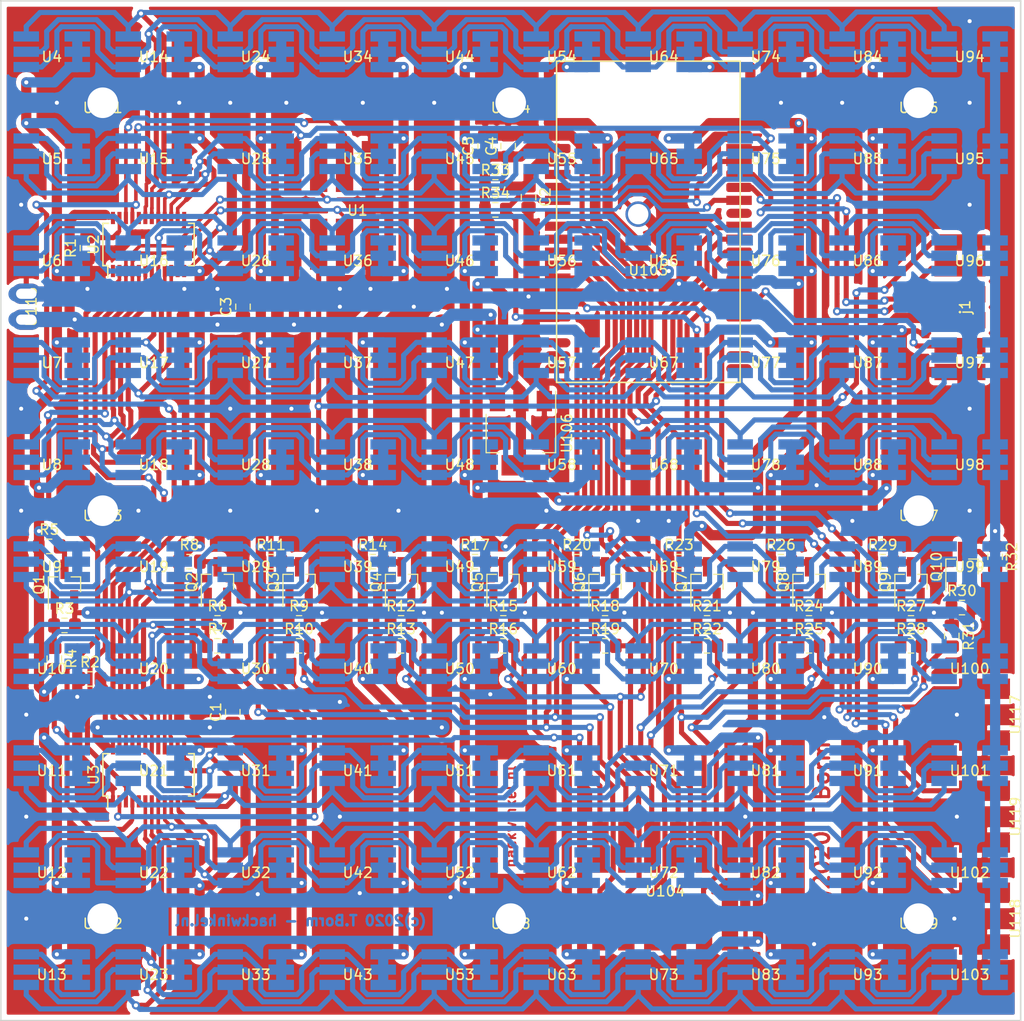
<source format=kicad_pcb>
(kicad_pcb (version 20171130) (host pcbnew 5.0.2+dfsg1-1)
  (layers (0 F.Cu signal) (31 B.Cu signal) (34 B.Paste user) (35 F.Paste user) (36 B.SilkS user) (37 F.SilkS user) (38 B.Mask user) (39 F.Mask user) (44 Edge.Cuts user))
  (net 0 "")
  (net 1 "Net-(R14-Pad1)")
  (net 2 "Net-(U102-Pad6)")
  (net 3 "Net-(U102-Pad5)")
  (net 4 "Net-(U102-Pad4)")
  (net 5 "Net-(R17-Pad1)")
  (net 6 "Net-(U101-Pad4)")
  (net 7 "Net-(U101-Pad5)")
  (net 8 "Net-(U101-Pad6)")
  (net 9 "Net-(U103-Pad4)")
  (net 10 "Net-(U103-Pad5)")
  (net 11 "Net-(U103-Pad6)")
  (net 12 GND)
  (net 13 "Net-(U1-Pad3)")
  (net 14 "Net-(U1-Pad4)")
  (net 15 "Net-(U1-Pad5)")
  (net 16 "Net-(U3-Pad5)")
  (net 17 "Net-(R11-Pad1)")
  (net 18 "Net-(U2-Pad2)")
  (net 19 "Net-(U18-Pad6)")
  (net 20 "Net-(U18-Pad5)")
  (net 21 "Net-(R8-Pad1)")
  (net 22 "Net-(U17-Pad4)")
  (net 23 "Net-(U17-Pad5)")
  (net 24 "Net-(U17-Pad6)")
  (net 25 "Net-(U14-Pad6)")
  (net 26 "Net-(U14-Pad5)")
  (net 27 "Net-(U14-Pad4)")
  (net 28 "Net-(R5-Pad1)")
  (net 29 "Net-(U15-Pad4)")
  (net 30 "Net-(U15-Pad5)")
  (net 31 "Net-(U15-Pad6)")
  (net 32 "Net-(U16-Pad6)")
  (net 33 "Net-(U16-Pad5)")
  (net 34 "Net-(U16-Pad4)")
  (net 35 "Net-(U18-Pad4)")
  (net 36 "Net-(U19-Pad4)")
  (net 37 "Net-(U19-Pad5)")
  (net 38 "Net-(U19-Pad6)")
  (net 39 "Net-(U10-Pad6)")
  (net 40 "Net-(U10-Pad5)")
  (net 41 "Net-(U10-Pad4)")
  (net 42 "Net-(Q5-Pad1)")
  (net 43 +5V)
  (net 44 "Net-(Q5-Pad3)")
  (net 45 "Net-(Q1-Pad3)")
  (net 46 "Net-(Q1-Pad1)")
  (net 47 "Net-(Q4-Pad1)")
  (net 48 "Net-(Q4-Pad3)")
  (net 49 "Net-(Q2-Pad3)")
  (net 50 "Net-(Q2-Pad1)")
  (net 51 "Net-(Q3-Pad1)")
  (net 52 "Net-(Q3-Pad3)")
  (net 53 "Net-(U1-Pad2)")
  (net 54 "Net-(U1-Pad6)")
  (net 55 "Net-(R16-Pad2)")
  (net 56 "Net-(R13-Pad2)")
  (net 57 "Net-(R10-Pad2)")
  (net 58 "Net-(R4-Pad2)")
  (net 59 "Net-(R2-Pad2)")
  (net 60 "Net-(R1-Pad2)")
  (net 61 "Net-(R7-Pad2)")
  (net 62 "Net-(U2-Pad20)")
  (net 63 "Net-(Q6-Pad1)")
  (net 64 "Net-(Q6-Pad3)")
  (net 65 "Net-(Q7-Pad3)")
  (net 66 "Net-(Q7-Pad1)")
  (net 67 "Net-(Q8-Pad1)")
  (net 68 "Net-(Q8-Pad3)")
  (net 69 "Net-(Q9-Pad3)")
  (net 70 "Net-(Q9-Pad1)")
  (net 71 "Net-(Q10-Pad1)")
  (net 72 "Net-(Q10-Pad3)")
  (net 73 "Net-(R28-Pad2)")
  (net 74 "Net-(R26-Pad1)")
  (net 75 "Net-(R25-Pad2)")
  (net 76 "Net-(R23-Pad1)")
  (net 77 "Net-(R22-Pad2)")
  (net 78 "Net-(R20-Pad1)")
  (net 79 "Net-(R19-Pad2)")
  (net 80 "Net-(R32-Pad1)")
  (net 81 "Net-(R31-Pad2)")
  (net 82 "Net-(R29-Pad1)")
  (net 83 "Net-(U105-Pad4)")
  (net 84 "Net-(U105-Pad5)")
  (net 85 "Net-(U105-Pad7)")
  (net 86 "Net-(U105-Pad14)")
  (net 87 "Net-(U105-Pad18)")
  (net 88 "Net-(U105-Pad17)")
  (net 89 "Net-(U105-Pad19)")
  (net 90 "Net-(U105-Pad20)")
  (net 91 "Net-(U105-Pad21)")
  (net 92 "Net-(U105-Pad22)")
  (net 93 "Net-(U105-Pad23)")
  (net 94 "Net-(U105-Pad24)")
  (net 95 "Net-(U105-Pad25)")
  (net 96 "Net-(U105-Pad27)")
  (net 97 "Net-(U105-Pad28)")
  (net 98 "Net-(U105-Pad32)")
  (net 99 "Net-(U105-Pad35)")
  (net 100 "Net-(U105-Pad34)")
  (net 101 +3V3)
  (net 102 "Net-(C2-Pad1)")
  (net 103 "Net-(R34-Pad2)")
  (module ledmatrix10:but (layer F.Cu) (at 199 140 90)
    (fp_text reference U118 (at 0 0.5 90) (layer F.SilkS))
    (fp_text value but)
    (pad 2 smd rect (at 2.54 -2.54 90) (size 2 5) (layers F.Cu F.Paste F.Mask) (net 93 "Net-(U105-Pad23)"))
    (pad 1 smd rect (at -2.54 -2.54 90) (size 2 5) (layers F.Cu F.Paste F.Mask) (net 12 GND))
  )
  (module ledmatrix10:but (layer F.Cu) (at 199 120 90)
    (fp_text reference U117 (at 0 0.5 90) (layer F.SilkS))
    (fp_text value but)
    (pad 2 smd rect (at 2.54 -2.54 90) (size 2 5) (layers F.Cu F.Paste F.Mask) (net 103 "Net-(R34-Pad2)"))
    (pad 1 smd rect (at -2.54 -2.54 90) (size 2 5) (layers F.Cu F.Paste F.Mask) (net 12 GND))
  )
  (module ledmatrix10:but (layer F.Cu) (at 199 130 90)
    (fp_text reference U119 (at 0 0.5 90) (layer F.SilkS))
    (fp_text value but)
    (pad 2 smd rect (at 2.54 -2.54 90) (size 2 5) (layers F.Cu F.Paste F.Mask) (net 86 "Net-(U105-Pad14)"))
    (pad 1 smd rect (at -2.54 -2.54 90) (size 2 5) (layers F.Cu F.Paste F.Mask) (net 12 GND))
  )
  (module ledmatrix10:powcon (layer F.Cu) (at 102.5 80 90)
    (fp_text reference U116 (at 0 0.5 90) (layer F.SilkS))
    (fp_text value powcon)
    (pad 2 thru_hole oval (at 1.27 0 90) (size 2 3) (drill oval 1 2) (layers *.Cu *.Mask) (net 12 GND))
    (pad 1 thru_hole oval (at -1.27 0 90) (size 2 3) (drill oval 1 2) (layers *.Cu *.Mask) (net 43 +5V))
  )
  (module ledmatrix10:gat (layer F.Cu) (at 150 60)
    (fp_text reference U114 (at 0 0.5) (layer F.SilkS))
    (fp_text value gat)
    (pad 1 thru_hole circle (at 0 0) (size 4 4) (drill 3) (layers *.Cu *.Mask) (net 12 GND))
  )
  (module ledmatrix10:gat (layer F.Cu) (at 110 100)
    (fp_text reference U113 (at 0 0.5) (layer F.SilkS))
    (fp_text value gat)
    (pad 1 thru_hole circle (at 0 0) (size 4 4) (drill 3) (layers *.Cu *.Mask) (net 12 GND))
  )
  (module ledmatrix10:gat (layer F.Cu) (at 110 140)
    (fp_text reference U112 (at 0 0.5) (layer F.SilkS))
    (fp_text value gat)
    (pad 1 thru_hole circle (at 0 0) (size 4 4) (drill 3) (layers *.Cu *.Mask) (net 12 GND))
  )
  (module ledmatrix10:gat (layer F.Cu) (at 110 60)
    (fp_text reference U111 (at 0 0.5) (layer F.SilkS))
    (fp_text value gat)
    (pad 1 thru_hole circle (at 0 0) (size 4 4) (drill 3) (layers *.Cu *.Mask) (net 12 GND))
  )
  (module ledmatrix10:gat (layer F.Cu) (at 190 140)
    (fp_text reference U109 (at 0 0.5) (layer F.SilkS))
    (fp_text value gat)
    (pad 1 thru_hole circle (at 0 0) (size 4 4) (drill 3) (layers *.Cu *.Mask) (net 12 GND))
  )
  (module ledmatrix10:gat (layer F.Cu) (at 150 140)
    (fp_text reference U108 (at 0 0.5) (layer F.SilkS))
    (fp_text value gat)
    (pad 1 thru_hole circle (at 0 0) (size 4 4) (drill 3) (layers *.Cu *.Mask) (net 12 GND))
  )
  (module ledmatrix10:gat (layer F.Cu) (at 190 100)
    (fp_text reference U107 (at 0 0.5) (layer F.SilkS))
    (fp_text value gat)
    (pad 1 thru_hole circle (at 0 0) (size 4 4) (drill 3) (layers *.Cu *.Mask) (net 12 GND))
  )
  (module ledmatrix10:gat (layer F.Cu) (at 190 60)
    (fp_text reference U115 (at 0 0.5) (layer F.SilkS))
    (fp_text value gat)
    (pad 1 thru_hole circle (at 0 0) (size 4 4) (drill 3) (layers *.Cu *.Mask) (net 12 GND))
  )
  (module ledmatrix10:fconn (layer F.Cu) (at 194.05 80.05 90)
    (fp_text reference j1 (at 0 0.5 90) (layer F.SilkS))
    (fp_text value ftdi)
    (pad 6 smd rect (at 6.35 0 90) (size 1.6 5) (layers F.Cu F.Paste F.Mask) (net 102 "Net-(C2-Pad1)"))
    (pad 5 smd rect (at 3.81 0 90) (size 1.6 5) (layers F.Cu F.Paste F.Mask) (net 99 "Net-(U105-Pad35)"))
    (pad 4 smd rect (at 1.27 0 90) (size 1.6 5) (layers F.Cu F.Paste F.Mask) (net 100 "Net-(U105-Pad34)"))
    (pad 3 smd rect (at -1.27 0 90) (size 1.6 5) (layers F.Cu F.Paste F.Mask) (net 101 +3V3))
    (pad 2 smd rect (at -3.81 0 90) (size 1.6 5) (layers F.Cu F.Paste F.Mask) (net 95 "Net-(U105-Pad25)"))
    (pad 1 smd rect (at -6.35 0 90) (size 1.6 5) (layers F.Cu F.Paste F.Mask) (net 12 GND))
  )
  (module Package_TO_SOT_SMD:SOT-223-3_TabPin2 (layer F.Cu) (at 151 92.4 270)
    (fp_text reference U106 (at 0 -4.5 270) (layer F.SilkS))
    (fp_text value LM1117-3.3)
    (pad 1 smd rect (at -3.15 -2.3 270) (size 2 1.5) (layers F.Cu F.Paste F.Mask) (net 12 GND))
    (pad 3 smd rect (at -3.15 2.3 270) (size 2 1.5) (layers F.Cu F.Paste F.Mask) (net 43 +5V))
    (pad 2 smd rect (at -3.15 0 270) (size 2 1.5) (layers F.Cu F.Paste F.Mask) (net 101 +3V3))
    (pad 2 smd rect (at 3.15 0 270) (size 2 3.8) (layers F.Cu F.Paste F.Mask) (net 101 +3V3))
  )
  (module Resistor_SMD:R_0805_2012Metric_Pad1.15x1.40mm_HandSolder (layer F.Cu) (at 108.75 116.5)
    (fp_text reference R2 (at 0 -1.65) (layer F.SilkS))
    (fp_text value R)
    (pad 2 smd roundrect (at 1.025 0) (size 1.15 1.4) (layers F.Cu F.Paste F.Mask) (roundrect_rratio 0.217391) (net 59 "Net-(R2-Pad2)"))
    (pad 1 smd roundrect (at -1.025 0) (size 1.15 1.4) (layers F.Cu F.Paste F.Mask) (roundrect_rratio 0.217391) (net 12 GND))
  )
  (module Resistor_SMD:R_0805_2012Metric_Pad1.15x1.40mm_HandSolder (layer F.Cu) (at 106.25 111.25)
    (fp_text reference R3 (at 0 -1.65) (layer F.SilkS))
    (fp_text value R)
    (pad 2 smd roundrect (at 1.025 0) (size 1.15 1.4) (layers F.Cu F.Paste F.Mask) (roundrect_rratio 0.217391) (net 43 +5V))
    (pad 1 smd roundrect (at -1.025 0) (size 1.15 1.4) (layers F.Cu F.Paste F.Mask) (roundrect_rratio 0.217391) (net 46 "Net-(Q1-Pad1)"))
  )
  (module Resistor_SMD:R_0805_2012Metric_Pad1.15x1.40mm_HandSolder (layer F.Cu) (at 105.25 114.5 270)
    (fp_text reference R4 (at 0 -1.65 270) (layer F.SilkS))
    (fp_text value R)
    (pad 2 smd roundrect (at 1.025 0 270) (size 1.15 1.4) (layers F.Cu F.Paste F.Mask) (roundrect_rratio 0.217391) (net 58 "Net-(R4-Pad2)"))
    (pad 1 smd roundrect (at -1.025 0 270) (size 1.15 1.4) (layers F.Cu F.Paste F.Mask) (roundrect_rratio 0.217391) (net 46 "Net-(Q1-Pad1)"))
  )
  (module Resistor_SMD:R_0805_2012Metric_Pad1.15x1.40mm_HandSolder (layer F.Cu) (at 104.75 103.5)
    (fp_text reference R5 (at 0 -1.65) (layer F.SilkS))
    (fp_text value R)
    (pad 2 smd roundrect (at 1.025 0) (size 1.15 1.4) (layers F.Cu F.Paste F.Mask) (roundrect_rratio 0.217391) (net 45 "Net-(Q1-Pad3)"))
    (pad 1 smd roundrect (at -1.025 0) (size 1.15 1.4) (layers F.Cu F.Paste F.Mask) (roundrect_rratio 0.217391) (net 28 "Net-(R5-Pad1)"))
  )
  (module Resistor_SMD:R_0805_2012Metric_Pad1.15x1.40mm_HandSolder (layer F.Cu) (at 121.25 111)
    (fp_text reference R6 (at 0 -1.65) (layer F.SilkS))
    (fp_text value R)
    (pad 2 smd roundrect (at 1.025 0) (size 1.15 1.4) (layers F.Cu F.Paste F.Mask) (roundrect_rratio 0.217391) (net 43 +5V))
    (pad 1 smd roundrect (at -1.025 0) (size 1.15 1.4) (layers F.Cu F.Paste F.Mask) (roundrect_rratio 0.217391) (net 50 "Net-(Q2-Pad1)"))
  )
  (module Resistor_SMD:R_0805_2012Metric_Pad1.15x1.40mm_HandSolder (layer F.Cu) (at 121.25 113.25)
    (fp_text reference R7 (at 0 -1.65) (layer F.SilkS))
    (fp_text value R)
    (pad 2 smd roundrect (at 1.025 0) (size 1.15 1.4) (layers F.Cu F.Paste F.Mask) (roundrect_rratio 0.217391) (net 61 "Net-(R7-Pad2)"))
    (pad 1 smd roundrect (at -1.025 0) (size 1.15 1.4) (layers F.Cu F.Paste F.Mask) (roundrect_rratio 0.217391) (net 50 "Net-(Q2-Pad1)"))
  )
  (module Resistor_SMD:R_0805_2012Metric_Pad1.15x1.40mm_HandSolder (layer F.Cu) (at 118.5 105)
    (fp_text reference R8 (at 0 -1.65) (layer F.SilkS))
    (fp_text value R)
    (pad 2 smd roundrect (at 1.025 0) (size 1.15 1.4) (layers F.Cu F.Paste F.Mask) (roundrect_rratio 0.217391) (net 49 "Net-(Q2-Pad3)"))
    (pad 1 smd roundrect (at -1.025 0) (size 1.15 1.4) (layers F.Cu F.Paste F.Mask) (roundrect_rratio 0.217391) (net 21 "Net-(R8-Pad1)"))
  )
  (module Resistor_SMD:R_0805_2012Metric_Pad1.15x1.40mm_HandSolder (layer F.Cu) (at 129.25 111)
    (fp_text reference R9 (at 0 -1.65) (layer F.SilkS))
    (fp_text value R)
    (pad 2 smd roundrect (at 1.025 0) (size 1.15 1.4) (layers F.Cu F.Paste F.Mask) (roundrect_rratio 0.217391) (net 43 +5V))
    (pad 1 smd roundrect (at -1.025 0) (size 1.15 1.4) (layers F.Cu F.Paste F.Mask) (roundrect_rratio 0.217391) (net 51 "Net-(Q3-Pad1)"))
  )
  (module Resistor_SMD:R_0805_2012Metric_Pad1.15x1.40mm_HandSolder (layer F.Cu) (at 129.25 113.25)
    (fp_text reference R10 (at 0 -1.65) (layer F.SilkS))
    (fp_text value R)
    (pad 2 smd roundrect (at 1.025 0) (size 1.15 1.4) (layers F.Cu F.Paste F.Mask) (roundrect_rratio 0.217391) (net 57 "Net-(R10-Pad2)"))
    (pad 1 smd roundrect (at -1.025 0) (size 1.15 1.4) (layers F.Cu F.Paste F.Mask) (roundrect_rratio 0.217391) (net 51 "Net-(Q3-Pad1)"))
  )
  (module Resistor_SMD:R_0805_2012Metric_Pad1.15x1.40mm_HandSolder (layer F.Cu) (at 126.5 105)
    (fp_text reference R11 (at 0 -1.65) (layer F.SilkS))
    (fp_text value R)
    (pad 2 smd roundrect (at 1.025 0) (size 1.15 1.4) (layers F.Cu F.Paste F.Mask) (roundrect_rratio 0.217391) (net 52 "Net-(Q3-Pad3)"))
    (pad 1 smd roundrect (at -1.025 0) (size 1.15 1.4) (layers F.Cu F.Paste F.Mask) (roundrect_rratio 0.217391) (net 17 "Net-(R11-Pad1)"))
  )
  (module Resistor_SMD:R_0805_2012Metric_Pad1.15x1.40mm_HandSolder (layer F.Cu) (at 139.25 111)
    (fp_text reference R12 (at 0 -1.65) (layer F.SilkS))
    (fp_text value R)
    (pad 2 smd roundrect (at 1.025 0) (size 1.15 1.4) (layers F.Cu F.Paste F.Mask) (roundrect_rratio 0.217391) (net 43 +5V))
    (pad 1 smd roundrect (at -1.025 0) (size 1.15 1.4) (layers F.Cu F.Paste F.Mask) (roundrect_rratio 0.217391) (net 47 "Net-(Q4-Pad1)"))
  )
  (module Resistor_SMD:R_0805_2012Metric_Pad1.15x1.40mm_HandSolder (layer F.Cu) (at 139.25 113.25)
    (fp_text reference R13 (at 0 -1.65) (layer F.SilkS))
    (fp_text value R)
    (pad 2 smd roundrect (at 1.025 0) (size 1.15 1.4) (layers F.Cu F.Paste F.Mask) (roundrect_rratio 0.217391) (net 56 "Net-(R13-Pad2)"))
    (pad 1 smd roundrect (at -1.025 0) (size 1.15 1.4) (layers F.Cu F.Paste F.Mask) (roundrect_rratio 0.217391) (net 47 "Net-(Q4-Pad1)"))
  )
  (module Resistor_SMD:R_0805_2012Metric_Pad1.15x1.40mm_HandSolder (layer F.Cu) (at 136.475 105)
    (fp_text reference R14 (at 0 -1.65) (layer F.SilkS))
    (fp_text value R)
    (pad 2 smd roundrect (at 1.025 0) (size 1.15 1.4) (layers F.Cu F.Paste F.Mask) (roundrect_rratio 0.217391) (net 48 "Net-(Q4-Pad3)"))
    (pad 1 smd roundrect (at -1.025 0) (size 1.15 1.4) (layers F.Cu F.Paste F.Mask) (roundrect_rratio 0.217391) (net 1 "Net-(R14-Pad1)"))
  )
  (module Resistor_SMD:R_0805_2012Metric_Pad1.15x1.40mm_HandSolder (layer F.Cu) (at 149.275 111)
    (fp_text reference R15 (at 0 -1.65) (layer F.SilkS))
    (fp_text value R)
    (pad 2 smd roundrect (at 1.025 0) (size 1.15 1.4) (layers F.Cu F.Paste F.Mask) (roundrect_rratio 0.217391) (net 43 +5V))
    (pad 1 smd roundrect (at -1.025 0) (size 1.15 1.4) (layers F.Cu F.Paste F.Mask) (roundrect_rratio 0.217391) (net 42 "Net-(Q5-Pad1)"))
  )
  (module Resistor_SMD:R_0805_2012Metric_Pad1.15x1.40mm_HandSolder (layer F.Cu) (at 146.5 105)
    (fp_text reference R17 (at 0 -1.65) (layer F.SilkS))
    (fp_text value R)
    (pad 2 smd roundrect (at 1.025 0) (size 1.15 1.4) (layers F.Cu F.Paste F.Mask) (roundrect_rratio 0.217391) (net 44 "Net-(Q5-Pad3)"))
    (pad 1 smd roundrect (at -1.025 0) (size 1.15 1.4) (layers F.Cu F.Paste F.Mask) (roundrect_rratio 0.217391) (net 5 "Net-(R17-Pad1)"))
  )
  (module Resistor_SMD:R_0805_2012Metric_Pad1.15x1.40mm_HandSolder (layer F.Cu) (at 176.5 105)
    (fp_text reference R26 (at 0 -1.65) (layer F.SilkS))
    (fp_text value R)
    (pad 2 smd roundrect (at 1.025 0) (size 1.15 1.4) (layers F.Cu F.Paste F.Mask) (roundrect_rratio 0.217391) (net 68 "Net-(Q8-Pad3)"))
    (pad 1 smd roundrect (at -1.025 0) (size 1.15 1.4) (layers F.Cu F.Paste F.Mask) (roundrect_rratio 0.217391) (net 74 "Net-(R26-Pad1)"))
  )
  (module Resistor_SMD:R_0805_2012Metric_Pad1.15x1.40mm_HandSolder (layer F.Cu) (at 108.5 74.25 90)
    (fp_text reference R1 (at 0 -1.65 90) (layer F.SilkS))
    (fp_text value R)
    (pad 2 smd roundrect (at 1.025 0 90) (size 1.15 1.4) (layers F.Cu F.Paste F.Mask) (roundrect_rratio 0.217391) (net 60 "Net-(R1-Pad2)"))
    (pad 1 smd roundrect (at -1.025 0 90) (size 1.15 1.4) (layers F.Cu F.Paste F.Mask) (roundrect_rratio 0.217391) (net 12 GND))
  )
  (module Resistor_SMD:R_0805_2012Metric_Pad1.15x1.40mm_HandSolder (layer F.Cu) (at 159.25 111)
    (fp_text reference R18 (at 0 -1.65) (layer F.SilkS))
    (fp_text value R)
    (pad 2 smd roundrect (at 1.025 0) (size 1.15 1.4) (layers F.Cu F.Paste F.Mask) (roundrect_rratio 0.217391) (net 43 +5V))
    (pad 1 smd roundrect (at -1.025 0) (size 1.15 1.4) (layers F.Cu F.Paste F.Mask) (roundrect_rratio 0.217391) (net 63 "Net-(Q6-Pad1)"))
  )
  (module Resistor_SMD:R_0805_2012Metric_Pad1.15x1.40mm_HandSolder (layer F.Cu) (at 156.5 105)
    (fp_text reference R20 (at 0 -1.65) (layer F.SilkS))
    (fp_text value R)
    (pad 2 smd roundrect (at 1.025 0) (size 1.15 1.4) (layers F.Cu F.Paste F.Mask) (roundrect_rratio 0.217391) (net 64 "Net-(Q6-Pad3)"))
    (pad 1 smd roundrect (at -1.025 0) (size 1.15 1.4) (layers F.Cu F.Paste F.Mask) (roundrect_rratio 0.217391) (net 78 "Net-(R20-Pad1)"))
  )
  (module Resistor_SMD:R_0805_2012Metric_Pad1.15x1.40mm_HandSolder (layer F.Cu) (at 169.25 111)
    (fp_text reference R21 (at 0 -1.65) (layer F.SilkS))
    (fp_text value R)
    (pad 2 smd roundrect (at 1.025 0) (size 1.15 1.4) (layers F.Cu F.Paste F.Mask) (roundrect_rratio 0.217391) (net 43 +5V))
    (pad 1 smd roundrect (at -1.025 0) (size 1.15 1.4) (layers F.Cu F.Paste F.Mask) (roundrect_rratio 0.217391) (net 66 "Net-(Q7-Pad1)"))
  )
  (module Resistor_SMD:R_0805_2012Metric_Pad1.15x1.40mm_HandSolder (layer F.Cu) (at 169.25 113.25)
    (fp_text reference R22 (at 0 -1.65) (layer F.SilkS))
    (fp_text value R)
    (pad 2 smd roundrect (at 1.025 0) (size 1.15 1.4) (layers F.Cu F.Paste F.Mask) (roundrect_rratio 0.217391) (net 77 "Net-(R22-Pad2)"))
    (pad 1 smd roundrect (at -1.025 0) (size 1.15 1.4) (layers F.Cu F.Paste F.Mask) (roundrect_rratio 0.217391) (net 66 "Net-(Q7-Pad1)"))
  )
  (module Resistor_SMD:R_0805_2012Metric_Pad1.15x1.40mm_HandSolder (layer F.Cu) (at 166.5 105)
    (fp_text reference R23 (at 0 -1.65) (layer F.SilkS))
    (fp_text value R)
    (pad 2 smd roundrect (at 1.025 0) (size 1.15 1.4) (layers F.Cu F.Paste F.Mask) (roundrect_rratio 0.217391) (net 65 "Net-(Q7-Pad3)"))
    (pad 1 smd roundrect (at -1.025 0) (size 1.15 1.4) (layers F.Cu F.Paste F.Mask) (roundrect_rratio 0.217391) (net 76 "Net-(R23-Pad1)"))
  )
  (module Resistor_SMD:R_0805_2012Metric_Pad1.15x1.40mm_HandSolder (layer F.Cu) (at 179.25 111)
    (fp_text reference R24 (at 0 -1.65) (layer F.SilkS))
    (fp_text value R)
    (pad 2 smd roundrect (at 1.025 0) (size 1.15 1.4) (layers F.Cu F.Paste F.Mask) (roundrect_rratio 0.217391) (net 43 +5V))
    (pad 1 smd roundrect (at -1.025 0) (size 1.15 1.4) (layers F.Cu F.Paste F.Mask) (roundrect_rratio 0.217391) (net 67 "Net-(Q8-Pad1)"))
  )
  (module Resistor_SMD:R_0805_2012Metric_Pad1.15x1.40mm_HandSolder (layer F.Cu) (at 179.25 113.25)
    (fp_text reference R25 (at 0 -1.65) (layer F.SilkS))
    (fp_text value R)
    (pad 2 smd roundrect (at 1.025 0) (size 1.15 1.4) (layers F.Cu F.Paste F.Mask) (roundrect_rratio 0.217391) (net 75 "Net-(R25-Pad2)"))
    (pad 1 smd roundrect (at -1.025 0) (size 1.15 1.4) (layers F.Cu F.Paste F.Mask) (roundrect_rratio 0.217391) (net 67 "Net-(Q8-Pad1)"))
  )
  (module Resistor_SMD:R_0805_2012Metric_Pad1.15x1.40mm_HandSolder (layer F.Cu) (at 149.275 113.25)
    (fp_text reference R16 (at 0 -1.65) (layer F.SilkS))
    (fp_text value R)
    (pad 2 smd roundrect (at 1.025 0) (size 1.15 1.4) (layers F.Cu F.Paste F.Mask) (roundrect_rratio 0.217391) (net 55 "Net-(R16-Pad2)"))
    (pad 1 smd roundrect (at -1.025 0) (size 1.15 1.4) (layers F.Cu F.Paste F.Mask) (roundrect_rratio 0.217391) (net 42 "Net-(Q5-Pad1)"))
  )
  (module Resistor_SMD:R_0805_2012Metric_Pad1.15x1.40mm_HandSolder (layer F.Cu) (at 189.25 113.25)
    (fp_text reference R28 (at 0 -1.65) (layer F.SilkS))
    (fp_text value R)
    (pad 2 smd roundrect (at 1.025 0) (size 1.15 1.4) (layers F.Cu F.Paste F.Mask) (roundrect_rratio 0.217391) (net 73 "Net-(R28-Pad2)"))
    (pad 1 smd roundrect (at -1.025 0) (size 1.15 1.4) (layers F.Cu F.Paste F.Mask) (roundrect_rratio 0.217391) (net 70 "Net-(Q9-Pad1)"))
  )
  (module Resistor_SMD:R_0805_2012Metric_Pad1.15x1.40mm_HandSolder (layer F.Cu) (at 186.475 105)
    (fp_text reference R29 (at 0 -1.65) (layer F.SilkS))
    (fp_text value R)
    (pad 2 smd roundrect (at 1.025 0) (size 1.15 1.4) (layers F.Cu F.Paste F.Mask) (roundrect_rratio 0.217391) (net 69 "Net-(Q9-Pad3)"))
    (pad 1 smd roundrect (at -1.025 0) (size 1.15 1.4) (layers F.Cu F.Paste F.Mask) (roundrect_rratio 0.217391) (net 82 "Net-(R29-Pad1)"))
  )
  (module Resistor_SMD:R_0805_2012Metric_Pad1.15x1.40mm_HandSolder (layer F.Cu) (at 194.25 109.5)
    (fp_text reference R30 (at 0 -1.65) (layer F.SilkS))
    (fp_text value R)
    (pad 2 smd roundrect (at 1.025 0) (size 1.15 1.4) (layers F.Cu F.Paste F.Mask) (roundrect_rratio 0.217391) (net 43 +5V))
    (pad 1 smd roundrect (at -1.025 0) (size 1.15 1.4) (layers F.Cu F.Paste F.Mask) (roundrect_rratio 0.217391) (net 71 "Net-(Q10-Pad1)"))
  )
  (module Resistor_SMD:R_0805_2012Metric_Pad1.15x1.40mm_HandSolder (layer F.Cu) (at 193.25 112.275 270)
    (fp_text reference R31 (at 0 -1.65 270) (layer F.SilkS))
    (fp_text value R)
    (pad 2 smd roundrect (at 1.025 0 270) (size 1.15 1.4) (layers F.Cu F.Paste F.Mask) (roundrect_rratio 0.217391) (net 81 "Net-(R31-Pad2)"))
    (pad 1 smd roundrect (at -1.025 0 270) (size 1.15 1.4) (layers F.Cu F.Paste F.Mask) (roundrect_rratio 0.217391) (net 71 "Net-(Q10-Pad1)"))
  )
  (module Resistor_SMD:R_0805_2012Metric_Pad1.15x1.40mm_HandSolder (layer F.Cu) (at 197.5 104.525 270)
    (fp_text reference R32 (at 0 -1.65 270) (layer F.SilkS))
    (fp_text value R)
    (pad 2 smd roundrect (at 1.025 0 270) (size 1.15 1.4) (layers F.Cu F.Paste F.Mask) (roundrect_rratio 0.217391) (net 72 "Net-(Q10-Pad3)"))
    (pad 1 smd roundrect (at -1.025 0 270) (size 1.15 1.4) (layers F.Cu F.Paste F.Mask) (roundrect_rratio 0.217391) (net 80 "Net-(R32-Pad1)"))
  )
  (module Resistor_SMD:R_0805_2012Metric_Pad1.15x1.40mm_HandSolder (layer F.Cu) (at 148.5 70.5)
    (fp_text reference R34 (at 0 -1.65) (layer F.SilkS))
    (fp_text value R)
    (pad 2 smd roundrect (at 1.025 0) (size 1.15 1.4) (layers F.Cu F.Paste F.Mask) (roundrect_rratio 0.217391) (net 103 "Net-(R34-Pad2)"))
    (pad 1 smd roundrect (at -1.025 0) (size 1.15 1.4) (layers F.Cu F.Paste F.Mask) (roundrect_rratio 0.217391) (net 101 +3V3))
  )
  (module Resistor_SMD:R_0805_2012Metric_Pad1.15x1.40mm_HandSolder (layer F.Cu) (at 159.275 113.25)
    (fp_text reference R19 (at 0 -1.65) (layer F.SilkS))
    (fp_text value R)
    (pad 2 smd roundrect (at 1.025 0) (size 1.15 1.4) (layers F.Cu F.Paste F.Mask) (roundrect_rratio 0.217391) (net 79 "Net-(R19-Pad2)"))
    (pad 1 smd roundrect (at -1.025 0) (size 1.15 1.4) (layers F.Cu F.Paste F.Mask) (roundrect_rratio 0.217391) (net 63 "Net-(Q6-Pad1)"))
  )
  (module Resistor_SMD:R_0805_2012Metric_Pad1.15x1.40mm_HandSolder (layer F.Cu) (at 189.25 111)
    (fp_text reference R27 (at 0 -1.65) (layer F.SilkS))
    (fp_text value R)
    (pad 2 smd roundrect (at 1.025 0) (size 1.15 1.4) (layers F.Cu F.Paste F.Mask) (roundrect_rratio 0.217391) (net 43 +5V))
    (pad 1 smd roundrect (at -1.025 0) (size 1.15 1.4) (layers F.Cu F.Paste F.Mask) (roundrect_rratio 0.217391) (net 70 "Net-(Q9-Pad1)"))
  )
  (module Capacitor_SMD:C_0805_2012Metric_Pad1.15x1.40mm_HandSolder (layer F.Cu) (at 151.75 69.25 270)
    (fp_text reference C2 (at 0 -1.65 270) (layer F.SilkS))
    (fp_text value C)
    (pad 2 smd roundrect (at 1.025 0 270) (size 1.15 1.4) (layers F.Cu F.Paste F.Mask) (roundrect_rratio 0.217391) (net 12 GND))
    (pad 1 smd roundrect (at -1.025 0 270) (size 1.15 1.4) (layers F.Cu F.Paste F.Mask) (roundrect_rratio 0.217391) (net 102 "Net-(C2-Pad1)"))
  )
  (module Capacitor_SMD:C_0805_2012Metric_Pad1.15x1.40mm_HandSolder (layer F.Cu) (at 122.75 119.75 90)
    (fp_text reference C1 (at 0 -1.65 90) (layer F.SilkS))
    (fp_text value C)
    (pad 2 smd roundrect (at 1.025 0 90) (size 1.15 1.4) (layers F.Cu F.Paste F.Mask) (roundrect_rratio 0.217391) (net 12 GND))
    (pad 1 smd roundrect (at -1.025 0 90) (size 1.15 1.4) (layers F.Cu F.Paste F.Mask) (roundrect_rratio 0.217391) (net 43 +5V))
  )
  (module Capacitor_SMD:C_0805_2012Metric_Pad1.15x1.40mm_HandSolder (layer F.Cu) (at 123.75 80 90)
    (fp_text reference C3 (at 0 -1.65 90) (layer F.SilkS))
    (fp_text value C)
    (pad 2 smd roundrect (at 1.025 0 90) (size 1.15 1.4) (layers F.Cu F.Paste F.Mask) (roundrect_rratio 0.217391) (net 12 GND))
    (pad 1 smd roundrect (at -1.025 0 90) (size 1.15 1.4) (layers F.Cu F.Paste F.Mask) (roundrect_rratio 0.217391) (net 43 +5V))
  )
  (module Capacitor_SMD:C_0805_2012Metric_Pad1.15x1.40mm_HandSolder (layer F.Cu) (at 149.75 64.25 90)
    (fp_text reference C4 (at 0 -1.65 90) (layer F.SilkS))
    (fp_text value C)
    (pad 2 smd roundrect (at 1.025 0 90) (size 1.15 1.4) (layers F.Cu F.Paste F.Mask) (roundrect_rratio 0.217391) (net 12 GND))
    (pad 1 smd roundrect (at -1.025 0 90) (size 1.15 1.4) (layers F.Cu F.Paste F.Mask) (roundrect_rratio 0.217391) (net 101 +3V3))
  )
  (module Capacitor_SMD:C_0805_2012Metric_Pad1.15x1.40mm_HandSolder (layer F.Cu) (at 147.5 64.25 90)
    (fp_text reference C5 (at 0 -1.65 90) (layer F.SilkS))
    (fp_text value C)
    (pad 2 smd roundrect (at 1.025 0 90) (size 1.15 1.4) (layers F.Cu F.Paste F.Mask) (roundrect_rratio 0.217391) (net 12 GND))
    (pad 1 smd roundrect (at -1.025 0 90) (size 1.15 1.4) (layers F.Cu F.Paste F.Mask) (roundrect_rratio 0.217391) (net 101 +3V3))
  )
  (module Resistor_SMD:R_0805_2012Metric_Pad1.15x1.40mm_HandSolder (layer F.Cu) (at 148.5 68.25)
    (fp_text reference R33 (at 0 -1.65) (layer F.SilkS))
    (fp_text value R)
    (pad 2 smd roundrect (at 1.025 0) (size 1.15 1.4) (layers F.Cu F.Paste F.Mask) (roundrect_rratio 0.217391) (net 102 "Net-(C2-Pad1)"))
    (pad 1 smd roundrect (at -1.025 0) (size 1.15 1.4) (layers F.Cu F.Paste F.Mask) (roundrect_rratio 0.217391) (net 101 +3V3))
  )
  (module ledmatrix10:wrover (layer F.Cu) (at 163.5 75.92)
    (fp_text reference U105 (at 0 0.5) (layer F.SilkS))
    (fp_text value wrover)
    (pad 39 thru_hole circle (at -1 -5) (size 2.5 2.5) (drill 2) (layers *.Cu *.Mask) (net 12 GND))
    (pad 38 smd roundrect (at 8.89 -12.7) (size 2.5 0.9) (layers F.Cu F.Paste F.Mask) (net 12 GND))
    (pad 37 smd rect (at 8.89 -11.43) (size 2.5 0.9) (layers F.Cu F.Paste F.Mask) (net 53 "Net-(U1-Pad2)"))
    (pad 36 smd rect (at 8.89 -10.16) (size 2.5 0.9) (layers F.Cu F.Paste F.Mask) (net 14 "Net-(U1-Pad4)"))
    (pad 34 smd roundrect (at 8.89 -7.62) (size 2.5 0.9) (layers F.Cu F.Paste F.Mask) (net 100 "Net-(U105-Pad34)"))
    (pad 35 smd roundrect (at 8.89 -8.89) (size 2.5 0.9) (layers F.Cu F.Paste F.Mask) (net 99 "Net-(U105-Pad35)"))
    (pad 33 smd rect (at 8.89 -6.35) (size 2.5 0.9) (layers F.Cu F.Paste F.Mask) (net 15 "Net-(U1-Pad5)"))
    (pad 32 smd oval (at 8.89 -5.08) (size 2.5 0.9) (layers F.Cu F.Paste F.Mask) (net 98 "Net-(U105-Pad32)"))
    (pad 31 smd rect (at 8.89 -3.81) (size 2.5 0.9) (layers F.Cu F.Paste F.Mask) (net 75 "Net-(R25-Pad2)"))
    (pad 30 smd rect (at 8.89 -2.54) (size 2.5 0.9) (layers F.Cu F.Paste F.Mask) (net 73 "Net-(R28-Pad2)"))
    (pad 28 smd oval (at 8.89 0) (size 2.5 0.9) (layers F.Cu F.Paste F.Mask) (net 97 "Net-(U105-Pad28)"))
    (pad 29 smd roundrect (at 8.89 -1.27) (size 2.5 0.9) (layers F.Cu F.Paste F.Mask) (net 13 "Net-(U1-Pad3)"))
    (pad 27 smd oval (at 8.89 1.27) (size 2.5 0.9) (layers F.Cu F.Paste F.Mask) (net 96 "Net-(U105-Pad27)"))
    (pad 26 smd rect (at 8.89 2.54) (size 2.5 0.9) (layers F.Cu F.Paste F.Mask) (net 81 "Net-(R31-Pad2)"))
    (pad 25 smd roundrect (at 8.89 3.81) (size 2.5 0.9) (layers F.Cu F.Paste F.Mask) (net 95 "Net-(U105-Pad25)"))
    (pad 24 smd roundrect (at 8.89 5.08) (size 2.5 0.9) (layers F.Cu F.Paste F.Mask) (net 94 "Net-(U105-Pad24)"))
    (pad 23 smd roundrect (at 8.89 6.35) (size 2.5 0.9) (layers F.Cu F.Paste F.Mask) (net 93 "Net-(U105-Pad23)"))
    (pad 22 smd oval (at 8.89 7.62) (size 2.5 0.9) (layers F.Cu F.Paste F.Mask) (net 92 "Net-(U105-Pad22)"))
    (pad 21 smd oval (at 8.89 8.89) (size 2.5 0.9) (layers F.Cu F.Paste F.Mask) (net 91 "Net-(U105-Pad21)"))
    (pad 20 smd oval (at 8.89 10.16) (size 2.5 0.9) (layers F.Cu F.Paste F.Mask) (net 90 "Net-(U105-Pad20)"))
    (pad 19 smd oval (at -8.89 10.16) (size 2.5 0.9) (layers F.Cu F.Paste F.Mask) (net 89 "Net-(U105-Pad19)"))
    (pad 17 smd oval (at -8.89 7.62) (size 2.5 0.9) (layers F.Cu F.Paste F.Mask) (net 88 "Net-(U105-Pad17)"))
    (pad 18 smd oval (at -8.89 8.89) (size 2.5 0.9) (layers F.Cu F.Paste F.Mask) (net 87 "Net-(U105-Pad18)"))
    (pad 16 smd rect (at -8.89 6.35) (size 2.5 0.9) (layers F.Cu F.Paste F.Mask) (net 58 "Net-(R4-Pad2)"))
    (pad 15 smd roundrect (at -8.89 5.08) (size 2.5 0.9) (layers F.Cu F.Paste F.Mask) (net 12 GND))
    (pad 14 smd roundrect (at -8.89 3.81) (size 2.5 0.9) (layers F.Cu F.Paste F.Mask) (net 86 "Net-(U105-Pad14)"))
    (pad 13 smd rect (at -8.89 2.54) (size 2.5 0.9) (layers F.Cu F.Paste F.Mask) (net 61 "Net-(R7-Pad2)"))
    (pad 12 smd rect (at -8.89 1.27) (size 2.5 0.9) (layers F.Cu F.Paste F.Mask) (net 57 "Net-(R10-Pad2)"))
    (pad 11 smd rect (at -8.89 0) (size 2.5 0.9) (layers F.Cu F.Paste F.Mask) (net 56 "Net-(R13-Pad2)"))
    (pad 9 smd rect (at -8.89 -2.54) (size 2.5 0.9) (layers F.Cu F.Paste F.Mask) (net 79 "Net-(R19-Pad2)"))
    (pad 10 smd rect (at -8.89 -1.27) (size 2.5 0.9) (layers F.Cu F.Paste F.Mask) (net 55 "Net-(R16-Pad2)"))
    (pad 8 smd rect (at -8.89 -3.81) (size 2.5 0.9) (layers F.Cu F.Paste F.Mask) (net 77 "Net-(R22-Pad2)"))
    (pad 7 smd rect (at -8.89 -5.08) (size 2.5 0.9) (layers F.Cu F.Paste F.Mask) (net 85 "Net-(U105-Pad7)"))
    (pad 6 smd rect (at -8.89 -6.35) (size 2.5 0.9) (layers F.Cu F.Paste F.Mask) (net 103 "Net-(R34-Pad2)"))
    (pad 5 smd rect (at -8.89 -7.62) (size 2.5 0.9) (layers F.Cu F.Paste F.Mask) (net 84 "Net-(U105-Pad5)"))
    (pad 4 smd rect (at -8.89 -8.89) (size 2.5 0.9) (layers F.Cu F.Paste F.Mask) (net 83 "Net-(U105-Pad4)"))
    (pad 3 smd roundrect (at -8.89 -10.16) (size 2.5 0.9) (layers F.Cu F.Paste F.Mask) (net 102 "Net-(C2-Pad1)"))
    (pad 2 smd roundrect (at -8.89 -11.43) (size 2.5 0.9) (layers F.Cu F.Paste F.Mask) (net 101 +3V3))
    (pad 1 smd roundrect (at -8.89 -12.7) (size 2.5 0.9) (layers F.Cu F.Paste F.Mask) (net 12 GND))
  )
  (module ledmatrix10:cconn (layer F.Cu) (at 165.15 136.81)
    (fp_text reference U104 (at 0 0.5) (layer F.SilkS))
    (fp_text value cconn)
    (pad 12 smd rect (at 6.35 3.81) (size 1.6 5) (layers F.Cu F.Paste F.Mask) (net 12 GND))
    (pad 11 smd rect (at 6.35 -3.81) (size 1.6 5) (layers F.Cu F.Paste F.Mask) (net 43 +5V))
    (pad 10 smd rect (at 3.81 3.81) (size 1.6 5) (layers F.Cu F.Paste F.Mask) (net 81 "Net-(R31-Pad2)"))
    (pad 9 smd rect (at 3.81 -3.81) (size 1.6 5) (layers F.Cu F.Paste F.Mask) (net 73 "Net-(R28-Pad2)"))
    (pad 8 smd rect (at 1.27 3.81) (size 1.6 5) (layers F.Cu F.Paste F.Mask) (net 75 "Net-(R25-Pad2)"))
    (pad 7 smd rect (at 1.27 -3.81) (size 1.6 5) (layers F.Cu F.Paste F.Mask) (net 77 "Net-(R22-Pad2)"))
    (pad 6 smd rect (at -1.27 3.81) (size 1.6 5) (layers F.Cu F.Paste F.Mask) (net 79 "Net-(R19-Pad2)"))
    (pad 5 smd rect (at -1.27 -3.81) (size 1.6 5) (layers F.Cu F.Paste F.Mask) (net 55 "Net-(R16-Pad2)"))
    (pad 4 smd rect (at -3.81 3.81) (size 1.6 5) (layers F.Cu F.Paste F.Mask) (net 56 "Net-(R13-Pad2)"))
    (pad 3 smd rect (at -3.81 -3.81) (size 1.6 5) (layers F.Cu F.Paste F.Mask) (net 57 "Net-(R10-Pad2)"))
    (pad 2 smd rect (at -6.35 3.81) (size 1.6 5) (layers F.Cu F.Paste F.Mask) (net 61 "Net-(R7-Pad2)"))
    (pad 1 smd rect (at -6.35 -3.81) (size 1.6 5) (layers F.Cu F.Paste F.Mask) (net 58 "Net-(R4-Pad2)"))
  )
  (module ledmatrix10:mconn (layer F.Cu) (at 134.98 70.06)
    (fp_text reference U1 (at 0 0.5) (layer F.SilkS))
    (fp_text value mconn)
    (pad 8 smd rect (at 1.27 -3.81) (size 1.7 5) (layers F.Cu F.Paste F.Mask) (net 12 GND))
    (pad 7 smd rect (at 1.27 3.81) (size 1.7 5) (layers F.Cu F.Paste F.Mask) (net 12 GND))
    (pad 6 smd rect (at -1.27 -3.81) (size 1.7 5) (layers F.Cu F.Paste F.Mask) (net 54 "Net-(U1-Pad6)"))
    (pad 5 smd rect (at -1.27 3.81) (size 1.7 5) (layers F.Cu F.Paste F.Mask) (net 15 "Net-(U1-Pad5)"))
    (pad 4 smd rect (at -3.81 -3.81) (size 1.7 5) (layers F.Cu F.Paste F.Mask) (net 14 "Net-(U1-Pad4)"))
    (pad 3 smd rect (at -3.81 3.81) (size 1.7 5) (layers F.Cu F.Paste F.Mask) (net 13 "Net-(U1-Pad3)"))
    (pad 2 smd rect (at -6.35 -3.81) (size 1.7 5) (layers F.Cu F.Paste F.Mask) (net 53 "Net-(U1-Pad2)"))
    (pad 1 smd rect (at -6.35 3.81) (size 1.7 5) (layers F.Cu F.Paste F.Mask) (net 43 +5V))
  )
  (module ledmatrix10:rgbled2 (layer F.Cu) (at 125 135)
    (fp_text reference U32 (at 0 0.5) (layer F.SilkS))
    (fp_text value rgbled)
    (pad 6 smd rect (at -2.5 -1.5) (size 2.5 1) (layers B.Cu B.Paste B.Mask) (net 2 "Net-(U102-Pad6)"))
    (pad 5 smd rect (at -2.5 0) (size 2.5 1) (layers B.Cu B.Paste B.Mask) (net 3 "Net-(U102-Pad5)"))
    (pad 4 smd rect (at -2.5 1.5) (size 2.5 1) (layers B.Cu B.Paste B.Mask) (net 4 "Net-(U102-Pad4)"))
    (pad 3 smd rect (at 2.5 1.5) (size 2.5 1) (layers B.Cu B.Paste B.Mask) (net 17 "Net-(R11-Pad1)"))
    (pad 2 smd rect (at 2.5 0) (size 2.5 1) (layers B.Cu B.Paste B.Mask) (net 17 "Net-(R11-Pad1)"))
    (pad 1 smd rect (at 2.5 -1.5) (size 2.5 1) (layers B.Cu B.Paste B.Mask) (net 17 "Net-(R11-Pad1)"))
  )
  (module ledmatrix10:rgbled2 (layer F.Cu) (at 105 85)
    (fp_text reference U7 (at 0 0.5) (layer F.SilkS))
    (fp_text value rgbled)
    (pad 6 smd rect (at -2.5 -1.5) (size 2.5 1) (layers B.Cu B.Paste B.Mask) (net 24 "Net-(U17-Pad6)"))
    (pad 5 smd rect (at -2.5 0) (size 2.5 1) (layers B.Cu B.Paste B.Mask) (net 23 "Net-(U17-Pad5)"))
    (pad 4 smd rect (at -2.5 1.5) (size 2.5 1) (layers B.Cu B.Paste B.Mask) (net 22 "Net-(U17-Pad4)"))
    (pad 3 smd rect (at 2.5 1.5) (size 2.5 1) (layers B.Cu B.Paste B.Mask) (net 28 "Net-(R5-Pad1)"))
    (pad 2 smd rect (at 2.5 0) (size 2.5 1) (layers B.Cu B.Paste B.Mask) (net 28 "Net-(R5-Pad1)"))
    (pad 1 smd rect (at 2.5 -1.5) (size 2.5 1) (layers B.Cu B.Paste B.Mask) (net 28 "Net-(R5-Pad1)"))
  )
  (module Package_TO_SOT_SMD:SOT-23_Handsoldering (layer F.Cu) (at 194.25 105.5 90)
    (fp_text reference Q10 (at 0 -2.5 90) (layer F.SilkS))
    (fp_text value Q_PMOS_GSD)
    (pad 3 smd rect (at 1.5 0 90) (size 1.9 0.8) (layers F.Cu F.Paste F.Mask) (net 72 "Net-(Q10-Pad3)"))
    (pad 2 smd rect (at -1.5 0.95 90) (size 1.9 0.8) (layers F.Cu F.Paste F.Mask) (net 43 +5V))
    (pad 1 smd rect (at -1.5 -0.95 90) (size 1.9 0.8) (layers F.Cu F.Paste F.Mask) (net 71 "Net-(Q10-Pad1)"))
  )
  (module Package_TO_SOT_SMD:SOT-23_Handsoldering (layer F.Cu) (at 189.25 107 90)
    (fp_text reference Q9 (at 0 -2.5 90) (layer F.SilkS))
    (fp_text value Q_PMOS_GSD)
    (pad 3 smd rect (at 1.5 0 90) (size 1.9 0.8) (layers F.Cu F.Paste F.Mask) (net 69 "Net-(Q9-Pad3)"))
    (pad 2 smd rect (at -1.5 0.95 90) (size 1.9 0.8) (layers F.Cu F.Paste F.Mask) (net 43 +5V))
    (pad 1 smd rect (at -1.5 -0.95 90) (size 1.9 0.8) (layers F.Cu F.Paste F.Mask) (net 70 "Net-(Q9-Pad1)"))
  )
  (module Package_TO_SOT_SMD:SOT-23_Handsoldering (layer F.Cu) (at 179.25 107 90)
    (fp_text reference Q8 (at 0 -2.5 90) (layer F.SilkS))
    (fp_text value Q_PMOS_GSD)
    (pad 3 smd rect (at 1.5 0 90) (size 1.9 0.8) (layers F.Cu F.Paste F.Mask) (net 68 "Net-(Q8-Pad3)"))
    (pad 2 smd rect (at -1.5 0.95 90) (size 1.9 0.8) (layers F.Cu F.Paste F.Mask) (net 43 +5V))
    (pad 1 smd rect (at -1.5 -0.95 90) (size 1.9 0.8) (layers F.Cu F.Paste F.Mask) (net 67 "Net-(Q8-Pad1)"))
  )
  (module Package_TO_SOT_SMD:SOT-23_Handsoldering (layer F.Cu) (at 169.25 107 90)
    (fp_text reference Q7 (at 0 -2.5 90) (layer F.SilkS))
    (fp_text value Q_PMOS_GSD)
    (pad 3 smd rect (at 1.5 0 90) (size 1.9 0.8) (layers F.Cu F.Paste F.Mask) (net 65 "Net-(Q7-Pad3)"))
    (pad 2 smd rect (at -1.5 0.95 90) (size 1.9 0.8) (layers F.Cu F.Paste F.Mask) (net 43 +5V))
    (pad 1 smd rect (at -1.5 -0.95 90) (size 1.9 0.8) (layers F.Cu F.Paste F.Mask) (net 66 "Net-(Q7-Pad1)"))
  )
  (module Package_TO_SOT_SMD:SOT-23_Handsoldering (layer F.Cu) (at 159.25 107 90)
    (fp_text reference Q6 (at 0 -2.5 90) (layer F.SilkS))
    (fp_text value Q_PMOS_GSD)
    (pad 3 smd rect (at 1.5 0 90) (size 1.9 0.8) (layers F.Cu F.Paste F.Mask) (net 64 "Net-(Q6-Pad3)"))
    (pad 2 smd rect (at -1.5 0.95 90) (size 1.9 0.8) (layers F.Cu F.Paste F.Mask) (net 43 +5V))
    (pad 1 smd rect (at -1.5 -0.95 90) (size 1.9 0.8) (layers F.Cu F.Paste F.Mask) (net 63 "Net-(Q6-Pad1)"))
  )
  (module Package_SO:SSOP-24_3.9x8.7mm_P0.635mm (layer F.Cu) (at 114.4925 125.9 90)
    (fp_text reference U3 (at 0 -5.4 90) (layer F.SilkS))
    (fp_text value mbi5124)
    (pad 24 smd rect (at 2.6 -3.4925 90) (size 1.2 0.4) (layers F.Cu F.Paste F.Mask) (net 43 +5V))
    (pad 23 smd rect (at 2.6 -2.8575 90) (size 1.2 0.4) (layers F.Cu F.Paste F.Mask) (net 59 "Net-(R2-Pad2)"))
    (pad 22 smd rect (at 2.6 -2.2225 90) (size 1.2 0.4) (layers F.Cu F.Paste F.Mask) (net 18 "Net-(U2-Pad2)"))
    (pad 21 smd rect (at 2.6 -1.5875 90) (size 1.2 0.4) (layers F.Cu F.Paste F.Mask) (net 53 "Net-(U1-Pad2)"))
    (pad 20 smd rect (at 2.6 -0.9525 90) (size 1.2 0.4) (layers F.Cu F.Paste F.Mask) (net 36 "Net-(U19-Pad4)"))
    (pad 19 smd rect (at 2.6 -0.3175 90) (size 1.2 0.4) (layers F.Cu F.Paste F.Mask) (net 37 "Net-(U19-Pad5)"))
    (pad 18 smd rect (at 2.6 0.3175 90) (size 1.2 0.4) (layers F.Cu F.Paste F.Mask) (net 38 "Net-(U19-Pad6)"))
    (pad 17 smd rect (at 2.6 0.9525 90) (size 1.2 0.4) (layers F.Cu F.Paste F.Mask) (net 41 "Net-(U10-Pad4)"))
    (pad 16 smd rect (at 2.6 1.5875 90) (size 1.2 0.4) (layers F.Cu F.Paste F.Mask) (net 40 "Net-(U10-Pad5)"))
    (pad 15 smd rect (at 2.6 2.2225 90) (size 1.2 0.4) (layers F.Cu F.Paste F.Mask) (net 39 "Net-(U10-Pad6)"))
    (pad 14 smd rect (at 2.6 2.8575 90) (size 1.2 0.4) (layers F.Cu F.Paste F.Mask) (net 6 "Net-(U101-Pad4)"))
    (pad 13 smd rect (at 2.6 3.4925 90) (size 1.2 0.4) (layers F.Cu F.Paste F.Mask) (net 7 "Net-(U101-Pad5)"))
    (pad 12 smd rect (at -2.6 3.4925 90) (size 1.2 0.4) (layers F.Cu F.Paste F.Mask) (net 8 "Net-(U101-Pad6)"))
    (pad 11 smd rect (at -2.6 2.8575 90) (size 1.2 0.4) (layers F.Cu F.Paste F.Mask) (net 4 "Net-(U102-Pad4)"))
    (pad 10 smd rect (at -2.6 2.2225 90) (size 1.2 0.4) (layers F.Cu F.Paste F.Mask) (net 3 "Net-(U102-Pad5)"))
    (pad 9 smd rect (at -2.6 1.5875 90) (size 1.2 0.4) (layers F.Cu F.Paste F.Mask) (net 2 "Net-(U102-Pad6)"))
    (pad 8 smd rect (at -2.6 0.9525 90) (size 1.2 0.4) (layers F.Cu F.Paste F.Mask) (net 9 "Net-(U103-Pad4)"))
    (pad 7 smd rect (at -2.6 0.3175 90) (size 1.2 0.4) (layers F.Cu F.Paste F.Mask) (net 10 "Net-(U103-Pad5)"))
    (pad 6 smd rect (at -2.6 -0.3175 90) (size 1.2 0.4) (layers F.Cu F.Paste F.Mask) (net 11 "Net-(U103-Pad6)"))
    (pad 5 smd rect (at -2.6 -0.9525 90) (size 1.2 0.4) (layers F.Cu F.Paste F.Mask) (net 16 "Net-(U3-Pad5)"))
    (pad 4 smd rect (at -2.6 -1.5875 90) (size 1.2 0.4) (layers F.Cu F.Paste F.Mask) (net 15 "Net-(U1-Pad5)"))
    (pad 3 smd rect (at -2.6 -2.2225 90) (size 1.2 0.4) (layers F.Cu F.Paste F.Mask) (net 14 "Net-(U1-Pad4)"))
    (pad 2 smd rect (at -2.6 -2.8575 90) (size 1.2 0.4) (layers F.Cu F.Paste F.Mask) (net 13 "Net-(U1-Pad3)"))
    (pad 1 smd rect (at -2.6 -3.4925 90) (size 1.2 0.4) (layers F.Cu F.Paste F.Mask) (net 12 GND))
  )
  (module Package_SO:SSOP-24_3.9x8.7mm_P0.635mm (layer F.Cu) (at 114.4925 73.9 90)
    (fp_text reference U2 (at 0 -5.4 90) (layer F.SilkS))
    (fp_text value mbi5124)
    (pad 24 smd rect (at 2.6 -3.4925 90) (size 1.2 0.4) (layers F.Cu F.Paste F.Mask) (net 43 +5V))
    (pad 23 smd rect (at 2.6 -2.8575 90) (size 1.2 0.4) (layers F.Cu F.Paste F.Mask) (net 60 "Net-(R1-Pad2)"))
    (pad 22 smd rect (at 2.6 -2.2225 90) (size 1.2 0.4) (layers F.Cu F.Paste F.Mask) (net 54 "Net-(U1-Pad6)"))
    (pad 21 smd rect (at 2.6 -1.5875 90) (size 1.2 0.4) (layers F.Cu F.Paste F.Mask) (net 53 "Net-(U1-Pad2)"))
    (pad 20 smd rect (at 2.6 -0.9525 90) (size 1.2 0.4) (layers F.Cu F.Paste F.Mask) (net 62 "Net-(U2-Pad20)"))
    (pad 19 smd rect (at 2.6 -0.3175 90) (size 1.2 0.4) (layers F.Cu F.Paste F.Mask) (net 27 "Net-(U14-Pad4)"))
    (pad 18 smd rect (at 2.6 0.3175 90) (size 1.2 0.4) (layers F.Cu F.Paste F.Mask) (net 26 "Net-(U14-Pad5)"))
    (pad 17 smd rect (at 2.6 0.9525 90) (size 1.2 0.4) (layers F.Cu F.Paste F.Mask) (net 25 "Net-(U14-Pad6)"))
    (pad 16 smd rect (at 2.6 1.5875 90) (size 1.2 0.4) (layers F.Cu F.Paste F.Mask) (net 29 "Net-(U15-Pad4)"))
    (pad 15 smd rect (at 2.6 2.2225 90) (size 1.2 0.4) (layers F.Cu F.Paste F.Mask) (net 30 "Net-(U15-Pad5)"))
    (pad 14 smd rect (at 2.6 2.8575 90) (size 1.2 0.4) (layers F.Cu F.Paste F.Mask) (net 31 "Net-(U15-Pad6)"))
    (pad 13 smd rect (at 2.6 3.4925 90) (size 1.2 0.4) (layers F.Cu F.Paste F.Mask) (net 34 "Net-(U16-Pad4)"))
    (pad 12 smd rect (at -2.6 3.4925 90) (size 1.2 0.4) (layers F.Cu F.Paste F.Mask) (net 33 "Net-(U16-Pad5)"))
    (pad 11 smd rect (at -2.6 2.8575 90) (size 1.2 0.4) (layers F.Cu F.Paste F.Mask) (net 32 "Net-(U16-Pad6)"))
    (pad 10 smd rect (at -2.6 2.2225 90) (size 1.2 0.4) (layers F.Cu F.Paste F.Mask) (net 22 "Net-(U17-Pad4)"))
    (pad 9 smd rect (at -2.6 1.5875 90) (size 1.2 0.4) (layers F.Cu F.Paste F.Mask) (net 23 "Net-(U17-Pad5)"))
    (pad 8 smd rect (at -2.6 0.9525 90) (size 1.2 0.4) (layers F.Cu F.Paste F.Mask) (net 24 "Net-(U17-Pad6)"))
    (pad 7 smd rect (at -2.6 0.3175 90) (size 1.2 0.4) (layers F.Cu F.Paste F.Mask) (net 35 "Net-(U18-Pad4)"))
    (pad 6 smd rect (at -2.6 -0.3175 90) (size 1.2 0.4) (layers F.Cu F.Paste F.Mask) (net 20 "Net-(U18-Pad5)"))
    (pad 5 smd rect (at -2.6 -0.9525 90) (size 1.2 0.4) (layers F.Cu F.Paste F.Mask) (net 19 "Net-(U18-Pad6)"))
    (pad 4 smd rect (at -2.6 -1.5875 90) (size 1.2 0.4) (layers F.Cu F.Paste F.Mask) (net 15 "Net-(U1-Pad5)"))
    (pad 3 smd rect (at -2.6 -2.2225 90) (size 1.2 0.4) (layers F.Cu F.Paste F.Mask) (net 14 "Net-(U1-Pad4)"))
    (pad 2 smd rect (at -2.6 -2.8575 90) (size 1.2 0.4) (layers F.Cu F.Paste F.Mask) (net 18 "Net-(U2-Pad2)"))
    (pad 1 smd rect (at -2.6 -3.4925 90) (size 1.2 0.4) (layers F.Cu F.Paste F.Mask) (net 12 GND))
  )
  (module Package_TO_SOT_SMD:SOT-23_Handsoldering (layer F.Cu) (at 129.25 107 90)
    (fp_text reference Q3 (at 0 -2.5 90) (layer F.SilkS))
    (fp_text value Q_PMOS_GSD)
    (pad 3 smd rect (at 1.5 0 90) (size 1.9 0.8) (layers F.Cu F.Paste F.Mask) (net 52 "Net-(Q3-Pad3)"))
    (pad 2 smd rect (at -1.5 0.95 90) (size 1.9 0.8) (layers F.Cu F.Paste F.Mask) (net 43 +5V))
    (pad 1 smd rect (at -1.5 -0.95 90) (size 1.9 0.8) (layers F.Cu F.Paste F.Mask) (net 51 "Net-(Q3-Pad1)"))
  )
  (module Package_TO_SOT_SMD:SOT-23_Handsoldering (layer F.Cu) (at 121.25 107 90)
    (fp_text reference Q2 (at 0 -2.5 90) (layer F.SilkS))
    (fp_text value Q_PMOS_GSD)
    (pad 3 smd rect (at 1.5 0 90) (size 1.9 0.8) (layers F.Cu F.Paste F.Mask) (net 49 "Net-(Q2-Pad3)"))
    (pad 2 smd rect (at -1.5 0.95 90) (size 1.9 0.8) (layers F.Cu F.Paste F.Mask) (net 43 +5V))
    (pad 1 smd rect (at -1.5 -0.95 90) (size 1.9 0.8) (layers F.Cu F.Paste F.Mask) (net 50 "Net-(Q2-Pad1)"))
  )
  (module Package_TO_SOT_SMD:SOT-23_Handsoldering (layer F.Cu) (at 139.3 107 90)
    (fp_text reference Q4 (at 0 -2.5 90) (layer F.SilkS))
    (fp_text value Q_PMOS_GSD)
    (pad 3 smd rect (at 1.5 0 90) (size 1.9 0.8) (layers F.Cu F.Paste F.Mask) (net 48 "Net-(Q4-Pad3)"))
    (pad 2 smd rect (at -1.5 0.95 90) (size 1.9 0.8) (layers F.Cu F.Paste F.Mask) (net 43 +5V))
    (pad 1 smd rect (at -1.5 -0.95 90) (size 1.9 0.8) (layers F.Cu F.Paste F.Mask) (net 47 "Net-(Q4-Pad1)"))
  )
  (module Package_TO_SOT_SMD:SOT-23_Handsoldering (layer F.Cu) (at 106.25 107.25 90)
    (fp_text reference Q1 (at 0 -2.5 90) (layer F.SilkS))
    (fp_text value Q_PMOS_GSD)
    (pad 3 smd rect (at 1.5 0 90) (size 1.9 0.8) (layers F.Cu F.Paste F.Mask) (net 45 "Net-(Q1-Pad3)"))
    (pad 2 smd rect (at -1.5 0.95 90) (size 1.9 0.8) (layers F.Cu F.Paste F.Mask) (net 43 +5V))
    (pad 1 smd rect (at -1.5 -0.95 90) (size 1.9 0.8) (layers F.Cu F.Paste F.Mask) (net 46 "Net-(Q1-Pad1)"))
  )
  (module Package_TO_SOT_SMD:SOT-23_Handsoldering (layer F.Cu) (at 149.25 107 90)
    (fp_text reference Q5 (at 0 -2.5 90) (layer F.SilkS))
    (fp_text value Q_PMOS_GSD)
    (pad 3 smd rect (at 1.5 0 90) (size 1.9 0.8) (layers F.Cu F.Paste F.Mask) (net 44 "Net-(Q5-Pad3)"))
    (pad 2 smd rect (at -1.5 0.95 90) (size 1.9 0.8) (layers F.Cu F.Paste F.Mask) (net 43 +5V))
    (pad 1 smd rect (at -1.5 -0.95 90) (size 1.9 0.8) (layers F.Cu F.Paste F.Mask) (net 42 "Net-(Q5-Pad1)"))
  )
  (module ledmatrix10:rgbled2 (layer F.Cu) (at 175 95)
    (fp_text reference U78 (at 0 0.5) (layer F.SilkS))
    (fp_text value rgbled)
    (pad 6 smd rect (at -2.5 -1.5) (size 2.5 1) (layers B.Cu B.Paste B.Mask) (net 19 "Net-(U18-Pad6)"))
    (pad 5 smd rect (at -2.5 0) (size 2.5 1) (layers B.Cu B.Paste B.Mask) (net 20 "Net-(U18-Pad5)"))
    (pad 4 smd rect (at -2.5 1.5) (size 2.5 1) (layers B.Cu B.Paste B.Mask) (net 35 "Net-(U18-Pad4)"))
    (pad 3 smd rect (at 2.5 1.5) (size 2.5 1) (layers B.Cu B.Paste B.Mask) (net 74 "Net-(R26-Pad1)"))
    (pad 2 smd rect (at 2.5 0) (size 2.5 1) (layers B.Cu B.Paste B.Mask) (net 74 "Net-(R26-Pad1)"))
    (pad 1 smd rect (at 2.5 -1.5) (size 2.5 1) (layers B.Cu B.Paste B.Mask) (net 74 "Net-(R26-Pad1)"))
  )
  (module ledmatrix10:rgbled2 (layer F.Cu) (at 175 85)
    (fp_text reference U77 (at 0 0.5) (layer F.SilkS))
    (fp_text value rgbled)
    (pad 6 smd rect (at -2.5 -1.5) (size 2.5 1) (layers B.Cu B.Paste B.Mask) (net 24 "Net-(U17-Pad6)"))
    (pad 5 smd rect (at -2.5 0) (size 2.5 1) (layers B.Cu B.Paste B.Mask) (net 23 "Net-(U17-Pad5)"))
    (pad 4 smd rect (at -2.5 1.5) (size 2.5 1) (layers B.Cu B.Paste B.Mask) (net 22 "Net-(U17-Pad4)"))
    (pad 3 smd rect (at 2.5 1.5) (size 2.5 1) (layers B.Cu B.Paste B.Mask) (net 74 "Net-(R26-Pad1)"))
    (pad 2 smd rect (at 2.5 0) (size 2.5 1) (layers B.Cu B.Paste B.Mask) (net 74 "Net-(R26-Pad1)"))
    (pad 1 smd rect (at 2.5 -1.5) (size 2.5 1) (layers B.Cu B.Paste B.Mask) (net 74 "Net-(R26-Pad1)"))
  )
  (module ledmatrix10:rgbled2 (layer F.Cu) (at 175 75)
    (fp_text reference U76 (at 0 0.5) (layer F.SilkS))
    (fp_text value rgbled)
    (pad 6 smd rect (at -2.5 -1.5) (size 2.5 1) (layers B.Cu B.Paste B.Mask) (net 32 "Net-(U16-Pad6)"))
    (pad 5 smd rect (at -2.5 0) (size 2.5 1) (layers B.Cu B.Paste B.Mask) (net 33 "Net-(U16-Pad5)"))
    (pad 4 smd rect (at -2.5 1.5) (size 2.5 1) (layers B.Cu B.Paste B.Mask) (net 34 "Net-(U16-Pad4)"))
    (pad 3 smd rect (at 2.5 1.5) (size 2.5 1) (layers B.Cu B.Paste B.Mask) (net 74 "Net-(R26-Pad1)"))
    (pad 2 smd rect (at 2.5 0) (size 2.5 1) (layers B.Cu B.Paste B.Mask) (net 74 "Net-(R26-Pad1)"))
    (pad 1 smd rect (at 2.5 -1.5) (size 2.5 1) (layers B.Cu B.Paste B.Mask) (net 74 "Net-(R26-Pad1)"))
  )
  (module ledmatrix10:rgbled2 (layer F.Cu) (at 175 65)
    (fp_text reference U75 (at 0 0.5) (layer F.SilkS))
    (fp_text value rgbled)
    (pad 6 smd rect (at -2.5 -1.5) (size 2.5 1) (layers B.Cu B.Paste B.Mask) (net 31 "Net-(U15-Pad6)"))
    (pad 5 smd rect (at -2.5 0) (size 2.5 1) (layers B.Cu B.Paste B.Mask) (net 30 "Net-(U15-Pad5)"))
    (pad 4 smd rect (at -2.5 1.5) (size 2.5 1) (layers B.Cu B.Paste B.Mask) (net 29 "Net-(U15-Pad4)"))
    (pad 3 smd rect (at 2.5 1.5) (size 2.5 1) (layers B.Cu B.Paste B.Mask) (net 74 "Net-(R26-Pad1)"))
    (pad 2 smd rect (at 2.5 0) (size 2.5 1) (layers B.Cu B.Paste B.Mask) (net 74 "Net-(R26-Pad1)"))
    (pad 1 smd rect (at 2.5 -1.5) (size 2.5 1) (layers B.Cu B.Paste B.Mask) (net 74 "Net-(R26-Pad1)"))
  )
  (module ledmatrix10:rgbled2 (layer F.Cu) (at 175 55)
    (fp_text reference U74 (at 0 0.5) (layer F.SilkS))
    (fp_text value rgbled)
    (pad 6 smd rect (at -2.5 -1.5) (size 2.5 1) (layers B.Cu B.Paste B.Mask) (net 25 "Net-(U14-Pad6)"))
    (pad 5 smd rect (at -2.5 0) (size 2.5 1) (layers B.Cu B.Paste B.Mask) (net 26 "Net-(U14-Pad5)"))
    (pad 4 smd rect (at -2.5 1.5) (size 2.5 1) (layers B.Cu B.Paste B.Mask) (net 27 "Net-(U14-Pad4)"))
    (pad 3 smd rect (at 2.5 1.5) (size 2.5 1) (layers B.Cu B.Paste B.Mask) (net 74 "Net-(R26-Pad1)"))
    (pad 2 smd rect (at 2.5 0) (size 2.5 1) (layers B.Cu B.Paste B.Mask) (net 74 "Net-(R26-Pad1)"))
    (pad 1 smd rect (at 2.5 -1.5) (size 2.5 1) (layers B.Cu B.Paste B.Mask) (net 74 "Net-(R26-Pad1)"))
  )
  (module ledmatrix10:rgbled2 (layer F.Cu) (at 165 145)
    (fp_text reference U73 (at 0 0.5) (layer F.SilkS))
    (fp_text value rgbled)
    (pad 6 smd rect (at -2.5 -1.5) (size 2.5 1) (layers B.Cu B.Paste B.Mask) (net 11 "Net-(U103-Pad6)"))
    (pad 5 smd rect (at -2.5 0) (size 2.5 1) (layers B.Cu B.Paste B.Mask) (net 10 "Net-(U103-Pad5)"))
    (pad 4 smd rect (at -2.5 1.5) (size 2.5 1) (layers B.Cu B.Paste B.Mask) (net 9 "Net-(U103-Pad4)"))
    (pad 3 smd rect (at 2.5 1.5) (size 2.5 1) (layers B.Cu B.Paste B.Mask) (net 76 "Net-(R23-Pad1)"))
    (pad 2 smd rect (at 2.5 0) (size 2.5 1) (layers B.Cu B.Paste B.Mask) (net 76 "Net-(R23-Pad1)"))
    (pad 1 smd rect (at 2.5 -1.5) (size 2.5 1) (layers B.Cu B.Paste B.Mask) (net 76 "Net-(R23-Pad1)"))
  )
  (module ledmatrix10:rgbled2 (layer F.Cu) (at 165 135)
    (fp_text reference U72 (at 0 0.5) (layer F.SilkS))
    (fp_text value rgbled)
    (pad 6 smd rect (at -2.5 -1.5) (size 2.5 1) (layers B.Cu B.Paste B.Mask) (net 2 "Net-(U102-Pad6)"))
    (pad 5 smd rect (at -2.5 0) (size 2.5 1) (layers B.Cu B.Paste B.Mask) (net 3 "Net-(U102-Pad5)"))
    (pad 4 smd rect (at -2.5 1.5) (size 2.5 1) (layers B.Cu B.Paste B.Mask) (net 4 "Net-(U102-Pad4)"))
    (pad 3 smd rect (at 2.5 1.5) (size 2.5 1) (layers B.Cu B.Paste B.Mask) (net 76 "Net-(R23-Pad1)"))
    (pad 2 smd rect (at 2.5 0) (size 2.5 1) (layers B.Cu B.Paste B.Mask) (net 76 "Net-(R23-Pad1)"))
    (pad 1 smd rect (at 2.5 -1.5) (size 2.5 1) (layers B.Cu B.Paste B.Mask) (net 76 "Net-(R23-Pad1)"))
  )
  (module ledmatrix10:rgbled2 (layer F.Cu) (at 165 125)
    (fp_text reference U71 (at 0 0.5) (layer F.SilkS))
    (fp_text value rgbled)
    (pad 6 smd rect (at -2.5 -1.5) (size 2.5 1) (layers B.Cu B.Paste B.Mask) (net 8 "Net-(U101-Pad6)"))
    (pad 5 smd rect (at -2.5 0) (size 2.5 1) (layers B.Cu B.Paste B.Mask) (net 7 "Net-(U101-Pad5)"))
    (pad 4 smd rect (at -2.5 1.5) (size 2.5 1) (layers B.Cu B.Paste B.Mask) (net 6 "Net-(U101-Pad4)"))
    (pad 3 smd rect (at 2.5 1.5) (size 2.5 1) (layers B.Cu B.Paste B.Mask) (net 76 "Net-(R23-Pad1)"))
    (pad 2 smd rect (at 2.5 0) (size 2.5 1) (layers B.Cu B.Paste B.Mask) (net 76 "Net-(R23-Pad1)"))
    (pad 1 smd rect (at 2.5 -1.5) (size 2.5 1) (layers B.Cu B.Paste B.Mask) (net 76 "Net-(R23-Pad1)"))
  )
  (module ledmatrix10:rgbled2 (layer F.Cu) (at 165 115)
    (fp_text reference U70 (at 0 0.5) (layer F.SilkS))
    (fp_text value rgbled)
    (pad 6 smd rect (at -2.5 -1.5) (size 2.5 1) (layers B.Cu B.Paste B.Mask) (net 39 "Net-(U10-Pad6)"))
    (pad 5 smd rect (at -2.5 0) (size 2.5 1) (layers B.Cu B.Paste B.Mask) (net 40 "Net-(U10-Pad5)"))
    (pad 4 smd rect (at -2.5 1.5) (size 2.5 1) (layers B.Cu B.Paste B.Mask) (net 41 "Net-(U10-Pad4)"))
    (pad 3 smd rect (at 2.5 1.5) (size 2.5 1) (layers B.Cu B.Paste B.Mask) (net 76 "Net-(R23-Pad1)"))
    (pad 2 smd rect (at 2.5 0) (size 2.5 1) (layers B.Cu B.Paste B.Mask) (net 76 "Net-(R23-Pad1)"))
    (pad 1 smd rect (at 2.5 -1.5) (size 2.5 1) (layers B.Cu B.Paste B.Mask) (net 76 "Net-(R23-Pad1)"))
  )
  (module ledmatrix10:rgbled2 (layer F.Cu) (at 165 105)
    (fp_text reference U69 (at 0 0.5) (layer F.SilkS))
    (fp_text value rgbled)
    (pad 6 smd rect (at -2.5 -1.5) (size 2.5 1) (layers B.Cu B.Paste B.Mask) (net 38 "Net-(U19-Pad6)"))
    (pad 5 smd rect (at -2.5 0) (size 2.5 1) (layers B.Cu B.Paste B.Mask) (net 37 "Net-(U19-Pad5)"))
    (pad 4 smd rect (at -2.5 1.5) (size 2.5 1) (layers B.Cu B.Paste B.Mask) (net 36 "Net-(U19-Pad4)"))
    (pad 3 smd rect (at 2.5 1.5) (size 2.5 1) (layers B.Cu B.Paste B.Mask) (net 76 "Net-(R23-Pad1)"))
    (pad 2 smd rect (at 2.5 0) (size 2.5 1) (layers B.Cu B.Paste B.Mask) (net 76 "Net-(R23-Pad1)"))
    (pad 1 smd rect (at 2.5 -1.5) (size 2.5 1) (layers B.Cu B.Paste B.Mask) (net 76 "Net-(R23-Pad1)"))
  )
  (module ledmatrix10:rgbled2 (layer F.Cu) (at 165 95)
    (fp_text reference U68 (at 0 0.5) (layer F.SilkS))
    (fp_text value rgbled)
    (pad 6 smd rect (at -2.5 -1.5) (size 2.5 1) (layers B.Cu B.Paste B.Mask) (net 19 "Net-(U18-Pad6)"))
    (pad 5 smd rect (at -2.5 0) (size 2.5 1) (layers B.Cu B.Paste B.Mask) (net 20 "Net-(U18-Pad5)"))
    (pad 4 smd rect (at -2.5 1.5) (size 2.5 1) (layers B.Cu B.Paste B.Mask) (net 35 "Net-(U18-Pad4)"))
    (pad 3 smd rect (at 2.5 1.5) (size 2.5 1) (layers B.Cu B.Paste B.Mask) (net 76 "Net-(R23-Pad1)"))
    (pad 2 smd rect (at 2.5 0) (size 2.5 1) (layers B.Cu B.Paste B.Mask) (net 76 "Net-(R23-Pad1)"))
    (pad 1 smd rect (at 2.5 -1.5) (size 2.5 1) (layers B.Cu B.Paste B.Mask) (net 76 "Net-(R23-Pad1)"))
  )
  (module ledmatrix10:rgbled2 (layer F.Cu) (at 125 95)
    (fp_text reference U28 (at 0 0.5) (layer F.SilkS))
    (fp_text value rgbled)
    (pad 6 smd rect (at -2.5 -1.5) (size 2.5 1) (layers B.Cu B.Paste B.Mask) (net 19 "Net-(U18-Pad6)"))
    (pad 5 smd rect (at -2.5 0) (size 2.5 1) (layers B.Cu B.Paste B.Mask) (net 20 "Net-(U18-Pad5)"))
    (pad 4 smd rect (at -2.5 1.5) (size 2.5 1) (layers B.Cu B.Paste B.Mask) (net 35 "Net-(U18-Pad4)"))
    (pad 3 smd rect (at 2.5 1.5) (size 2.5 1) (layers B.Cu B.Paste B.Mask) (net 17 "Net-(R11-Pad1)"))
    (pad 2 smd rect (at 2.5 0) (size 2.5 1) (layers B.Cu B.Paste B.Mask) (net 17 "Net-(R11-Pad1)"))
    (pad 1 smd rect (at 2.5 -1.5) (size 2.5 1) (layers B.Cu B.Paste B.Mask) (net 17 "Net-(R11-Pad1)"))
  )
  (module ledmatrix10:rgbled2 (layer F.Cu) (at 165 75)
    (fp_text reference U66 (at 0 0.5) (layer F.SilkS))
    (fp_text value rgbled)
    (pad 6 smd rect (at -2.5 -1.5) (size 2.5 1) (layers B.Cu B.Paste B.Mask) (net 32 "Net-(U16-Pad6)"))
    (pad 5 smd rect (at -2.5 0) (size 2.5 1) (layers B.Cu B.Paste B.Mask) (net 33 "Net-(U16-Pad5)"))
    (pad 4 smd rect (at -2.5 1.5) (size 2.5 1) (layers B.Cu B.Paste B.Mask) (net 34 "Net-(U16-Pad4)"))
    (pad 3 smd rect (at 2.5 1.5) (size 2.5 1) (layers B.Cu B.Paste B.Mask) (net 76 "Net-(R23-Pad1)"))
    (pad 2 smd rect (at 2.5 0) (size 2.5 1) (layers B.Cu B.Paste B.Mask) (net 76 "Net-(R23-Pad1)"))
    (pad 1 smd rect (at 2.5 -1.5) (size 2.5 1) (layers B.Cu B.Paste B.Mask) (net 76 "Net-(R23-Pad1)"))
  )
  (module ledmatrix10:rgbled2 (layer F.Cu) (at 165 65)
    (fp_text reference U65 (at 0 0.5) (layer F.SilkS))
    (fp_text value rgbled)
    (pad 6 smd rect (at -2.5 -1.5) (size 2.5 1) (layers B.Cu B.Paste B.Mask) (net 31 "Net-(U15-Pad6)"))
    (pad 5 smd rect (at -2.5 0) (size 2.5 1) (layers B.Cu B.Paste B.Mask) (net 30 "Net-(U15-Pad5)"))
    (pad 4 smd rect (at -2.5 1.5) (size 2.5 1) (layers B.Cu B.Paste B.Mask) (net 29 "Net-(U15-Pad4)"))
    (pad 3 smd rect (at 2.5 1.5) (size 2.5 1) (layers B.Cu B.Paste B.Mask) (net 76 "Net-(R23-Pad1)"))
    (pad 2 smd rect (at 2.5 0) (size 2.5 1) (layers B.Cu B.Paste B.Mask) (net 76 "Net-(R23-Pad1)"))
    (pad 1 smd rect (at 2.5 -1.5) (size 2.5 1) (layers B.Cu B.Paste B.Mask) (net 76 "Net-(R23-Pad1)"))
  )
  (module ledmatrix10:rgbled2 (layer F.Cu) (at 165 55)
    (fp_text reference U64 (at 0 0.5) (layer F.SilkS))
    (fp_text value rgbled)
    (pad 6 smd rect (at -2.5 -1.5) (size 2.5 1) (layers B.Cu B.Paste B.Mask) (net 25 "Net-(U14-Pad6)"))
    (pad 5 smd rect (at -2.5 0) (size 2.5 1) (layers B.Cu B.Paste B.Mask) (net 26 "Net-(U14-Pad5)"))
    (pad 4 smd rect (at -2.5 1.5) (size 2.5 1) (layers B.Cu B.Paste B.Mask) (net 27 "Net-(U14-Pad4)"))
    (pad 3 smd rect (at 2.5 1.5) (size 2.5 1) (layers B.Cu B.Paste B.Mask) (net 76 "Net-(R23-Pad1)"))
    (pad 2 smd rect (at 2.5 0) (size 2.5 1) (layers B.Cu B.Paste B.Mask) (net 76 "Net-(R23-Pad1)"))
    (pad 1 smd rect (at 2.5 -1.5) (size 2.5 1) (layers B.Cu B.Paste B.Mask) (net 76 "Net-(R23-Pad1)"))
  )
  (module ledmatrix10:rgbled2 (layer F.Cu) (at 155 145)
    (fp_text reference U63 (at 0 0.5) (layer F.SilkS))
    (fp_text value rgbled)
    (pad 6 smd rect (at -2.5 -1.5) (size 2.5 1) (layers B.Cu B.Paste B.Mask) (net 11 "Net-(U103-Pad6)"))
    (pad 5 smd rect (at -2.5 0) (size 2.5 1) (layers B.Cu B.Paste B.Mask) (net 10 "Net-(U103-Pad5)"))
    (pad 4 smd rect (at -2.5 1.5) (size 2.5 1) (layers B.Cu B.Paste B.Mask) (net 9 "Net-(U103-Pad4)"))
    (pad 3 smd rect (at 2.5 1.5) (size 2.5 1) (layers B.Cu B.Paste B.Mask) (net 78 "Net-(R20-Pad1)"))
    (pad 2 smd rect (at 2.5 0) (size 2.5 1) (layers B.Cu B.Paste B.Mask) (net 78 "Net-(R20-Pad1)"))
    (pad 1 smd rect (at 2.5 -1.5) (size 2.5 1) (layers B.Cu B.Paste B.Mask) (net 78 "Net-(R20-Pad1)"))
  )
  (module ledmatrix10:rgbled2 (layer F.Cu) (at 155 135)
    (fp_text reference U62 (at 0 0.5) (layer F.SilkS))
    (fp_text value rgbled)
    (pad 6 smd rect (at -2.5 -1.5) (size 2.5 1) (layers B.Cu B.Paste B.Mask) (net 2 "Net-(U102-Pad6)"))
    (pad 5 smd rect (at -2.5 0) (size 2.5 1) (layers B.Cu B.Paste B.Mask) (net 3 "Net-(U102-Pad5)"))
    (pad 4 smd rect (at -2.5 1.5) (size 2.5 1) (layers B.Cu B.Paste B.Mask) (net 4 "Net-(U102-Pad4)"))
    (pad 3 smd rect (at 2.5 1.5) (size 2.5 1) (layers B.Cu B.Paste B.Mask) (net 78 "Net-(R20-Pad1)"))
    (pad 2 smd rect (at 2.5 0) (size 2.5 1) (layers B.Cu B.Paste B.Mask) (net 78 "Net-(R20-Pad1)"))
    (pad 1 smd rect (at 2.5 -1.5) (size 2.5 1) (layers B.Cu B.Paste B.Mask) (net 78 "Net-(R20-Pad1)"))
  )
  (module ledmatrix10:rgbled2 (layer F.Cu) (at 155 125)
    (fp_text reference U61 (at 0 0.5) (layer F.SilkS))
    (fp_text value rgbled)
    (pad 6 smd rect (at -2.5 -1.5) (size 2.5 1) (layers B.Cu B.Paste B.Mask) (net 8 "Net-(U101-Pad6)"))
    (pad 5 smd rect (at -2.5 0) (size 2.5 1) (layers B.Cu B.Paste B.Mask) (net 7 "Net-(U101-Pad5)"))
    (pad 4 smd rect (at -2.5 1.5) (size 2.5 1) (layers B.Cu B.Paste B.Mask) (net 6 "Net-(U101-Pad4)"))
    (pad 3 smd rect (at 2.5 1.5) (size 2.5 1) (layers B.Cu B.Paste B.Mask) (net 78 "Net-(R20-Pad1)"))
    (pad 2 smd rect (at 2.5 0) (size 2.5 1) (layers B.Cu B.Paste B.Mask) (net 78 "Net-(R20-Pad1)"))
    (pad 1 smd rect (at 2.5 -1.5) (size 2.5 1) (layers B.Cu B.Paste B.Mask) (net 78 "Net-(R20-Pad1)"))
  )
  (module ledmatrix10:rgbled2 (layer F.Cu) (at 155 115)
    (fp_text reference U60 (at 0 0.5) (layer F.SilkS))
    (fp_text value rgbled)
    (pad 6 smd rect (at -2.5 -1.5) (size 2.5 1) (layers B.Cu B.Paste B.Mask) (net 39 "Net-(U10-Pad6)"))
    (pad 5 smd rect (at -2.5 0) (size 2.5 1) (layers B.Cu B.Paste B.Mask) (net 40 "Net-(U10-Pad5)"))
    (pad 4 smd rect (at -2.5 1.5) (size 2.5 1) (layers B.Cu B.Paste B.Mask) (net 41 "Net-(U10-Pad4)"))
    (pad 3 smd rect (at 2.5 1.5) (size 2.5 1) (layers B.Cu B.Paste B.Mask) (net 78 "Net-(R20-Pad1)"))
    (pad 2 smd rect (at 2.5 0) (size 2.5 1) (layers B.Cu B.Paste B.Mask) (net 78 "Net-(R20-Pad1)"))
    (pad 1 smd rect (at 2.5 -1.5) (size 2.5 1) (layers B.Cu B.Paste B.Mask) (net 78 "Net-(R20-Pad1)"))
  )
  (module ledmatrix10:rgbled2 (layer F.Cu) (at 155 105)
    (fp_text reference U59 (at 0 0.5) (layer F.SilkS))
    (fp_text value rgbled)
    (pad 6 smd rect (at -2.5 -1.5) (size 2.5 1) (layers B.Cu B.Paste B.Mask) (net 38 "Net-(U19-Pad6)"))
    (pad 5 smd rect (at -2.5 0) (size 2.5 1) (layers B.Cu B.Paste B.Mask) (net 37 "Net-(U19-Pad5)"))
    (pad 4 smd rect (at -2.5 1.5) (size 2.5 1) (layers B.Cu B.Paste B.Mask) (net 36 "Net-(U19-Pad4)"))
    (pad 3 smd rect (at 2.5 1.5) (size 2.5 1) (layers B.Cu B.Paste B.Mask) (net 78 "Net-(R20-Pad1)"))
    (pad 2 smd rect (at 2.5 0) (size 2.5 1) (layers B.Cu B.Paste B.Mask) (net 78 "Net-(R20-Pad1)"))
    (pad 1 smd rect (at 2.5 -1.5) (size 2.5 1) (layers B.Cu B.Paste B.Mask) (net 78 "Net-(R20-Pad1)"))
  )
  (module ledmatrix10:rgbled2 (layer F.Cu) (at 155 95)
    (fp_text reference U58 (at 0 0.5) (layer F.SilkS))
    (fp_text value rgbled)
    (pad 6 smd rect (at -2.5 -1.5) (size 2.5 1) (layers B.Cu B.Paste B.Mask) (net 19 "Net-(U18-Pad6)"))
    (pad 5 smd rect (at -2.5 0) (size 2.5 1) (layers B.Cu B.Paste B.Mask) (net 20 "Net-(U18-Pad5)"))
    (pad 4 smd rect (at -2.5 1.5) (size 2.5 1) (layers B.Cu B.Paste B.Mask) (net 35 "Net-(U18-Pad4)"))
    (pad 3 smd rect (at 2.5 1.5) (size 2.5 1) (layers B.Cu B.Paste B.Mask) (net 78 "Net-(R20-Pad1)"))
    (pad 2 smd rect (at 2.5 0) (size 2.5 1) (layers B.Cu B.Paste B.Mask) (net 78 "Net-(R20-Pad1)"))
    (pad 1 smd rect (at 2.5 -1.5) (size 2.5 1) (layers B.Cu B.Paste B.Mask) (net 78 "Net-(R20-Pad1)"))
  )
  (module ledmatrix10:rgbled2 (layer F.Cu) (at 155 85)
    (fp_text reference U57 (at 0 0.5) (layer F.SilkS))
    (fp_text value rgbled)
    (pad 6 smd rect (at -2.5 -1.5) (size 2.5 1) (layers B.Cu B.Paste B.Mask) (net 24 "Net-(U17-Pad6)"))
    (pad 5 smd rect (at -2.5 0) (size 2.5 1) (layers B.Cu B.Paste B.Mask) (net 23 "Net-(U17-Pad5)"))
    (pad 4 smd rect (at -2.5 1.5) (size 2.5 1) (layers B.Cu B.Paste B.Mask) (net 22 "Net-(U17-Pad4)"))
    (pad 3 smd rect (at 2.5 1.5) (size 2.5 1) (layers B.Cu B.Paste B.Mask) (net 78 "Net-(R20-Pad1)"))
    (pad 2 smd rect (at 2.5 0) (size 2.5 1) (layers B.Cu B.Paste B.Mask) (net 78 "Net-(R20-Pad1)"))
    (pad 1 smd rect (at 2.5 -1.5) (size 2.5 1) (layers B.Cu B.Paste B.Mask) (net 78 "Net-(R20-Pad1)"))
  )
  (module ledmatrix10:rgbled2 (layer F.Cu) (at 155 65)
    (fp_text reference U55 (at 0 0.5) (layer F.SilkS))
    (fp_text value rgbled)
    (pad 6 smd rect (at -2.5 -1.5) (size 2.5 1) (layers B.Cu B.Paste B.Mask) (net 31 "Net-(U15-Pad6)"))
    (pad 5 smd rect (at -2.5 0) (size 2.5 1) (layers B.Cu B.Paste B.Mask) (net 30 "Net-(U15-Pad5)"))
    (pad 4 smd rect (at -2.5 1.5) (size 2.5 1) (layers B.Cu B.Paste B.Mask) (net 29 "Net-(U15-Pad4)"))
    (pad 3 smd rect (at 2.5 1.5) (size 2.5 1) (layers B.Cu B.Paste B.Mask) (net 78 "Net-(R20-Pad1)"))
    (pad 2 smd rect (at 2.5 0) (size 2.5 1) (layers B.Cu B.Paste B.Mask) (net 78 "Net-(R20-Pad1)"))
    (pad 1 smd rect (at 2.5 -1.5) (size 2.5 1) (layers B.Cu B.Paste B.Mask) (net 78 "Net-(R20-Pad1)"))
  )
  (module ledmatrix10:rgbled2 (layer F.Cu) (at 165 85)
    (fp_text reference U67 (at 0 0.5) (layer F.SilkS))
    (fp_text value rgbled)
    (pad 6 smd rect (at -2.5 -1.5) (size 2.5 1) (layers B.Cu B.Paste B.Mask) (net 24 "Net-(U17-Pad6)"))
    (pad 5 smd rect (at -2.5 0) (size 2.5 1) (layers B.Cu B.Paste B.Mask) (net 23 "Net-(U17-Pad5)"))
    (pad 4 smd rect (at -2.5 1.5) (size 2.5 1) (layers B.Cu B.Paste B.Mask) (net 22 "Net-(U17-Pad4)"))
    (pad 3 smd rect (at 2.5 1.5) (size 2.5 1) (layers B.Cu B.Paste B.Mask) (net 76 "Net-(R23-Pad1)"))
    (pad 2 smd rect (at 2.5 0) (size 2.5 1) (layers B.Cu B.Paste B.Mask) (net 76 "Net-(R23-Pad1)"))
    (pad 1 smd rect (at 2.5 -1.5) (size 2.5 1) (layers B.Cu B.Paste B.Mask) (net 76 "Net-(R23-Pad1)"))
  )
  (module ledmatrix10:rgbled2 (layer F.Cu) (at 175 105)
    (fp_text reference U79 (at 0 0.5) (layer F.SilkS))
    (fp_text value rgbled)
    (pad 6 smd rect (at -2.5 -1.5) (size 2.5 1) (layers B.Cu B.Paste B.Mask) (net 38 "Net-(U19-Pad6)"))
    (pad 5 smd rect (at -2.5 0) (size 2.5 1) (layers B.Cu B.Paste B.Mask) (net 37 "Net-(U19-Pad5)"))
    (pad 4 smd rect (at -2.5 1.5) (size 2.5 1) (layers B.Cu B.Paste B.Mask) (net 36 "Net-(U19-Pad4)"))
    (pad 3 smd rect (at 2.5 1.5) (size 2.5 1) (layers B.Cu B.Paste B.Mask) (net 74 "Net-(R26-Pad1)"))
    (pad 2 smd rect (at 2.5 0) (size 2.5 1) (layers B.Cu B.Paste B.Mask) (net 74 "Net-(R26-Pad1)"))
    (pad 1 smd rect (at 2.5 -1.5) (size 2.5 1) (layers B.Cu B.Paste B.Mask) (net 74 "Net-(R26-Pad1)"))
  )
  (module ledmatrix10:rgbled2 (layer F.Cu) (at 135 125)
    (fp_text reference U41 (at 0 0.5) (layer F.SilkS))
    (fp_text value rgbled)
    (pad 6 smd rect (at -2.5 -1.5) (size 2.5 1) (layers B.Cu B.Paste B.Mask) (net 8 "Net-(U101-Pad6)"))
    (pad 5 smd rect (at -2.5 0) (size 2.5 1) (layers B.Cu B.Paste B.Mask) (net 7 "Net-(U101-Pad5)"))
    (pad 4 smd rect (at -2.5 1.5) (size 2.5 1) (layers B.Cu B.Paste B.Mask) (net 6 "Net-(U101-Pad4)"))
    (pad 3 smd rect (at 2.5 1.5) (size 2.5 1) (layers B.Cu B.Paste B.Mask) (net 1 "Net-(R14-Pad1)"))
    (pad 2 smd rect (at 2.5 0) (size 2.5 1) (layers B.Cu B.Paste B.Mask) (net 1 "Net-(R14-Pad1)"))
    (pad 1 smd rect (at 2.5 -1.5) (size 2.5 1) (layers B.Cu B.Paste B.Mask) (net 1 "Net-(R14-Pad1)"))
  )
  (module ledmatrix10:rgbled2 (layer F.Cu) (at 145 135)
    (fp_text reference U52 (at 0 0.5) (layer F.SilkS))
    (fp_text value rgbled)
    (pad 6 smd rect (at -2.5 -1.5) (size 2.5 1) (layers B.Cu B.Paste B.Mask) (net 2 "Net-(U102-Pad6)"))
    (pad 5 smd rect (at -2.5 0) (size 2.5 1) (layers B.Cu B.Paste B.Mask) (net 3 "Net-(U102-Pad5)"))
    (pad 4 smd rect (at -2.5 1.5) (size 2.5 1) (layers B.Cu B.Paste B.Mask) (net 4 "Net-(U102-Pad4)"))
    (pad 3 smd rect (at 2.5 1.5) (size 2.5 1) (layers B.Cu B.Paste B.Mask) (net 5 "Net-(R17-Pad1)"))
    (pad 2 smd rect (at 2.5 0) (size 2.5 1) (layers B.Cu B.Paste B.Mask) (net 5 "Net-(R17-Pad1)"))
    (pad 1 smd rect (at 2.5 -1.5) (size 2.5 1) (layers B.Cu B.Paste B.Mask) (net 5 "Net-(R17-Pad1)"))
  )
  (module ledmatrix10:rgbled2 (layer F.Cu) (at 145 125)
    (fp_text reference U51 (at 0 0.5) (layer F.SilkS))
    (fp_text value rgbled)
    (pad 6 smd rect (at -2.5 -1.5) (size 2.5 1) (layers B.Cu B.Paste B.Mask) (net 8 "Net-(U101-Pad6)"))
    (pad 5 smd rect (at -2.5 0) (size 2.5 1) (layers B.Cu B.Paste B.Mask) (net 7 "Net-(U101-Pad5)"))
    (pad 4 smd rect (at -2.5 1.5) (size 2.5 1) (layers B.Cu B.Paste B.Mask) (net 6 "Net-(U101-Pad4)"))
    (pad 3 smd rect (at 2.5 1.5) (size 2.5 1) (layers B.Cu B.Paste B.Mask) (net 5 "Net-(R17-Pad1)"))
    (pad 2 smd rect (at 2.5 0) (size 2.5 1) (layers B.Cu B.Paste B.Mask) (net 5 "Net-(R17-Pad1)"))
    (pad 1 smd rect (at 2.5 -1.5) (size 2.5 1) (layers B.Cu B.Paste B.Mask) (net 5 "Net-(R17-Pad1)"))
  )
  (module ledmatrix10:rgbled2 (layer F.Cu) (at 145 115)
    (fp_text reference U50 (at 0 0.5) (layer F.SilkS))
    (fp_text value rgbled)
    (pad 6 smd rect (at -2.5 -1.5) (size 2.5 1) (layers B.Cu B.Paste B.Mask) (net 39 "Net-(U10-Pad6)"))
    (pad 5 smd rect (at -2.5 0) (size 2.5 1) (layers B.Cu B.Paste B.Mask) (net 40 "Net-(U10-Pad5)"))
    (pad 4 smd rect (at -2.5 1.5) (size 2.5 1) (layers B.Cu B.Paste B.Mask) (net 41 "Net-(U10-Pad4)"))
    (pad 3 smd rect (at 2.5 1.5) (size 2.5 1) (layers B.Cu B.Paste B.Mask) (net 5 "Net-(R17-Pad1)"))
    (pad 2 smd rect (at 2.5 0) (size 2.5 1) (layers B.Cu B.Paste B.Mask) (net 5 "Net-(R17-Pad1)"))
    (pad 1 smd rect (at 2.5 -1.5) (size 2.5 1) (layers B.Cu B.Paste B.Mask) (net 5 "Net-(R17-Pad1)"))
  )
  (module ledmatrix10:rgbled2 (layer F.Cu) (at 145 105)
    (fp_text reference U49 (at 0 0.5) (layer F.SilkS))
    (fp_text value rgbled)
    (pad 6 smd rect (at -2.5 -1.5) (size 2.5 1) (layers B.Cu B.Paste B.Mask) (net 38 "Net-(U19-Pad6)"))
    (pad 5 smd rect (at -2.5 0) (size 2.5 1) (layers B.Cu B.Paste B.Mask) (net 37 "Net-(U19-Pad5)"))
    (pad 4 smd rect (at -2.5 1.5) (size 2.5 1) (layers B.Cu B.Paste B.Mask) (net 36 "Net-(U19-Pad4)"))
    (pad 3 smd rect (at 2.5 1.5) (size 2.5 1) (layers B.Cu B.Paste B.Mask) (net 5 "Net-(R17-Pad1)"))
    (pad 2 smd rect (at 2.5 0) (size 2.5 1) (layers B.Cu B.Paste B.Mask) (net 5 "Net-(R17-Pad1)"))
    (pad 1 smd rect (at 2.5 -1.5) (size 2.5 1) (layers B.Cu B.Paste B.Mask) (net 5 "Net-(R17-Pad1)"))
  )
  (module ledmatrix10:rgbled2 (layer F.Cu) (at 145 95)
    (fp_text reference U48 (at 0 0.5) (layer F.SilkS))
    (fp_text value rgbled)
    (pad 6 smd rect (at -2.5 -1.5) (size 2.5 1) (layers B.Cu B.Paste B.Mask) (net 19 "Net-(U18-Pad6)"))
    (pad 5 smd rect (at -2.5 0) (size 2.5 1) (layers B.Cu B.Paste B.Mask) (net 20 "Net-(U18-Pad5)"))
    (pad 4 smd rect (at -2.5 1.5) (size 2.5 1) (layers B.Cu B.Paste B.Mask) (net 35 "Net-(U18-Pad4)"))
    (pad 3 smd rect (at 2.5 1.5) (size 2.5 1) (layers B.Cu B.Paste B.Mask) (net 5 "Net-(R17-Pad1)"))
    (pad 2 smd rect (at 2.5 0) (size 2.5 1) (layers B.Cu B.Paste B.Mask) (net 5 "Net-(R17-Pad1)"))
    (pad 1 smd rect (at 2.5 -1.5) (size 2.5 1) (layers B.Cu B.Paste B.Mask) (net 5 "Net-(R17-Pad1)"))
  )
  (module ledmatrix10:rgbled2 (layer F.Cu) (at 145 85)
    (fp_text reference U47 (at 0 0.5) (layer F.SilkS))
    (fp_text value rgbled)
    (pad 6 smd rect (at -2.5 -1.5) (size 2.5 1) (layers B.Cu B.Paste B.Mask) (net 24 "Net-(U17-Pad6)"))
    (pad 5 smd rect (at -2.5 0) (size 2.5 1) (layers B.Cu B.Paste B.Mask) (net 23 "Net-(U17-Pad5)"))
    (pad 4 smd rect (at -2.5 1.5) (size 2.5 1) (layers B.Cu B.Paste B.Mask) (net 22 "Net-(U17-Pad4)"))
    (pad 3 smd rect (at 2.5 1.5) (size 2.5 1) (layers B.Cu B.Paste B.Mask) (net 5 "Net-(R17-Pad1)"))
    (pad 2 smd rect (at 2.5 0) (size 2.5 1) (layers B.Cu B.Paste B.Mask) (net 5 "Net-(R17-Pad1)"))
    (pad 1 smd rect (at 2.5 -1.5) (size 2.5 1) (layers B.Cu B.Paste B.Mask) (net 5 "Net-(R17-Pad1)"))
  )
  (module ledmatrix10:rgbled2 (layer F.Cu) (at 145 75)
    (fp_text reference U46 (at 0 0.5) (layer F.SilkS))
    (fp_text value rgbled)
    (pad 6 smd rect (at -2.5 -1.5) (size 2.5 1) (layers B.Cu B.Paste B.Mask) (net 32 "Net-(U16-Pad6)"))
    (pad 5 smd rect (at -2.5 0) (size 2.5 1) (layers B.Cu B.Paste B.Mask) (net 33 "Net-(U16-Pad5)"))
    (pad 4 smd rect (at -2.5 1.5) (size 2.5 1) (layers B.Cu B.Paste B.Mask) (net 34 "Net-(U16-Pad4)"))
    (pad 3 smd rect (at 2.5 1.5) (size 2.5 1) (layers B.Cu B.Paste B.Mask) (net 5 "Net-(R17-Pad1)"))
    (pad 2 smd rect (at 2.5 0) (size 2.5 1) (layers B.Cu B.Paste B.Mask) (net 5 "Net-(R17-Pad1)"))
    (pad 1 smd rect (at 2.5 -1.5) (size 2.5 1) (layers B.Cu B.Paste B.Mask) (net 5 "Net-(R17-Pad1)"))
  )
  (module ledmatrix10:rgbled2 (layer F.Cu) (at 145 65)
    (fp_text reference U45 (at 0 0.5) (layer F.SilkS))
    (fp_text value rgbled)
    (pad 6 smd rect (at -2.5 -1.5) (size 2.5 1) (layers B.Cu B.Paste B.Mask) (net 31 "Net-(U15-Pad6)"))
    (pad 5 smd rect (at -2.5 0) (size 2.5 1) (layers B.Cu B.Paste B.Mask) (net 30 "Net-(U15-Pad5)"))
    (pad 4 smd rect (at -2.5 1.5) (size 2.5 1) (layers B.Cu B.Paste B.Mask) (net 29 "Net-(U15-Pad4)"))
    (pad 3 smd rect (at 2.5 1.5) (size 2.5 1) (layers B.Cu B.Paste B.Mask) (net 5 "Net-(R17-Pad1)"))
    (pad 2 smd rect (at 2.5 0) (size 2.5 1) (layers B.Cu B.Paste B.Mask) (net 5 "Net-(R17-Pad1)"))
    (pad 1 smd rect (at 2.5 -1.5) (size 2.5 1) (layers B.Cu B.Paste B.Mask) (net 5 "Net-(R17-Pad1)"))
  )
  (module ledmatrix10:rgbled2 (layer F.Cu) (at 145 55)
    (fp_text reference U44 (at 0 0.5) (layer F.SilkS))
    (fp_text value rgbled)
    (pad 6 smd rect (at -2.5 -1.5) (size 2.5 1) (layers B.Cu B.Paste B.Mask) (net 25 "Net-(U14-Pad6)"))
    (pad 5 smd rect (at -2.5 0) (size 2.5 1) (layers B.Cu B.Paste B.Mask) (net 26 "Net-(U14-Pad5)"))
    (pad 4 smd rect (at -2.5 1.5) (size 2.5 1) (layers B.Cu B.Paste B.Mask) (net 27 "Net-(U14-Pad4)"))
    (pad 3 smd rect (at 2.5 1.5) (size 2.5 1) (layers B.Cu B.Paste B.Mask) (net 5 "Net-(R17-Pad1)"))
    (pad 2 smd rect (at 2.5 0) (size 2.5 1) (layers B.Cu B.Paste B.Mask) (net 5 "Net-(R17-Pad1)"))
    (pad 1 smd rect (at 2.5 -1.5) (size 2.5 1) (layers B.Cu B.Paste B.Mask) (net 5 "Net-(R17-Pad1)"))
  )
  (module ledmatrix10:rgbled2 (layer F.Cu) (at 135 145)
    (fp_text reference U43 (at 0 0.5) (layer F.SilkS))
    (fp_text value rgbled)
    (pad 6 smd rect (at -2.5 -1.5) (size 2.5 1) (layers B.Cu B.Paste B.Mask) (net 11 "Net-(U103-Pad6)"))
    (pad 5 smd rect (at -2.5 0) (size 2.5 1) (layers B.Cu B.Paste B.Mask) (net 10 "Net-(U103-Pad5)"))
    (pad 4 smd rect (at -2.5 1.5) (size 2.5 1) (layers B.Cu B.Paste B.Mask) (net 9 "Net-(U103-Pad4)"))
    (pad 3 smd rect (at 2.5 1.5) (size 2.5 1) (layers B.Cu B.Paste B.Mask) (net 1 "Net-(R14-Pad1)"))
    (pad 2 smd rect (at 2.5 0) (size 2.5 1) (layers B.Cu B.Paste B.Mask) (net 1 "Net-(R14-Pad1)"))
    (pad 1 smd rect (at 2.5 -1.5) (size 2.5 1) (layers B.Cu B.Paste B.Mask) (net 1 "Net-(R14-Pad1)"))
  )
  (module ledmatrix10:rgbled2 (layer F.Cu) (at 135 135)
    (fp_text reference U42 (at 0 0.5) (layer F.SilkS))
    (fp_text value rgbled)
    (pad 6 smd rect (at -2.5 -1.5) (size 2.5 1) (layers B.Cu B.Paste B.Mask) (net 2 "Net-(U102-Pad6)"))
    (pad 5 smd rect (at -2.5 0) (size 2.5 1) (layers B.Cu B.Paste B.Mask) (net 3 "Net-(U102-Pad5)"))
    (pad 4 smd rect (at -2.5 1.5) (size 2.5 1) (layers B.Cu B.Paste B.Mask) (net 4 "Net-(U102-Pad4)"))
    (pad 3 smd rect (at 2.5 1.5) (size 2.5 1) (layers B.Cu B.Paste B.Mask) (net 1 "Net-(R14-Pad1)"))
    (pad 2 smd rect (at 2.5 0) (size 2.5 1) (layers B.Cu B.Paste B.Mask) (net 1 "Net-(R14-Pad1)"))
    (pad 1 smd rect (at 2.5 -1.5) (size 2.5 1) (layers B.Cu B.Paste B.Mask) (net 1 "Net-(R14-Pad1)"))
  )
  (module ledmatrix10:rgbled2 (layer F.Cu) (at 155 75)
    (fp_text reference U56 (at 0 0.5) (layer F.SilkS))
    (fp_text value rgbled)
    (pad 6 smd rect (at -2.5 -1.5) (size 2.5 1) (layers B.Cu B.Paste B.Mask) (net 32 "Net-(U16-Pad6)"))
    (pad 5 smd rect (at -2.5 0) (size 2.5 1) (layers B.Cu B.Paste B.Mask) (net 33 "Net-(U16-Pad5)"))
    (pad 4 smd rect (at -2.5 1.5) (size 2.5 1) (layers B.Cu B.Paste B.Mask) (net 34 "Net-(U16-Pad4)"))
    (pad 3 smd rect (at 2.5 1.5) (size 2.5 1) (layers B.Cu B.Paste B.Mask) (net 78 "Net-(R20-Pad1)"))
    (pad 2 smd rect (at 2.5 0) (size 2.5 1) (layers B.Cu B.Paste B.Mask) (net 78 "Net-(R20-Pad1)"))
    (pad 1 smd rect (at 2.5 -1.5) (size 2.5 1) (layers B.Cu B.Paste B.Mask) (net 78 "Net-(R20-Pad1)"))
  )
  (module ledmatrix10:rgbled2 (layer F.Cu) (at 135 115)
    (fp_text reference U40 (at 0 0.5) (layer F.SilkS))
    (fp_text value rgbled)
    (pad 6 smd rect (at -2.5 -1.5) (size 2.5 1) (layers B.Cu B.Paste B.Mask) (net 39 "Net-(U10-Pad6)"))
    (pad 5 smd rect (at -2.5 0) (size 2.5 1) (layers B.Cu B.Paste B.Mask) (net 40 "Net-(U10-Pad5)"))
    (pad 4 smd rect (at -2.5 1.5) (size 2.5 1) (layers B.Cu B.Paste B.Mask) (net 41 "Net-(U10-Pad4)"))
    (pad 3 smd rect (at 2.5 1.5) (size 2.5 1) (layers B.Cu B.Paste B.Mask) (net 1 "Net-(R14-Pad1)"))
    (pad 2 smd rect (at 2.5 0) (size 2.5 1) (layers B.Cu B.Paste B.Mask) (net 1 "Net-(R14-Pad1)"))
    (pad 1 smd rect (at 2.5 -1.5) (size 2.5 1) (layers B.Cu B.Paste B.Mask) (net 1 "Net-(R14-Pad1)"))
  )
  (module ledmatrix10:rgbled2 (layer F.Cu) (at 135 105)
    (fp_text reference U39 (at 0 0.5) (layer F.SilkS))
    (fp_text value rgbled)
    (pad 6 smd rect (at -2.5 -1.5) (size 2.5 1) (layers B.Cu B.Paste B.Mask) (net 38 "Net-(U19-Pad6)"))
    (pad 5 smd rect (at -2.5 0) (size 2.5 1) (layers B.Cu B.Paste B.Mask) (net 37 "Net-(U19-Pad5)"))
    (pad 4 smd rect (at -2.5 1.5) (size 2.5 1) (layers B.Cu B.Paste B.Mask) (net 36 "Net-(U19-Pad4)"))
    (pad 3 smd rect (at 2.5 1.5) (size 2.5 1) (layers B.Cu B.Paste B.Mask) (net 1 "Net-(R14-Pad1)"))
    (pad 2 smd rect (at 2.5 0) (size 2.5 1) (layers B.Cu B.Paste B.Mask) (net 1 "Net-(R14-Pad1)"))
    (pad 1 smd rect (at 2.5 -1.5) (size 2.5 1) (layers B.Cu B.Paste B.Mask) (net 1 "Net-(R14-Pad1)"))
  )
  (module ledmatrix10:rgbled2 (layer F.Cu) (at 135 95)
    (fp_text reference U38 (at 0 0.5) (layer F.SilkS))
    (fp_text value rgbled)
    (pad 6 smd rect (at -2.5 -1.5) (size 2.5 1) (layers B.Cu B.Paste B.Mask) (net 19 "Net-(U18-Pad6)"))
    (pad 5 smd rect (at -2.5 0) (size 2.5 1) (layers B.Cu B.Paste B.Mask) (net 20 "Net-(U18-Pad5)"))
    (pad 4 smd rect (at -2.5 1.5) (size 2.5 1) (layers B.Cu B.Paste B.Mask) (net 35 "Net-(U18-Pad4)"))
    (pad 3 smd rect (at 2.5 1.5) (size 2.5 1) (layers B.Cu B.Paste B.Mask) (net 1 "Net-(R14-Pad1)"))
    (pad 2 smd rect (at 2.5 0) (size 2.5 1) (layers B.Cu B.Paste B.Mask) (net 1 "Net-(R14-Pad1)"))
    (pad 1 smd rect (at 2.5 -1.5) (size 2.5 1) (layers B.Cu B.Paste B.Mask) (net 1 "Net-(R14-Pad1)"))
  )
  (module ledmatrix10:rgbled2 (layer F.Cu) (at 135 85)
    (fp_text reference U37 (at 0 0.5) (layer F.SilkS))
    (fp_text value rgbled)
    (pad 6 smd rect (at -2.5 -1.5) (size 2.5 1) (layers B.Cu B.Paste B.Mask) (net 24 "Net-(U17-Pad6)"))
    (pad 5 smd rect (at -2.5 0) (size 2.5 1) (layers B.Cu B.Paste B.Mask) (net 23 "Net-(U17-Pad5)"))
    (pad 4 smd rect (at -2.5 1.5) (size 2.5 1) (layers B.Cu B.Paste B.Mask) (net 22 "Net-(U17-Pad4)"))
    (pad 3 smd rect (at 2.5 1.5) (size 2.5 1) (layers B.Cu B.Paste B.Mask) (net 1 "Net-(R14-Pad1)"))
    (pad 2 smd rect (at 2.5 0) (size 2.5 1) (layers B.Cu B.Paste B.Mask) (net 1 "Net-(R14-Pad1)"))
    (pad 1 smd rect (at 2.5 -1.5) (size 2.5 1) (layers B.Cu B.Paste B.Mask) (net 1 "Net-(R14-Pad1)"))
  )
  (module ledmatrix10:rgbled2 (layer F.Cu) (at 135 75)
    (fp_text reference U36 (at 0 0.5) (layer F.SilkS))
    (fp_text value rgbled)
    (pad 6 smd rect (at -2.5 -1.5) (size 2.5 1) (layers B.Cu B.Paste B.Mask) (net 32 "Net-(U16-Pad6)"))
    (pad 5 smd rect (at -2.5 0) (size 2.5 1) (layers B.Cu B.Paste B.Mask) (net 33 "Net-(U16-Pad5)"))
    (pad 4 smd rect (at -2.5 1.5) (size 2.5 1) (layers B.Cu B.Paste B.Mask) (net 34 "Net-(U16-Pad4)"))
    (pad 3 smd rect (at 2.5 1.5) (size 2.5 1) (layers B.Cu B.Paste B.Mask) (net 1 "Net-(R14-Pad1)"))
    (pad 2 smd rect (at 2.5 0) (size 2.5 1) (layers B.Cu B.Paste B.Mask) (net 1 "Net-(R14-Pad1)"))
    (pad 1 smd rect (at 2.5 -1.5) (size 2.5 1) (layers B.Cu B.Paste B.Mask) (net 1 "Net-(R14-Pad1)"))
  )
  (module ledmatrix10:rgbled2 (layer F.Cu) (at 135 65)
    (fp_text reference U35 (at 0 0.5) (layer F.SilkS))
    (fp_text value rgbled)
    (pad 6 smd rect (at -2.5 -1.5) (size 2.5 1) (layers B.Cu B.Paste B.Mask) (net 31 "Net-(U15-Pad6)"))
    (pad 5 smd rect (at -2.5 0) (size 2.5 1) (layers B.Cu B.Paste B.Mask) (net 30 "Net-(U15-Pad5)"))
    (pad 4 smd rect (at -2.5 1.5) (size 2.5 1) (layers B.Cu B.Paste B.Mask) (net 29 "Net-(U15-Pad4)"))
    (pad 3 smd rect (at 2.5 1.5) (size 2.5 1) (layers B.Cu B.Paste B.Mask) (net 1 "Net-(R14-Pad1)"))
    (pad 2 smd rect (at 2.5 0) (size 2.5 1) (layers B.Cu B.Paste B.Mask) (net 1 "Net-(R14-Pad1)"))
    (pad 1 smd rect (at 2.5 -1.5) (size 2.5 1) (layers B.Cu B.Paste B.Mask) (net 1 "Net-(R14-Pad1)"))
  )
  (module ledmatrix10:rgbled2 (layer F.Cu) (at 135 55)
    (fp_text reference U34 (at 0 0.5) (layer F.SilkS))
    (fp_text value rgbled)
    (pad 6 smd rect (at -2.5 -1.5) (size 2.5 1) (layers B.Cu B.Paste B.Mask) (net 25 "Net-(U14-Pad6)"))
    (pad 5 smd rect (at -2.5 0) (size 2.5 1) (layers B.Cu B.Paste B.Mask) (net 26 "Net-(U14-Pad5)"))
    (pad 4 smd rect (at -2.5 1.5) (size 2.5 1) (layers B.Cu B.Paste B.Mask) (net 27 "Net-(U14-Pad4)"))
    (pad 3 smd rect (at 2.5 1.5) (size 2.5 1) (layers B.Cu B.Paste B.Mask) (net 1 "Net-(R14-Pad1)"))
    (pad 2 smd rect (at 2.5 0) (size 2.5 1) (layers B.Cu B.Paste B.Mask) (net 1 "Net-(R14-Pad1)"))
    (pad 1 smd rect (at 2.5 -1.5) (size 2.5 1) (layers B.Cu B.Paste B.Mask) (net 1 "Net-(R14-Pad1)"))
  )
  (module ledmatrix10:rgbled2 (layer F.Cu) (at 125 145)
    (fp_text reference U33 (at 0 0.5) (layer F.SilkS))
    (fp_text value rgbled)
    (pad 6 smd rect (at -2.5 -1.5) (size 2.5 1) (layers B.Cu B.Paste B.Mask) (net 11 "Net-(U103-Pad6)"))
    (pad 5 smd rect (at -2.5 0) (size 2.5 1) (layers B.Cu B.Paste B.Mask) (net 10 "Net-(U103-Pad5)"))
    (pad 4 smd rect (at -2.5 1.5) (size 2.5 1) (layers B.Cu B.Paste B.Mask) (net 9 "Net-(U103-Pad4)"))
    (pad 3 smd rect (at 2.5 1.5) (size 2.5 1) (layers B.Cu B.Paste B.Mask) (net 17 "Net-(R11-Pad1)"))
    (pad 2 smd rect (at 2.5 0) (size 2.5 1) (layers B.Cu B.Paste B.Mask) (net 17 "Net-(R11-Pad1)"))
    (pad 1 smd rect (at 2.5 -1.5) (size 2.5 1) (layers B.Cu B.Paste B.Mask) (net 17 "Net-(R11-Pad1)"))
  )
  (module ledmatrix10:rgbled2 (layer F.Cu) (at 125 125)
    (fp_text reference U31 (at 0 0.5) (layer F.SilkS))
    (fp_text value rgbled)
    (pad 6 smd rect (at -2.5 -1.5) (size 2.5 1) (layers B.Cu B.Paste B.Mask) (net 8 "Net-(U101-Pad6)"))
    (pad 5 smd rect (at -2.5 0) (size 2.5 1) (layers B.Cu B.Paste B.Mask) (net 7 "Net-(U101-Pad5)"))
    (pad 4 smd rect (at -2.5 1.5) (size 2.5 1) (layers B.Cu B.Paste B.Mask) (net 6 "Net-(U101-Pad4)"))
    (pad 3 smd rect (at 2.5 1.5) (size 2.5 1) (layers B.Cu B.Paste B.Mask) (net 17 "Net-(R11-Pad1)"))
    (pad 2 smd rect (at 2.5 0) (size 2.5 1) (layers B.Cu B.Paste B.Mask) (net 17 "Net-(R11-Pad1)"))
    (pad 1 smd rect (at 2.5 -1.5) (size 2.5 1) (layers B.Cu B.Paste B.Mask) (net 17 "Net-(R11-Pad1)"))
  )
  (module ledmatrix10:rgbled2 (layer F.Cu) (at 125 115)
    (fp_text reference U30 (at 0 0.5) (layer F.SilkS))
    (fp_text value rgbled)
    (pad 6 smd rect (at -2.5 -1.5) (size 2.5 1) (layers B.Cu B.Paste B.Mask) (net 39 "Net-(U10-Pad6)"))
    (pad 5 smd rect (at -2.5 0) (size 2.5 1) (layers B.Cu B.Paste B.Mask) (net 40 "Net-(U10-Pad5)"))
    (pad 4 smd rect (at -2.5 1.5) (size 2.5 1) (layers B.Cu B.Paste B.Mask) (net 41 "Net-(U10-Pad4)"))
    (pad 3 smd rect (at 2.5 1.5) (size 2.5 1) (layers B.Cu B.Paste B.Mask) (net 17 "Net-(R11-Pad1)"))
    (pad 2 smd rect (at 2.5 0) (size 2.5 1) (layers B.Cu B.Paste B.Mask) (net 17 "Net-(R11-Pad1)"))
    (pad 1 smd rect (at 2.5 -1.5) (size 2.5 1) (layers B.Cu B.Paste B.Mask) (net 17 "Net-(R11-Pad1)"))
  )
  (module ledmatrix10:rgbled2 (layer F.Cu) (at 125 105)
    (fp_text reference U29 (at 0 0.5) (layer F.SilkS))
    (fp_text value rgbled)
    (pad 6 smd rect (at -2.5 -1.5) (size 2.5 1) (layers B.Cu B.Paste B.Mask) (net 38 "Net-(U19-Pad6)"))
    (pad 5 smd rect (at -2.5 0) (size 2.5 1) (layers B.Cu B.Paste B.Mask) (net 37 "Net-(U19-Pad5)"))
    (pad 4 smd rect (at -2.5 1.5) (size 2.5 1) (layers B.Cu B.Paste B.Mask) (net 36 "Net-(U19-Pad4)"))
    (pad 3 smd rect (at 2.5 1.5) (size 2.5 1) (layers B.Cu B.Paste B.Mask) (net 17 "Net-(R11-Pad1)"))
    (pad 2 smd rect (at 2.5 0) (size 2.5 1) (layers B.Cu B.Paste B.Mask) (net 17 "Net-(R11-Pad1)"))
    (pad 1 smd rect (at 2.5 -1.5) (size 2.5 1) (layers B.Cu B.Paste B.Mask) (net 17 "Net-(R11-Pad1)"))
  )
  (module ledmatrix10:rgbled2 (layer F.Cu) (at 155 55)
    (fp_text reference U54 (at 0 0.5) (layer F.SilkS))
    (fp_text value rgbled)
    (pad 6 smd rect (at -2.5 -1.5) (size 2.5 1) (layers B.Cu B.Paste B.Mask) (net 25 "Net-(U14-Pad6)"))
    (pad 5 smd rect (at -2.5 0) (size 2.5 1) (layers B.Cu B.Paste B.Mask) (net 26 "Net-(U14-Pad5)"))
    (pad 4 smd rect (at -2.5 1.5) (size 2.5 1) (layers B.Cu B.Paste B.Mask) (net 27 "Net-(U14-Pad4)"))
    (pad 3 smd rect (at 2.5 1.5) (size 2.5 1) (layers B.Cu B.Paste B.Mask) (net 78 "Net-(R20-Pad1)"))
    (pad 2 smd rect (at 2.5 0) (size 2.5 1) (layers B.Cu B.Paste B.Mask) (net 78 "Net-(R20-Pad1)"))
    (pad 1 smd rect (at 2.5 -1.5) (size 2.5 1) (layers B.Cu B.Paste B.Mask) (net 78 "Net-(R20-Pad1)"))
  )
  (module ledmatrix10:rgbled2 (layer F.Cu) (at 115 65)
    (fp_text reference U15 (at 0 0.5) (layer F.SilkS))
    (fp_text value rgbled)
    (pad 6 smd rect (at -2.5 -1.5) (size 2.5 1) (layers B.Cu B.Paste B.Mask) (net 31 "Net-(U15-Pad6)"))
    (pad 5 smd rect (at -2.5 0) (size 2.5 1) (layers B.Cu B.Paste B.Mask) (net 30 "Net-(U15-Pad5)"))
    (pad 4 smd rect (at -2.5 1.5) (size 2.5 1) (layers B.Cu B.Paste B.Mask) (net 29 "Net-(U15-Pad4)"))
    (pad 3 smd rect (at 2.5 1.5) (size 2.5 1) (layers B.Cu B.Paste B.Mask) (net 21 "Net-(R8-Pad1)"))
    (pad 2 smd rect (at 2.5 0) (size 2.5 1) (layers B.Cu B.Paste B.Mask) (net 21 "Net-(R8-Pad1)"))
    (pad 1 smd rect (at 2.5 -1.5) (size 2.5 1) (layers B.Cu B.Paste B.Mask) (net 21 "Net-(R8-Pad1)"))
  )
  (module ledmatrix10:rgbled2 (layer F.Cu) (at 125 85)
    (fp_text reference U27 (at 0 0.5) (layer F.SilkS))
    (fp_text value rgbled)
    (pad 6 smd rect (at -2.5 -1.5) (size 2.5 1) (layers B.Cu B.Paste B.Mask) (net 24 "Net-(U17-Pad6)"))
    (pad 5 smd rect (at -2.5 0) (size 2.5 1) (layers B.Cu B.Paste B.Mask) (net 23 "Net-(U17-Pad5)"))
    (pad 4 smd rect (at -2.5 1.5) (size 2.5 1) (layers B.Cu B.Paste B.Mask) (net 22 "Net-(U17-Pad4)"))
    (pad 3 smd rect (at 2.5 1.5) (size 2.5 1) (layers B.Cu B.Paste B.Mask) (net 17 "Net-(R11-Pad1)"))
    (pad 2 smd rect (at 2.5 0) (size 2.5 1) (layers B.Cu B.Paste B.Mask) (net 17 "Net-(R11-Pad1)"))
    (pad 1 smd rect (at 2.5 -1.5) (size 2.5 1) (layers B.Cu B.Paste B.Mask) (net 17 "Net-(R11-Pad1)"))
  )
  (module ledmatrix10:rgbled2 (layer F.Cu) (at 125 75)
    (fp_text reference U26 (at 0 0.5) (layer F.SilkS))
    (fp_text value rgbled)
    (pad 6 smd rect (at -2.5 -1.5) (size 2.5 1) (layers B.Cu B.Paste B.Mask) (net 32 "Net-(U16-Pad6)"))
    (pad 5 smd rect (at -2.5 0) (size 2.5 1) (layers B.Cu B.Paste B.Mask) (net 33 "Net-(U16-Pad5)"))
    (pad 4 smd rect (at -2.5 1.5) (size 2.5 1) (layers B.Cu B.Paste B.Mask) (net 34 "Net-(U16-Pad4)"))
    (pad 3 smd rect (at 2.5 1.5) (size 2.5 1) (layers B.Cu B.Paste B.Mask) (net 17 "Net-(R11-Pad1)"))
    (pad 2 smd rect (at 2.5 0) (size 2.5 1) (layers B.Cu B.Paste B.Mask) (net 17 "Net-(R11-Pad1)"))
    (pad 1 smd rect (at 2.5 -1.5) (size 2.5 1) (layers B.Cu B.Paste B.Mask) (net 17 "Net-(R11-Pad1)"))
  )
  (module ledmatrix10:rgbled2 (layer F.Cu) (at 125 65)
    (fp_text reference U25 (at 0 0.5) (layer F.SilkS))
    (fp_text value rgbled)
    (pad 6 smd rect (at -2.5 -1.5) (size 2.5 1) (layers B.Cu B.Paste B.Mask) (net 31 "Net-(U15-Pad6)"))
    (pad 5 smd rect (at -2.5 0) (size 2.5 1) (layers B.Cu B.Paste B.Mask) (net 30 "Net-(U15-Pad5)"))
    (pad 4 smd rect (at -2.5 1.5) (size 2.5 1) (layers B.Cu B.Paste B.Mask) (net 29 "Net-(U15-Pad4)"))
    (pad 3 smd rect (at 2.5 1.5) (size 2.5 1) (layers B.Cu B.Paste B.Mask) (net 17 "Net-(R11-Pad1)"))
    (pad 2 smd rect (at 2.5 0) (size 2.5 1) (layers B.Cu B.Paste B.Mask) (net 17 "Net-(R11-Pad1)"))
    (pad 1 smd rect (at 2.5 -1.5) (size 2.5 1) (layers B.Cu B.Paste B.Mask) (net 17 "Net-(R11-Pad1)"))
  )
  (module ledmatrix10:rgbled2 (layer F.Cu) (at 125 55)
    (fp_text reference U24 (at 0 0.5) (layer F.SilkS))
    (fp_text value rgbled)
    (pad 6 smd rect (at -2.5 -1.5) (size 2.5 1) (layers B.Cu B.Paste B.Mask) (net 25 "Net-(U14-Pad6)"))
    (pad 5 smd rect (at -2.5 0) (size 2.5 1) (layers B.Cu B.Paste B.Mask) (net 26 "Net-(U14-Pad5)"))
    (pad 4 smd rect (at -2.5 1.5) (size 2.5 1) (layers B.Cu B.Paste B.Mask) (net 27 "Net-(U14-Pad4)"))
    (pad 3 smd rect (at 2.5 1.5) (size 2.5 1) (layers B.Cu B.Paste B.Mask) (net 17 "Net-(R11-Pad1)"))
    (pad 2 smd rect (at 2.5 0) (size 2.5 1) (layers B.Cu B.Paste B.Mask) (net 17 "Net-(R11-Pad1)"))
    (pad 1 smd rect (at 2.5 -1.5) (size 2.5 1) (layers B.Cu B.Paste B.Mask) (net 17 "Net-(R11-Pad1)"))
  )
  (module ledmatrix10:rgbled2 (layer F.Cu) (at 115 145)
    (fp_text reference U23 (at 0 0.5) (layer F.SilkS))
    (fp_text value rgbled)
    (pad 6 smd rect (at -2.5 -1.5) (size 2.5 1) (layers B.Cu B.Paste B.Mask) (net 11 "Net-(U103-Pad6)"))
    (pad 5 smd rect (at -2.5 0) (size 2.5 1) (layers B.Cu B.Paste B.Mask) (net 10 "Net-(U103-Pad5)"))
    (pad 4 smd rect (at -2.5 1.5) (size 2.5 1) (layers B.Cu B.Paste B.Mask) (net 9 "Net-(U103-Pad4)"))
    (pad 3 smd rect (at 2.5 1.5) (size 2.5 1) (layers B.Cu B.Paste B.Mask) (net 21 "Net-(R8-Pad1)"))
    (pad 2 smd rect (at 2.5 0) (size 2.5 1) (layers B.Cu B.Paste B.Mask) (net 21 "Net-(R8-Pad1)"))
    (pad 1 smd rect (at 2.5 -1.5) (size 2.5 1) (layers B.Cu B.Paste B.Mask) (net 21 "Net-(R8-Pad1)"))
  )
  (module ledmatrix10:rgbled2 (layer F.Cu) (at 115 135)
    (fp_text reference U22 (at 0 0.5) (layer F.SilkS))
    (fp_text value rgbled)
    (pad 6 smd rect (at -2.5 -1.5) (size 2.5 1) (layers B.Cu B.Paste B.Mask) (net 2 "Net-(U102-Pad6)"))
    (pad 5 smd rect (at -2.5 0) (size 2.5 1) (layers B.Cu B.Paste B.Mask) (net 3 "Net-(U102-Pad5)"))
    (pad 4 smd rect (at -2.5 1.5) (size 2.5 1) (layers B.Cu B.Paste B.Mask) (net 4 "Net-(U102-Pad4)"))
    (pad 3 smd rect (at 2.5 1.5) (size 2.5 1) (layers B.Cu B.Paste B.Mask) (net 21 "Net-(R8-Pad1)"))
    (pad 2 smd rect (at 2.5 0) (size 2.5 1) (layers B.Cu B.Paste B.Mask) (net 21 "Net-(R8-Pad1)"))
    (pad 1 smd rect (at 2.5 -1.5) (size 2.5 1) (layers B.Cu B.Paste B.Mask) (net 21 "Net-(R8-Pad1)"))
  )
  (module ledmatrix10:rgbled2 (layer F.Cu) (at 115 125)
    (fp_text reference U21 (at 0 0.5) (layer F.SilkS))
    (fp_text value rgbled)
    (pad 6 smd rect (at -2.5 -1.5) (size 2.5 1) (layers B.Cu B.Paste B.Mask) (net 8 "Net-(U101-Pad6)"))
    (pad 5 smd rect (at -2.5 0) (size 2.5 1) (layers B.Cu B.Paste B.Mask) (net 7 "Net-(U101-Pad5)"))
    (pad 4 smd rect (at -2.5 1.5) (size 2.5 1) (layers B.Cu B.Paste B.Mask) (net 6 "Net-(U101-Pad4)"))
    (pad 3 smd rect (at 2.5 1.5) (size 2.5 1) (layers B.Cu B.Paste B.Mask) (net 21 "Net-(R8-Pad1)"))
    (pad 2 smd rect (at 2.5 0) (size 2.5 1) (layers B.Cu B.Paste B.Mask) (net 21 "Net-(R8-Pad1)"))
    (pad 1 smd rect (at 2.5 -1.5) (size 2.5 1) (layers B.Cu B.Paste B.Mask) (net 21 "Net-(R8-Pad1)"))
  )
  (module ledmatrix10:rgbled2 (layer F.Cu) (at 115 115)
    (fp_text reference U20 (at 0 0.5) (layer F.SilkS))
    (fp_text value rgbled)
    (pad 6 smd rect (at -2.5 -1.5) (size 2.5 1) (layers B.Cu B.Paste B.Mask) (net 39 "Net-(U10-Pad6)"))
    (pad 5 smd rect (at -2.5 0) (size 2.5 1) (layers B.Cu B.Paste B.Mask) (net 40 "Net-(U10-Pad5)"))
    (pad 4 smd rect (at -2.5 1.5) (size 2.5 1) (layers B.Cu B.Paste B.Mask) (net 41 "Net-(U10-Pad4)"))
    (pad 3 smd rect (at 2.5 1.5) (size 2.5 1) (layers B.Cu B.Paste B.Mask) (net 21 "Net-(R8-Pad1)"))
    (pad 2 smd rect (at 2.5 0) (size 2.5 1) (layers B.Cu B.Paste B.Mask) (net 21 "Net-(R8-Pad1)"))
    (pad 1 smd rect (at 2.5 -1.5) (size 2.5 1) (layers B.Cu B.Paste B.Mask) (net 21 "Net-(R8-Pad1)"))
  )
  (module ledmatrix10:rgbled2 (layer F.Cu) (at 115 105)
    (fp_text reference U19 (at 0 0.5) (layer F.SilkS))
    (fp_text value rgbled)
    (pad 6 smd rect (at -2.5 -1.5) (size 2.5 1) (layers B.Cu B.Paste B.Mask) (net 38 "Net-(U19-Pad6)"))
    (pad 5 smd rect (at -2.5 0) (size 2.5 1) (layers B.Cu B.Paste B.Mask) (net 37 "Net-(U19-Pad5)"))
    (pad 4 smd rect (at -2.5 1.5) (size 2.5 1) (layers B.Cu B.Paste B.Mask) (net 36 "Net-(U19-Pad4)"))
    (pad 3 smd rect (at 2.5 1.5) (size 2.5 1) (layers B.Cu B.Paste B.Mask) (net 21 "Net-(R8-Pad1)"))
    (pad 2 smd rect (at 2.5 0) (size 2.5 1) (layers B.Cu B.Paste B.Mask) (net 21 "Net-(R8-Pad1)"))
    (pad 1 smd rect (at 2.5 -1.5) (size 2.5 1) (layers B.Cu B.Paste B.Mask) (net 21 "Net-(R8-Pad1)"))
  )
  (module ledmatrix10:rgbled2 (layer F.Cu) (at 115 95)
    (fp_text reference U18 (at 0 0.5) (layer F.SilkS))
    (fp_text value rgbled)
    (pad 6 smd rect (at -2.5 -1.5) (size 2.5 1) (layers B.Cu B.Paste B.Mask) (net 19 "Net-(U18-Pad6)"))
    (pad 5 smd rect (at -2.5 0) (size 2.5 1) (layers B.Cu B.Paste B.Mask) (net 20 "Net-(U18-Pad5)"))
    (pad 4 smd rect (at -2.5 1.5) (size 2.5 1) (layers B.Cu B.Paste B.Mask) (net 35 "Net-(U18-Pad4)"))
    (pad 3 smd rect (at 2.5 1.5) (size 2.5 1) (layers B.Cu B.Paste B.Mask) (net 21 "Net-(R8-Pad1)"))
    (pad 2 smd rect (at 2.5 0) (size 2.5 1) (layers B.Cu B.Paste B.Mask) (net 21 "Net-(R8-Pad1)"))
    (pad 1 smd rect (at 2.5 -1.5) (size 2.5 1) (layers B.Cu B.Paste B.Mask) (net 21 "Net-(R8-Pad1)"))
  )
  (module ledmatrix10:rgbled2 (layer F.Cu) (at 145 145)
    (fp_text reference U53 (at 0 0.5) (layer F.SilkS))
    (fp_text value rgbled)
    (pad 6 smd rect (at -2.5 -1.5) (size 2.5 1) (layers B.Cu B.Paste B.Mask) (net 11 "Net-(U103-Pad6)"))
    (pad 5 smd rect (at -2.5 0) (size 2.5 1) (layers B.Cu B.Paste B.Mask) (net 10 "Net-(U103-Pad5)"))
    (pad 4 smd rect (at -2.5 1.5) (size 2.5 1) (layers B.Cu B.Paste B.Mask) (net 9 "Net-(U103-Pad4)"))
    (pad 3 smd rect (at 2.5 1.5) (size 2.5 1) (layers B.Cu B.Paste B.Mask) (net 5 "Net-(R17-Pad1)"))
    (pad 2 smd rect (at 2.5 0) (size 2.5 1) (layers B.Cu B.Paste B.Mask) (net 5 "Net-(R17-Pad1)"))
    (pad 1 smd rect (at 2.5 -1.5) (size 2.5 1) (layers B.Cu B.Paste B.Mask) (net 5 "Net-(R17-Pad1)"))
  )
  (module ledmatrix10:rgbled2 (layer F.Cu) (at 115 75)
    (fp_text reference U16 (at 0 0.5) (layer F.SilkS))
    (fp_text value rgbled)
    (pad 6 smd rect (at -2.5 -1.5) (size 2.5 1) (layers B.Cu B.Paste B.Mask) (net 32 "Net-(U16-Pad6)"))
    (pad 5 smd rect (at -2.5 0) (size 2.5 1) (layers B.Cu B.Paste B.Mask) (net 33 "Net-(U16-Pad5)"))
    (pad 4 smd rect (at -2.5 1.5) (size 2.5 1) (layers B.Cu B.Paste B.Mask) (net 34 "Net-(U16-Pad4)"))
    (pad 3 smd rect (at 2.5 1.5) (size 2.5 1) (layers B.Cu B.Paste B.Mask) (net 21 "Net-(R8-Pad1)"))
    (pad 2 smd rect (at 2.5 0) (size 2.5 1) (layers B.Cu B.Paste B.Mask) (net 21 "Net-(R8-Pad1)"))
    (pad 1 smd rect (at 2.5 -1.5) (size 2.5 1) (layers B.Cu B.Paste B.Mask) (net 21 "Net-(R8-Pad1)"))
  )
  (module ledmatrix10:rgbled2 (layer F.Cu) (at 115 55)
    (fp_text reference U14 (at 0 0.5) (layer F.SilkS))
    (fp_text value rgbled)
    (pad 6 smd rect (at -2.5 -1.5) (size 2.5 1) (layers B.Cu B.Paste B.Mask) (net 25 "Net-(U14-Pad6)"))
    (pad 5 smd rect (at -2.5 0) (size 2.5 1) (layers B.Cu B.Paste B.Mask) (net 26 "Net-(U14-Pad5)"))
    (pad 4 smd rect (at -2.5 1.5) (size 2.5 1) (layers B.Cu B.Paste B.Mask) (net 27 "Net-(U14-Pad4)"))
    (pad 3 smd rect (at 2.5 1.5) (size 2.5 1) (layers B.Cu B.Paste B.Mask) (net 21 "Net-(R8-Pad1)"))
    (pad 2 smd rect (at 2.5 0) (size 2.5 1) (layers B.Cu B.Paste B.Mask) (net 21 "Net-(R8-Pad1)"))
    (pad 1 smd rect (at 2.5 -1.5) (size 2.5 1) (layers B.Cu B.Paste B.Mask) (net 21 "Net-(R8-Pad1)"))
  )
  (module ledmatrix10:rgbled2 (layer F.Cu) (at 105 145)
    (fp_text reference U13 (at 0 0.5) (layer F.SilkS))
    (fp_text value rgbled)
    (pad 6 smd rect (at -2.5 -1.5) (size 2.5 1) (layers B.Cu B.Paste B.Mask) (net 11 "Net-(U103-Pad6)"))
    (pad 5 smd rect (at -2.5 0) (size 2.5 1) (layers B.Cu B.Paste B.Mask) (net 10 "Net-(U103-Pad5)"))
    (pad 4 smd rect (at -2.5 1.5) (size 2.5 1) (layers B.Cu B.Paste B.Mask) (net 9 "Net-(U103-Pad4)"))
    (pad 3 smd rect (at 2.5 1.5) (size 2.5 1) (layers B.Cu B.Paste B.Mask) (net 28 "Net-(R5-Pad1)"))
    (pad 2 smd rect (at 2.5 0) (size 2.5 1) (layers B.Cu B.Paste B.Mask) (net 28 "Net-(R5-Pad1)"))
    (pad 1 smd rect (at 2.5 -1.5) (size 2.5 1) (layers B.Cu B.Paste B.Mask) (net 28 "Net-(R5-Pad1)"))
  )
  (module ledmatrix10:rgbled2 (layer F.Cu) (at 105 135)
    (fp_text reference U12 (at 0 0.5) (layer F.SilkS))
    (fp_text value rgbled)
    (pad 6 smd rect (at -2.5 -1.5) (size 2.5 1) (layers B.Cu B.Paste B.Mask) (net 2 "Net-(U102-Pad6)"))
    (pad 5 smd rect (at -2.5 0) (size 2.5 1) (layers B.Cu B.Paste B.Mask) (net 3 "Net-(U102-Pad5)"))
    (pad 4 smd rect (at -2.5 1.5) (size 2.5 1) (layers B.Cu B.Paste B.Mask) (net 4 "Net-(U102-Pad4)"))
    (pad 3 smd rect (at 2.5 1.5) (size 2.5 1) (layers B.Cu B.Paste B.Mask) (net 28 "Net-(R5-Pad1)"))
    (pad 2 smd rect (at 2.5 0) (size 2.5 1) (layers B.Cu B.Paste B.Mask) (net 28 "Net-(R5-Pad1)"))
    (pad 1 smd rect (at 2.5 -1.5) (size 2.5 1) (layers B.Cu B.Paste B.Mask) (net 28 "Net-(R5-Pad1)"))
  )
  (module ledmatrix10:rgbled2 (layer F.Cu) (at 105 125)
    (fp_text reference U11 (at 0 0.5) (layer F.SilkS))
    (fp_text value rgbled)
    (pad 6 smd rect (at -2.5 -1.5) (size 2.5 1) (layers B.Cu B.Paste B.Mask) (net 8 "Net-(U101-Pad6)"))
    (pad 5 smd rect (at -2.5 0) (size 2.5 1) (layers B.Cu B.Paste B.Mask) (net 7 "Net-(U101-Pad5)"))
    (pad 4 smd rect (at -2.5 1.5) (size 2.5 1) (layers B.Cu B.Paste B.Mask) (net 6 "Net-(U101-Pad4)"))
    (pad 3 smd rect (at 2.5 1.5) (size 2.5 1) (layers B.Cu B.Paste B.Mask) (net 28 "Net-(R5-Pad1)"))
    (pad 2 smd rect (at 2.5 0) (size 2.5 1) (layers B.Cu B.Paste B.Mask) (net 28 "Net-(R5-Pad1)"))
    (pad 1 smd rect (at 2.5 -1.5) (size 2.5 1) (layers B.Cu B.Paste B.Mask) (net 28 "Net-(R5-Pad1)"))
  )
  (module ledmatrix10:rgbled2 (layer F.Cu) (at 105 115)
    (fp_text reference U10 (at 0 0.5) (layer F.SilkS))
    (fp_text value rgbled)
    (pad 6 smd rect (at -2.5 -1.5) (size 2.5 1) (layers B.Cu B.Paste B.Mask) (net 39 "Net-(U10-Pad6)"))
    (pad 5 smd rect (at -2.5 0) (size 2.5 1) (layers B.Cu B.Paste B.Mask) (net 40 "Net-(U10-Pad5)"))
    (pad 4 smd rect (at -2.5 1.5) (size 2.5 1) (layers B.Cu B.Paste B.Mask) (net 41 "Net-(U10-Pad4)"))
    (pad 3 smd rect (at 2.5 1.5) (size 2.5 1) (layers B.Cu B.Paste B.Mask) (net 28 "Net-(R5-Pad1)"))
    (pad 2 smd rect (at 2.5 0) (size 2.5 1) (layers B.Cu B.Paste B.Mask) (net 28 "Net-(R5-Pad1)"))
    (pad 1 smd rect (at 2.5 -1.5) (size 2.5 1) (layers B.Cu B.Paste B.Mask) (net 28 "Net-(R5-Pad1)"))
  )
  (module ledmatrix10:rgbled2 (layer F.Cu) (at 105 105)
    (fp_text reference U9 (at 0 0.5) (layer F.SilkS))
    (fp_text value rgbled)
    (pad 6 smd rect (at -2.5 -1.5) (size 2.5 1) (layers B.Cu B.Paste B.Mask) (net 38 "Net-(U19-Pad6)"))
    (pad 5 smd rect (at -2.5 0) (size 2.5 1) (layers B.Cu B.Paste B.Mask) (net 37 "Net-(U19-Pad5)"))
    (pad 4 smd rect (at -2.5 1.5) (size 2.5 1) (layers B.Cu B.Paste B.Mask) (net 36 "Net-(U19-Pad4)"))
    (pad 3 smd rect (at 2.5 1.5) (size 2.5 1) (layers B.Cu B.Paste B.Mask) (net 28 "Net-(R5-Pad1)"))
    (pad 2 smd rect (at 2.5 0) (size 2.5 1) (layers B.Cu B.Paste B.Mask) (net 28 "Net-(R5-Pad1)"))
    (pad 1 smd rect (at 2.5 -1.5) (size 2.5 1) (layers B.Cu B.Paste B.Mask) (net 28 "Net-(R5-Pad1)"))
  )
  (module ledmatrix10:rgbled2 (layer F.Cu) (at 105 95)
    (fp_text reference U8 (at 0 0.5) (layer F.SilkS))
    (fp_text value rgbled)
    (pad 6 smd rect (at -2.5 -1.5) (size 2.5 1) (layers B.Cu B.Paste B.Mask) (net 19 "Net-(U18-Pad6)"))
    (pad 5 smd rect (at -2.5 0) (size 2.5 1) (layers B.Cu B.Paste B.Mask) (net 20 "Net-(U18-Pad5)"))
    (pad 4 smd rect (at -2.5 1.5) (size 2.5 1) (layers B.Cu B.Paste B.Mask) (net 35 "Net-(U18-Pad4)"))
    (pad 3 smd rect (at 2.5 1.5) (size 2.5 1) (layers B.Cu B.Paste B.Mask) (net 28 "Net-(R5-Pad1)"))
    (pad 2 smd rect (at 2.5 0) (size 2.5 1) (layers B.Cu B.Paste B.Mask) (net 28 "Net-(R5-Pad1)"))
    (pad 1 smd rect (at 2.5 -1.5) (size 2.5 1) (layers B.Cu B.Paste B.Mask) (net 28 "Net-(R5-Pad1)"))
  )
  (module ledmatrix10:rgbled2 (layer F.Cu) (at 105 75)
    (fp_text reference U6 (at 0 0.5) (layer F.SilkS))
    (fp_text value rgbled)
    (pad 6 smd rect (at -2.5 -1.5) (size 2.5 1) (layers B.Cu B.Paste B.Mask) (net 32 "Net-(U16-Pad6)"))
    (pad 5 smd rect (at -2.5 0) (size 2.5 1) (layers B.Cu B.Paste B.Mask) (net 33 "Net-(U16-Pad5)"))
    (pad 4 smd rect (at -2.5 1.5) (size 2.5 1) (layers B.Cu B.Paste B.Mask) (net 34 "Net-(U16-Pad4)"))
    (pad 3 smd rect (at 2.5 1.5) (size 2.5 1) (layers B.Cu B.Paste B.Mask) (net 28 "Net-(R5-Pad1)"))
    (pad 2 smd rect (at 2.5 0) (size 2.5 1) (layers B.Cu B.Paste B.Mask) (net 28 "Net-(R5-Pad1)"))
    (pad 1 smd rect (at 2.5 -1.5) (size 2.5 1) (layers B.Cu B.Paste B.Mask) (net 28 "Net-(R5-Pad1)"))
  )
  (module ledmatrix10:rgbled2 (layer F.Cu) (at 105 65)
    (fp_text reference U5 (at 0 0.5) (layer F.SilkS))
    (fp_text value rgbled)
    (pad 6 smd rect (at -2.5 -1.5) (size 2.5 1) (layers B.Cu B.Paste B.Mask) (net 31 "Net-(U15-Pad6)"))
    (pad 5 smd rect (at -2.5 0) (size 2.5 1) (layers B.Cu B.Paste B.Mask) (net 30 "Net-(U15-Pad5)"))
    (pad 4 smd rect (at -2.5 1.5) (size 2.5 1) (layers B.Cu B.Paste B.Mask) (net 29 "Net-(U15-Pad4)"))
    (pad 3 smd rect (at 2.5 1.5) (size 2.5 1) (layers B.Cu B.Paste B.Mask) (net 28 "Net-(R5-Pad1)"))
    (pad 2 smd rect (at 2.5 0) (size 2.5 1) (layers B.Cu B.Paste B.Mask) (net 28 "Net-(R5-Pad1)"))
    (pad 1 smd rect (at 2.5 -1.5) (size 2.5 1) (layers B.Cu B.Paste B.Mask) (net 28 "Net-(R5-Pad1)"))
  )
  (module ledmatrix10:rgbled2 (layer F.Cu) (at 105 55)
    (fp_text reference U4 (at 0 0.5) (layer F.SilkS))
    (fp_text value rgbled)
    (pad 6 smd rect (at -2.5 -1.5) (size 2.5 1) (layers B.Cu B.Paste B.Mask) (net 25 "Net-(U14-Pad6)"))
    (pad 5 smd rect (at -2.5 0) (size 2.5 1) (layers B.Cu B.Paste B.Mask) (net 26 "Net-(U14-Pad5)"))
    (pad 4 smd rect (at -2.5 1.5) (size 2.5 1) (layers B.Cu B.Paste B.Mask) (net 27 "Net-(U14-Pad4)"))
    (pad 3 smd rect (at 2.5 1.5) (size 2.5 1) (layers B.Cu B.Paste B.Mask) (net 28 "Net-(R5-Pad1)"))
    (pad 2 smd rect (at 2.5 0) (size 2.5 1) (layers B.Cu B.Paste B.Mask) (net 28 "Net-(R5-Pad1)"))
    (pad 1 smd rect (at 2.5 -1.5) (size 2.5 1) (layers B.Cu B.Paste B.Mask) (net 28 "Net-(R5-Pad1)"))
  )
  (module ledmatrix10:rgbled2 (layer F.Cu) (at 115 85)
    (fp_text reference U17 (at 0 0.5) (layer F.SilkS))
    (fp_text value rgbled)
    (pad 6 smd rect (at -2.5 -1.5) (size 2.5 1) (layers B.Cu B.Paste B.Mask) (net 24 "Net-(U17-Pad6)"))
    (pad 5 smd rect (at -2.5 0) (size 2.5 1) (layers B.Cu B.Paste B.Mask) (net 23 "Net-(U17-Pad5)"))
    (pad 4 smd rect (at -2.5 1.5) (size 2.5 1) (layers B.Cu B.Paste B.Mask) (net 22 "Net-(U17-Pad4)"))
    (pad 3 smd rect (at 2.5 1.5) (size 2.5 1) (layers B.Cu B.Paste B.Mask) (net 21 "Net-(R8-Pad1)"))
    (pad 2 smd rect (at 2.5 0) (size 2.5 1) (layers B.Cu B.Paste B.Mask) (net 21 "Net-(R8-Pad1)"))
    (pad 1 smd rect (at 2.5 -1.5) (size 2.5 1) (layers B.Cu B.Paste B.Mask) (net 21 "Net-(R8-Pad1)"))
  )
  (module ledmatrix10:rgbled2 (layer F.Cu) (at 185 125)
    (fp_text reference U91 (at 0 0.5) (layer F.SilkS))
    (fp_text value rgbled)
    (pad 6 smd rect (at -2.5 -1.5) (size 2.5 1) (layers B.Cu B.Paste B.Mask) (net 8 "Net-(U101-Pad6)"))
    (pad 5 smd rect (at -2.5 0) (size 2.5 1) (layers B.Cu B.Paste B.Mask) (net 7 "Net-(U101-Pad5)"))
    (pad 4 smd rect (at -2.5 1.5) (size 2.5 1) (layers B.Cu B.Paste B.Mask) (net 6 "Net-(U101-Pad4)"))
    (pad 3 smd rect (at 2.5 1.5) (size 2.5 1) (layers B.Cu B.Paste B.Mask) (net 82 "Net-(R29-Pad1)"))
    (pad 2 smd rect (at 2.5 0) (size 2.5 1) (layers B.Cu B.Paste B.Mask) (net 82 "Net-(R29-Pad1)"))
    (pad 1 smd rect (at 2.5 -1.5) (size 2.5 1) (layers B.Cu B.Paste B.Mask) (net 82 "Net-(R29-Pad1)"))
  )
  (module ledmatrix10:rgbled2 (layer F.Cu) (at 175 115)
    (fp_text reference U80 (at 0 0.5) (layer F.SilkS))
    (fp_text value rgbled)
    (pad 6 smd rect (at -2.5 -1.5) (size 2.5 1) (layers B.Cu B.Paste B.Mask) (net 39 "Net-(U10-Pad6)"))
    (pad 5 smd rect (at -2.5 0) (size 2.5 1) (layers B.Cu B.Paste B.Mask) (net 40 "Net-(U10-Pad5)"))
    (pad 4 smd rect (at -2.5 1.5) (size 2.5 1) (layers B.Cu B.Paste B.Mask) (net 41 "Net-(U10-Pad4)"))
    (pad 3 smd rect (at 2.5 1.5) (size 2.5 1) (layers B.Cu B.Paste B.Mask) (net 74 "Net-(R26-Pad1)"))
    (pad 2 smd rect (at 2.5 0) (size 2.5 1) (layers B.Cu B.Paste B.Mask) (net 74 "Net-(R26-Pad1)"))
    (pad 1 smd rect (at 2.5 -1.5) (size 2.5 1) (layers B.Cu B.Paste B.Mask) (net 74 "Net-(R26-Pad1)"))
  )
  (module ledmatrix10:rgbled2 (layer F.Cu) (at 175 125)
    (fp_text reference U81 (at 0 0.5) (layer F.SilkS))
    (fp_text value rgbled)
    (pad 6 smd rect (at -2.5 -1.5) (size 2.5 1) (layers B.Cu B.Paste B.Mask) (net 8 "Net-(U101-Pad6)"))
    (pad 5 smd rect (at -2.5 0) (size 2.5 1) (layers B.Cu B.Paste B.Mask) (net 7 "Net-(U101-Pad5)"))
    (pad 4 smd rect (at -2.5 1.5) (size 2.5 1) (layers B.Cu B.Paste B.Mask) (net 6 "Net-(U101-Pad4)"))
    (pad 3 smd rect (at 2.5 1.5) (size 2.5 1) (layers B.Cu B.Paste B.Mask) (net 74 "Net-(R26-Pad1)"))
    (pad 2 smd rect (at 2.5 0) (size 2.5 1) (layers B.Cu B.Paste B.Mask) (net 74 "Net-(R26-Pad1)"))
    (pad 1 smd rect (at 2.5 -1.5) (size 2.5 1) (layers B.Cu B.Paste B.Mask) (net 74 "Net-(R26-Pad1)"))
  )
  (module ledmatrix10:rgbled2 (layer F.Cu) (at 175 135)
    (fp_text reference U82 (at 0 0.5) (layer F.SilkS))
    (fp_text value rgbled)
    (pad 6 smd rect (at -2.5 -1.5) (size 2.5 1) (layers B.Cu B.Paste B.Mask) (net 2 "Net-(U102-Pad6)"))
    (pad 5 smd rect (at -2.5 0) (size 2.5 1) (layers B.Cu B.Paste B.Mask) (net 3 "Net-(U102-Pad5)"))
    (pad 4 smd rect (at -2.5 1.5) (size 2.5 1) (layers B.Cu B.Paste B.Mask) (net 4 "Net-(U102-Pad4)"))
    (pad 3 smd rect (at 2.5 1.5) (size 2.5 1) (layers B.Cu B.Paste B.Mask) (net 74 "Net-(R26-Pad1)"))
    (pad 2 smd rect (at 2.5 0) (size 2.5 1) (layers B.Cu B.Paste B.Mask) (net 74 "Net-(R26-Pad1)"))
    (pad 1 smd rect (at 2.5 -1.5) (size 2.5 1) (layers B.Cu B.Paste B.Mask) (net 74 "Net-(R26-Pad1)"))
  )
  (module ledmatrix10:rgbled2 (layer F.Cu) (at 175 145)
    (fp_text reference U83 (at 0 0.5) (layer F.SilkS))
    (fp_text value rgbled)
    (pad 6 smd rect (at -2.5 -1.5) (size 2.5 1) (layers B.Cu B.Paste B.Mask) (net 11 "Net-(U103-Pad6)"))
    (pad 5 smd rect (at -2.5 0) (size 2.5 1) (layers B.Cu B.Paste B.Mask) (net 10 "Net-(U103-Pad5)"))
    (pad 4 smd rect (at -2.5 1.5) (size 2.5 1) (layers B.Cu B.Paste B.Mask) (net 9 "Net-(U103-Pad4)"))
    (pad 3 smd rect (at 2.5 1.5) (size 2.5 1) (layers B.Cu B.Paste B.Mask) (net 74 "Net-(R26-Pad1)"))
    (pad 2 smd rect (at 2.5 0) (size 2.5 1) (layers B.Cu B.Paste B.Mask) (net 74 "Net-(R26-Pad1)"))
    (pad 1 smd rect (at 2.5 -1.5) (size 2.5 1) (layers B.Cu B.Paste B.Mask) (net 74 "Net-(R26-Pad1)"))
  )
  (module ledmatrix10:rgbled2 (layer F.Cu) (at 185 55)
    (fp_text reference U84 (at 0 0.5) (layer F.SilkS))
    (fp_text value rgbled)
    (pad 6 smd rect (at -2.5 -1.5) (size 2.5 1) (layers B.Cu B.Paste B.Mask) (net 25 "Net-(U14-Pad6)"))
    (pad 5 smd rect (at -2.5 0) (size 2.5 1) (layers B.Cu B.Paste B.Mask) (net 26 "Net-(U14-Pad5)"))
    (pad 4 smd rect (at -2.5 1.5) (size 2.5 1) (layers B.Cu B.Paste B.Mask) (net 27 "Net-(U14-Pad4)"))
    (pad 3 smd rect (at 2.5 1.5) (size 2.5 1) (layers B.Cu B.Paste B.Mask) (net 82 "Net-(R29-Pad1)"))
    (pad 2 smd rect (at 2.5 0) (size 2.5 1) (layers B.Cu B.Paste B.Mask) (net 82 "Net-(R29-Pad1)"))
    (pad 1 smd rect (at 2.5 -1.5) (size 2.5 1) (layers B.Cu B.Paste B.Mask) (net 82 "Net-(R29-Pad1)"))
  )
  (module ledmatrix10:rgbled2 (layer F.Cu) (at 185 65)
    (fp_text reference U85 (at 0 0.5) (layer F.SilkS))
    (fp_text value rgbled)
    (pad 6 smd rect (at -2.5 -1.5) (size 2.5 1) (layers B.Cu B.Paste B.Mask) (net 31 "Net-(U15-Pad6)"))
    (pad 5 smd rect (at -2.5 0) (size 2.5 1) (layers B.Cu B.Paste B.Mask) (net 30 "Net-(U15-Pad5)"))
    (pad 4 smd rect (at -2.5 1.5) (size 2.5 1) (layers B.Cu B.Paste B.Mask) (net 29 "Net-(U15-Pad4)"))
    (pad 3 smd rect (at 2.5 1.5) (size 2.5 1) (layers B.Cu B.Paste B.Mask) (net 82 "Net-(R29-Pad1)"))
    (pad 2 smd rect (at 2.5 0) (size 2.5 1) (layers B.Cu B.Paste B.Mask) (net 82 "Net-(R29-Pad1)"))
    (pad 1 smd rect (at 2.5 -1.5) (size 2.5 1) (layers B.Cu B.Paste B.Mask) (net 82 "Net-(R29-Pad1)"))
  )
  (module ledmatrix10:rgbled2 (layer F.Cu) (at 185 75)
    (fp_text reference U86 (at 0 0.5) (layer F.SilkS))
    (fp_text value rgbled)
    (pad 6 smd rect (at -2.5 -1.5) (size 2.5 1) (layers B.Cu B.Paste B.Mask) (net 32 "Net-(U16-Pad6)"))
    (pad 5 smd rect (at -2.5 0) (size 2.5 1) (layers B.Cu B.Paste B.Mask) (net 33 "Net-(U16-Pad5)"))
    (pad 4 smd rect (at -2.5 1.5) (size 2.5 1) (layers B.Cu B.Paste B.Mask) (net 34 "Net-(U16-Pad4)"))
    (pad 3 smd rect (at 2.5 1.5) (size 2.5 1) (layers B.Cu B.Paste B.Mask) (net 82 "Net-(R29-Pad1)"))
    (pad 2 smd rect (at 2.5 0) (size 2.5 1) (layers B.Cu B.Paste B.Mask) (net 82 "Net-(R29-Pad1)"))
    (pad 1 smd rect (at 2.5 -1.5) (size 2.5 1) (layers B.Cu B.Paste B.Mask) (net 82 "Net-(R29-Pad1)"))
  )
  (module ledmatrix10:rgbled2 (layer F.Cu) (at 185 85)
    (fp_text reference U87 (at 0 0.5) (layer F.SilkS))
    (fp_text value rgbled)
    (pad 6 smd rect (at -2.5 -1.5) (size 2.5 1) (layers B.Cu B.Paste B.Mask) (net 24 "Net-(U17-Pad6)"))
    (pad 5 smd rect (at -2.5 0) (size 2.5 1) (layers B.Cu B.Paste B.Mask) (net 23 "Net-(U17-Pad5)"))
    (pad 4 smd rect (at -2.5 1.5) (size 2.5 1) (layers B.Cu B.Paste B.Mask) (net 22 "Net-(U17-Pad4)"))
    (pad 3 smd rect (at 2.5 1.5) (size 2.5 1) (layers B.Cu B.Paste B.Mask) (net 82 "Net-(R29-Pad1)"))
    (pad 2 smd rect (at 2.5 0) (size 2.5 1) (layers B.Cu B.Paste B.Mask) (net 82 "Net-(R29-Pad1)"))
    (pad 1 smd rect (at 2.5 -1.5) (size 2.5 1) (layers B.Cu B.Paste B.Mask) (net 82 "Net-(R29-Pad1)"))
  )
  (module ledmatrix10:rgbled2 (layer F.Cu) (at 185 95)
    (fp_text reference U88 (at 0 0.5) (layer F.SilkS))
    (fp_text value rgbled)
    (pad 6 smd rect (at -2.5 -1.5) (size 2.5 1) (layers B.Cu B.Paste B.Mask) (net 19 "Net-(U18-Pad6)"))
    (pad 5 smd rect (at -2.5 0) (size 2.5 1) (layers B.Cu B.Paste B.Mask) (net 20 "Net-(U18-Pad5)"))
    (pad 4 smd rect (at -2.5 1.5) (size 2.5 1) (layers B.Cu B.Paste B.Mask) (net 35 "Net-(U18-Pad4)"))
    (pad 3 smd rect (at 2.5 1.5) (size 2.5 1) (layers B.Cu B.Paste B.Mask) (net 82 "Net-(R29-Pad1)"))
    (pad 2 smd rect (at 2.5 0) (size 2.5 1) (layers B.Cu B.Paste B.Mask) (net 82 "Net-(R29-Pad1)"))
    (pad 1 smd rect (at 2.5 -1.5) (size 2.5 1) (layers B.Cu B.Paste B.Mask) (net 82 "Net-(R29-Pad1)"))
  )
  (module ledmatrix10:rgbled2 (layer F.Cu) (at 185 105)
    (fp_text reference U89 (at 0 0.5) (layer F.SilkS))
    (fp_text value rgbled)
    (pad 6 smd rect (at -2.5 -1.5) (size 2.5 1) (layers B.Cu B.Paste B.Mask) (net 38 "Net-(U19-Pad6)"))
    (pad 5 smd rect (at -2.5 0) (size 2.5 1) (layers B.Cu B.Paste B.Mask) (net 37 "Net-(U19-Pad5)"))
    (pad 4 smd rect (at -2.5 1.5) (size 2.5 1) (layers B.Cu B.Paste B.Mask) (net 36 "Net-(U19-Pad4)"))
    (pad 3 smd rect (at 2.5 1.5) (size 2.5 1) (layers B.Cu B.Paste B.Mask) (net 82 "Net-(R29-Pad1)"))
    (pad 2 smd rect (at 2.5 0) (size 2.5 1) (layers B.Cu B.Paste B.Mask) (net 82 "Net-(R29-Pad1)"))
    (pad 1 smd rect (at 2.5 -1.5) (size 2.5 1) (layers B.Cu B.Paste B.Mask) (net 82 "Net-(R29-Pad1)"))
  )
  (module ledmatrix10:rgbled2 (layer F.Cu) (at 195 145)
    (fp_text reference U103 (at 0 0.5) (layer F.SilkS))
    (fp_text value rgbled)
    (pad 6 smd rect (at -2.5 -1.5) (size 2.5 1) (layers B.Cu B.Paste B.Mask) (net 11 "Net-(U103-Pad6)"))
    (pad 5 smd rect (at -2.5 0) (size 2.5 1) (layers B.Cu B.Paste B.Mask) (net 10 "Net-(U103-Pad5)"))
    (pad 4 smd rect (at -2.5 1.5) (size 2.5 1) (layers B.Cu B.Paste B.Mask) (net 9 "Net-(U103-Pad4)"))
    (pad 3 smd rect (at 2.5 1.5) (size 2.5 1) (layers B.Cu B.Paste B.Mask) (net 80 "Net-(R32-Pad1)"))
    (pad 2 smd rect (at 2.5 0) (size 2.5 1) (layers B.Cu B.Paste B.Mask) (net 80 "Net-(R32-Pad1)"))
    (pad 1 smd rect (at 2.5 -1.5) (size 2.5 1) (layers B.Cu B.Paste B.Mask) (net 80 "Net-(R32-Pad1)"))
  )
  (module ledmatrix10:rgbled2 (layer F.Cu) (at 185 135)
    (fp_text reference U92 (at 0 0.5) (layer F.SilkS))
    (fp_text value rgbled)
    (pad 6 smd rect (at -2.5 -1.5) (size 2.5 1) (layers B.Cu B.Paste B.Mask) (net 2 "Net-(U102-Pad6)"))
    (pad 5 smd rect (at -2.5 0) (size 2.5 1) (layers B.Cu B.Paste B.Mask) (net 3 "Net-(U102-Pad5)"))
    (pad 4 smd rect (at -2.5 1.5) (size 2.5 1) (layers B.Cu B.Paste B.Mask) (net 4 "Net-(U102-Pad4)"))
    (pad 3 smd rect (at 2.5 1.5) (size 2.5 1) (layers B.Cu B.Paste B.Mask) (net 82 "Net-(R29-Pad1)"))
    (pad 2 smd rect (at 2.5 0) (size 2.5 1) (layers B.Cu B.Paste B.Mask) (net 82 "Net-(R29-Pad1)"))
    (pad 1 smd rect (at 2.5 -1.5) (size 2.5 1) (layers B.Cu B.Paste B.Mask) (net 82 "Net-(R29-Pad1)"))
  )
  (module ledmatrix10:rgbled2 (layer F.Cu) (at 185 145)
    (fp_text reference U93 (at 0 0.5) (layer F.SilkS))
    (fp_text value rgbled)
    (pad 6 smd rect (at -2.5 -1.5) (size 2.5 1) (layers B.Cu B.Paste B.Mask) (net 11 "Net-(U103-Pad6)"))
    (pad 5 smd rect (at -2.5 0) (size 2.5 1) (layers B.Cu B.Paste B.Mask) (net 10 "Net-(U103-Pad5)"))
    (pad 4 smd rect (at -2.5 1.5) (size 2.5 1) (layers B.Cu B.Paste B.Mask) (net 9 "Net-(U103-Pad4)"))
    (pad 3 smd rect (at 2.5 1.5) (size 2.5 1) (layers B.Cu B.Paste B.Mask) (net 82 "Net-(R29-Pad1)"))
    (pad 2 smd rect (at 2.5 0) (size 2.5 1) (layers B.Cu B.Paste B.Mask) (net 82 "Net-(R29-Pad1)"))
    (pad 1 smd rect (at 2.5 -1.5) (size 2.5 1) (layers B.Cu B.Paste B.Mask) (net 82 "Net-(R29-Pad1)"))
  )
  (module ledmatrix10:rgbled2 (layer F.Cu) (at 195 55)
    (fp_text reference U94 (at 0 0.5) (layer F.SilkS))
    (fp_text value rgbled)
    (pad 6 smd rect (at -2.5 -1.5) (size 2.5 1) (layers B.Cu B.Paste B.Mask) (net 25 "Net-(U14-Pad6)"))
    (pad 5 smd rect (at -2.5 0) (size 2.5 1) (layers B.Cu B.Paste B.Mask) (net 26 "Net-(U14-Pad5)"))
    (pad 4 smd rect (at -2.5 1.5) (size 2.5 1) (layers B.Cu B.Paste B.Mask) (net 27 "Net-(U14-Pad4)"))
    (pad 3 smd rect (at 2.5 1.5) (size 2.5 1) (layers B.Cu B.Paste B.Mask) (net 80 "Net-(R32-Pad1)"))
    (pad 2 smd rect (at 2.5 0) (size 2.5 1) (layers B.Cu B.Paste B.Mask) (net 80 "Net-(R32-Pad1)"))
    (pad 1 smd rect (at 2.5 -1.5) (size 2.5 1) (layers B.Cu B.Paste B.Mask) (net 80 "Net-(R32-Pad1)"))
  )
  (module ledmatrix10:rgbled2 (layer F.Cu) (at 195 65)
    (fp_text reference U95 (at 0 0.5) (layer F.SilkS))
    (fp_text value rgbled)
    (pad 6 smd rect (at -2.5 -1.5) (size 2.5 1) (layers B.Cu B.Paste B.Mask) (net 31 "Net-(U15-Pad6)"))
    (pad 5 smd rect (at -2.5 0) (size 2.5 1) (layers B.Cu B.Paste B.Mask) (net 30 "Net-(U15-Pad5)"))
    (pad 4 smd rect (at -2.5 1.5) (size 2.5 1) (layers B.Cu B.Paste B.Mask) (net 29 "Net-(U15-Pad4)"))
    (pad 3 smd rect (at 2.5 1.5) (size 2.5 1) (layers B.Cu B.Paste B.Mask) (net 80 "Net-(R32-Pad1)"))
    (pad 2 smd rect (at 2.5 0) (size 2.5 1) (layers B.Cu B.Paste B.Mask) (net 80 "Net-(R32-Pad1)"))
    (pad 1 smd rect (at 2.5 -1.5) (size 2.5 1) (layers B.Cu B.Paste B.Mask) (net 80 "Net-(R32-Pad1)"))
  )
  (module ledmatrix10:rgbled2 (layer F.Cu) (at 195 75)
    (fp_text reference U96 (at 0 0.5) (layer F.SilkS))
    (fp_text value rgbled)
    (pad 6 smd rect (at -2.5 -1.5) (size 2.5 1) (layers B.Cu B.Paste B.Mask) (net 32 "Net-(U16-Pad6)"))
    (pad 5 smd rect (at -2.5 0) (size 2.5 1) (layers B.Cu B.Paste B.Mask) (net 33 "Net-(U16-Pad5)"))
    (pad 4 smd rect (at -2.5 1.5) (size 2.5 1) (layers B.Cu B.Paste B.Mask) (net 34 "Net-(U16-Pad4)"))
    (pad 3 smd rect (at 2.5 1.5) (size 2.5 1) (layers B.Cu B.Paste B.Mask) (net 80 "Net-(R32-Pad1)"))
    (pad 2 smd rect (at 2.5 0) (size 2.5 1) (layers B.Cu B.Paste B.Mask) (net 80 "Net-(R32-Pad1)"))
    (pad 1 smd rect (at 2.5 -1.5) (size 2.5 1) (layers B.Cu B.Paste B.Mask) (net 80 "Net-(R32-Pad1)"))
  )
  (module ledmatrix10:rgbled2 (layer F.Cu) (at 195 85)
    (fp_text reference U97 (at 0 0.5) (layer F.SilkS))
    (fp_text value rgbled)
    (pad 6 smd rect (at -2.5 -1.5) (size 2.5 1) (layers B.Cu B.Paste B.Mask) (net 24 "Net-(U17-Pad6)"))
    (pad 5 smd rect (at -2.5 0) (size 2.5 1) (layers B.Cu B.Paste B.Mask) (net 23 "Net-(U17-Pad5)"))
    (pad 4 smd rect (at -2.5 1.5) (size 2.5 1) (layers B.Cu B.Paste B.Mask) (net 22 "Net-(U17-Pad4)"))
    (pad 3 smd rect (at 2.5 1.5) (size 2.5 1) (layers B.Cu B.Paste B.Mask) (net 80 "Net-(R32-Pad1)"))
    (pad 2 smd rect (at 2.5 0) (size 2.5 1) (layers B.Cu B.Paste B.Mask) (net 80 "Net-(R32-Pad1)"))
    (pad 1 smd rect (at 2.5 -1.5) (size 2.5 1) (layers B.Cu B.Paste B.Mask) (net 80 "Net-(R32-Pad1)"))
  )
  (module ledmatrix10:rgbled2 (layer F.Cu) (at 195 95)
    (fp_text reference U98 (at 0 0.5) (layer F.SilkS))
    (fp_text value rgbled)
    (pad 6 smd rect (at -2.5 -1.5) (size 2.5 1) (layers B.Cu B.Paste B.Mask) (net 19 "Net-(U18-Pad6)"))
    (pad 5 smd rect (at -2.5 0) (size 2.5 1) (layers B.Cu B.Paste B.Mask) (net 20 "Net-(U18-Pad5)"))
    (pad 4 smd rect (at -2.5 1.5) (size 2.5 1) (layers B.Cu B.Paste B.Mask) (net 35 "Net-(U18-Pad4)"))
    (pad 3 smd rect (at 2.5 1.5) (size 2.5 1) (layers B.Cu B.Paste B.Mask) (net 80 "Net-(R32-Pad1)"))
    (pad 2 smd rect (at 2.5 0) (size 2.5 1) (layers B.Cu B.Paste B.Mask) (net 80 "Net-(R32-Pad1)"))
    (pad 1 smd rect (at 2.5 -1.5) (size 2.5 1) (layers B.Cu B.Paste B.Mask) (net 80 "Net-(R32-Pad1)"))
  )
  (module ledmatrix10:rgbled2 (layer F.Cu) (at 195 105)
    (fp_text reference U99 (at 0 0.5) (layer F.SilkS))
    (fp_text value rgbled)
    (pad 6 smd rect (at -2.5 -1.5) (size 2.5 1) (layers B.Cu B.Paste B.Mask) (net 38 "Net-(U19-Pad6)"))
    (pad 5 smd rect (at -2.5 0) (size 2.5 1) (layers B.Cu B.Paste B.Mask) (net 37 "Net-(U19-Pad5)"))
    (pad 4 smd rect (at -2.5 1.5) (size 2.5 1) (layers B.Cu B.Paste B.Mask) (net 36 "Net-(U19-Pad4)"))
    (pad 3 smd rect (at 2.5 1.5) (size 2.5 1) (layers B.Cu B.Paste B.Mask) (net 80 "Net-(R32-Pad1)"))
    (pad 2 smd rect (at 2.5 0) (size 2.5 1) (layers B.Cu B.Paste B.Mask) (net 80 "Net-(R32-Pad1)"))
    (pad 1 smd rect (at 2.5 -1.5) (size 2.5 1) (layers B.Cu B.Paste B.Mask) (net 80 "Net-(R32-Pad1)"))
  )
  (module ledmatrix10:rgbled2 (layer F.Cu) (at 195 115)
    (fp_text reference U100 (at 0 0.5) (layer F.SilkS))
    (fp_text value rgbled)
    (pad 6 smd rect (at -2.5 -1.5) (size 2.5 1) (layers B.Cu B.Paste B.Mask) (net 39 "Net-(U10-Pad6)"))
    (pad 5 smd rect (at -2.5 0) (size 2.5 1) (layers B.Cu B.Paste B.Mask) (net 40 "Net-(U10-Pad5)"))
    (pad 4 smd rect (at -2.5 1.5) (size 2.5 1) (layers B.Cu B.Paste B.Mask) (net 41 "Net-(U10-Pad4)"))
    (pad 3 smd rect (at 2.5 1.5) (size 2.5 1) (layers B.Cu B.Paste B.Mask) (net 80 "Net-(R32-Pad1)"))
    (pad 2 smd rect (at 2.5 0) (size 2.5 1) (layers B.Cu B.Paste B.Mask) (net 80 "Net-(R32-Pad1)"))
    (pad 1 smd rect (at 2.5 -1.5) (size 2.5 1) (layers B.Cu B.Paste B.Mask) (net 80 "Net-(R32-Pad1)"))
  )
  (module ledmatrix10:rgbled2 (layer F.Cu) (at 195 125)
    (fp_text reference U101 (at 0 0.5) (layer F.SilkS))
    (fp_text value rgbled)
    (pad 6 smd rect (at -2.5 -1.5) (size 2.5 1) (layers B.Cu B.Paste B.Mask) (net 8 "Net-(U101-Pad6)"))
    (pad 5 smd rect (at -2.5 0) (size 2.5 1) (layers B.Cu B.Paste B.Mask) (net 7 "Net-(U101-Pad5)"))
    (pad 4 smd rect (at -2.5 1.5) (size 2.5 1) (layers B.Cu B.Paste B.Mask) (net 6 "Net-(U101-Pad4)"))
    (pad 3 smd rect (at 2.5 1.5) (size 2.5 1) (layers B.Cu B.Paste B.Mask) (net 80 "Net-(R32-Pad1)"))
    (pad 2 smd rect (at 2.5 0) (size 2.5 1) (layers B.Cu B.Paste B.Mask) (net 80 "Net-(R32-Pad1)"))
    (pad 1 smd rect (at 2.5 -1.5) (size 2.5 1) (layers B.Cu B.Paste B.Mask) (net 80 "Net-(R32-Pad1)"))
  )
  (module ledmatrix10:rgbled2 (layer F.Cu) (at 195 135)
    (fp_text reference U102 (at 0 0.5) (layer F.SilkS))
    (fp_text value rgbled)
    (pad 6 smd rect (at -2.5 -1.5) (size 2.5 1) (layers B.Cu B.Paste B.Mask) (net 2 "Net-(U102-Pad6)"))
    (pad 5 smd rect (at -2.5 0) (size 2.5 1) (layers B.Cu B.Paste B.Mask) (net 3 "Net-(U102-Pad5)"))
    (pad 4 smd rect (at -2.5 1.5) (size 2.5 1) (layers B.Cu B.Paste B.Mask) (net 4 "Net-(U102-Pad4)"))
    (pad 3 smd rect (at 2.5 1.5) (size 2.5 1) (layers B.Cu B.Paste B.Mask) (net 80 "Net-(R32-Pad1)"))
    (pad 2 smd rect (at 2.5 0) (size 2.5 1) (layers B.Cu B.Paste B.Mask) (net 80 "Net-(R32-Pad1)"))
    (pad 1 smd rect (at 2.5 -1.5) (size 2.5 1) (layers B.Cu B.Paste B.Mask) (net 80 "Net-(R32-Pad1)"))
  )
  (module ledmatrix10:rgbled2 (layer F.Cu) (at 185 115)
    (fp_text reference U90 (at 0 0.5) (layer F.SilkS))
    (fp_text value rgbled)
    (pad 6 smd rect (at -2.5 -1.5) (size 2.5 1) (layers B.Cu B.Paste B.Mask) (net 39 "Net-(U10-Pad6)"))
    (pad 5 smd rect (at -2.5 0) (size 2.5 1) (layers B.Cu B.Paste B.Mask) (net 40 "Net-(U10-Pad5)"))
    (pad 4 smd rect (at -2.5 1.5) (size 2.5 1) (layers B.Cu B.Paste B.Mask) (net 41 "Net-(U10-Pad4)"))
    (pad 3 smd rect (at 2.5 1.5) (size 2.5 1) (layers B.Cu B.Paste B.Mask) (net 82 "Net-(R29-Pad1)"))
    (pad 2 smd rect (at 2.5 0) (size 2.5 1) (layers B.Cu B.Paste B.Mask) (net 82 "Net-(R29-Pad1)"))
    (pad 1 smd rect (at 2.5 -1.5) (size 2.5 1) (layers B.Cu B.Paste B.Mask) (net 82 "Net-(R29-Pad1)"))
  )
  (gr_text "(c)2020 T.Borm - hackwinkel.nl" (at 129.4 140.2) (layer B.Cu) (effects (font (size 1 1) (thickness 0.25)) (justify mirror)))
  (gr_text hackwinkel.nl (at 150 130 90) (layer F.Cu) (effects (font (size 1 1) (thickness 0.2))))
  (gr_text "(c)2020 T.Borm" (at 180.5 131.5 90) (layer F.Cu) (effects (font (size 1.5 1.5) (thickness 0.3))))
  (gr_line (start 100 150) (end 100 50) (layer Edge.Cuts) (width 0.15))
  (gr_line (start 200 150) (end 100 150) (layer Edge.Cuts) (width 0.15))
  (gr_line (start 200 50) (end 200 150) (layer Edge.Cuts) (width 0.15))
  (gr_line (start 100 50) (end 200 50) (layer Edge.Cuts) (width 0.15))
  (segment (start 137.5 143.5) (end 137.5 146.5) (width 1) (layer B.Cu) (net 1))
  (segment (start 137.5 133.5) (end 137.5 136.5) (width 1) (layer B.Cu) (net 1))
  (via (at 139.5 136.5) (size 0.8) (drill 0.4) (layers F.Cu B.Cu) (net 1))
  (segment (start 137.5 136.5) (end 139.5 136.5) (width 1) (layer B.Cu) (net 1))
  (segment (start 137.5 123.5) (end 137.5 126.5) (width 1) (layer B.Cu) (net 1))
  (segment (start 137.5 113.5) (end 137.5 116.5) (width 1) (layer B.Cu) (net 1))
  (segment (start 137.5 103.5) (end 137.5 106.5) (width 1) (layer B.Cu) (net 1))
  (via (at 135.5 116.5) (size 0.8) (drill 0.4) (layers F.Cu B.Cu) (net 1))
  (segment (start 135.5 116.5) (end 137.5 116.5) (width 1) (layer B.Cu) (net 1))
  (segment (start 137.5 83.5) (end 137.5 86.5) (width 1) (layer B.Cu) (net 1))
  (via (at 135.5 103.5) (size 0.8) (drill 0.4) (layers F.Cu B.Cu) (net 1))
  (segment (start 135.5 116.5) (end 135.5 103.5) (width 1) (layer F.Cu) (net 1))
  (segment (start 135.5 103.5) (end 137.5 103.5) (width 1) (layer B.Cu) (net 1))
  (via (at 139.5 123.49999) (size 0.8) (drill 0.4) (layers F.Cu B.Cu) (net 1))
  (segment (start 137.5 123.5) (end 137.50001 123.49999) (width 1) (layer B.Cu) (net 1))
  (segment (start 137.50001 123.49999) (end 138.934315 123.49999) (width 1) (layer B.Cu) (net 1))
  (segment (start 138.934315 123.49999) (end 139.5 123.49999) (width 1) (layer B.Cu) (net 1))
  (segment (start 139.5 123.49999) (end 139.5 136.5) (width 1) (layer F.Cu) (net 1))
  (segment (start 139.5 120.5) (end 135.5 116.5) (width 1) (layer F.Cu) (net 1))
  (segment (start 139.5 123.49999) (end 139.5 120.5) (width 1) (layer F.Cu) (net 1))
  (segment (start 137.5 73.5) (end 137.5 76.5) (width 1) (layer B.Cu) (net 1))
  (segment (start 137.5 76.5) (end 139.5 76.5) (width 1) (layer B.Cu) (net 1))
  (via (at 139.5 76.5) (size 0.8) (drill 0.4) (layers F.Cu B.Cu) (net 1))
  (segment (start 137.5 93.5) (end 137.5 96.5) (width 1) (layer B.Cu) (net 1))
  (via (at 135.5 96.5) (size 0.8) (drill 0.4) (layers F.Cu B.Cu) (net 1))
  (segment (start 137.5 96.5) (end 135.5 96.5) (width 1) (layer B.Cu) (net 1))
  (segment (start 135.5 96.5) (end 135.5 103.5) (width 1) (layer F.Cu) (net 1))
  (segment (start 136.065685 83.5) (end 135.5 83.5) (width 1) (layer B.Cu) (net 1))
  (segment (start 137.5 83.5) (end 136.065685 83.5) (width 1) (layer B.Cu) (net 1))
  (via (at 135.5 83.5) (size 0.8) (drill 0.4) (layers F.Cu B.Cu) (net 1))
  (segment (start 135.5 81.75) (end 135.5 83.5) (width 1) (layer F.Cu) (net 1))
  (segment (start 139.5 76.5) (end 139.5 77.75) (width 1) (layer F.Cu) (net 1))
  (segment (start 139.5 77.75) (end 135.5 81.75) (width 1) (layer F.Cu) (net 1))
  (segment (start 135.5 96.5) (end 135.5 83.5) (width 1) (layer F.Cu) (net 1))
  (via (at 139.5 63.5) (size 0.8) (drill 0.4) (layers F.Cu B.Cu) (net 1))
  (segment (start 139.5 76.5) (end 139.5 63.5) (width 1) (layer F.Cu) (net 1))
  (segment (start 139.5 63.5) (end 137.5 63.5) (width 1) (layer B.Cu) (net 1))
  (segment (start 137.5 63.5) (end 137.5 66.5) (width 1) (layer B.Cu) (net 1))
  (via (at 139.5 56.5) (size 0.8) (drill 0.4) (layers F.Cu B.Cu) (net 1))
  (segment (start 139.5 63.5) (end 139.5 56.5) (width 1) (layer F.Cu) (net 1))
  (segment (start 139.5 56.5) (end 137.5 56.5) (width 1) (layer B.Cu) (net 1))
  (segment (start 137.5 56.5) (end 137.5 53.5) (width 1) (layer B.Cu) (net 1))
  (segment (start 139.5 143.5) (end 139.5 143.5) (width 1) (layer B.Cu) (net 1))
  (segment (start 139.5 143.5) (end 137.5 143.5) (width 1) (layer B.Cu) (net 1))
  (via (at 139.5 143.5) (size 0.8) (drill 0.4) (layers F.Cu B.Cu) (net 1))
  (segment (start 139.5 136.5) (end 139.5 143.5) (width 1) (layer F.Cu) (net 1))
  (segment (start 111.149979 131.149979) (end 112.5 132.5) (width 0.5) (layer B.Cu) (net 2))
  (segment (start 103.850021 131.149979) (end 111.149979 131.149979) (width 0.5) (layer B.Cu) (net 2))
  (segment (start 102.5 132.5) (end 103.850021 131.149979) (width 0.5) (layer B.Cu) (net 2))
  (segment (start 102.5 133.5) (end 102.5 132.5) (width 0.5) (layer B.Cu) (net 2))
  (segment (start 112.5 133.5) (end 112.5 132.5) (width 0.5) (layer B.Cu) (net 2))
  (segment (start 131.149979 131.149979) (end 132.5 132.5) (width 0.5) (layer B.Cu) (net 2))
  (segment (start 123.850021 131.149979) (end 131.149979 131.149979) (width 0.5) (layer B.Cu) (net 2))
  (segment (start 122.5 132.5) (end 123.850021 131.149979) (width 0.5) (layer B.Cu) (net 2))
  (segment (start 122.5 133.5) (end 122.5 132.5) (width 0.5) (layer B.Cu) (net 2))
  (segment (start 141.149979 131.149979) (end 142.5 132.5) (width 0.5) (layer B.Cu) (net 2))
  (segment (start 133.850021 131.149979) (end 141.149979 131.149979) (width 0.5) (layer B.Cu) (net 2))
  (segment (start 132.5 132.5) (end 133.850021 131.149979) (width 0.5) (layer B.Cu) (net 2))
  (segment (start 132.5 133.5) (end 132.5 132.5) (width 0.5) (layer B.Cu) (net 2))
  (segment (start 151.149979 131.149979) (end 152.5 132.5) (width 0.5) (layer B.Cu) (net 2))
  (segment (start 143.850021 131.149979) (end 151.149979 131.149979) (width 0.5) (layer B.Cu) (net 2))
  (segment (start 142.5 132.5) (end 143.850021 131.149979) (width 0.5) (layer B.Cu) (net 2))
  (segment (start 142.5 133.5) (end 142.5 132.5) (width 0.5) (layer B.Cu) (net 2))
  (segment (start 153.850021 131.149979) (end 161.149979 131.149979) (width 0.5) (layer B.Cu) (net 2))
  (segment (start 161.149979 131.149979) (end 162.5 132.5) (width 0.5) (layer B.Cu) (net 2))
  (segment (start 152.5 132.5) (end 153.850021 131.149979) (width 0.5) (layer B.Cu) (net 2))
  (segment (start 152.5 133.5) (end 152.5 132.5) (width 0.5) (layer B.Cu) (net 2))
  (segment (start 171.149979 131.149979) (end 172.5 132.5) (width 0.5) (layer B.Cu) (net 2))
  (segment (start 163.850021 131.149979) (end 171.149979 131.149979) (width 0.5) (layer B.Cu) (net 2))
  (segment (start 162.5 132.5) (end 163.850021 131.149979) (width 0.5) (layer B.Cu) (net 2))
  (segment (start 162.5 133.5) (end 162.5 132.5) (width 0.5) (layer B.Cu) (net 2))
  (segment (start 181.149979 131.149979) (end 182.5 132.5) (width 0.5) (layer B.Cu) (net 2))
  (segment (start 173.850021 131.149979) (end 181.149979 131.149979) (width 0.5) (layer B.Cu) (net 2))
  (segment (start 172.5 132.5) (end 173.850021 131.149979) (width 0.5) (layer B.Cu) (net 2))
  (segment (start 172.5 133.5) (end 172.5 132.5) (width 0.5) (layer B.Cu) (net 2))
  (segment (start 191.149979 131.149979) (end 192.5 132.5) (width 0.5) (layer B.Cu) (net 2))
  (segment (start 183.850021 131.149979) (end 191.149979 131.149979) (width 0.5) (layer B.Cu) (net 2))
  (segment (start 182.5 132.5) (end 183.850021 131.149979) (width 0.5) (layer B.Cu) (net 2))
  (segment (start 192.5 132.5) (end 192.5 133.5) (width 0.5) (layer B.Cu) (net 2))
  (segment (start 182.5 133.5) (end 182.5 132.5) (width 0.5) (layer B.Cu) (net 2))
  (via (at 116.75 130.99997) (size 0.8) (drill 0.4) (layers F.Cu B.Cu) (net 2))
  (segment (start 122.5 132.5) (end 120.99997 130.99997) (width 0.5) (layer B.Cu) (net 2))
  (segment (start 116.184315 130.99997) (end 116.75 130.99997) (width 0.5) (layer B.Cu) (net 2))
  (segment (start 116.08 130.32997) (end 116.350001 130.599971) (width 0.35) (layer F.Cu) (net 2))
  (segment (start 116.350001 130.599971) (end 116.75 130.99997) (width 0.35) (layer F.Cu) (net 2))
  (segment (start 114.00003 130.99997) (end 116.184315 130.99997) (width 0.5) (layer B.Cu) (net 2))
  (segment (start 120.99997 130.99997) (end 117.315685 130.99997) (width 0.5) (layer B.Cu) (net 2))
  (segment (start 112.5 132.5) (end 114.00003 130.99997) (width 0.5) (layer B.Cu) (net 2))
  (segment (start 117.315685 130.99997) (end 116.75 130.99997) (width 0.5) (layer B.Cu) (net 2))
  (segment (start 116.08 128.5) (end 116.08 130.32997) (width 0.35) (layer F.Cu) (net 2))
  (segment (start 192.5 135) (end 191 135) (width 0.5) (layer B.Cu) (net 3))
  (segment (start 191 135) (end 190.5 134.5) (width 0.5) (layer B.Cu) (net 3))
  (segment (start 190.5 134.5) (end 190.5 133) (width 0.5) (layer B.Cu) (net 3))
  (segment (start 190.5 133) (end 189.349989 131.849989) (width 0.5) (layer B.Cu) (net 3))
  (segment (start 185.600046 131.849989) (end 184.5 132.950035) (width 0.5) (layer B.Cu) (net 3))
  (segment (start 189.349989 131.849989) (end 185.600046 131.849989) (width 0.5) (layer B.Cu) (net 3))
  (segment (start 184.5 132.950035) (end 184.5 134.5) (width 0.5) (layer B.Cu) (net 3))
  (segment (start 184.5 134.5) (end 184 135) (width 0.5) (layer B.Cu) (net 3))
  (segment (start 184 135) (end 182.5 135) (width 0.5) (layer B.Cu) (net 3))
  (segment (start 182.5 135) (end 181 135) (width 0.5) (layer B.Cu) (net 3))
  (segment (start 181 135) (end 180.5 134.5) (width 0.5) (layer B.Cu) (net 3))
  (segment (start 180.5 134.5) (end 180.5 133) (width 0.5) (layer B.Cu) (net 3))
  (segment (start 175.600046 131.849989) (end 174.5 132.950035) (width 0.5) (layer B.Cu) (net 3))
  (segment (start 180.5 133) (end 179.349989 131.849989) (width 0.5) (layer B.Cu) (net 3))
  (segment (start 179.349989 131.849989) (end 175.600046 131.849989) (width 0.5) (layer B.Cu) (net 3))
  (segment (start 174.5 132.950035) (end 174.5 134.75) (width 0.5) (layer B.Cu) (net 3))
  (segment (start 174.5 134.75) (end 174.25 134.75) (width 0.5) (layer B.Cu) (net 3))
  (segment (start 174 135) (end 172.5 135) (width 0.5) (layer B.Cu) (net 3))
  (segment (start 174.25 134.75) (end 174 135) (width 0.5) (layer B.Cu) (net 3))
  (segment (start 172.5 135) (end 171 135) (width 0.5) (layer B.Cu) (net 3))
  (segment (start 171 135) (end 170.5 134.5) (width 0.5) (layer B.Cu) (net 3))
  (segment (start 170.5 134.5) (end 170.5 133) (width 0.5) (layer B.Cu) (net 3))
  (segment (start 169.349989 131.849989) (end 165.650011 131.849989) (width 0.5) (layer B.Cu) (net 3))
  (segment (start 170.5 133) (end 169.349989 131.849989) (width 0.5) (layer B.Cu) (net 3))
  (segment (start 165.650011 131.849989) (end 164.5 133) (width 0.5) (layer B.Cu) (net 3))
  (segment (start 164.5 133) (end 164.5 134.5) (width 0.5) (layer B.Cu) (net 3))
  (segment (start 164.5 134.5) (end 164 135) (width 0.5) (layer B.Cu) (net 3))
  (segment (start 164 135) (end 162.5 135) (width 0.5) (layer B.Cu) (net 3))
  (segment (start 154 135) (end 152.5 135) (width 0.5) (layer B.Cu) (net 3))
  (segment (start 154.5 134.5) (end 154 135) (width 0.5) (layer B.Cu) (net 3))
  (segment (start 154.5 132.950035) (end 154.5 134.5) (width 0.5) (layer B.Cu) (net 3))
  (segment (start 161 135) (end 160.5 134.5) (width 0.5) (layer B.Cu) (net 3))
  (segment (start 162.5 135) (end 161 135) (width 0.5) (layer B.Cu) (net 3))
  (segment (start 160.5 133) (end 159.349989 131.849989) (width 0.5) (layer B.Cu) (net 3))
  (segment (start 160.5 134.5) (end 160.5 133) (width 0.5) (layer B.Cu) (net 3))
  (segment (start 159.349989 131.849989) (end 155.600046 131.849989) (width 0.5) (layer B.Cu) (net 3))
  (segment (start 155.600046 131.849989) (end 154.5 132.950035) (width 0.5) (layer B.Cu) (net 3))
  (segment (start 152.5 135) (end 151 135) (width 0.5) (layer B.Cu) (net 3))
  (segment (start 151 135) (end 150.5 134.5) (width 0.5) (layer B.Cu) (net 3))
  (segment (start 150.5 134.5) (end 150.5 133) (width 0.5) (layer B.Cu) (net 3))
  (segment (start 145.600046 131.849989) (end 144.5 132.950035) (width 0.5) (layer B.Cu) (net 3))
  (segment (start 150.5 133) (end 149.349989 131.849989) (width 0.5) (layer B.Cu) (net 3))
  (segment (start 149.349989 131.849989) (end 145.600046 131.849989) (width 0.5) (layer B.Cu) (net 3))
  (segment (start 144.5 132.950035) (end 144.5 134.5) (width 0.5) (layer B.Cu) (net 3))
  (segment (start 144.5 134.5) (end 144 135) (width 0.5) (layer B.Cu) (net 3))
  (segment (start 144 135) (end 142.5 135) (width 0.5) (layer B.Cu) (net 3))
  (segment (start 142.5 135) (end 141 135) (width 0.5) (layer B.Cu) (net 3))
  (segment (start 141 135) (end 140.5 134.5) (width 0.5) (layer B.Cu) (net 3))
  (segment (start 140.5 134.5) (end 140.5 133) (width 0.5) (layer B.Cu) (net 3))
  (segment (start 139.349989 131.849989) (end 135.650011 131.849989) (width 0.5) (layer B.Cu) (net 3))
  (segment (start 140.5 133) (end 139.349989 131.849989) (width 0.5) (layer B.Cu) (net 3))
  (segment (start 135.650011 131.849989) (end 134.5 133) (width 0.5) (layer B.Cu) (net 3))
  (segment (start 134.5 133) (end 134.5 134.5) (width 0.5) (layer B.Cu) (net 3))
  (segment (start 134.5 134.5) (end 134 135) (width 0.5) (layer B.Cu) (net 3))
  (segment (start 134 135) (end 132.5 135) (width 0.5) (layer B.Cu) (net 3))
  (segment (start 132.5 135) (end 131 135) (width 0.5) (layer B.Cu) (net 3))
  (segment (start 131 135) (end 130.5 134.5) (width 0.5) (layer B.Cu) (net 3))
  (segment (start 130.5 134.5) (end 130.5 133) (width 0.5) (layer B.Cu) (net 3))
  (segment (start 125.600046 131.849989) (end 124.5 132.950035) (width 0.5) (layer B.Cu) (net 3))
  (segment (start 130.5 133) (end 129.349989 131.849989) (width 0.5) (layer B.Cu) (net 3))
  (segment (start 129.349989 131.849989) (end 125.600046 131.849989) (width 0.5) (layer B.Cu) (net 3))
  (segment (start 124.5 132.950035) (end 124.5 134.5) (width 0.5) (layer B.Cu) (net 3))
  (segment (start 124.5 134.5) (end 124 135) (width 0.5) (layer B.Cu) (net 3))
  (segment (start 124 135) (end 122.5 135) (width 0.5) (layer B.Cu) (net 3))
  (segment (start 104.25 135) (end 102.5 135) (width 0.5) (layer B.Cu) (net 3))
  (segment (start 104.5 134.75) (end 104.25 135) (width 0.5) (layer B.Cu) (net 3))
  (segment (start 112.5 135) (end 111 135) (width 0.5) (layer B.Cu) (net 3))
  (segment (start 111 135) (end 110.5 134.5) (width 0.5) (layer B.Cu) (net 3))
  (segment (start 105.650011 131.849989) (end 104.5 133) (width 0.5) (layer B.Cu) (net 3))
  (segment (start 110.5 134.5) (end 110.5 133) (width 0.5) (layer B.Cu) (net 3))
  (segment (start 110.5 133) (end 109.349989 131.849989) (width 0.5) (layer B.Cu) (net 3))
  (segment (start 104.5 133) (end 104.5 134.75) (width 0.5) (layer B.Cu) (net 3))
  (segment (start 109.349989 131.849989) (end 105.650011 131.849989) (width 0.5) (layer B.Cu) (net 3))
  (segment (start 116.715 128.5) (end 116.715 129.715) (width 0.35) (layer F.Cu) (net 3))
  (segment (start 116.715 129.715) (end 117.25 130.25) (width 0.35) (layer F.Cu) (net 3))
  (segment (start 118.999996 131.999996) (end 119.434311 131.999996) (width 0.5) (layer F.Cu) (net 3))
  (segment (start 119.434311 131.999996) (end 119.999996 131.999996) (width 0.5) (layer F.Cu) (net 3))
  (via (at 119.999996 131.999996) (size 0.8) (drill 0.4) (layers F.Cu B.Cu) (net 3))
  (segment (start 117.25 130.25) (end 118.999996 131.999996) (width 0.5) (layer F.Cu) (net 3))
  (segment (start 120.25 134.25) (end 120.25 132.25) (width 0.5) (layer B.Cu) (net 3))
  (segment (start 120.25 132.25) (end 119.999996 131.999996) (width 0.5) (layer B.Cu) (net 3))
  (segment (start 122.5 135) (end 121 135) (width 0.5) (layer B.Cu) (net 3))
  (segment (start 121 135) (end 120.25 134.25) (width 0.5) (layer B.Cu) (net 3))
  (segment (start 114.5 134.75) (end 114.5 132.950033) (width 0.5) (layer B.Cu) (net 3))
  (segment (start 119.849988 131.849988) (end 119.999996 131.999996) (width 0.5) (layer B.Cu) (net 3))
  (segment (start 115.600045 131.849988) (end 119.849988 131.849988) (width 0.5) (layer B.Cu) (net 3))
  (segment (start 114.5 132.950033) (end 115.600045 131.849988) (width 0.5) (layer B.Cu) (net 3))
  (segment (start 114.25 135) (end 114.5 134.75) (width 0.5) (layer B.Cu) (net 3))
  (segment (start 112.5 135) (end 114.25 135) (width 0.5) (layer B.Cu) (net 3))
  (segment (start 117.35 128.5) (end 117.409999 128.5) (width 0.35) (layer F.Cu) (net 4))
  (segment (start 117.409999 129.400001) (end 117.509998 129.5) (width 0.35) (layer F.Cu) (net 4))
  (segment (start 117.409999 128.5) (end 117.409999 129.400001) (width 0.35) (layer F.Cu) (net 4))
  (segment (start 120.399999 135.249991) (end 120 135.64999) (width 0.5) (layer F.Cu) (net 4))
  (segment (start 118.009998 130) (end 119.25 130) (width 0.5) (layer F.Cu) (net 4))
  (via (at 120 135.64999) (size 0.8) (drill 0.4) (layers F.Cu B.Cu) (net 4))
  (segment (start 121 131.75) (end 121 134.64999) (width 0.5) (layer F.Cu) (net 4))
  (segment (start 117.509998 129.5) (end 118.009998 130) (width 0.5) (layer F.Cu) (net 4))
  (segment (start 119.25 130) (end 121 131.75) (width 0.5) (layer F.Cu) (net 4))
  (segment (start 121 134.64999) (end 120.399999 135.249991) (width 0.5) (layer F.Cu) (net 4))
  (segment (start 120.14999 135.64999) (end 120 135.64999) (width 0.5) (layer B.Cu) (net 4))
  (segment (start 122.5 136.5) (end 121 136.5) (width 0.5) (layer B.Cu) (net 4))
  (segment (start 121 136.5) (end 120.14999 135.64999) (width 0.5) (layer B.Cu) (net 4))
  (segment (start 129.5 133) (end 129.5 134.741998) (width 0.5) (layer B.Cu) (net 4))
  (segment (start 125.889999 132.549999) (end 129.049999 132.549999) (width 0.5) (layer B.Cu) (net 4))
  (segment (start 131.258002 136.5) (end 132.5 136.5) (width 0.5) (layer B.Cu) (net 4))
  (segment (start 125.5 132.939998) (end 125.889999 132.549999) (width 0.5) (layer B.Cu) (net 4))
  (segment (start 122.5 136.5) (end 124.25 136.5) (width 0.5) (layer B.Cu) (net 4))
  (segment (start 129.5 134.741998) (end 131.258002 136.5) (width 0.5) (layer B.Cu) (net 4))
  (segment (start 125.5 135.25) (end 125.5 132.939998) (width 0.5) (layer B.Cu) (net 4))
  (segment (start 129.049999 132.549999) (end 129.5 133) (width 0.5) (layer B.Cu) (net 4))
  (segment (start 124.25 136.5) (end 125.5 135.25) (width 0.5) (layer B.Cu) (net 4))
  (segment (start 141 136.5) (end 142.5 136.5) (width 0.5) (layer B.Cu) (net 4))
  (segment (start 139.5 135) (end 141 136.5) (width 0.5) (layer B.Cu) (net 4))
  (segment (start 134 136.5) (end 135.5 135) (width 0.5) (layer B.Cu) (net 4))
  (segment (start 132.5 136.5) (end 134 136.5) (width 0.5) (layer B.Cu) (net 4))
  (segment (start 139.5 133) (end 139.5 135) (width 0.5) (layer B.Cu) (net 4))
  (segment (start 135.5 135) (end 135.5 133) (width 0.5) (layer B.Cu) (net 4))
  (segment (start 135.5 133) (end 135.950001 132.549999) (width 0.5) (layer B.Cu) (net 4))
  (segment (start 135.950001 132.549999) (end 139.049999 132.549999) (width 0.5) (layer B.Cu) (net 4))
  (segment (start 139.049999 132.549999) (end 139.5 133) (width 0.5) (layer B.Cu) (net 4))
  (segment (start 149.5 135) (end 151 136.5) (width 0.5) (layer B.Cu) (net 4))
  (segment (start 144 136.5) (end 145.5 135) (width 0.5) (layer B.Cu) (net 4))
  (segment (start 142.5 136.5) (end 144 136.5) (width 0.5) (layer B.Cu) (net 4))
  (segment (start 151 136.5) (end 152.5 136.5) (width 0.5) (layer B.Cu) (net 4))
  (segment (start 145.5 132.939998) (end 145.889999 132.549999) (width 0.5) (layer B.Cu) (net 4))
  (segment (start 149.5 133) (end 149.5 135) (width 0.5) (layer B.Cu) (net 4))
  (segment (start 145.889999 132.549999) (end 149.049999 132.549999) (width 0.5) (layer B.Cu) (net 4))
  (segment (start 145.5 135) (end 145.5 132.939998) (width 0.5) (layer B.Cu) (net 4))
  (segment (start 149.049999 132.549999) (end 149.5 133) (width 0.5) (layer B.Cu) (net 4))
  (segment (start 161 136.5) (end 162.5 136.5) (width 0.5) (layer B.Cu) (net 4))
  (segment (start 159.5 135) (end 161 136.5) (width 0.5) (layer B.Cu) (net 4))
  (segment (start 159.5 133) (end 159.5 135) (width 0.5) (layer B.Cu) (net 4))
  (segment (start 154 136.5) (end 155.5 135) (width 0.5) (layer B.Cu) (net 4))
  (segment (start 152.5 136.5) (end 154 136.5) (width 0.5) (layer B.Cu) (net 4))
  (segment (start 155.5 135) (end 155.5 132.939998) (width 0.5) (layer B.Cu) (net 4))
  (segment (start 155.5 132.939998) (end 155.889999 132.549999) (width 0.5) (layer B.Cu) (net 4))
  (segment (start 155.889999 132.549999) (end 159.049999 132.549999) (width 0.5) (layer B.Cu) (net 4))
  (segment (start 159.049999 132.549999) (end 159.5 133) (width 0.5) (layer B.Cu) (net 4))
  (segment (start 171 136.5) (end 172.5 136.5) (width 0.5) (layer B.Cu) (net 4))
  (segment (start 169.5 135) (end 171 136.5) (width 0.5) (layer B.Cu) (net 4))
  (segment (start 169.5 133) (end 169.5 135) (width 0.5) (layer B.Cu) (net 4))
  (segment (start 164 136.5) (end 165.5 135) (width 0.5) (layer B.Cu) (net 4))
  (segment (start 165.950001 132.549999) (end 169.049999 132.549999) (width 0.5) (layer B.Cu) (net 4))
  (segment (start 165.5 133) (end 165.950001 132.549999) (width 0.5) (layer B.Cu) (net 4))
  (segment (start 162.5 136.5) (end 164 136.5) (width 0.5) (layer B.Cu) (net 4))
  (segment (start 165.5 135) (end 165.5 133) (width 0.5) (layer B.Cu) (net 4))
  (segment (start 169.049999 132.549999) (end 169.5 133) (width 0.5) (layer B.Cu) (net 4))
  (segment (start 179.5 135) (end 181 136.5) (width 0.5) (layer B.Cu) (net 4))
  (segment (start 179.5 133) (end 179.5 135) (width 0.5) (layer B.Cu) (net 4))
  (segment (start 174 136.5) (end 175.5 135) (width 0.5) (layer B.Cu) (net 4))
  (segment (start 179.049999 132.549999) (end 179.5 133) (width 0.5) (layer B.Cu) (net 4))
  (segment (start 172.5 136.5) (end 174 136.5) (width 0.5) (layer B.Cu) (net 4))
  (segment (start 181 136.5) (end 182.5 136.5) (width 0.5) (layer B.Cu) (net 4))
  (segment (start 175.5 132.939998) (end 175.889999 132.549999) (width 0.5) (layer B.Cu) (net 4))
  (segment (start 175.5 135) (end 175.5 132.939998) (width 0.5) (layer B.Cu) (net 4))
  (segment (start 175.889999 132.549999) (end 179.049999 132.549999) (width 0.5) (layer B.Cu) (net 4))
  (segment (start 191 136.5) (end 192.5 136.5) (width 0.5) (layer B.Cu) (net 4))
  (segment (start 189.5 135) (end 191 136.5) (width 0.5) (layer B.Cu) (net 4))
  (segment (start 184 136.5) (end 185.5 135) (width 0.5) (layer B.Cu) (net 4))
  (segment (start 185.5 135) (end 185.5 132.939998) (width 0.5) (layer B.Cu) (net 4))
  (segment (start 185.5 132.939998) (end 185.889999 132.549999) (width 0.5) (layer B.Cu) (net 4))
  (segment (start 189.5 133) (end 189.5 135) (width 0.5) (layer B.Cu) (net 4))
  (segment (start 189.049999 132.549999) (end 189.5 133) (width 0.5) (layer B.Cu) (net 4))
  (segment (start 182.5 136.5) (end 184 136.5) (width 0.5) (layer B.Cu) (net 4))
  (segment (start 185.889999 132.549999) (end 189.049999 132.549999) (width 0.5) (layer B.Cu) (net 4))
  (segment (start 119.110001 132.549999) (end 119.200001 132.639999) (width 0.5) (layer B.Cu) (net 4))
  (segment (start 112.5 136.5) (end 114.25 136.5) (width 0.5) (layer B.Cu) (net 4))
  (segment (start 119.200001 132.639999) (end 119.200001 134.849991) (width 0.5) (layer B.Cu) (net 4))
  (segment (start 115.5 135.25) (end 115.5 132.939998) (width 0.5) (layer B.Cu) (net 4))
  (segment (start 115.5 132.939998) (end 115.889999 132.549999) (width 0.5) (layer B.Cu) (net 4))
  (segment (start 114.25 136.5) (end 115.5 135.25) (width 0.5) (layer B.Cu) (net 4))
  (segment (start 119.600001 135.249991) (end 120 135.64999) (width 0.5) (layer B.Cu) (net 4))
  (segment (start 119.200001 134.849991) (end 119.600001 135.249991) (width 0.5) (layer B.Cu) (net 4))
  (segment (start 115.889999 132.549999) (end 119.110001 132.549999) (width 0.5) (layer B.Cu) (net 4))
  (segment (start 109.5 136.5) (end 112.5 136.5) (width 0.5) (layer B.Cu) (net 4))
  (segment (start 109.5 133) (end 109.5 136.5) (width 0.5) (layer B.Cu) (net 4))
  (segment (start 104.156478 136.5) (end 105.5 135.156478) (width 0.5) (layer B.Cu) (net 4))
  (segment (start 105.5 135.156478) (end 105.5 133) (width 0.5) (layer B.Cu) (net 4))
  (segment (start 105.5 133) (end 105.950001 132.549999) (width 0.5) (layer B.Cu) (net 4))
  (segment (start 102.5 136.5) (end 104.156478 136.5) (width 0.5) (layer B.Cu) (net 4))
  (segment (start 105.950001 132.549999) (end 109.049999 132.549999) (width 0.5) (layer B.Cu) (net 4))
  (segment (start 109.049999 132.549999) (end 109.5 133) (width 0.5) (layer B.Cu) (net 4))
  (segment (start 147.5 143.5) (end 147.5 146.5) (width 1) (layer B.Cu) (net 5))
  (segment (start 147.5 133.5) (end 147.5 136.5) (width 1) (layer B.Cu) (net 5))
  (via (at 145.5 136.5) (size 0.8) (drill 0.4) (layers F.Cu B.Cu) (net 5))
  (segment (start 147.5 136.5) (end 145.5 136.5) (width 1) (layer B.Cu) (net 5))
  (segment (start 147.5 126.5) (end 147.5 123.5) (width 1) (layer B.Cu) (net 5))
  (segment (start 147.5 116.5) (end 147.5 113.5) (width 1) (layer B.Cu) (net 5))
  (segment (start 147.5 103.5) (end 147.5 106.5) (width 1) (layer B.Cu) (net 5))
  (via (at 145.5 123.5) (size 0.8) (drill 0.4) (layers F.Cu B.Cu) (net 5))
  (segment (start 147.5 123.5) (end 145.5 123.5) (width 1) (layer B.Cu) (net 5))
  (via (at 145.5 116.5) (size 0.8) (drill 0.4) (layers F.Cu B.Cu) (net 5))
  (segment (start 145.5 116.5) (end 147.5 116.5) (width 1) (layer B.Cu) (net 5))
  (segment (start 145.5 123.5) (end 145.5 136.5) (width 1) (layer F.Cu) (net 5))
  (segment (start 147.5 83.5) (end 147.5 86.5) (width 1) (layer B.Cu) (net 5))
  (segment (start 147.5 103.5) (end 145.5 103.5) (width 1) (layer B.Cu) (net 5))
  (via (at 145.5 103.5) (size 0.8) (drill 0.4) (layers F.Cu B.Cu) (net 5))
  (segment (start 145.5 103.5) (end 145.5 116.5) (width 1) (layer F.Cu) (net 5))
  (segment (start 145.5 116.5) (end 145.5 123.5) (width 1) (layer F.Cu) (net 5))
  (segment (start 147.5 93.5) (end 147.5 96.5) (width 1) (layer B.Cu) (net 5))
  (via (at 145.5 96.5) (size 0.8) (drill 0.4) (layers F.Cu B.Cu) (net 5))
  (segment (start 145.5 96.5) (end 147.5 96.5) (width 1) (layer B.Cu) (net 5))
  (via (at 145.5 83.5) (size 0.8) (drill 0.4) (layers F.Cu B.Cu) (net 5))
  (segment (start 145.5 96.5) (end 145.5 83.5) (width 1) (layer F.Cu) (net 5))
  (segment (start 145.5 83.5) (end 147.5 83.5) (width 1) (layer B.Cu) (net 5))
  (segment (start 147.5 76.5) (end 147.5 73.5) (width 1) (layer B.Cu) (net 5))
  (via (at 145.5 76.5) (size 0.8) (drill 0.4) (layers F.Cu B.Cu) (net 5))
  (segment (start 145.5 76.5) (end 147.5 76.5) (width 1) (layer B.Cu) (net 5))
  (via (at 145.5 63.5) (size 0.8) (drill 0.4) (layers F.Cu B.Cu) (net 5))
  (segment (start 147.5 63.5) (end 145.5 63.5) (width 1) (layer B.Cu) (net 5))
  (segment (start 145.5 63.5) (end 145.5 76.5) (width 1) (layer F.Cu) (net 5))
  (segment (start 147.5 63.5) (end 147.5 66.5) (width 1) (layer B.Cu) (net 5))
  (segment (start 147.5 53.5) (end 147.5 56.5) (width 1) (layer B.Cu) (net 5))
  (via (at 145.5 56.5) (size 0.8) (drill 0.4) (layers F.Cu B.Cu) (net 5))
  (segment (start 147.5 56.5) (end 145.5 56.5) (width 1) (layer B.Cu) (net 5))
  (segment (start 145.5 56.5) (end 145.5 63.5) (width 1) (layer F.Cu) (net 5))
  (segment (start 145.5 143.5) (end 145.5 143.5) (width 1) (layer B.Cu) (net 5))
  (segment (start 145.5 143.5) (end 147.5 143.5) (width 1) (layer B.Cu) (net 5))
  (via (at 145.5 143.5) (size 0.8) (drill 0.4) (layers F.Cu B.Cu) (net 5))
  (segment (start 145.5 136.5) (end 145.5 143.5) (width 1) (layer F.Cu) (net 5))
  (segment (start 145.5 97.299998) (end 145.5 96.5) (width 1) (layer F.Cu) (net 5))
  (segment (start 145.5 103.5) (end 145.5 97.299998) (width 1) (layer F.Cu) (net 5))
  (segment (start 145.5 83.5) (end 145.5 76.5) (width 1) (layer F.Cu) (net 5))
  (segment (start 191.149979 128.850021) (end 183.850021 128.850021) (width 0.5) (layer B.Cu) (net 6))
  (segment (start 192.5 127.5) (end 191.149979 128.850021) (width 0.5) (layer B.Cu) (net 6))
  (segment (start 183.850021 128.850021) (end 182.5 127.5) (width 0.5) (layer B.Cu) (net 6))
  (segment (start 192.5 126.5) (end 192.5 127.5) (width 0.5) (layer B.Cu) (net 6))
  (segment (start 181.149979 128.850021) (end 173.850021 128.850021) (width 0.5) (layer B.Cu) (net 6))
  (segment (start 182.5 127.5) (end 181.149979 128.850021) (width 0.5) (layer B.Cu) (net 6))
  (segment (start 173.850021 128.850021) (end 172.5 127.5) (width 0.5) (layer B.Cu) (net 6))
  (segment (start 182.5 126.5) (end 182.5 127.5) (width 0.5) (layer B.Cu) (net 6))
  (segment (start 163.850021 128.850021) (end 162.5 127.5) (width 0.5) (layer B.Cu) (net 6))
  (segment (start 171.149979 128.850021) (end 163.850021 128.850021) (width 0.5) (layer B.Cu) (net 6))
  (segment (start 172.5 127.5) (end 171.149979 128.850021) (width 0.5) (layer B.Cu) (net 6))
  (segment (start 172.5 126.5) (end 172.5 127.5) (width 0.5) (layer B.Cu) (net 6))
  (segment (start 153.850021 128.850021) (end 152.5 127.5) (width 0.5) (layer B.Cu) (net 6))
  (segment (start 161.149979 128.850021) (end 153.850021 128.850021) (width 0.5) (layer B.Cu) (net 6))
  (segment (start 162.5 127.5) (end 161.149979 128.850021) (width 0.5) (layer B.Cu) (net 6))
  (segment (start 162.5 126.5) (end 162.5 127.5) (width 0.5) (layer B.Cu) (net 6))
  (segment (start 111.149979 128.850021) (end 112.5 127.5) (width 0.5) (layer B.Cu) (net 6))
  (segment (start 103.850021 128.850021) (end 111.149979 128.850021) (width 0.5) (layer B.Cu) (net 6))
  (segment (start 102.5 127.5) (end 103.850021 128.850021) (width 0.5) (layer B.Cu) (net 6))
  (segment (start 102.5 126.5) (end 102.5 127.5) (width 0.5) (layer B.Cu) (net 6))
  (segment (start 112.5 126.5) (end 112.5 127.5) (width 0.5) (layer B.Cu) (net 6))
  (segment (start 131.09998 128.90002) (end 132.5 127.5) (width 0.5) (layer B.Cu) (net 6))
  (segment (start 123.90002 128.90002) (end 131.09998 128.90002) (width 0.5) (layer B.Cu) (net 6))
  (segment (start 122.5 127.5) (end 123.90002 128.90002) (width 0.5) (layer B.Cu) (net 6))
  (segment (start 122.5 126.5) (end 122.5 127.5) (width 0.5) (layer B.Cu) (net 6))
  (segment (start 141.149979 128.850021) (end 142.5 127.5) (width 0.5) (layer B.Cu) (net 6))
  (segment (start 133.850021 128.850021) (end 141.149979 128.850021) (width 0.5) (layer B.Cu) (net 6))
  (segment (start 132.5 127.5) (end 133.850021 128.850021) (width 0.5) (layer B.Cu) (net 6))
  (segment (start 132.5 126.5) (end 132.5 127.5) (width 0.5) (layer B.Cu) (net 6))
  (segment (start 152.5 127.5) (end 152.5 126.5) (width 0.5) (layer B.Cu) (net 6))
  (segment (start 143.850021 128.850021) (end 151.149979 128.850021) (width 0.5) (layer B.Cu) (net 6))
  (segment (start 151.149979 128.850021) (end 152.5 127.5) (width 0.5) (layer B.Cu) (net 6))
  (segment (start 142.5 127.5) (end 143.850021 128.850021) (width 0.5) (layer B.Cu) (net 6))
  (segment (start 142.5 126.5) (end 142.5 127.5) (width 0.5) (layer B.Cu) (net 6))
  (segment (start 117.35 123.3) (end 117.35 124.35) (width 0.35) (layer F.Cu) (net 6))
  (via (at 121.972453 127.972453) (size 0.8) (drill 0.4) (layers F.Cu B.Cu) (net 6))
  (segment (start 122.444906 127.5) (end 122.372452 127.572454) (width 0.5) (layer B.Cu) (net 6))
  (segment (start 122.372452 127.572454) (end 121.972453 127.972453) (width 0.5) (layer B.Cu) (net 6))
  (segment (start 122.5 127.5) (end 122.444906 127.5) (width 0.5) (layer B.Cu) (net 6))
  (segment (start 121.572454 128.372452) (end 121.972453 127.972453) (width 0.5) (layer B.Cu) (net 6))
  (segment (start 121.094885 128.850021) (end 121.572454 128.372452) (width 0.5) (layer B.Cu) (net 6))
  (segment (start 112.5 127.5) (end 113.850021 128.850021) (width 0.5) (layer B.Cu) (net 6))
  (segment (start 113.850021 128.850021) (end 121.094885 128.850021) (width 0.5) (layer B.Cu) (net 6))
  (segment (start 121.406768 127.972453) (end 121.972453 127.972453) (width 0.5) (layer F.Cu) (net 6))
  (segment (start 119.222453 127.972453) (end 121.406768 127.972453) (width 0.5) (layer F.Cu) (net 6))
  (segment (start 117.35 124.35) (end 117.35 126.1) (width 0.5) (layer F.Cu) (net 6))
  (segment (start 117.35 126.1) (end 119.222453 127.972453) (width 0.5) (layer F.Cu) (net 6))
  (segment (start 152.5 125) (end 154 125) (width 0.5) (layer B.Cu) (net 7))
  (segment (start 154 125) (end 154.5 125.5) (width 0.5) (layer B.Cu) (net 7))
  (segment (start 154.5 125.5) (end 154.5 127) (width 0.5) (layer B.Cu) (net 7))
  (segment (start 155.650011 128.150011) (end 159.349989 128.150011) (width 0.5) (layer B.Cu) (net 7))
  (segment (start 154.5 127) (end 155.650011 128.150011) (width 0.5) (layer B.Cu) (net 7))
  (segment (start 159.349989 128.150011) (end 160.5 127) (width 0.5) (layer B.Cu) (net 7))
  (segment (start 160.5 127) (end 160.5 125.5) (width 0.5) (layer B.Cu) (net 7))
  (segment (start 160.5 125.5) (end 161 125) (width 0.5) (layer B.Cu) (net 7))
  (segment (start 161 125) (end 162.5 125) (width 0.5) (layer B.Cu) (net 7))
  (segment (start 162.5 125) (end 164 125) (width 0.5) (layer B.Cu) (net 7))
  (segment (start 164 125) (end 164.5 125.5) (width 0.5) (layer B.Cu) (net 7))
  (segment (start 164.5 125.5) (end 164.5 127) (width 0.5) (layer B.Cu) (net 7))
  (segment (start 164.5 127) (end 165.650011 128.150011) (width 0.5) (layer B.Cu) (net 7))
  (segment (start 169.399954 128.150011) (end 170.5 127.049965) (width 0.5) (layer B.Cu) (net 7))
  (segment (start 165.650011 128.150011) (end 169.399954 128.150011) (width 0.5) (layer B.Cu) (net 7))
  (segment (start 170.5 127.049965) (end 170.5 125.5) (width 0.5) (layer B.Cu) (net 7))
  (segment (start 170.5 125.5) (end 171 125) (width 0.5) (layer B.Cu) (net 7))
  (segment (start 171 125) (end 172.5 125) (width 0.5) (layer B.Cu) (net 7))
  (segment (start 181 125) (end 182.5 125) (width 0.5) (layer B.Cu) (net 7))
  (segment (start 180.5 125.5) (end 181 125) (width 0.5) (layer B.Cu) (net 7))
  (segment (start 180.5 127) (end 180.5 125.5) (width 0.5) (layer B.Cu) (net 7))
  (segment (start 172.5 125) (end 174 125) (width 0.5) (layer B.Cu) (net 7))
  (segment (start 174 125) (end 174.5 125.5) (width 0.5) (layer B.Cu) (net 7))
  (segment (start 174.5 125.5) (end 174.5 127) (width 0.5) (layer B.Cu) (net 7))
  (segment (start 174.5 127) (end 175.650011 128.150011) (width 0.5) (layer B.Cu) (net 7))
  (segment (start 175.650011 128.150011) (end 179.349989 128.150011) (width 0.5) (layer B.Cu) (net 7))
  (segment (start 179.349989 128.150011) (end 180.5 127) (width 0.5) (layer B.Cu) (net 7))
  (segment (start 182.5 125) (end 184 125) (width 0.5) (layer B.Cu) (net 7))
  (segment (start 184 125) (end 184.5 125.5) (width 0.5) (layer B.Cu) (net 7))
  (segment (start 184.5 125.5) (end 184.5 127) (width 0.5) (layer B.Cu) (net 7))
  (segment (start 185.650011 128.150011) (end 189.349989 128.150011) (width 0.5) (layer B.Cu) (net 7))
  (segment (start 184.5 127) (end 185.650011 128.150011) (width 0.5) (layer B.Cu) (net 7))
  (segment (start 189.349989 128.150011) (end 190.5 127) (width 0.5) (layer B.Cu) (net 7))
  (segment (start 190.5 127) (end 190.5 125.5) (width 0.5) (layer B.Cu) (net 7))
  (segment (start 190.5 125.5) (end 191 125) (width 0.5) (layer B.Cu) (net 7))
  (segment (start 191 125) (end 192.5 125) (width 0.5) (layer B.Cu) (net 7))
  (segment (start 152.5 125) (end 151 125) (width 0.5) (layer B.Cu) (net 7))
  (segment (start 151 125) (end 150.5 125.5) (width 0.5) (layer B.Cu) (net 7))
  (segment (start 150.5 125.5) (end 150.5 127) (width 0.5) (layer B.Cu) (net 7))
  (segment (start 149.349989 128.150011) (end 145.650011 128.150011) (width 0.5) (layer B.Cu) (net 7))
  (segment (start 150.5 127) (end 149.349989 128.150011) (width 0.5) (layer B.Cu) (net 7))
  (segment (start 145.650011 128.150011) (end 144.5 127) (width 0.5) (layer B.Cu) (net 7))
  (segment (start 144.5 127) (end 144.5 125.5) (width 0.5) (layer B.Cu) (net 7))
  (segment (start 144.5 125.5) (end 144 125) (width 0.5) (layer B.Cu) (net 7))
  (segment (start 144 125) (end 142.5 125) (width 0.5) (layer B.Cu) (net 7))
  (segment (start 132.5 125) (end 131 125) (width 0.5) (layer B.Cu) (net 7))
  (segment (start 131 125) (end 130.5 125.5) (width 0.5) (layer B.Cu) (net 7))
  (segment (start 130.5 125.5) (end 130.5 127) (width 0.5) (layer B.Cu) (net 7))
  (segment (start 129.349955 128.20001) (end 125.70001 128.20001) (width 0.5) (layer B.Cu) (net 7))
  (segment (start 130.20001 127.349955) (end 129.349955 128.20001) (width 0.5) (layer B.Cu) (net 7))
  (segment (start 130.5 127) (end 130.20001 127.29999) (width 0.5) (layer B.Cu) (net 7))
  (segment (start 130.20001 127.29999) (end 130.20001 127.349955) (width 0.5) (layer B.Cu) (net 7))
  (segment (start 125.70001 128.20001) (end 124.5 127) (width 0.5) (layer B.Cu) (net 7))
  (segment (start 124.5 127) (end 124.5 125.5) (width 0.5) (layer B.Cu) (net 7))
  (segment (start 124.5 125.5) (end 124 125) (width 0.5) (layer B.Cu) (net 7))
  (segment (start 124 125) (end 122.5 125) (width 0.5) (layer B.Cu) (net 7))
  (segment (start 122.5 125) (end 121 125) (width 0.5) (layer B.Cu) (net 7))
  (segment (start 121 125) (end 120.5 125.5) (width 0.5) (layer B.Cu) (net 7))
  (segment (start 120.5 125.5) (end 120.5 127) (width 0.5) (layer B.Cu) (net 7))
  (segment (start 119.349989 128.150011) (end 115.650011 128.150011) (width 0.5) (layer B.Cu) (net 7))
  (segment (start 120.5 127) (end 119.349989 128.150011) (width 0.5) (layer B.Cu) (net 7))
  (segment (start 115.650011 128.150011) (end 114.5 127) (width 0.5) (layer B.Cu) (net 7))
  (segment (start 114.5 127) (end 114.5 125.5) (width 0.5) (layer B.Cu) (net 7))
  (segment (start 114.5 125.5) (end 114 125) (width 0.5) (layer B.Cu) (net 7))
  (segment (start 114 125) (end 112.5 125) (width 0.5) (layer B.Cu) (net 7))
  (segment (start 112.5 125) (end 111 125) (width 0.5) (layer B.Cu) (net 7))
  (segment (start 111 125) (end 110.5 125.5) (width 0.5) (layer B.Cu) (net 7))
  (segment (start 110.5 125.5) (end 110.5 127) (width 0.5) (layer B.Cu) (net 7))
  (segment (start 105.600046 128.150011) (end 104.5 127.049965) (width 0.5) (layer B.Cu) (net 7))
  (segment (start 110.5 127) (end 109.349989 128.150011) (width 0.5) (layer B.Cu) (net 7))
  (segment (start 109.349989 128.150011) (end 105.600046 128.150011) (width 0.5) (layer B.Cu) (net 7))
  (segment (start 104.5 127.049965) (end 104.5 125.5) (width 0.5) (layer B.Cu) (net 7))
  (segment (start 104.5 125.5) (end 104 125) (width 0.5) (layer B.Cu) (net 7))
  (segment (start 104 125) (end 102.5 125) (width 0.5) (layer B.Cu) (net 7))
  (via (at 120.5 125.5) (size 0.8) (drill 0.4) (layers F.Cu B.Cu) (net 7))
  (segment (start 134.5 127.049965) (end 134.5 125.25) (width 0.5) (layer B.Cu) (net 7))
  (segment (start 142.5 125) (end 141 125) (width 0.5) (layer B.Cu) (net 7))
  (segment (start 134.25 125) (end 132.5 125) (width 0.5) (layer B.Cu) (net 7))
  (segment (start 141 125) (end 140.5 125.5) (width 0.5) (layer B.Cu) (net 7))
  (segment (start 140.5 125.5) (end 140.5 127) (width 0.5) (layer B.Cu) (net 7))
  (segment (start 135.600045 128.150012) (end 134.5 127.049965) (width 0.5) (layer B.Cu) (net 7))
  (segment (start 134.5 125.25) (end 134.25 125) (width 0.5) (layer B.Cu) (net 7))
  (segment (start 140.5 127) (end 139.349989 128.150011) (width 0.5) (layer B.Cu) (net 7))
  (segment (start 139.349989 128.150011) (end 135.600045 128.150012) (width 0.5) (layer B.Cu) (net 7))
  (segment (start 117.985 124.185) (end 118.3 124.5) (width 0.35) (layer F.Cu) (net 7))
  (segment (start 117.985 123.3) (end 117.985 124.185) (width 0.35) (layer F.Cu) (net 7))
  (segment (start 118.75 125.5) (end 120.5 125.5) (width 0.5) (layer F.Cu) (net 7))
  (segment (start 118.3 124.5) (end 118.3 125.05) (width 0.5) (layer F.Cu) (net 7))
  (segment (start 118.3 125.05) (end 118.75 125.5) (width 0.5) (layer F.Cu) (net 7))
  (segment (start 185.5 125) (end 184 123.5) (width 0.5) (layer B.Cu) (net 8))
  (segment (start 191 123.5) (end 189.5 125) (width 0.5) (layer B.Cu) (net 8))
  (segment (start 189.5 127) (end 189.049999 127.450001) (width 0.5) (layer B.Cu) (net 8))
  (segment (start 184 123.5) (end 182.5 123.5) (width 0.5) (layer B.Cu) (net 8))
  (segment (start 189.049999 127.450001) (end 185.950001 127.450001) (width 0.5) (layer B.Cu) (net 8))
  (segment (start 185.5 127) (end 185.5 125) (width 0.5) (layer B.Cu) (net 8))
  (segment (start 192.5 123.5) (end 191 123.5) (width 0.5) (layer B.Cu) (net 8))
  (segment (start 185.950001 127.450001) (end 185.5 127) (width 0.5) (layer B.Cu) (net 8))
  (segment (start 189.5 125) (end 189.5 127) (width 0.5) (layer B.Cu) (net 8))
  (segment (start 174 123.5) (end 172.5 123.5) (width 0.5) (layer B.Cu) (net 8))
  (segment (start 175.5 125) (end 174 123.5) (width 0.5) (layer B.Cu) (net 8))
  (segment (start 175.5 127) (end 175.5 125) (width 0.5) (layer B.Cu) (net 8))
  (segment (start 181 123.5) (end 179.5 125) (width 0.5) (layer B.Cu) (net 8))
  (segment (start 182.5 123.5) (end 181 123.5) (width 0.5) (layer B.Cu) (net 8))
  (segment (start 179.049999 127.450001) (end 175.950001 127.450001) (width 0.5) (layer B.Cu) (net 8))
  (segment (start 175.950001 127.450001) (end 175.5 127) (width 0.5) (layer B.Cu) (net 8))
  (segment (start 179.5 125) (end 179.5 127) (width 0.5) (layer B.Cu) (net 8))
  (segment (start 179.5 127) (end 179.049999 127.450001) (width 0.5) (layer B.Cu) (net 8))
  (segment (start 165.5 125) (end 164 123.5) (width 0.5) (layer B.Cu) (net 8))
  (segment (start 171 123.5) (end 169.5 125) (width 0.5) (layer B.Cu) (net 8))
  (segment (start 172.5 123.5) (end 171 123.5) (width 0.5) (layer B.Cu) (net 8))
  (segment (start 169.5 127.060002) (end 169.110001 127.450001) (width 0.5) (layer B.Cu) (net 8))
  (segment (start 164 123.5) (end 162.5 123.5) (width 0.5) (layer B.Cu) (net 8))
  (segment (start 169.5 125) (end 169.5 127.060002) (width 0.5) (layer B.Cu) (net 8))
  (segment (start 169.110001 127.450001) (end 165.950001 127.450001) (width 0.5) (layer B.Cu) (net 8))
  (segment (start 165.5 127) (end 165.5 125) (width 0.5) (layer B.Cu) (net 8))
  (segment (start 165.950001 127.450001) (end 165.5 127) (width 0.5) (layer B.Cu) (net 8))
  (segment (start 154 123.5) (end 152.5 123.5) (width 0.5) (layer B.Cu) (net 8))
  (segment (start 161 123.5) (end 159.5 125) (width 0.5) (layer B.Cu) (net 8))
  (segment (start 162.5 123.5) (end 161 123.5) (width 0.5) (layer B.Cu) (net 8))
  (segment (start 155.5 127) (end 155.5 125) (width 0.5) (layer B.Cu) (net 8))
  (segment (start 159.5 127) (end 159.049999 127.450001) (width 0.5) (layer B.Cu) (net 8))
  (segment (start 155.5 125) (end 154 123.5) (width 0.5) (layer B.Cu) (net 8))
  (segment (start 159.049999 127.450001) (end 155.950001 127.450001) (width 0.5) (layer B.Cu) (net 8))
  (segment (start 159.5 125) (end 159.5 127) (width 0.5) (layer B.Cu) (net 8))
  (segment (start 155.950001 127.450001) (end 155.5 127) (width 0.5) (layer B.Cu) (net 8))
  (segment (start 151 123.5) (end 152.5 123.5) (width 0.5) (layer B.Cu) (net 8))
  (segment (start 149.5 125) (end 151 123.5) (width 0.5) (layer B.Cu) (net 8))
  (segment (start 149.5 127) (end 149.5 125) (width 0.5) (layer B.Cu) (net 8))
  (segment (start 142.5 123.5) (end 144 123.5) (width 0.5) (layer B.Cu) (net 8))
  (segment (start 145.950001 127.450001) (end 149.049999 127.450001) (width 0.5) (layer B.Cu) (net 8))
  (segment (start 149.049999 127.450001) (end 149.5 127) (width 0.5) (layer B.Cu) (net 8))
  (segment (start 145.5 125) (end 145.5 127) (width 0.5) (layer B.Cu) (net 8))
  (segment (start 144 123.5) (end 145.5 125) (width 0.5) (layer B.Cu) (net 8))
  (segment (start 145.5 127) (end 145.950001 127.450001) (width 0.5) (layer B.Cu) (net 8))
  (segment (start 131 123.5) (end 132.5 123.5) (width 0.5) (layer B.Cu) (net 8))
  (segment (start 129.5 125) (end 131 123.5) (width 0.5) (layer B.Cu) (net 8))
  (segment (start 129.5 127.060002) (end 129.5 125) (width 0.5) (layer B.Cu) (net 8))
  (segment (start 124 123.5) (end 125.5 125) (width 0.5) (layer B.Cu) (net 8))
  (segment (start 122.5 123.5) (end 124 123.5) (width 0.5) (layer B.Cu) (net 8))
  (segment (start 125.5 125) (end 125.5 127) (width 0.5) (layer B.Cu) (net 8))
  (segment (start 125.5 127) (end 126 127.5) (width 0.5) (layer B.Cu) (net 8))
  (segment (start 126 127.5) (end 129.060002 127.5) (width 0.5) (layer B.Cu) (net 8))
  (segment (start 129.060002 127.5) (end 129.5 127.060002) (width 0.5) (layer B.Cu) (net 8))
  (segment (start 141 123.5) (end 142.5 123.5) (width 0.5) (layer B.Cu) (net 8))
  (segment (start 139.5 125) (end 141 123.5) (width 0.5) (layer B.Cu) (net 8))
  (segment (start 139.5 127) (end 139.5 125) (width 0.5) (layer B.Cu) (net 8))
  (segment (start 134.25 123.5) (end 135.5 124.75) (width 0.5) (layer B.Cu) (net 8))
  (segment (start 135.5 127.060002) (end 135.889999 127.450001) (width 0.5) (layer B.Cu) (net 8))
  (segment (start 132.5 123.5) (end 134.25 123.5) (width 0.5) (layer B.Cu) (net 8))
  (segment (start 135.889999 127.450001) (end 139.049999 127.450001) (width 0.5) (layer B.Cu) (net 8))
  (segment (start 135.5 124.75) (end 135.5 127.060002) (width 0.5) (layer B.Cu) (net 8))
  (segment (start 139.049999 127.450001) (end 139.5 127) (width 0.5) (layer B.Cu) (net 8))
  (segment (start 109.5 124.5) (end 110.5 123.5) (width 0.5) (layer B.Cu) (net 8))
  (segment (start 109.5 127) (end 109.5 124.5) (width 0.5) (layer B.Cu) (net 8))
  (segment (start 104 123.5) (end 105.5 125) (width 0.5) (layer B.Cu) (net 8))
  (segment (start 102.5 123.5) (end 104 123.5) (width 0.5) (layer B.Cu) (net 8))
  (segment (start 110.5 123.5) (end 112.5 123.5) (width 0.5) (layer B.Cu) (net 8))
  (segment (start 105.889999 127.450001) (end 109.049999 127.450001) (width 0.5) (layer B.Cu) (net 8))
  (segment (start 109.049999 127.450001) (end 109.5 127) (width 0.5) (layer B.Cu) (net 8))
  (segment (start 105.5 125) (end 105.5 127.060002) (width 0.5) (layer B.Cu) (net 8))
  (segment (start 105.5 127.060002) (end 105.889999 127.450001) (width 0.5) (layer B.Cu) (net 8))
  (segment (start 119.5 127) (end 119.5 125.000004) (width 0.5) (layer B.Cu) (net 8))
  (segment (start 119.5 125.000004) (end 120.100005 124.399999) (width 0.5) (layer B.Cu) (net 8))
  (segment (start 119.049999 127.450001) (end 119.5 127) (width 0.5) (layer B.Cu) (net 8))
  (segment (start 115.5 124.75) (end 115.5 127) (width 0.5) (layer B.Cu) (net 8))
  (segment (start 115.950001 127.450001) (end 119.049999 127.450001) (width 0.5) (layer B.Cu) (net 8))
  (segment (start 114.25 123.5) (end 115.5 124.75) (width 0.5) (layer B.Cu) (net 8))
  (segment (start 115.5 127) (end 115.950001 127.450001) (width 0.5) (layer B.Cu) (net 8))
  (segment (start 120.100005 124.399999) (end 120.500004 124) (width 0.5) (layer B.Cu) (net 8))
  (via (at 120.500004 124) (size 0.8) (drill 0.4) (layers F.Cu B.Cu) (net 8))
  (segment (start 112.5 123.5) (end 114.25 123.5) (width 0.5) (layer B.Cu) (net 8))
  (segment (start 120.500004 123.999996) (end 120.500004 124) (width 0.5) (layer B.Cu) (net 8))
  (segment (start 122.5 123.5) (end 121 123.5) (width 0.5) (layer B.Cu) (net 8))
  (segment (start 121 123.5) (end 120.500004 123.999996) (width 0.5) (layer B.Cu) (net 8))
  (segment (start 120.900003 124.399999) (end 120.500004 124) (width 0.5) (layer F.Cu) (net 8))
  (segment (start 123 126.499996) (end 120.900003 124.399999) (width 0.5) (layer F.Cu) (net 8))
  (segment (start 123 128.147002) (end 123 126.499996) (width 0.5) (layer F.Cu) (net 8))
  (segment (start 122.147002 129) (end 123 128.147002) (width 0.5) (layer F.Cu) (net 8))
  (segment (start 118.75 128.5) (end 119.25 129) (width 0.5) (layer F.Cu) (net 8))
  (segment (start 119.25 129) (end 122.147002 129) (width 0.5) (layer F.Cu) (net 8))
  (segment (start 117.985 128.5) (end 118.75 128.5) (width 0.35) (layer F.Cu) (net 8))
  (segment (start 183.850021 148.850021) (end 182.5 147.5) (width 0.5) (layer B.Cu) (net 9))
  (segment (start 191.149979 148.850021) (end 183.850021 148.850021) (width 0.5) (layer B.Cu) (net 9))
  (segment (start 192.5 147.5) (end 191.149979 148.850021) (width 0.5) (layer B.Cu) (net 9))
  (segment (start 192.5 146.5) (end 192.5 147.5) (width 0.5) (layer B.Cu) (net 9))
  (segment (start 173.850021 148.850021) (end 172.5 147.5) (width 0.5) (layer B.Cu) (net 9))
  (segment (start 181.149979 148.850021) (end 173.850021 148.850021) (width 0.5) (layer B.Cu) (net 9))
  (segment (start 182.5 147.5) (end 181.149979 148.850021) (width 0.5) (layer B.Cu) (net 9))
  (segment (start 182.5 146.5) (end 182.5 147.5) (width 0.5) (layer B.Cu) (net 9))
  (segment (start 163.850021 148.850021) (end 162.5 147.5) (width 0.5) (layer B.Cu) (net 9))
  (segment (start 171.149979 148.850021) (end 163.850021 148.850021) (width 0.5) (layer B.Cu) (net 9))
  (segment (start 172.5 147.5) (end 171.149979 148.850021) (width 0.5) (layer B.Cu) (net 9))
  (segment (start 172.5 146.5) (end 172.5 147.5) (width 0.5) (layer B.Cu) (net 9))
  (segment (start 153.850021 148.850021) (end 152.5 147.5) (width 0.5) (layer B.Cu) (net 9))
  (segment (start 161.149979 148.850021) (end 153.850021 148.850021) (width 0.5) (layer B.Cu) (net 9))
  (segment (start 162.5 147.5) (end 161.149979 148.850021) (width 0.5) (layer B.Cu) (net 9))
  (segment (start 162.5 146.5) (end 162.5 147.5) (width 0.5) (layer B.Cu) (net 9))
  (segment (start 143.850021 148.850021) (end 142.5 147.5) (width 0.5) (layer B.Cu) (net 9))
  (segment (start 151.149979 148.850021) (end 143.850021 148.850021) (width 0.5) (layer B.Cu) (net 9))
  (segment (start 152.5 147.5) (end 151.149979 148.850021) (width 0.5) (layer B.Cu) (net 9))
  (segment (start 152.5 146.5) (end 152.5 147.5) (width 0.5) (layer B.Cu) (net 9))
  (segment (start 111.149979 148.850021) (end 112.5 147.5) (width 0.5) (layer B.Cu) (net 9))
  (segment (start 103.850021 148.850021) (end 111.149979 148.850021) (width 0.5) (layer B.Cu) (net 9))
  (segment (start 102.5 147.5) (end 103.850021 148.850021) (width 0.5) (layer B.Cu) (net 9))
  (segment (start 102.5 146.5) (end 102.5 147.5) (width 0.5) (layer B.Cu) (net 9))
  (segment (start 113.850021 148.850021) (end 113.850021 148.850021) (width 0.5) (layer B.Cu) (net 9))
  (segment (start 112.5 146.5) (end 112.5 147.5) (width 0.5) (layer B.Cu) (net 9))
  (segment (start 131.149979 148.850021) (end 132.5 147.5) (width 0.5) (layer B.Cu) (net 9))
  (segment (start 123.850021 148.850021) (end 131.149979 148.850021) (width 0.5) (layer B.Cu) (net 9))
  (segment (start 122.5 147.5) (end 123.850021 148.850021) (width 0.5) (layer B.Cu) (net 9))
  (segment (start 122.5 146.5) (end 122.5 147.5) (width 0.5) (layer B.Cu) (net 9))
  (segment (start 142.5 147.5) (end 142.5 146.5) (width 0.5) (layer B.Cu) (net 9))
  (segment (start 141.149979 148.850021) (end 142.5 147.5) (width 0.5) (layer B.Cu) (net 9))
  (segment (start 133.850021 148.850021) (end 141.149979 148.850021) (width 0.5) (layer B.Cu) (net 9))
  (segment (start 132.5 147.5) (end 133.850021 148.850021) (width 0.5) (layer B.Cu) (net 9))
  (segment (start 132.5 146.5) (end 132.5 147.5) (width 0.5) (layer B.Cu) (net 9))
  (segment (start 115.445 131.195) (end 115.5 131.25) (width 0.35) (layer F.Cu) (net 9))
  (segment (start 115.445 128.5) (end 115.445 131.195) (width 0.35) (layer F.Cu) (net 9))
  (via (at 113.25 148.500006) (size 0.8) (drill 0.4) (layers F.Cu B.Cu) (net 9))
  (segment (start 112.5 147.750006) (end 112.850001 148.100007) (width 0.5) (layer B.Cu) (net 9))
  (segment (start 112.5 147.5) (end 112.5 147.750006) (width 0.5) (layer B.Cu) (net 9))
  (segment (start 112.850001 148.100007) (end 113.25 148.500006) (width 0.5) (layer B.Cu) (net 9))
  (segment (start 122.5 147.5) (end 121.099995 148.900005) (width 0.5) (layer B.Cu) (net 9))
  (segment (start 121.099995 148.900005) (end 113.649999 148.900005) (width 0.5) (layer B.Cu) (net 9))
  (segment (start 113.649999 148.900005) (end 113.25 148.500006) (width 0.5) (layer B.Cu) (net 9))
  (segment (start 113.815685 148.500006) (end 113.25 148.500006) (width 0.5) (layer F.Cu) (net 9))
  (segment (start 114.315679 148.500006) (end 113.815685 148.500006) (width 0.5) (layer F.Cu) (net 9))
  (segment (start 116.5 146.315685) (end 114.315679 148.500006) (width 0.5) (layer F.Cu) (net 9))
  (segment (start 115.5 131.25) (end 115.5 131.5) (width 0.5) (layer F.Cu) (net 9))
  (segment (start 116.5 132.5) (end 116.5 146.315685) (width 0.5) (layer F.Cu) (net 9))
  (segment (start 115.5 131.5) (end 116.5 132.5) (width 0.5) (layer F.Cu) (net 9))
  (segment (start 150.75 145) (end 152.5 145) (width 0.5) (layer B.Cu) (net 10))
  (segment (start 150.5 145.25) (end 150.75 145) (width 0.5) (layer B.Cu) (net 10))
  (segment (start 150.5 147.049965) (end 150.5 145.25) (width 0.5) (layer B.Cu) (net 10))
  (segment (start 142.5 145) (end 144 145) (width 0.5) (layer B.Cu) (net 10))
  (segment (start 144 145) (end 144.5 145.5) (width 0.5) (layer B.Cu) (net 10))
  (segment (start 144.5 145.5) (end 144.5 147) (width 0.5) (layer B.Cu) (net 10))
  (segment (start 144.5 147) (end 145.650011 148.150011) (width 0.5) (layer B.Cu) (net 10))
  (segment (start 145.650011 148.150011) (end 149.399954 148.150011) (width 0.5) (layer B.Cu) (net 10))
  (segment (start 149.399954 148.150011) (end 150.5 147.049965) (width 0.5) (layer B.Cu) (net 10))
  (segment (start 160.5 145.5) (end 161 145) (width 0.5) (layer B.Cu) (net 10))
  (segment (start 160.5 147.049965) (end 160.5 145.5) (width 0.5) (layer B.Cu) (net 10))
  (segment (start 154 145) (end 154.5 145.5) (width 0.5) (layer B.Cu) (net 10))
  (segment (start 154.5 145.5) (end 154.5 147) (width 0.5) (layer B.Cu) (net 10))
  (segment (start 152.5 145) (end 154 145) (width 0.5) (layer B.Cu) (net 10))
  (segment (start 154.5 147) (end 155.650011 148.150011) (width 0.5) (layer B.Cu) (net 10))
  (segment (start 155.650011 148.150011) (end 159.399954 148.150011) (width 0.5) (layer B.Cu) (net 10))
  (segment (start 161 145) (end 162.5 145) (width 0.5) (layer B.Cu) (net 10))
  (segment (start 159.399954 148.150011) (end 160.5 147.049965) (width 0.5) (layer B.Cu) (net 10))
  (segment (start 191 145) (end 192.5 145) (width 0.5) (layer B.Cu) (net 10))
  (segment (start 190.5 147) (end 190.5 145.5) (width 0.5) (layer B.Cu) (net 10))
  (segment (start 184.5 147) (end 185.650011 148.150011) (width 0.5) (layer B.Cu) (net 10))
  (segment (start 184.5 145.5) (end 184.5 147) (width 0.5) (layer B.Cu) (net 10))
  (segment (start 181 145) (end 184 145) (width 0.5) (layer B.Cu) (net 10))
  (segment (start 170.5 147.049965) (end 170.5 145.25) (width 0.5) (layer B.Cu) (net 10))
  (segment (start 164.5 145.5) (end 164.5 147) (width 0.5) (layer B.Cu) (net 10))
  (segment (start 189.349989 148.150011) (end 190.5 147) (width 0.5) (layer B.Cu) (net 10))
  (segment (start 179.349989 148.150011) (end 180.5 147) (width 0.5) (layer B.Cu) (net 10))
  (segment (start 164 145) (end 164.5 145.5) (width 0.5) (layer B.Cu) (net 10))
  (segment (start 190.5 145.5) (end 191 145) (width 0.5) (layer B.Cu) (net 10))
  (segment (start 162.5 145) (end 164 145) (width 0.5) (layer B.Cu) (net 10))
  (segment (start 169.399954 148.150011) (end 170.5 147.049965) (width 0.5) (layer B.Cu) (net 10))
  (segment (start 180.5 147) (end 180.5 145.5) (width 0.5) (layer B.Cu) (net 10))
  (segment (start 170.5 145.25) (end 170.75 145) (width 0.5) (layer B.Cu) (net 10))
  (segment (start 164.5 147) (end 165.650011 148.150011) (width 0.5) (layer B.Cu) (net 10))
  (segment (start 170.75 145) (end 174 145) (width 0.5) (layer B.Cu) (net 10))
  (segment (start 174 145) (end 174.5 145.5) (width 0.5) (layer B.Cu) (net 10))
  (segment (start 185.650011 148.150011) (end 189.349989 148.150011) (width 0.5) (layer B.Cu) (net 10))
  (segment (start 184 145) (end 184.5 145.5) (width 0.5) (layer B.Cu) (net 10))
  (segment (start 175.650011 148.150011) (end 179.349989 148.150011) (width 0.5) (layer B.Cu) (net 10))
  (segment (start 174.5 145.5) (end 174.5 147) (width 0.5) (layer B.Cu) (net 10))
  (segment (start 174.5 147) (end 175.650011 148.150011) (width 0.5) (layer B.Cu) (net 10))
  (segment (start 165.650011 148.150011) (end 169.399954 148.150011) (width 0.5) (layer B.Cu) (net 10))
  (segment (start 180.5 145.5) (end 181 145) (width 0.5) (layer B.Cu) (net 10))
  (segment (start 134.25 145) (end 132.5 145) (width 0.5) (layer B.Cu) (net 10))
  (segment (start 134.5 145.25) (end 134.25 145) (width 0.5) (layer B.Cu) (net 10))
  (segment (start 142.5 145) (end 141 145) (width 0.5) (layer B.Cu) (net 10))
  (segment (start 134.5 147) (end 134.5 145.25) (width 0.5) (layer B.Cu) (net 10))
  (segment (start 141 145) (end 140.5 145.5) (width 0.5) (layer B.Cu) (net 10))
  (segment (start 140.5 145.5) (end 140.5 147) (width 0.5) (layer B.Cu) (net 10))
  (segment (start 140.5 147) (end 139.349989 148.150011) (width 0.5) (layer B.Cu) (net 10))
  (segment (start 139.349989 148.150011) (end 135.650011 148.150011) (width 0.5) (layer B.Cu) (net 10))
  (segment (start 135.650011 148.150011) (end 134.5 147) (width 0.5) (layer B.Cu) (net 10))
  (segment (start 132.5 145) (end 131 145) (width 0.5) (layer B.Cu) (net 10))
  (segment (start 131 145) (end 130.5 145.5) (width 0.5) (layer B.Cu) (net 10))
  (segment (start 130.5 145.5) (end 130.5 147) (width 0.5) (layer B.Cu) (net 10))
  (segment (start 130.5 147) (end 129.349989 148.150011) (width 0.5) (layer B.Cu) (net 10))
  (segment (start 125.660048 148.150011) (end 124.5 146.989963) (width 0.5) (layer B.Cu) (net 10))
  (segment (start 129.349989 148.150011) (end 125.660048 148.150011) (width 0.5) (layer B.Cu) (net 10))
  (segment (start 124.5 146.989963) (end 124.5 145.5) (width 0.5) (layer B.Cu) (net 10))
  (segment (start 124.5 145.5) (end 124 145) (width 0.5) (layer B.Cu) (net 10))
  (segment (start 124 145) (end 122.5 145) (width 0.5) (layer B.Cu) (net 10))
  (segment (start 112.5 145) (end 111 145) (width 0.5) (layer B.Cu) (net 10))
  (segment (start 111 145) (end 110.5 145.5) (width 0.5) (layer B.Cu) (net 10))
  (segment (start 110.5 145.5) (end 110.5 147) (width 0.5) (layer B.Cu) (net 10))
  (segment (start 109.399954 148.150011) (end 105.650011 148.150011) (width 0.5) (layer B.Cu) (net 10))
  (segment (start 110.5 147) (end 110.20001 147.29999) (width 0.5) (layer B.Cu) (net 10))
  (segment (start 110.20001 147.349955) (end 109.399954 148.150011) (width 0.5) (layer B.Cu) (net 10))
  (segment (start 110.20001 147.29999) (end 110.20001 147.349955) (width 0.5) (layer B.Cu) (net 10))
  (segment (start 105.650011 148.150011) (end 104.5 147) (width 0.5) (layer B.Cu) (net 10))
  (segment (start 104.5 147) (end 104.5 145.5) (width 0.5) (layer B.Cu) (net 10))
  (segment (start 104.5 145.5) (end 104 145) (width 0.5) (layer B.Cu) (net 10))
  (segment (start 104 145) (end 102.5 145) (width 0.5) (layer B.Cu) (net 10))
  (via (at 114.4 147) (size 0.8) (drill 0.4) (layers F.Cu B.Cu) (net 10))
  (segment (start 114.5 147) (end 114.4 147) (width 0.5) (layer F.Cu) (net 10))
  (segment (start 113.75 145) (end 112.5 145) (width 0.5) (layer B.Cu) (net 10))
  (segment (start 114.4 147) (end 114.4 145.65) (width 0.5) (layer B.Cu) (net 10))
  (segment (start 114.4 145.65) (end 113.75 145) (width 0.5) (layer B.Cu) (net 10))
  (segment (start 121 145) (end 120.5 145.5) (width 0.5) (layer B.Cu) (net 10))
  (segment (start 120.5 145.5) (end 120.5 147.049965) (width 0.5) (layer B.Cu) (net 10))
  (segment (start 119.399954 148.150011) (end 115.550011 148.150011) (width 0.5) (layer B.Cu) (net 10))
  (segment (start 120.5 147.049965) (end 119.399954 148.150011) (width 0.5) (layer B.Cu) (net 10))
  (segment (start 122.5 145) (end 121 145) (width 0.5) (layer B.Cu) (net 10))
  (segment (start 115.550011 148.150011) (end 114.4 147) (width 0.5) (layer B.Cu) (net 10))
  (segment (start 114.81 131.81) (end 115 132) (width 0.35) (layer F.Cu) (net 10))
  (segment (start 114.81 128.5) (end 114.81 131.81) (width 0.35) (layer F.Cu) (net 10))
  (segment (start 114.5 146.9) (end 114.4 147) (width 0.5) (layer F.Cu) (net 10))
  (segment (start 114.6 146.9) (end 114.5 146.9) (width 0.5) (layer F.Cu) (net 10))
  (segment (start 115.75 145.75) (end 114.6 146.9) (width 0.5) (layer F.Cu) (net 10))
  (segment (start 114.81 131.81) (end 115.75 132.75) (width 0.5) (layer F.Cu) (net 10))
  (segment (start 115.75 132.75) (end 115.75 145.75) (width 0.5) (layer F.Cu) (net 10))
  (segment (start 124 143.5) (end 122.5 143.5) (width 0.5) (layer B.Cu) (net 11))
  (segment (start 125.5 145) (end 124 143.5) (width 0.5) (layer B.Cu) (net 11))
  (segment (start 125.5 147) (end 125.5 145) (width 0.5) (layer B.Cu) (net 11))
  (segment (start 131 143.5) (end 129.5 145) (width 0.5) (layer B.Cu) (net 11))
  (segment (start 125.950001 147.450001) (end 125.5 147) (width 0.5) (layer B.Cu) (net 11))
  (segment (start 129.5 147) (end 129.049999 147.450001) (width 0.5) (layer B.Cu) (net 11))
  (segment (start 132.5 143.5) (end 131 143.5) (width 0.5) (layer B.Cu) (net 11))
  (segment (start 129.5 145) (end 129.5 147) (width 0.5) (layer B.Cu) (net 11))
  (segment (start 129.049999 147.450001) (end 125.950001 147.450001) (width 0.5) (layer B.Cu) (net 11))
  (segment (start 115.5 145) (end 114 143.5) (width 0.5) (layer B.Cu) (net 11))
  (segment (start 115.5 147) (end 115.5 145) (width 0.5) (layer B.Cu) (net 11))
  (segment (start 121 143.5) (end 119.5 145) (width 0.5) (layer B.Cu) (net 11))
  (segment (start 119.110001 147.450001) (end 115.950001 147.450001) (width 0.5) (layer B.Cu) (net 11))
  (segment (start 122.5 143.5) (end 121 143.5) (width 0.5) (layer B.Cu) (net 11))
  (segment (start 119.5 145) (end 119.5 147.060002) (width 0.5) (layer B.Cu) (net 11))
  (segment (start 119.5 147.060002) (end 119.110001 147.450001) (width 0.5) (layer B.Cu) (net 11))
  (segment (start 115.950001 147.450001) (end 115.5 147) (width 0.5) (layer B.Cu) (net 11))
  (segment (start 105.5 145) (end 104 143.5) (width 0.5) (layer B.Cu) (net 11))
  (segment (start 111 143.5) (end 109.5 145) (width 0.5) (layer B.Cu) (net 11))
  (segment (start 112.5 143.5) (end 111 143.5) (width 0.5) (layer B.Cu) (net 11))
  (segment (start 105.950001 147.450001) (end 105.5 147) (width 0.5) (layer B.Cu) (net 11))
  (segment (start 104 143.5) (end 102.5 143.5) (width 0.5) (layer B.Cu) (net 11))
  (segment (start 109.5 145) (end 109.5 147.060002) (width 0.5) (layer B.Cu) (net 11))
  (segment (start 105.5 147) (end 105.5 145) (width 0.5) (layer B.Cu) (net 11))
  (segment (start 109.5 147.060002) (end 109.110001 147.450001) (width 0.5) (layer B.Cu) (net 11))
  (segment (start 109.110001 147.450001) (end 105.950001 147.450001) (width 0.5) (layer B.Cu) (net 11))
  (segment (start 144 143.5) (end 142.5 143.5) (width 0.5) (layer B.Cu) (net 11))
  (segment (start 145.5 145) (end 144 143.5) (width 0.5) (layer B.Cu) (net 11))
  (segment (start 151 143.5) (end 149.5 145) (width 0.5) (layer B.Cu) (net 11))
  (segment (start 152.5 143.5) (end 151 143.5) (width 0.5) (layer B.Cu) (net 11))
  (segment (start 149.5 145) (end 149.5 147.060002) (width 0.5) (layer B.Cu) (net 11))
  (segment (start 145.950001 147.450001) (end 145.5 147) (width 0.5) (layer B.Cu) (net 11))
  (segment (start 145.5 147) (end 145.5 145) (width 0.5) (layer B.Cu) (net 11))
  (segment (start 149.5 147.060002) (end 149.110001 147.450001) (width 0.5) (layer B.Cu) (net 11))
  (segment (start 149.110001 147.450001) (end 145.950001 147.450001) (width 0.5) (layer B.Cu) (net 11))
  (segment (start 135.5 145) (end 134 143.5) (width 0.5) (layer B.Cu) (net 11))
  (segment (start 135.5 147) (end 135.5 145) (width 0.5) (layer B.Cu) (net 11))
  (segment (start 134 143.5) (end 132.5 143.5) (width 0.5) (layer B.Cu) (net 11))
  (segment (start 141.25 143.5) (end 139.5 145.25) (width 0.5) (layer B.Cu) (net 11))
  (segment (start 142.5 143.5) (end 141.25 143.5) (width 0.5) (layer B.Cu) (net 11))
  (segment (start 139.5 145.25) (end 139.5 147) (width 0.5) (layer B.Cu) (net 11))
  (segment (start 139.5 147) (end 139.049999 147.450001) (width 0.5) (layer B.Cu) (net 11))
  (segment (start 139.049999 147.450001) (end 135.950001 147.450001) (width 0.5) (layer B.Cu) (net 11))
  (segment (start 135.950001 147.450001) (end 135.5 147) (width 0.5) (layer B.Cu) (net 11))
  (segment (start 154 143.5) (end 152.5 143.5) (width 0.5) (layer B.Cu) (net 11))
  (segment (start 155.5 145) (end 154 143.5) (width 0.5) (layer B.Cu) (net 11))
  (segment (start 161 143.5) (end 159.5 145) (width 0.5) (layer B.Cu) (net 11))
  (segment (start 162.5 143.5) (end 161 143.5) (width 0.5) (layer B.Cu) (net 11))
  (segment (start 155.5 147) (end 155.5 145) (width 0.5) (layer B.Cu) (net 11))
  (segment (start 159.5 147.060002) (end 159.110001 147.450001) (width 0.5) (layer B.Cu) (net 11))
  (segment (start 155.950001 147.450001) (end 155.5 147) (width 0.5) (layer B.Cu) (net 11))
  (segment (start 159.5 145) (end 159.5 147.060002) (width 0.5) (layer B.Cu) (net 11))
  (segment (start 159.110001 147.450001) (end 155.950001 147.450001) (width 0.5) (layer B.Cu) (net 11))
  (segment (start 165.5 147) (end 165.5 145) (width 0.5) (layer B.Cu) (net 11))
  (segment (start 165.5 145) (end 164 143.5) (width 0.5) (layer B.Cu) (net 11))
  (segment (start 171 143.5) (end 169.5 145) (width 0.5) (layer B.Cu) (net 11))
  (segment (start 172.5 143.5) (end 171 143.5) (width 0.5) (layer B.Cu) (net 11))
  (segment (start 169.5 147.060002) (end 169.110001 147.450001) (width 0.5) (layer B.Cu) (net 11))
  (segment (start 169.110001 147.450001) (end 165.950001 147.450001) (width 0.5) (layer B.Cu) (net 11))
  (segment (start 164 143.5) (end 162.5 143.5) (width 0.5) (layer B.Cu) (net 11))
  (segment (start 169.5 145) (end 169.5 147.060002) (width 0.5) (layer B.Cu) (net 11))
  (segment (start 165.950001 147.450001) (end 165.5 147) (width 0.5) (layer B.Cu) (net 11))
  (segment (start 175.5 145) (end 174 143.5) (width 0.5) (layer B.Cu) (net 11))
  (segment (start 181 143.5) (end 179.5 145) (width 0.5) (layer B.Cu) (net 11))
  (segment (start 182.5 143.5) (end 181 143.5) (width 0.5) (layer B.Cu) (net 11))
  (segment (start 179.5 145) (end 179.5 147) (width 0.5) (layer B.Cu) (net 11))
  (segment (start 174 143.5) (end 172.5 143.5) (width 0.5) (layer B.Cu) (net 11))
  (segment (start 175.5 147) (end 175.5 145) (width 0.5) (layer B.Cu) (net 11))
  (segment (start 175.950001 147.450001) (end 175.5 147) (width 0.5) (layer B.Cu) (net 11))
  (segment (start 179.5 147) (end 179.049999 147.450001) (width 0.5) (layer B.Cu) (net 11))
  (segment (start 179.049999 147.450001) (end 175.950001 147.450001) (width 0.5) (layer B.Cu) (net 11))
  (segment (start 184 143.5) (end 182.5 143.5) (width 0.5) (layer B.Cu) (net 11))
  (segment (start 185.5 145) (end 184 143.5) (width 0.5) (layer B.Cu) (net 11))
  (segment (start 185.5 147) (end 185.5 145) (width 0.5) (layer B.Cu) (net 11))
  (segment (start 191 143.5) (end 189.5 145) (width 0.5) (layer B.Cu) (net 11))
  (segment (start 189.5 145) (end 189.5 147) (width 0.5) (layer B.Cu) (net 11))
  (segment (start 189.5 147) (end 189.049999 147.450001) (width 0.5) (layer B.Cu) (net 11))
  (segment (start 189.049999 147.450001) (end 185.950001 147.450001) (width 0.5) (layer B.Cu) (net 11))
  (segment (start 192.5 143.5) (end 191 143.5) (width 0.5) (layer B.Cu) (net 11))
  (segment (start 185.950001 147.450001) (end 185.5 147) (width 0.5) (layer B.Cu) (net 11))
  (segment (start 112.5 143.5) (end 114.25 143.5) (width 0.5) (layer B.Cu) (net 11))
  (segment (start 114.25 143.5) (end 114.75 144) (width 0.5) (layer B.Cu) (net 11))
  (segment (start 114.75 144) (end 114.75 144.25) (width 0.5) (layer B.Cu) (net 11))
  (via (at 114.75 144.25) (size 0.8) (drill 0.4) (layers F.Cu B.Cu) (net 11))
  (segment (start 114.175 132.175) (end 114.25 132.25) (width 0.35) (layer F.Cu) (net 11))
  (segment (start 114.175 128.5) (end 114.175 132.175) (width 0.35) (layer F.Cu) (net 11))
  (segment (start 115 144) (end 114.75 144.25) (width 0.5) (layer F.Cu) (net 11))
  (segment (start 114.175 132.175) (end 115 133) (width 0.5) (layer F.Cu) (net 11))
  (segment (start 115 133) (end 115 144) (width 0.5) (layer F.Cu) (net 11))
  (segment (start 111 127.55) (end 110.5 127.05) (width 0.35) (layer F.Cu) (net 12))
  (segment (start 111 128.5) (end 111 127.55) (width 0.35) (layer F.Cu) (net 12))
  (segment (start 107.5 124.05) (end 110.5 127.05) (width 1) (layer F.Cu) (net 12))
  (segment (start 107.725 116.5) (end 107.5 116.725) (width 1) (layer F.Cu) (net 12))
  (segment (start 107.5 116.725) (end 107.5 124.05) (width 1) (layer F.Cu) (net 12))
  (segment (start 110.75 76.5) (end 110.25 76.5) (width 0.35) (layer F.Cu) (net 12))
  (segment (start 111 76.5) (end 110.75 76.5) (width 0.35) (layer F.Cu) (net 12))
  (segment (start 136.25 66.25) (end 136.25 73.87) (width 1) (layer F.Cu) (net 12))
  (via (at 133.25 118.75) (size 0.8) (drill 0.4) (layers F.Cu B.Cu) (net 12))
  (segment (start 133.25 130) (end 133.25 130) (width 2) (layer F.Cu) (net 12))
  (via (at 133.25 130) (size 0.8) (drill 0.4) (layers F.Cu B.Cu) (net 12))
  (via (at 173 130) (size 0.8) (drill 0.4) (layers F.Cu B.Cu) (net 12))
  (segment (start 173 139.12) (end 171.5 140.62) (width 1) (layer F.Cu) (net 12))
  (segment (start 173 130) (end 173 139.12) (width 1) (layer F.Cu) (net 12))
  (via (at 133.25 78.25) (size 0.8) (drill 0.4) (layers F.Cu B.Cu) (net 12))
  (segment (start 133.25 130) (end 133.25 80) (width 2) (layer F.Cu) (net 12))
  (segment (start 136.25 73.87) (end 136.25 78.25) (width 1) (layer F.Cu) (net 12))
  (via (at 136.25 78.250002) (size 0.8) (drill 0.4) (layers F.Cu B.Cu) (net 12))
  (via (at 143.75 78.25) (size 0.8) (drill 0.4) (layers F.Cu B.Cu) (net 12))
  (via (at 108.5 78.25) (size 0.8) (drill 0.4) (layers F.Cu B.Cu) (net 12))
  (segment (start 108.5 76.5) (end 110.25 76.5) (width 1) (layer F.Cu) (net 12))
  (segment (start 108.5 75.275) (end 108.5 76.5) (width 1) (layer F.Cu) (net 12))
  (segment (start 108.5 76.5) (end 108.5 78.25) (width 1) (layer F.Cu) (net 12))
  (segment (start 108.5 78.25) (end 118 78.25) (width 1.5) (layer B.Cu) (net 12))
  (via (at 107.5 118.25) (size 0.8) (drill 0.4) (layers F.Cu B.Cu) (net 12))
  (segment (start 126.5 118.75) (end 126 118.25) (width 1.5) (layer B.Cu) (net 12))
  (segment (start 126 118.25) (end 120.5 118.25) (width 1.5) (layer B.Cu) (net 12))
  (segment (start 133.25 118.75) (end 126.5 118.75) (width 1.5) (layer B.Cu) (net 12))
  (segment (start 108.065685 118.25) (end 107.5 118.25) (width 1.5) (layer B.Cu) (net 12))
  (segment (start 107.934315 78.25) (end 108.5 78.25) (width 1.5) (layer B.Cu) (net 12))
  (segment (start 101.5 78.75) (end 107.434315 78.75) (width 1.5) (layer B.Cu) (net 12))
  (segment (start 107.434315 78.75) (end 107.934315 78.25) (width 1.5) (layer B.Cu) (net 12))
  (segment (start 172.509999 63.339999) (end 172.39 63.22) (width 1) (layer F.Cu) (net 12))
  (segment (start 162.5 70.92) (end 170.080001 63.339999) (width 1) (layer F.Cu) (net 12))
  (segment (start 170.080001 63.339999) (end 172.509999 63.339999) (width 1) (layer F.Cu) (net 12))
  (via (at 166.500008 77.75) (size 0.8) (drill 0.4) (layers F.Cu B.Cu) (net 12))
  (segment (start 121.25 78.25) (end 143.75 78.25) (width 1.5) (layer B.Cu) (net 12))
  (via (at 121.25 78.25) (size 0.8) (drill 0.4) (layers F.Cu B.Cu) (net 12))
  (segment (start 123.025 78.25) (end 123.75 78.975) (width 1) (layer F.Cu) (net 12))
  (segment (start 121.25 78.25) (end 123.025 78.25) (width 1) (layer F.Cu) (net 12))
  (segment (start 120.5 118.25) (end 108.065685 118.25) (width 1.5) (layer B.Cu) (net 12))
  (via (at 120.5 118.25) (size 0.8) (drill 0.4) (layers F.Cu B.Cu) (net 12))
  (segment (start 122.275 118.25) (end 122.75 118.725) (width 1) (layer F.Cu) (net 12))
  (segment (start 120.5 118.25) (end 122.275 118.25) (width 1) (layer F.Cu) (net 12))
  (segment (start 149.75 63.225) (end 147.5 63.225) (width 1) (layer F.Cu) (net 12))
  (segment (start 150.55 63.225) (end 149.75 63.225) (width 1) (layer F.Cu) (net 12))
  (segment (start 154.605 63.225) (end 150.55 63.225) (width 1) (layer F.Cu) (net 12))
  (segment (start 154.61 63.22) (end 154.605 63.225) (width 1) (layer F.Cu) (net 12))
  (segment (start 154.61 81) (end 151.750004 81) (width 1) (layer F.Cu) (net 12))
  (segment (start 151.750002 81.000002) (end 151.750004 81) (width 1) (layer F.Cu) (net 12))
  (segment (start 151.75 86) (end 151.750002 85.999998) (width 1) (layer F.Cu) (net 12))
  (segment (start 151.750002 85.999998) (end 151.750002 81.000002) (width 1) (layer F.Cu) (net 12))
  (segment (start 153.3 87.706484) (end 153.3 89.25) (width 1) (layer F.Cu) (net 12))
  (segment (start 151.750002 85.999998) (end 151.750002 86.156486) (width 1) (layer F.Cu) (net 12))
  (segment (start 151.750002 86.156486) (end 153.3 87.706484) (width 1) (layer F.Cu) (net 12))
  (segment (start 151.75 78.434315) (end 151.75 79) (width 1) (layer F.Cu) (net 12))
  (segment (start 151.75 70.25) (end 151.75 78.434315) (width 1) (layer F.Cu) (net 12))
  (via (at 151.75 79) (size 0.8) (drill 0.4) (layers F.Cu B.Cu) (net 12))
  (segment (start 151.75 80.999996) (end 151.75 79) (width 1) (layer F.Cu) (net 12))
  (segment (start 151.750004 81) (end 151.75 80.999996) (width 1) (layer F.Cu) (net 12))
  (segment (start 154.61 63.22) (end 155.96 63.22) (width 1) (layer F.Cu) (net 12))
  (segment (start 166.75 77.500004) (end 166.75 74.5) (width 1) (layer F.Cu) (net 12))
  (segment (start 155.96 63.22) (end 158.29999 65.55999) (width 1) (layer F.Cu) (net 12))
  (segment (start 158.29999 71.506647) (end 164.543343 77.75) (width 1) (layer F.Cu) (net 12))
  (segment (start 158.29999 65.55999) (end 158.29999 71.506647) (width 1) (layer F.Cu) (net 12))
  (segment (start 166.500004 77.75) (end 166.75 77.500004) (width 1) (layer F.Cu) (net 12))
  (segment (start 164.543343 77.75) (end 166.500004 77.75) (width 1) (layer F.Cu) (net 12))
  (segment (start 166.75 74.5) (end 162.5 70.25) (width 1) (layer F.Cu) (net 12))
  (segment (start 166.500008 78.999992) (end 166.500008 77.75) (width 1) (layer B.Cu) (net 12))
  (via (at 188.35 82.3) (size 0.8) (drill 0.4) (layers F.Cu B.Cu) (net 12))
  (segment (start 188.35 84.2) (end 188.35 82.3) (width 1) (layer F.Cu) (net 12))
  (segment (start 194.05 86.4) (end 190.55 86.4) (width 1) (layer F.Cu) (net 12))
  (segment (start 190.55 86.4) (end 188.35 84.2) (width 1) (layer F.Cu) (net 12))
  (segment (start 174.956482 79.8) (end 177.456482 82.3) (width 1) (layer B.Cu) (net 12))
  (segment (start 174.6 79.8) (end 174.956482 79.8) (width 1) (layer B.Cu) (net 12))
  (segment (start 187.784315 82.3) (end 188.35 82.3) (width 1) (layer B.Cu) (net 12))
  (segment (start 144.5 79) (end 173.8 79) (width 1) (layer B.Cu) (net 12))
  (segment (start 173.8 79) (end 174.6 79.8) (width 1) (layer B.Cu) (net 12))
  (segment (start 177.456482 82.3) (end 187.784315 82.3) (width 1) (layer B.Cu) (net 12))
  (segment (start 143.75 78.25) (end 144.5 79) (width 1) (layer B.Cu) (net 12))
  (via (at 193.5 140) (size 0.8) (drill 0.4) (layers F.Cu B.Cu) (net 12))
  (segment (start 196.46 142.54) (end 196.04 142.54) (width 0.5) (layer F.Cu) (net 12))
  (segment (start 196.04 142.54) (end 193.5 140) (width 0.5) (layer F.Cu) (net 12))
  (via (at 193.75 130) (size 0.8) (drill 0.4) (layers F.Cu B.Cu) (net 12))
  (segment (start 196.46 132.54) (end 196.29 132.54) (width 0.5) (layer F.Cu) (net 12))
  (segment (start 196.29 132.54) (end 193.75 130) (width 0.5) (layer F.Cu) (net 12))
  (via (at 193.75 120) (size 0.8) (drill 0.4) (layers F.Cu B.Cu) (net 12))
  (segment (start 196.46 122.54) (end 196.29 122.54) (width 0.5) (layer F.Cu) (net 12))
  (segment (start 196.29 122.54) (end 193.75 120) (width 0.5) (layer F.Cu) (net 12))
  (segment (start 133.25 130) (end 193.75 130) (width 1) (layer B.Cu) (net 12))
  (segment (start 193.899999 139.600001) (end 193.5 140) (width 1) (layer B.Cu) (net 12))
  (segment (start 194.75 131) (end 194.75 138.75) (width 1) (layer B.Cu) (net 12))
  (segment (start 194.75 138.75) (end 193.899999 139.600001) (width 1) (layer B.Cu) (net 12))
  (segment (start 193.75 130) (end 194.75 131) (width 1) (layer B.Cu) (net 12))
  (segment (start 194.75 121) (end 194.149999 120.399999) (width 1) (layer B.Cu) (net 12))
  (segment (start 194.149999 120.399999) (end 193.75 120) (width 1) (layer B.Cu) (net 12))
  (segment (start 194.75 129) (end 194.75 121) (width 1) (layer B.Cu) (net 12))
  (segment (start 193.75 130) (end 194.75 129) (width 1) (layer B.Cu) (net 12))
  (via (at 125.2 137.6) (size 0.8) (drill 0.4) (layers F.Cu B.Cu) (net 12))
  (via (at 135.2 137.5) (size 0.8) (drill 0.4) (layers F.Cu B.Cu) (net 12))
  (via (at 144.1 137.9) (size 0.8) (drill 0.4) (layers F.Cu B.Cu) (net 12))
  (via (at 179.75 142.5) (size 0.8) (drill 0.4) (layers F.Cu B.Cu) (net 12))
  (via (at 180.75 120.25) (size 0.8) (drill 0.4) (layers F.Cu B.Cu) (net 12))
  (via (at 148 118) (size 0.8) (drill 0.4) (layers F.Cu B.Cu) (net 12))
  (via (at 139 100) (size 0.8) (drill 0.4) (layers F.Cu B.Cu) (net 12))
  (via (at 131 100) (size 0.8) (drill 0.4) (layers F.Cu B.Cu) (net 12))
  (via (at 113.5 100) (size 0.8) (drill 0.4) (layers F.Cu B.Cu) (net 12))
  (via (at 102 100) (size 0.8) (drill 0.4) (layers F.Cu B.Cu) (net 12))
  (via (at 102.5 120) (size 0.8) (drill 0.4) (layers F.Cu B.Cu) (net 12))
  (via (at 102.5 130) (size 0.8) (drill 0.4) (layers F.Cu B.Cu) (net 12))
  (via (at 102.5 140) (size 0.8) (drill 0.4) (layers F.Cu B.Cu) (net 12))
  (via (at 128.5 90) (size 0.8) (drill 0.4) (layers F.Cu B.Cu) (net 12))
  (segment (start 133.25 80) (end 133.25 78.25) (width 2) (layer F.Cu) (net 12))
  (via (at 133.25 80) (size 0.8) (drill 0.4) (layers F.Cu B.Cu) (net 12))
  (via (at 140.5 80) (size 0.8) (drill 0.4) (layers F.Cu B.Cu) (net 12))
  (via (at 102 90) (size 0.8) (drill 0.4) (layers F.Cu B.Cu) (net 12))
  (via (at 102 70) (size 0.8) (drill 0.4) (layers F.Cu B.Cu) (net 12))
  (via (at 105.5 60) (size 0.8) (drill 0.4) (layers F.Cu B.Cu) (net 12))
  (via (at 117.5 60) (size 0.8) (drill 0.4) (layers F.Cu B.Cu) (net 12))
  (via (at 122.5 60) (size 0.8) (drill 0.4) (layers F.Cu B.Cu) (net 12))
  (via (at 128 60) (size 0.8) (drill 0.4) (layers F.Cu B.Cu) (net 12))
  (via (at 135.5 60) (size 0.8) (drill 0.4) (layers F.Cu B.Cu) (net 12))
  (via (at 142.5 60) (size 0.8) (drill 0.4) (layers F.Cu B.Cu) (net 12))
  (via (at 176.5 60) (size 0.8) (drill 0.4) (layers F.Cu B.Cu) (net 12))
  (via (at 182.5 60) (size 0.8) (drill 0.4) (layers F.Cu B.Cu) (net 12))
  (via (at 195 60) (size 0.8) (drill 0.4) (layers F.Cu B.Cu) (net 12))
  (via (at 195 52) (size 0.8) (drill 0.4) (layers F.Cu B.Cu) (net 12))
  (via (at 195 70) (size 0.8) (drill 0.4) (layers F.Cu B.Cu) (net 12))
  (via (at 195 90) (size 0.8) (drill 0.4) (layers F.Cu B.Cu) (net 12))
  (via (at 195 100) (size 0.8) (drill 0.4) (layers F.Cu B.Cu) (net 12))
  (via (at 183.5 101) (size 0.8) (drill 0.4) (layers F.Cu B.Cu) (net 12))
  (via (at 180 97.5) (size 0.8) (drill 0.4) (layers F.Cu B.Cu) (net 12))
  (via (at 153.5 100) (size 0.8) (drill 0.4) (layers F.Cu B.Cu) (net 12))
  (via (at 122.5 100) (size 0.8) (drill 0.4) (layers F.Cu B.Cu) (net 12))
  (via (at 122.5 90) (size 0.8) (drill 0.4) (layers F.Cu B.Cu) (net 12))
  (segment (start 118 78.25) (end 121.25 78.25) (width 1.5) (layer B.Cu) (net 12))
  (via (at 118 78.25) (size 0.8) (drill 0.4) (layers F.Cu B.Cu) (net 12))
  (via (at 162.5 101) (size 0.8) (drill 0.4) (layers F.Cu B.Cu) (net 12))
  (via (at 165.5 101) (size 0.8) (drill 0.4) (layers F.Cu B.Cu) (net 12))
  (via (at 111.5 130) (size 0.8) (drill 0.4) (layers F.Cu B.Cu) (net 13))
  (segment (start 111.635 128.5) (end 111.635 129.865) (width 0.35) (layer F.Cu) (net 13))
  (segment (start 111.635 129.865) (end 111.5 130) (width 0.35) (layer F.Cu) (net 13))
  (segment (start 131.17 73.87) (end 131.17 89.75) (width 0.5) (layer F.Cu) (net 13))
  (segment (start 131.17 97.58) (end 126.5 102.25) (width 0.5) (layer F.Cu) (net 13))
  (segment (start 126.5 102.25) (end 126.5 106.25) (width 0.5) (layer F.Cu) (net 13))
  (via (at 130.75 130) (size 0.8) (drill 0.4) (layers F.Cu B.Cu) (net 13))
  (segment (start 126.5 106.25) (end 126.5 116.156484) (width 0.5) (layer F.Cu) (net 13))
  (segment (start 130.75 120.406484) (end 130.75 130) (width 0.5) (layer F.Cu) (net 13))
  (segment (start 126.5 116.156484) (end 130.75 120.406484) (width 0.5) (layer F.Cu) (net 13))
  (segment (start 130.75 130) (end 111.5 130) (width 0.5) (layer B.Cu) (net 13))
  (segment (start 131.17 89.75) (end 131.17 97.58) (width 0.5) (layer F.Cu) (net 13))
  (via (at 131.17 89.75) (size 0.8) (drill 0.4) (layers F.Cu B.Cu) (net 13))
  (segment (start 131.17 89.75) (end 163.75 89.75) (width 0.5) (layer B.Cu) (net 13))
  (segment (start 163.850001 89.649999) (end 164.25 89.25) (width 0.5) (layer B.Cu) (net 13))
  (via (at 164.25 89.25) (size 0.8) (drill 0.4) (layers F.Cu B.Cu) (net 13))
  (segment (start 163.75 89.75) (end 163.850001 89.649999) (width 0.5) (layer B.Cu) (net 13))
  (segment (start 171.04 74.65) (end 170 75.69) (width 0.5) (layer F.Cu) (net 13))
  (segment (start 172.39 74.65) (end 171.04 74.65) (width 0.5) (layer F.Cu) (net 13))
  (segment (start 170 75.69) (end 170 77.75) (width 0.5) (layer F.Cu) (net 13))
  (segment (start 164.25 88.684315) (end 164.25 89.25) (width 0.5) (layer F.Cu) (net 13))
  (segment (start 170 77.75) (end 166.6 81.15) (width 0.5) (layer F.Cu) (net 13))
  (segment (start 166.6 81.15) (end 166.6 86.334315) (width 0.5) (layer F.Cu) (net 13))
  (segment (start 166.6 86.334315) (end 164.25 88.684315) (width 0.5) (layer F.Cu) (net 13))
  (segment (start 112.27 77.73) (end 111.25 78.75) (width 0.35) (layer F.Cu) (net 14))
  (segment (start 112.27 76.5) (end 112.27 77.73) (width 0.35) (layer F.Cu) (net 14))
  (segment (start 112.27 127) (end 112.27 128.5) (width 0.35) (layer F.Cu) (net 14))
  (via (at 121.5 69.500002) (size 0.8) (drill 0.4) (layers F.Cu B.Cu) (net 14))
  (segment (start 121.5 69.51283) (end 121.5 69.500002) (width 0.35) (layer F.Cu) (net 14))
  (segment (start 113.652168 74.025001) (end 116.987829 74.025001) (width 0.35) (layer F.Cu) (net 14))
  (segment (start 112.27 75.407169) (end 113.652168 74.025001) (width 0.35) (layer F.Cu) (net 14))
  (segment (start 112.27 76.5) (end 112.27 75.407169) (width 0.35) (layer F.Cu) (net 14))
  (segment (start 116.987829 74.025001) (end 121.5 69.51283) (width 0.35) (layer F.Cu) (net 14))
  (segment (start 122.065685 69.500002) (end 121.5 69.500002) (width 0.35) (layer B.Cu) (net 14))
  (segment (start 132 69.5) (end 132 69.5) (width 0.35) (layer B.Cu) (net 14))
  (segment (start 122.065687 69.5) (end 122.065685 69.500002) (width 0.35) (layer B.Cu) (net 14))
  (segment (start 132 69.5) (end 122.065687 69.5) (width 0.35) (layer B.Cu) (net 14))
  (via (at 132 69.5) (size 0.8) (drill 0.4) (layers F.Cu B.Cu) (net 14))
  (segment (start 131.17 68.67) (end 131.17 66.25) (width 0.35) (layer F.Cu) (net 14))
  (segment (start 132 69.5) (end 131.17 68.67) (width 0.35) (layer F.Cu) (net 14))
  (segment (start 109.25 93.435226) (end 109.099987 93.585239) (width 0.5) (layer F.Cu) (net 14))
  (segment (start 108.75 120) (end 108.5 120.25) (width 0.5) (layer F.Cu) (net 14))
  (segment (start 115.5 96.241982) (end 115.5 97.25) (width 0.5) (layer F.Cu) (net 14))
  (segment (start 115 97.75) (end 115 102.25) (width 0.5) (layer F.Cu) (net 14))
  (segment (start 109.25 81.008006) (end 109.25 93.435226) (width 0.5) (layer F.Cu) (net 14))
  (segment (start 109.960846 95.25) (end 114.508018 95.25) (width 0.5) (layer F.Cu) (net 14))
  (segment (start 111.25 78.75) (end 111.25 79.008006) (width 0.5) (layer F.Cu) (net 14))
  (segment (start 115 102.25) (end 110.25 107) (width 0.5) (layer F.Cu) (net 14))
  (segment (start 108.5 123.23) (end 112.27 127) (width 0.5) (layer F.Cu) (net 14))
  (segment (start 109.099987 94.389141) (end 109.960846 95.25) (width 0.5) (layer F.Cu) (net 14))
  (segment (start 111.25 79.008006) (end 109.25 81.008006) (width 0.5) (layer F.Cu) (net 14))
  (segment (start 108.5 120.25) (end 108.5 123.23) (width 0.5) (layer F.Cu) (net 14))
  (segment (start 110.25 113.5) (end 108.75 115) (width 0.5) (layer F.Cu) (net 14))
  (segment (start 108.75 115) (end 108.75 120) (width 0.5) (layer F.Cu) (net 14))
  (segment (start 110.25 107) (end 110.25 113.5) (width 0.5) (layer F.Cu) (net 14))
  (segment (start 114.508018 95.25) (end 115.5 96.241982) (width 0.5) (layer F.Cu) (net 14))
  (segment (start 115.5 97.25) (end 115 97.75) (width 0.5) (layer F.Cu) (net 14))
  (segment (start 109.099987 93.585239) (end 109.099987 94.389141) (width 0.5) (layer F.Cu) (net 14))
  (via (at 168.25 69.74995) (size 0.8) (drill 0.4) (layers F.Cu B.Cu) (net 14))
  (segment (start 172.39 65.76) (end 170.64 65.76) (width 0.5) (layer F.Cu) (net 14))
  (segment (start 170.64 65.76) (end 168.25 68.15) (width 0.5) (layer F.Cu) (net 14))
  (segment (start 168.25 68.15) (end 168.25 69.184265) (width 0.5) (layer F.Cu) (net 14))
  (segment (start 168.25 69.184265) (end 168.25 69.74995) (width 0.5) (layer F.Cu) (net 14))
  (segment (start 168.10005 69.6) (end 168.25 69.74995) (width 0.35) (layer B.Cu) (net 14))
  (segment (start 164.85 69.6) (end 168.10005 69.6) (width 0.35) (layer B.Cu) (net 14))
  (segment (start 163.5 68.25) (end 164.85 69.6) (width 0.35) (layer B.Cu) (net 14))
  (segment (start 161.5 68.25) (end 163.5 68.25) (width 0.35) (layer B.Cu) (net 14))
  (segment (start 132 69.5) (end 160.25 69.5) (width 0.35) (layer B.Cu) (net 14))
  (segment (start 160.25 69.5) (end 161.5 68.25) (width 0.35) (layer B.Cu) (net 14))
  (segment (start 112.905 78.095) (end 112 79) (width 0.35) (layer F.Cu) (net 15))
  (segment (start 112.905 76.5) (end 112.905 78.095) (width 0.35) (layer F.Cu) (net 15))
  (via (at 110.210717 90.478202) (size 0.8) (drill 0.4) (layers F.Cu B.Cu) (net 15))
  (via (at 121.554424 70.554436) (size 0.8) (drill 0.4) (layers F.Cu B.Cu) (net 15))
  (segment (start 121.554424 70.554436) (end 122.120109 70.554436) (width 0.35) (layer B.Cu) (net 15))
  (via (at 133 70.5) (size 0.8) (drill 0.4) (layers F.Cu B.Cu) (net 15))
  (segment (start 122.120109 70.554436) (end 122.174545 70.5) (width 0.35) (layer B.Cu) (net 15))
  (segment (start 122.174545 70.5) (end 133 70.5) (width 0.35) (layer B.Cu) (net 15))
  (segment (start 133.71 71.21) (end 133.71 73.87) (width 0.35) (layer F.Cu) (net 15))
  (segment (start 133 70.5) (end 133.71 71.21) (width 0.35) (layer F.Cu) (net 15))
  (segment (start 110.210717 90.478202) (end 110.086497 90.353982) (width 0.5) (layer B.Cu) (net 15))
  (segment (start 104.903984 90.353982) (end 104.628983 90.628983) (width 0.5) (layer B.Cu) (net 15))
  (segment (start 110.086497 90.353982) (end 104.903984 90.353982) (width 0.5) (layer B.Cu) (net 15))
  (via (at 104.628983 90.628983) (size 0.8) (drill 0.4) (layers F.Cu B.Cu) (net 15))
  (segment (start 112.905 130.345) (end 112.75 130.5) (width 0.35) (layer F.Cu) (net 15))
  (segment (start 112.905 128.5) (end 112.905 130.345) (width 0.35) (layer F.Cu) (net 15))
  (segment (start 121.445578 70.554436) (end 121.554424 70.554436) (width 0.35) (layer F.Cu) (net 15))
  (segment (start 117.250014 74.75) (end 121.445578 70.554436) (width 0.35) (layer F.Cu) (net 15))
  (segment (start 113.705 74.75) (end 117.250014 74.75) (width 0.35) (layer F.Cu) (net 15))
  (segment (start 112.905 76.5) (end 112.905 75.55) (width 0.35) (layer F.Cu) (net 15))
  (segment (start 112.905 75.55) (end 113.705 74.75) (width 0.35) (layer F.Cu) (net 15))
  (segment (start 110.210717 81.037254) (end 110.210717 89.912517) (width 0.5) (layer F.Cu) (net 15))
  (segment (start 112 79) (end 112 79.247971) (width 0.5) (layer F.Cu) (net 15))
  (segment (start 110.210717 89.912517) (end 110.210717 90.478202) (width 0.5) (layer F.Cu) (net 15))
  (segment (start 112 79.247971) (end 110.210717 81.037254) (width 0.5) (layer F.Cu) (net 15))
  (segment (start 172.39 69.57) (end 169.93 69.57) (width 0.5) (layer F.Cu) (net 15))
  (via (at 169.25 70.25) (size 0.8) (drill 0.4) (layers F.Cu B.Cu) (net 15))
  (segment (start 169.93 69.57) (end 169.649999 69.850001) (width 0.5) (layer F.Cu) (net 15))
  (segment (start 169.649999 69.850001) (end 169.25 70.25) (width 0.5) (layer F.Cu) (net 15))
  (segment (start 163.25 69) (end 164.774966 70.524966) (width 0.35) (layer B.Cu) (net 15))
  (segment (start 161.75 69) (end 163.25 69) (width 0.35) (layer B.Cu) (net 15))
  (segment (start 164.774966 70.524966) (end 168.975034 70.524966) (width 0.35) (layer B.Cu) (net 15))
  (segment (start 133 70.5) (end 160.25 70.5) (width 0.35) (layer B.Cu) (net 15))
  (segment (start 168.975034 70.524966) (end 169.25 70.25) (width 0.35) (layer B.Cu) (net 15))
  (segment (start 160.25 70.5) (end 161.75 69) (width 0.35) (layer B.Cu) (net 15))
  (segment (start 104.70001 90.70001) (end 104.628983 90.628983) (width 0.5) (layer F.Cu) (net 15))
  (segment (start 104.70001 99.20001) (end 104.70001 90.70001) (width 0.5) (layer F.Cu) (net 15))
  (segment (start 109.5 104) (end 104.70001 99.20001) (width 0.5) (layer F.Cu) (net 15))
  (segment (start 112 131.25) (end 109 131.25) (width 0.5) (layer F.Cu) (net 15))
  (segment (start 106.5 128.75) (end 106.5 115.5) (width 0.5) (layer F.Cu) (net 15))
  (segment (start 109.5 112.5) (end 109.5 104) (width 0.5) (layer F.Cu) (net 15))
  (segment (start 112.75 130.5) (end 112 131.25) (width 0.5) (layer F.Cu) (net 15))
  (segment (start 109 131.25) (end 106.5 128.75) (width 0.5) (layer F.Cu) (net 15))
  (segment (start 106.5 115.5) (end 109.5 112.5) (width 0.5) (layer F.Cu) (net 15))
  (segment (start 127.5 133.5) (end 127.5 136.5) (width 1) (layer B.Cu) (net 17))
  (segment (start 127.5 146.5) (end 127.5 143.5) (width 1) (layer B.Cu) (net 17))
  (via (at 129.5 136.5) (size 0.8) (drill 0.4) (layers F.Cu B.Cu) (net 17))
  (segment (start 127.5 136.5) (end 129.5 136.5) (width 1) (layer B.Cu) (net 17))
  (segment (start 127.5 123.5) (end 127.5 126.5) (width 1) (layer B.Cu) (net 17))
  (segment (start 127.5 113.5) (end 127.5 116.5) (width 1) (layer B.Cu) (net 17))
  (via (at 125.5 116.5) (size 0.8) (drill 0.4) (layers F.Cu B.Cu) (net 17))
  (segment (start 127.5 116.5) (end 125.5 116.5) (width 1) (layer B.Cu) (net 17))
  (segment (start 127.5 83.5) (end 127.5 86.5) (width 1) (layer B.Cu) (net 17))
  (via (at 125.5 103.5) (size 0.8) (drill 0.4) (layers F.Cu B.Cu) (net 17))
  (segment (start 127.5 103.5) (end 125.5 103.5) (width 1) (layer B.Cu) (net 17))
  (segment (start 125.5 103.5) (end 125.5 116.5) (width 1) (layer F.Cu) (net 17))
  (via (at 129.5 123.5) (size 0.8) (drill 0.4) (layers F.Cu B.Cu) (net 17))
  (segment (start 127.5 123.5) (end 128.934315 123.5) (width 1) (layer B.Cu) (net 17))
  (segment (start 128.934315 123.5) (end 129.5 123.5) (width 1) (layer B.Cu) (net 17))
  (segment (start 129.5 123.5) (end 129.5 136.5) (width 1) (layer F.Cu) (net 17))
  (segment (start 129.5 120.5) (end 125.5 116.5) (width 1) (layer F.Cu) (net 17))
  (segment (start 129.5 123.5) (end 129.5 120.5) (width 1) (layer F.Cu) (net 17))
  (via (at 125.5 96.5) (size 0.8) (drill 0.4) (layers F.Cu B.Cu) (net 17))
  (segment (start 127.5 96.5) (end 125.5 96.5) (width 1) (layer B.Cu) (net 17))
  (via (at 125.5 83.5) (size 0.8) (drill 0.4) (layers F.Cu B.Cu) (net 17))
  (segment (start 125.5 96.5) (end 125.5 83.5) (width 1) (layer F.Cu) (net 17))
  (segment (start 125.5 83.5) (end 127.5 83.5) (width 1) (layer B.Cu) (net 17))
  (segment (start 127.5 63.5) (end 127.5 66.5) (width 1) (layer B.Cu) (net 17))
  (segment (start 125.5 63.5) (end 127.5 63.5) (width 1) (layer B.Cu) (net 17))
  (segment (start 127.5 53.5) (end 127.5 56.5) (width 1) (layer B.Cu) (net 17))
  (segment (start 127.5 56.5) (end 125.5 56.5) (width 1) (layer B.Cu) (net 17))
  (via (at 125.5 56.5) (size 0.8) (drill 0.4) (layers F.Cu B.Cu) (net 17))
  (via (at 125.5 63.5) (size 0.8) (drill 0.4) (layers F.Cu B.Cu) (net 17))
  (segment (start 125.5 56.5) (end 125.5 63.5) (width 1) (layer F.Cu) (net 17))
  (segment (start 127.5 73.5) (end 127.5 76.5) (width 1) (layer B.Cu) (net 17))
  (via (at 125.5 76.5) (size 0.8) (drill 0.4) (layers F.Cu B.Cu) (net 17))
  (segment (start 127.5 76.5) (end 125.5 76.5) (width 1) (layer B.Cu) (net 17))
  (segment (start 125.5 76.5) (end 125.5 63.5) (width 1) (layer F.Cu) (net 17))
  (segment (start 125.5 83.5) (end 125.5 76.5) (width 1) (layer F.Cu) (net 17))
  (segment (start 125.5 103.5) (end 125.5 96.5) (width 1) (layer F.Cu) (net 17))
  (segment (start 127.5 103.5) (end 127.5 106.5) (width 1) (layer B.Cu) (net 17))
  (segment (start 127.5 93.5) (end 127.5 96.5) (width 1) (layer B.Cu) (net 17))
  (segment (start 127.5 143.5) (end 129.5 143.5) (width 1) (layer B.Cu) (net 17))
  (segment (start 129.5 143.5) (end 129.5 143.5) (width 1) (layer B.Cu) (net 17))
  (via (at 129.5 143.5) (size 0.8) (drill 0.4) (layers F.Cu B.Cu) (net 17))
  (segment (start 129.5 136.5) (end 129.5 143.5) (width 1) (layer F.Cu) (net 17))
  (segment (start 111.635 77.365) (end 110.5 78.5) (width 0.35) (layer F.Cu) (net 18))
  (segment (start 111.635 76.5) (end 111.635 77.365) (width 0.35) (layer F.Cu) (net 18))
  (via (at 114.500006 96.75) (size 0.8) (drill 0.4) (layers F.Cu B.Cu) (net 18))
  (segment (start 112.27 121.52) (end 111 120.25) (width 0.35) (layer F.Cu) (net 18))
  (segment (start 112.27 123.3) (end 112.27 121.52) (width 0.35) (layer F.Cu) (net 18))
  (segment (start 114.500006 96.75) (end 114.900007 97.149999) (width 0.5) (layer B.Cu) (net 18))
  (segment (start 115.600009 97.850001) (end 116.000008 98.25) (width 0.5) (layer B.Cu) (net 18))
  (via (at 116.000008 98.25) (size 0.8) (drill 0.4) (layers F.Cu B.Cu) (net 18))
  (segment (start 114.900007 97.149999) (end 115.600009 97.850001) (width 0.5) (layer B.Cu) (net 18))
  (segment (start 108.5 80.5) (end 108.5 80.5) (width 0.5) (layer F.Cu) (net 18))
  (segment (start 116.000008 102.249992) (end 116.000008 98.815685) (width 0.5) (layer F.Cu) (net 18))
  (segment (start 111.000024 107.249976) (end 116.000008 102.249992) (width 0.5) (layer F.Cu) (net 18))
  (segment (start 111 120.25) (end 111.000024 120.249976) (width 0.5) (layer F.Cu) (net 18))
  (segment (start 116.000008 98.815685) (end 116.000008 98.25) (width 0.5) (layer F.Cu) (net 18))
  (segment (start 111.000024 120.249976) (end 111.000024 107.249976) (width 0.5) (layer F.Cu) (net 18))
  (segment (start 110.458779 96.75) (end 108.349997 94.641218) (width 0.5) (layer F.Cu) (net 18))
  (segment (start 108.349997 94.641218) (end 108.349997 80.650001) (width 0.5) (layer F.Cu) (net 18))
  (segment (start 108.349997 80.650001) (end 108.599999 80.399999) (width 0.5) (layer F.Cu) (net 18))
  (segment (start 114.500006 96.75) (end 110.458779 96.75) (width 0.5) (layer F.Cu) (net 18))
  (segment (start 109.399997 79.600001) (end 108.999998 80) (width 0.5) (layer F.Cu) (net 18))
  (segment (start 108.599999 80.399999) (end 108.999998 80) (width 0.5) (layer F.Cu) (net 18))
  (segment (start 110.5 78.5) (end 109.399997 79.600001) (width 0.5) (layer F.Cu) (net 18))
  (segment (start 183.850021 91.149979) (end 182.5 92.5) (width 0.5) (layer B.Cu) (net 19))
  (segment (start 191.149979 91.149979) (end 183.850021 91.149979) (width 0.5) (layer B.Cu) (net 19))
  (segment (start 192.5 92.5) (end 191.149979 91.149979) (width 0.5) (layer B.Cu) (net 19))
  (segment (start 192.5 93.5) (end 192.5 92.5) (width 0.5) (layer B.Cu) (net 19))
  (segment (start 173.90002 91.09998) (end 172.5 92.5) (width 0.5) (layer B.Cu) (net 19))
  (segment (start 181.09998 91.09998) (end 173.90002 91.09998) (width 0.5) (layer B.Cu) (net 19))
  (segment (start 182.5 92.5) (end 181.09998 91.09998) (width 0.5) (layer B.Cu) (net 19))
  (segment (start 182.5 93.5) (end 182.5 92.5) (width 0.5) (layer B.Cu) (net 19))
  (segment (start 172.5 93.5) (end 172.5 92.5) (width 0.5) (layer B.Cu) (net 19))
  (segment (start 161.149979 91.149979) (end 153.850021 91.149979) (width 0.5) (layer B.Cu) (net 19))
  (segment (start 153.850021 91.149979) (end 152.5 92.5) (width 0.5) (layer B.Cu) (net 19))
  (segment (start 162.5 92.5) (end 161.149979 91.149979) (width 0.5) (layer B.Cu) (net 19))
  (segment (start 162.5 93.5) (end 162.5 92.5) (width 0.5) (layer B.Cu) (net 19))
  (segment (start 111.149979 91.149979) (end 112.5 92.5) (width 0.5) (layer B.Cu) (net 19))
  (segment (start 121.149979 91.149979) (end 122.5 92.5) (width 0.5) (layer B.Cu) (net 19))
  (segment (start 113.850021 91.149979) (end 121.149979 91.149979) (width 0.5) (layer B.Cu) (net 19))
  (segment (start 112.5 92.5) (end 113.850021 91.149979) (width 0.5) (layer B.Cu) (net 19))
  (segment (start 112.5 93.5) (end 112.5 92.5) (width 0.5) (layer B.Cu) (net 19))
  (segment (start 122.5 92.5) (end 123.850021 91.149979) (width 0.5) (layer B.Cu) (net 19))
  (segment (start 131.149979 91.149979) (end 132.5 92.5) (width 0.5) (layer B.Cu) (net 19))
  (segment (start 123.850021 91.149979) (end 131.149979 91.149979) (width 0.5) (layer B.Cu) (net 19))
  (segment (start 122.5 93.5) (end 122.5 92.5) (width 0.5) (layer B.Cu) (net 19))
  (segment (start 141.149979 91.149979) (end 142.5 92.5) (width 0.5) (layer B.Cu) (net 19))
  (segment (start 133.850021 91.149979) (end 141.149979 91.149979) (width 0.5) (layer B.Cu) (net 19))
  (segment (start 132.5 92.5) (end 133.850021 91.149979) (width 0.5) (layer B.Cu) (net 19))
  (segment (start 132.5 93.5) (end 132.5 92.5) (width 0.5) (layer B.Cu) (net 19))
  (segment (start 143.90002 91.09998) (end 151.09998 91.09998) (width 0.5) (layer B.Cu) (net 19))
  (segment (start 142.5 92.5) (end 143.90002 91.09998) (width 0.5) (layer B.Cu) (net 19))
  (segment (start 152.5 92.5) (end 152.5 93.5) (width 0.5) (layer B.Cu) (net 19))
  (segment (start 151.09998 91.09998) (end 152.5 92.5) (width 0.5) (layer B.Cu) (net 19))
  (segment (start 142.5 93.5) (end 142.5 92.5) (width 0.5) (layer B.Cu) (net 19))
  (via (at 111.149979 91.149979) (size 0.8) (drill 0.4) (layers F.Cu B.Cu) (net 19))
  (segment (start 113.54 78.46) (end 112.75 79.25) (width 0.35) (layer F.Cu) (net 19))
  (segment (start 113.54 76.5) (end 113.54 78.46) (width 0.35) (layer F.Cu) (net 19))
  (segment (start 102.960068 93.5) (end 105.310091 91.149977) (width 0.5) (layer B.Cu) (net 19))
  (segment (start 102.5 93.5) (end 102.960068 93.5) (width 0.5) (layer B.Cu) (net 19))
  (segment (start 105.310091 91.149977) (end 109.689909 91.149977) (width 0.5) (layer B.Cu) (net 19))
  (segment (start 110.74998 91.549978) (end 111.149979 91.149979) (width 0.5) (layer B.Cu) (net 19))
  (segment (start 110.08991 91.549978) (end 110.74998 91.549978) (width 0.5) (layer B.Cu) (net 19))
  (segment (start 109.689909 91.149977) (end 110.08991 91.549978) (width 0.5) (layer B.Cu) (net 19))
  (segment (start 111.060717 90.070203) (end 111.060717 91.060717) (width 0.5) (layer F.Cu) (net 19))
  (segment (start 111.060717 91.060717) (end 111.149979 91.149979) (width 0.5) (layer F.Cu) (net 19))
  (segment (start 111 81.237936) (end 111 90.009486) (width 0.5) (layer F.Cu) (net 19))
  (segment (start 111 90.009486) (end 111.060717 90.070203) (width 0.5) (layer F.Cu) (net 19))
  (segment (start 112.75 79.487936) (end 111 81.237936) (width 0.5) (layer F.Cu) (net 19))
  (segment (start 112.75 79.25) (end 112.75 79.487936) (width 0.5) (layer F.Cu) (net 19))
  (segment (start 165.100021 91.149979) (end 163.75 92.5) (width 0.5) (layer B.Cu) (net 19))
  (segment (start 172.5 92.5) (end 171.149979 91.149979) (width 0.5) (layer B.Cu) (net 19))
  (segment (start 163.75 92.5) (end 162.5 92.5) (width 0.5) (layer B.Cu) (net 19))
  (segment (start 171.149979 91.149979) (end 165.100021 91.149979) (width 0.5) (layer B.Cu) (net 19))
  (segment (start 152.5 95) (end 154 95) (width 0.5) (layer B.Cu) (net 20))
  (segment (start 154 95) (end 154.5 94.5) (width 0.5) (layer B.Cu) (net 20))
  (segment (start 154.5 94.5) (end 154.5 93) (width 0.5) (layer B.Cu) (net 20))
  (segment (start 159.399954 91.849989) (end 160.5 92.950035) (width 0.5) (layer B.Cu) (net 20))
  (segment (start 154.5 93) (end 155.650011 91.849989) (width 0.5) (layer B.Cu) (net 20))
  (segment (start 155.650011 91.849989) (end 159.399954 91.849989) (width 0.5) (layer B.Cu) (net 20))
  (segment (start 160.5 92.950035) (end 160.5 94.5) (width 0.5) (layer B.Cu) (net 20))
  (segment (start 160.5 94.5) (end 161 95) (width 0.5) (layer B.Cu) (net 20))
  (segment (start 161 95) (end 162.5 95) (width 0.5) (layer B.Cu) (net 20))
  (segment (start 162.5 95) (end 164 95) (width 0.5) (layer B.Cu) (net 20))
  (segment (start 164 95) (end 164.5 94.5) (width 0.5) (layer B.Cu) (net 20))
  (segment (start 164.5 94.5) (end 164.5 93) (width 0.5) (layer B.Cu) (net 20))
  (segment (start 165.650011 91.849989) (end 169.349989 91.849989) (width 0.5) (layer B.Cu) (net 20))
  (segment (start 164.5 93) (end 165.650011 91.849989) (width 0.5) (layer B.Cu) (net 20))
  (segment (start 169.349989 91.849989) (end 170.5 93) (width 0.5) (layer B.Cu) (net 20))
  (segment (start 170.5 93) (end 170.5 94.5) (width 0.5) (layer B.Cu) (net 20))
  (segment (start 170.5 94.5) (end 171 95) (width 0.5) (layer B.Cu) (net 20))
  (segment (start 171 95) (end 172.5 95) (width 0.5) (layer B.Cu) (net 20))
  (segment (start 180.5 94.5) (end 181 95) (width 0.5) (layer B.Cu) (net 20))
  (segment (start 181 95) (end 182.5 95) (width 0.5) (layer B.Cu) (net 20))
  (segment (start 180.5 93) (end 180.5 94.5) (width 0.5) (layer B.Cu) (net 20))
  (segment (start 174 95) (end 174.5 94.5) (width 0.5) (layer B.Cu) (net 20))
  (segment (start 174.5 94.5) (end 174.5 93) (width 0.5) (layer B.Cu) (net 20))
  (segment (start 174.5 93) (end 175.70001 91.79999) (width 0.5) (layer B.Cu) (net 20))
  (segment (start 172.5 95) (end 174 95) (width 0.5) (layer B.Cu) (net 20))
  (segment (start 175.70001 91.79999) (end 179.29999 91.79999) (width 0.5) (layer B.Cu) (net 20))
  (segment (start 179.29999 91.79999) (end 180.5 93) (width 0.5) (layer B.Cu) (net 20))
  (segment (start 182.5 95) (end 184 95) (width 0.5) (layer B.Cu) (net 20))
  (segment (start 184 95) (end 184.5 94.5) (width 0.5) (layer B.Cu) (net 20))
  (segment (start 184.5 94.5) (end 184.5 93) (width 0.5) (layer B.Cu) (net 20))
  (segment (start 189.399954 91.849989) (end 190.5 92.950035) (width 0.5) (layer B.Cu) (net 20))
  (segment (start 184.5 93) (end 185.650011 91.849989) (width 0.5) (layer B.Cu) (net 20))
  (segment (start 185.650011 91.849989) (end 189.399954 91.849989) (width 0.5) (layer B.Cu) (net 20))
  (segment (start 190.5 92.950035) (end 190.5 94.5) (width 0.5) (layer B.Cu) (net 20))
  (segment (start 190.5 94.5) (end 191 95) (width 0.5) (layer B.Cu) (net 20))
  (segment (start 191 95) (end 192.5 95) (width 0.5) (layer B.Cu) (net 20))
  (segment (start 121 95) (end 122.5 95) (width 0.5) (layer B.Cu) (net 20))
  (segment (start 120.5 94.5) (end 121 95) (width 0.5) (layer B.Cu) (net 20))
  (segment (start 120.5 93) (end 120.5 94.5) (width 0.5) (layer B.Cu) (net 20))
  (segment (start 114 95) (end 114.5 94.5) (width 0.5) (layer B.Cu) (net 20))
  (segment (start 114.5 94.5) (end 114.5 92.950035) (width 0.5) (layer B.Cu) (net 20))
  (segment (start 115.600046 91.849989) (end 119.349989 91.849989) (width 0.5) (layer B.Cu) (net 20))
  (segment (start 114.5 92.950035) (end 115.600046 91.849989) (width 0.5) (layer B.Cu) (net 20))
  (segment (start 112.5 95) (end 114 95) (width 0.5) (layer B.Cu) (net 20))
  (segment (start 119.349989 91.849989) (end 120.5 93) (width 0.5) (layer B.Cu) (net 20))
  (segment (start 131 95) (end 132.5 95) (width 0.5) (layer B.Cu) (net 20))
  (segment (start 130.5 94.5) (end 131 95) (width 0.5) (layer B.Cu) (net 20))
  (segment (start 124.5 92.950036) (end 125.600046 91.849989) (width 0.5) (layer B.Cu) (net 20))
  (segment (start 130.5 93) (end 130.5 94.5) (width 0.5) (layer B.Cu) (net 20))
  (segment (start 129.349989 91.849989) (end 130.5 93) (width 0.5) (layer B.Cu) (net 20))
  (segment (start 122.5 95) (end 124 95) (width 0.5) (layer B.Cu) (net 20))
  (segment (start 124 95) (end 124.5 94.5) (width 0.5) (layer B.Cu) (net 20))
  (segment (start 124.5 94.5) (end 124.5 92.950036) (width 0.5) (layer B.Cu) (net 20))
  (segment (start 125.600046 91.849989) (end 129.349989 91.849989) (width 0.5) (layer B.Cu) (net 20))
  (segment (start 140.5 93) (end 140.5 94.5) (width 0.5) (layer B.Cu) (net 20))
  (segment (start 141 95) (end 142.5 95) (width 0.5) (layer B.Cu) (net 20))
  (segment (start 134 95) (end 134.5 94.5) (width 0.5) (layer B.Cu) (net 20))
  (segment (start 132.5 95) (end 134 95) (width 0.5) (layer B.Cu) (net 20))
  (segment (start 140.5 94.5) (end 141 95) (width 0.5) (layer B.Cu) (net 20))
  (segment (start 134.5 94.5) (end 134.5 92.950036) (width 0.5) (layer B.Cu) (net 20))
  (segment (start 134.5 92.950036) (end 135.600046 91.849989) (width 0.5) (layer B.Cu) (net 20))
  (segment (start 135.600046 91.849989) (end 139.349989 91.849989) (width 0.5) (layer B.Cu) (net 20))
  (segment (start 139.349989 91.849989) (end 140.5 93) (width 0.5) (layer B.Cu) (net 20))
  (segment (start 142.5 95) (end 144 95) (width 0.5) (layer B.Cu) (net 20))
  (segment (start 144 95) (end 144.5 94.5) (width 0.5) (layer B.Cu) (net 20))
  (segment (start 144.5 94.5) (end 144.5 93) (width 0.5) (layer B.Cu) (net 20))
  (segment (start 145.70001 91.79999) (end 149.29999 91.79999) (width 0.5) (layer B.Cu) (net 20))
  (segment (start 144.5 93) (end 145.70001 91.79999) (width 0.5) (layer B.Cu) (net 20))
  (segment (start 149.29999 91.79999) (end 150.5 93) (width 0.5) (layer B.Cu) (net 20))
  (segment (start 150.5 93) (end 150.5 94.5) (width 0.5) (layer B.Cu) (net 20))
  (segment (start 150.5 94.5) (end 151 95) (width 0.5) (layer B.Cu) (net 20))
  (segment (start 151 95) (end 152.5 95) (width 0.5) (layer B.Cu) (net 20))
  (via (at 110.332338 92.720363) (size 0.8) (drill 0.4) (layers F.Cu B.Cu) (net 20))
  (segment (start 114.175 78.825) (end 113.5 79.5) (width 0.35) (layer F.Cu) (net 20))
  (segment (start 114.175 76.5) (end 114.175 78.825) (width 0.35) (layer F.Cu) (net 20))
  (segment (start 110.799999 94.360001) (end 110.799999 93.188024) (width 0.5) (layer B.Cu) (net 20))
  (segment (start 111.439998 95) (end 110.799999 94.360001) (width 0.5) (layer B.Cu) (net 20))
  (segment (start 112.5 95) (end 111.439998 95) (width 0.5) (layer B.Cu) (net 20))
  (segment (start 110.732337 93.120362) (end 110.332338 92.720363) (width 0.5) (layer B.Cu) (net 20))
  (segment (start 110.799999 93.188024) (end 110.732337 93.120362) (width 0.5) (layer B.Cu) (net 20))
  (segment (start 104.25 93.200033) (end 105.600045 91.849988) (width 0.5) (layer B.Cu) (net 20))
  (segment (start 110.27033 92.720363) (end 110.332338 92.720363) (width 0.5) (layer B.Cu) (net 20))
  (segment (start 104.25 95) (end 104.25 93.200033) (width 0.5) (layer B.Cu) (net 20))
  (segment (start 102.5 95) (end 104.25 95) (width 0.5) (layer B.Cu) (net 20))
  (segment (start 109.399955 91.849988) (end 110.27033 92.720363) (width 0.5) (layer B.Cu) (net 20))
  (segment (start 105.600045 91.849988) (end 109.399955 91.849988) (width 0.5) (layer B.Cu) (net 20))
  (segment (start 111.99998 91.618406) (end 110.898023 92.720363) (width 0.5) (layer F.Cu) (net 20))
  (segment (start 111.760728 89.780249) (end 111.760728 90.502726) (width 0.5) (layer F.Cu) (net 20))
  (segment (start 111.99998 90.741978) (end 111.99998 91.618406) (width 0.5) (layer F.Cu) (net 20))
  (segment (start 111.75 81.477901) (end 111.75 89.769521) (width 0.5) (layer F.Cu) (net 20))
  (segment (start 111.760728 90.502726) (end 111.99998 90.741978) (width 0.5) (layer F.Cu) (net 20))
  (segment (start 111.75 89.769521) (end 111.760728 89.780249) (width 0.5) (layer F.Cu) (net 20))
  (segment (start 110.898023 92.720363) (end 110.332338 92.720363) (width 0.5) (layer F.Cu) (net 20))
  (segment (start 113.5 79.727901) (end 111.75 81.477901) (width 0.5) (layer F.Cu) (net 20))
  (segment (start 113.5 79.5) (end 113.5 79.727901) (width 0.5) (layer F.Cu) (net 20))
  (segment (start 117.5 103.5) (end 117.500014 103.499986) (width 1) (layer B.Cu) (net 21))
  (segment (start 117.5 73.5) (end 117.5 76.5) (width 1) (layer B.Cu) (net 21))
  (segment (start 117.5 133.5) (end 117.5 136.5) (width 1) (layer B.Cu) (net 21))
  (segment (start 117.5 146.5) (end 117.5 143.5) (width 1) (layer B.Cu) (net 21))
  (via (at 119.5 136.75) (size 0.8) (drill 0.4) (layers F.Cu B.Cu) (net 21))
  (segment (start 119.25 136.5) (end 119.5 136.75) (width 1) (layer B.Cu) (net 21))
  (segment (start 117.5 136.25) (end 117.75 136.5) (width 1) (layer B.Cu) (net 21))
  (segment (start 117.75 136.5) (end 119.25 136.5) (width 1) (layer B.Cu) (net 21))
  (segment (start 117.5 113.5) (end 117.5 116.5) (width 1) (layer B.Cu) (net 21))
  (segment (start 117.5 116.5) (end 119.406484 116.5) (width 1) (layer B.Cu) (net 21))
  (segment (start 119.406484 116.5) (end 119.406484 116.5) (width 1) (layer B.Cu) (net 21))
  (via (at 119.406484 116.5) (size 0.8) (drill 0.4) (layers F.Cu B.Cu) (net 21))
  (segment (start 119.406484 116.5) (end 117.5 116.5) (width 1) (layer F.Cu) (net 21))
  (segment (start 117.5 123.5) (end 117.5 126.5) (width 1) (layer B.Cu) (net 21))
  (segment (start 119.5 123.5) (end 119.5 123.5) (width 1) (layer B.Cu) (net 21))
  (segment (start 119.5 123.5) (end 117.5 123.5) (width 1) (layer B.Cu) (net 21))
  (via (at 119.5 123.5) (size 0.8) (drill 0.4) (layers F.Cu B.Cu) (net 21))
  (segment (start 120.065685 136.75) (end 119.5 136.75) (width 1) (layer F.Cu) (net 21))
  (segment (start 124 125.434315) (end 124 133.315733) (width 1) (layer F.Cu) (net 21))
  (segment (start 120.565733 136.75) (end 120.065685 136.75) (width 1) (layer F.Cu) (net 21))
  (segment (start 121.315685 122.75) (end 124 125.434315) (width 1) (layer F.Cu) (net 21))
  (segment (start 124 133.315733) (end 120.565733 136.75) (width 1) (layer F.Cu) (net 21))
  (segment (start 119.5 122.75) (end 121.315685 122.75) (width 1) (layer F.Cu) (net 21))
  (segment (start 119.5 123.5) (end 119.5 122.75) (width 1) (layer F.Cu) (net 21))
  (via (at 119.499998 103.5) (size 0.8) (drill 0.4) (layers F.Cu B.Cu) (net 21))
  (segment (start 117.5 106.5) (end 117.5 103.5) (width 1) (layer B.Cu) (net 21))
  (segment (start 117.5 103.5) (end 119.499998 103.5) (width 1) (layer B.Cu) (net 21))
  (segment (start 118.934313 103.5) (end 119.499998 103.5) (width 1) (layer F.Cu) (net 21))
  (segment (start 118.684313 103.5) (end 118.934313 103.5) (width 1) (layer F.Cu) (net 21))
  (segment (start 117.5 104.684313) (end 118.684313 103.5) (width 1) (layer F.Cu) (net 21))
  (segment (start 119.5 122.75) (end 117.5 120.75) (width 1) (layer F.Cu) (net 21))
  (segment (start 117.5 120.75) (end 117.5 104.684313) (width 1) (layer F.Cu) (net 21))
  (segment (start 117.5 93.5) (end 117.5 95) (width 1) (layer B.Cu) (net 21))
  (via (at 119.5 96.5) (size 0.8) (drill 0.4) (layers F.Cu B.Cu) (net 21))
  (segment (start 117.5 96.5) (end 119.5 96.5) (width 1) (layer B.Cu) (net 21))
  (segment (start 117.5 95) (end 117.5 96.5) (width 1) (layer B.Cu) (net 21))
  (segment (start 117.5 86.5) (end 117.5 83.5) (width 1) (layer B.Cu) (net 21))
  (segment (start 119.5 96.5) (end 119.5 83.500006) (width 1) (layer F.Cu) (net 21))
  (segment (start 119.5 83.500006) (end 119.499994 83.5) (width 1) (layer F.Cu) (net 21))
  (via (at 119.499994 83.5) (size 0.8) (drill 0.4) (layers F.Cu B.Cu) (net 21))
  (segment (start 117.5 83.5) (end 119.499994 83.5) (width 1) (layer B.Cu) (net 21))
  (segment (start 117.5 76.5) (end 119.5 76.5) (width 1) (layer B.Cu) (net 21))
  (segment (start 119.499994 83.5) (end 119.499994 76.500006) (width 1) (layer F.Cu) (net 21))
  (segment (start 119.499994 76.500006) (end 119.5 76.5) (width 1) (layer F.Cu) (net 21))
  (via (at 119.5 76.5) (size 0.8) (drill 0.4) (layers F.Cu B.Cu) (net 21))
  (segment (start 117.5 65) (end 117.5 63.5) (width 1) (layer B.Cu) (net 21))
  (segment (start 117.5 66.5) (end 117.5 65) (width 1) (layer B.Cu) (net 21))
  (segment (start 117.5 56.5) (end 119.5 56.5) (width 1) (layer B.Cu) (net 21))
  (via (at 119.5 56.5) (size 0.8) (drill 0.4) (layers F.Cu B.Cu) (net 21))
  (segment (start 117.5 53.5) (end 117.5 56.5) (width 1) (layer B.Cu) (net 21))
  (segment (start 117.5 63.5) (end 119.5 63.5) (width 1) (layer B.Cu) (net 21))
  (segment (start 119.5 63.5) (end 119.5 56.5) (width 1) (layer F.Cu) (net 21))
  (segment (start 122.654425 66.654425) (end 119.5 63.5) (width 1) (layer F.Cu) (net 21))
  (segment (start 122.654425 73.91126) (end 122.654425 66.654425) (width 1) (layer F.Cu) (net 21))
  (segment (start 119.5 76.5) (end 120.065685 76.5) (width 1) (layer F.Cu) (net 21))
  (segment (start 120.065685 76.5) (end 122.654425 73.91126) (width 1) (layer F.Cu) (net 21))
  (segment (start 119.5 63.5) (end 119.5 63.5) (width 1) (layer B.Cu) (net 21))
  (via (at 119.5 63.5) (size 0.8) (drill 0.4) (layers F.Cu B.Cu) (net 21))
  (segment (start 117.5 143.5) (end 119.5 143.5) (width 1) (layer B.Cu) (net 21))
  (segment (start 119.5 143.5) (end 119.5 143.5) (width 1) (layer B.Cu) (net 21))
  (segment (start 119.5 143.5) (end 119.5 143.5) (width 1) (layer B.Cu) (net 21))
  (via (at 119.5 143.5) (size 0.8) (drill 0.4) (layers F.Cu B.Cu) (net 21))
  (segment (start 119.5 143.5) (end 119.5 136.75) (width 1) (layer F.Cu) (net 21))
  (segment (start 119.499998 96.500002) (end 119.5 96.5) (width 1) (layer F.Cu) (net 21))
  (segment (start 119.499998 103.5) (end 119.499998 96.500002) (width 1) (layer F.Cu) (net 21))
  (segment (start 161.149979 88.850021) (end 162.5 87.5) (width 0.5) (layer B.Cu) (net 22))
  (segment (start 153.850021 88.850021) (end 161.149979 88.850021) (width 0.5) (layer B.Cu) (net 22))
  (segment (start 152.5 87.5) (end 153.850021 88.850021) (width 0.5) (layer B.Cu) (net 22))
  (segment (start 162.5 86.5) (end 162.5 87.5) (width 0.5) (layer B.Cu) (net 22))
  (segment (start 181.149979 88.850021) (end 182.5 87.5) (width 0.5) (layer B.Cu) (net 22))
  (segment (start 173.850021 88.850021) (end 181.149979 88.850021) (width 0.5) (layer B.Cu) (net 22))
  (segment (start 172.5 87.5) (end 173.850021 88.850021) (width 0.5) (layer B.Cu) (net 22))
  (segment (start 172.5 86.5) (end 172.5 87.5) (width 0.5) (layer B.Cu) (net 22))
  (segment (start 192.5 87.5) (end 192.5 86.5) (width 0.5) (layer B.Cu) (net 22))
  (segment (start 191.149979 88.850021) (end 192.5 87.5) (width 0.5) (layer B.Cu) (net 22))
  (segment (start 183.850021 88.850021) (end 191.149979 88.850021) (width 0.5) (layer B.Cu) (net 22))
  (segment (start 182.5 87.5) (end 183.850021 88.850021) (width 0.5) (layer B.Cu) (net 22))
  (segment (start 182.5 86.5) (end 182.5 87.5) (width 0.5) (layer B.Cu) (net 22))
  (segment (start 143.850021 88.850021) (end 142.5 87.5) (width 0.5) (layer B.Cu) (net 22))
  (segment (start 151.149979 88.850021) (end 143.850021 88.850021) (width 0.5) (layer B.Cu) (net 22))
  (segment (start 152.5 87.5) (end 151.149979 88.850021) (width 0.5) (layer B.Cu) (net 22))
  (segment (start 152.5 86.5) (end 152.5 87.5) (width 0.5) (layer B.Cu) (net 22))
  (segment (start 141.09998 88.90002) (end 133.90002 88.90002) (width 0.5) (layer B.Cu) (net 22))
  (segment (start 142.5 87.5) (end 141.09998 88.90002) (width 0.5) (layer B.Cu) (net 22))
  (segment (start 133.90002 88.90002) (end 132.5 87.5) (width 0.5) (layer B.Cu) (net 22))
  (segment (start 142.5 86.5) (end 142.5 87.5) (width 0.5) (layer B.Cu) (net 22))
  (segment (start 131.149979 88.850021) (end 123.850021 88.850021) (width 0.5) (layer B.Cu) (net 22))
  (segment (start 132.5 87.5) (end 131.149979 88.850021) (width 0.5) (layer B.Cu) (net 22))
  (segment (start 123.850021 88.850021) (end 122.5 87.5) (width 0.5) (layer B.Cu) (net 22))
  (segment (start 132.5 86.5) (end 132.5 87.5) (width 0.5) (layer B.Cu) (net 22))
  (segment (start 121.149979 88.850021) (end 113.850021 88.850021) (width 0.5) (layer B.Cu) (net 22))
  (segment (start 122.5 87.5) (end 121.149979 88.850021) (width 0.5) (layer B.Cu) (net 22))
  (segment (start 122.5 86.5) (end 122.5 87.5) (width 0.5) (layer B.Cu) (net 22))
  (segment (start 112.5 86.5) (end 112.5 87.5) (width 0.5) (layer B.Cu) (net 22))
  (via (at 113.5 88.5) (size 0.8) (drill 0.4) (layers F.Cu B.Cu) (net 22))
  (segment (start 113.850021 88.850021) (end 113.5 88.5) (width 0.5) (layer B.Cu) (net 22))
  (segment (start 113.5 88.5) (end 112.5 87.5) (width 0.5) (layer B.Cu) (net 22))
  (segment (start 116.715 80.285) (end 116.5 80.5) (width 0.35) (layer F.Cu) (net 22))
  (segment (start 116.715 76.5) (end 116.715 80.285) (width 0.35) (layer F.Cu) (net 22))
  (segment (start 113.899999 88.100001) (end 113.5 88.5) (width 0.5) (layer F.Cu) (net 22))
  (segment (start 116.5 80.5) (end 116.5 85.5) (width 0.5) (layer F.Cu) (net 22))
  (segment (start 116.5 85.5) (end 113.899999 88.100001) (width 0.5) (layer F.Cu) (net 22))
  (segment (start 111.149977 88.850023) (end 105.310091 88.850023) (width 0.5) (layer B.Cu) (net 22))
  (segment (start 102.960068 86.5) (end 102.5 86.5) (width 0.5) (layer B.Cu) (net 22))
  (segment (start 105.310091 88.850023) (end 102.960068 86.5) (width 0.5) (layer B.Cu) (net 22))
  (segment (start 112.5 87.5) (end 111.149977 88.850023) (width 0.5) (layer B.Cu) (net 22))
  (segment (start 171.149979 88.850021) (end 172.5 87.5) (width 0.5) (layer B.Cu) (net 22))
  (segment (start 165.100021 88.850021) (end 171.149979 88.850021) (width 0.5) (layer B.Cu) (net 22))
  (segment (start 162.5 87.5) (end 163.75 87.5) (width 0.5) (layer B.Cu) (net 22))
  (segment (start 163.75 87.5) (end 165.100021 88.850021) (width 0.5) (layer B.Cu) (net 22))
  (segment (start 192.5 85) (end 191 85) (width 0.5) (layer B.Cu) (net 23))
  (segment (start 191 85) (end 190.5 85.5) (width 0.5) (layer B.Cu) (net 23))
  (segment (start 190.5 85.5) (end 190.5 87) (width 0.5) (layer B.Cu) (net 23))
  (segment (start 190.5 87) (end 189.349989 88.150011) (width 0.5) (layer B.Cu) (net 23))
  (segment (start 185.600046 88.150011) (end 184.5 87.049965) (width 0.5) (layer B.Cu) (net 23))
  (segment (start 189.349989 88.150011) (end 185.600046 88.150011) (width 0.5) (layer B.Cu) (net 23))
  (segment (start 184.5 87.049965) (end 184.5 85.5) (width 0.5) (layer B.Cu) (net 23))
  (segment (start 184.5 85.5) (end 184 85) (width 0.5) (layer B.Cu) (net 23))
  (segment (start 184 85) (end 182.5 85) (width 0.5) (layer B.Cu) (net 23))
  (segment (start 182.5 85) (end 181 85) (width 0.5) (layer B.Cu) (net 23))
  (segment (start 181 85) (end 180.5 85.5) (width 0.5) (layer B.Cu) (net 23))
  (segment (start 180.5 85.5) (end 180.5 87) (width 0.5) (layer B.Cu) (net 23))
  (segment (start 175.600046 88.150011) (end 174.5 87.049965) (width 0.5) (layer B.Cu) (net 23))
  (segment (start 180.5 87) (end 179.349989 88.150011) (width 0.5) (layer B.Cu) (net 23))
  (segment (start 179.349989 88.150011) (end 175.600046 88.150011) (width 0.5) (layer B.Cu) (net 23))
  (segment (start 174.5 87.049965) (end 174.5 85.5) (width 0.5) (layer B.Cu) (net 23))
  (segment (start 174.5 85.5) (end 174 85) (width 0.5) (layer B.Cu) (net 23))
  (segment (start 174 85) (end 172.5 85) (width 0.5) (layer B.Cu) (net 23))
  (segment (start 172.5 85) (end 171 85) (width 0.5) (layer B.Cu) (net 23))
  (segment (start 171 85) (end 170.5 85.5) (width 0.5) (layer B.Cu) (net 23))
  (segment (start 170.5 85.5) (end 170.5 87) (width 0.5) (layer B.Cu) (net 23))
  (segment (start 170.5 87) (end 169.349989 88.150011) (width 0.5) (layer B.Cu) (net 23))
  (segment (start 165.600046 88.150011) (end 164.5 87.049965) (width 0.5) (layer B.Cu) (net 23))
  (segment (start 169.349989 88.150011) (end 165.600046 88.150011) (width 0.5) (layer B.Cu) (net 23))
  (segment (start 164.5 87.049965) (end 164.5 85.5) (width 0.5) (layer B.Cu) (net 23))
  (segment (start 164.5 85.5) (end 164 85) (width 0.5) (layer B.Cu) (net 23))
  (segment (start 164 85) (end 162.5 85) (width 0.5) (layer B.Cu) (net 23))
  (segment (start 162.5 85) (end 161 85) (width 0.5) (layer B.Cu) (net 23))
  (segment (start 161 85) (end 160.5 85.5) (width 0.5) (layer B.Cu) (net 23))
  (segment (start 160.5 85.5) (end 160.5 87) (width 0.5) (layer B.Cu) (net 23))
  (segment (start 155.600046 88.150011) (end 154.5 87.049965) (width 0.5) (layer B.Cu) (net 23))
  (segment (start 160.5 87) (end 159.349989 88.150011) (width 0.5) (layer B.Cu) (net 23))
  (segment (start 159.349989 88.150011) (end 155.600046 88.150011) (width 0.5) (layer B.Cu) (net 23))
  (segment (start 154.5 87.049965) (end 154.5 85.5) (width 0.5) (layer B.Cu) (net 23))
  (segment (start 154.5 85.5) (end 154 85) (width 0.5) (layer B.Cu) (net 23))
  (segment (start 154 85) (end 152.5 85) (width 0.5) (layer B.Cu) (net 23))
  (segment (start 152.5 85) (end 151 85) (width 0.5) (layer B.Cu) (net 23))
  (segment (start 151 85) (end 150.5 85.5) (width 0.5) (layer B.Cu) (net 23))
  (segment (start 150.5 85.5) (end 150.5 87) (width 0.5) (layer B.Cu) (net 23))
  (segment (start 149.399954 88.150011) (end 145.650011 88.150011) (width 0.5) (layer B.Cu) (net 23))
  (segment (start 150.20001 87.349955) (end 149.399954 88.150011) (width 0.5) (layer B.Cu) (net 23))
  (segment (start 150.5 87) (end 150.20001 87.29999) (width 0.5) (layer B.Cu) (net 23))
  (segment (start 150.20001 87.29999) (end 150.20001 87.349955) (width 0.5) (layer B.Cu) (net 23))
  (segment (start 145.650011 88.150011) (end 144.5 87) (width 0.5) (layer B.Cu) (net 23))
  (segment (start 144.5 87) (end 144.5 85.5) (width 0.5) (layer B.Cu) (net 23))
  (segment (start 144.5 85.5) (end 144 85) (width 0.5) (layer B.Cu) (net 23))
  (segment (start 144 85) (end 142.5 85) (width 0.5) (layer B.Cu) (net 23))
  (segment (start 142.5 85) (end 141 85) (width 0.5) (layer B.Cu) (net 23))
  (segment (start 141 85) (end 140.5 85.5) (width 0.5) (layer B.Cu) (net 23))
  (segment (start 140.5 85.5) (end 140.5 87) (width 0.5) (layer B.Cu) (net 23))
  (segment (start 139.349955 88.20001) (end 135.70001 88.20001) (width 0.5) (layer B.Cu) (net 23))
  (segment (start 140.20001 87.349955) (end 139.349955 88.20001) (width 0.5) (layer B.Cu) (net 23))
  (segment (start 140.5 87) (end 140.20001 87.29999) (width 0.5) (layer B.Cu) (net 23))
  (segment (start 140.20001 87.29999) (end 140.20001 87.349955) (width 0.5) (layer B.Cu) (net 23))
  (segment (start 135.70001 88.20001) (end 134.5 87) (width 0.5) (layer B.Cu) (net 23))
  (segment (start 134.5 87) (end 134.5 85.5) (width 0.5) (layer B.Cu) (net 23))
  (segment (start 134.5 85.5) (end 134 85) (width 0.5) (layer B.Cu) (net 23))
  (segment (start 134 85) (end 132.5 85) (width 0.5) (layer B.Cu) (net 23))
  (segment (start 132.5 85) (end 131 85) (width 0.5) (layer B.Cu) (net 23))
  (segment (start 131 85) (end 130.5 85.5) (width 0.5) (layer B.Cu) (net 23))
  (segment (start 130.5 85.5) (end 130.5 87) (width 0.5) (layer B.Cu) (net 23))
  (segment (start 129.349989 88.150011) (end 125.650011 88.150011) (width 0.5) (layer B.Cu) (net 23))
  (segment (start 130.5 87) (end 129.349989 88.150011) (width 0.5) (layer B.Cu) (net 23))
  (segment (start 125.650011 88.150011) (end 124.5 87) (width 0.5) (layer B.Cu) (net 23))
  (segment (start 124.5 87) (end 124.5 85.5) (width 0.5) (layer B.Cu) (net 23))
  (segment (start 124.5 85.5) (end 124 85) (width 0.5) (layer B.Cu) (net 23))
  (segment (start 124 85) (end 122.5 85) (width 0.5) (layer B.Cu) (net 23))
  (segment (start 122.5 85) (end 121 85) (width 0.5) (layer B.Cu) (net 23))
  (segment (start 121 85) (end 120.5 85.5) (width 0.5) (layer B.Cu) (net 23))
  (segment (start 120.5 85.5) (end 120.5 87) (width 0.5) (layer B.Cu) (net 23))
  (segment (start 120.20001 87.349955) (end 119.399954 88.150011) (width 0.5) (layer B.Cu) (net 23))
  (segment (start 119.399954 88.150011) (end 115.650011 88.150011) (width 0.5) (layer B.Cu) (net 23))
  (segment (start 120.5 87) (end 120.20001 87.29999) (width 0.5) (layer B.Cu) (net 23))
  (segment (start 120.20001 87.29999) (end 120.20001 87.349955) (width 0.5) (layer B.Cu) (net 23))
  (segment (start 115.650011 88.150011) (end 114.5 87) (width 0.5) (layer B.Cu) (net 23))
  (segment (start 114.5 87) (end 114.5 85.5) (width 0.5) (layer B.Cu) (net 23))
  (segment (start 114.5 85.5) (end 114 85) (width 0.5) (layer B.Cu) (net 23))
  (segment (start 114 85) (end 112.5 85) (width 0.5) (layer B.Cu) (net 23))
  (via (at 114.5 85.5) (size 0.8) (drill 0.4) (layers F.Cu B.Cu) (net 23))
  (segment (start 114.899999 85.100001) (end 114.5 85.5) (width 0.5) (layer F.Cu) (net 23))
  (segment (start 115.75 80.25) (end 115.75 84.25) (width 0.5) (layer F.Cu) (net 23))
  (segment (start 115.75 84.25) (end 114.899999 85.100001) (width 0.5) (layer F.Cu) (net 23))
  (segment (start 116.08 79.92) (end 115.75 80.25) (width 0.35) (layer F.Cu) (net 23))
  (segment (start 116.08 76.5) (end 116.08 79.92) (width 0.35) (layer F.Cu) (net 23))
  (segment (start 112.5 85) (end 110.75 85) (width 0.5) (layer B.Cu) (net 23))
  (segment (start 110.75 85) (end 110.5 85.25) (width 0.5) (layer B.Cu) (net 23))
  (segment (start 109.399955 88.150012) (end 105.600045 88.150012) (width 0.5) (layer B.Cu) (net 23))
  (segment (start 110.5 85.25) (end 110.5 87.049967) (width 0.5) (layer B.Cu) (net 23))
  (segment (start 110.5 87.049967) (end 109.399955 88.150012) (width 0.5) (layer B.Cu) (net 23))
  (segment (start 105.600045 88.150012) (end 104.25 86.799967) (width 0.5) (layer B.Cu) (net 23))
  (segment (start 104.25 86.799967) (end 104.25 85) (width 0.5) (layer B.Cu) (net 23))
  (segment (start 104.25 85) (end 102.5 85) (width 0.5) (layer B.Cu) (net 23))
  (via (at 114.249992 83.5) (size 0.8) (drill 0.4) (layers F.Cu B.Cu) (net 24))
  (segment (start 112.5 83.5) (end 114.249992 83.5) (width 0.5) (layer B.Cu) (net 24))
  (segment (start 189.5 85) (end 191 83.5) (width 0.5) (layer B.Cu) (net 24))
  (segment (start 189.5 87) (end 189.5 85) (width 0.5) (layer B.Cu) (net 24))
  (segment (start 184 83.5) (end 185.5 85) (width 0.5) (layer B.Cu) (net 24))
  (segment (start 191 83.5) (end 192.5 83.5) (width 0.5) (layer B.Cu) (net 24))
  (segment (start 185.5 87.060002) (end 185.889999 87.450001) (width 0.5) (layer B.Cu) (net 24))
  (segment (start 189.049999 87.450001) (end 189.5 87) (width 0.5) (layer B.Cu) (net 24))
  (segment (start 182.5 83.5) (end 184 83.5) (width 0.5) (layer B.Cu) (net 24))
  (segment (start 185.5 85) (end 185.5 87.060002) (width 0.5) (layer B.Cu) (net 24))
  (segment (start 185.889999 87.450001) (end 189.049999 87.450001) (width 0.5) (layer B.Cu) (net 24))
  (segment (start 114.649991 83.899999) (end 114.249992 83.5) (width 0.5) (layer B.Cu) (net 24))
  (segment (start 115.5 84.750008) (end 114.649991 83.899999) (width 0.5) (layer B.Cu) (net 24))
  (segment (start 115.5 87) (end 115.5 84.750008) (width 0.5) (layer B.Cu) (net 24))
  (segment (start 121 83.5) (end 119.5 85) (width 0.5) (layer B.Cu) (net 24))
  (segment (start 119.110001 87.450001) (end 115.950001 87.450001) (width 0.5) (layer B.Cu) (net 24))
  (segment (start 122.5 83.5) (end 121 83.5) (width 0.5) (layer B.Cu) (net 24))
  (segment (start 119.5 85) (end 119.5 87.060002) (width 0.5) (layer B.Cu) (net 24))
  (segment (start 119.5 87.060002) (end 119.110001 87.450001) (width 0.5) (layer B.Cu) (net 24))
  (segment (start 115.950001 87.450001) (end 115.5 87) (width 0.5) (layer B.Cu) (net 24))
  (segment (start 124 83.5) (end 122.5 83.5) (width 0.5) (layer B.Cu) (net 24))
  (segment (start 125.5 85) (end 124 83.5) (width 0.5) (layer B.Cu) (net 24))
  (segment (start 125.5 87) (end 125.5 85) (width 0.5) (layer B.Cu) (net 24))
  (segment (start 131 83.5) (end 129.5 85) (width 0.5) (layer B.Cu) (net 24))
  (segment (start 129.049999 87.450001) (end 125.950001 87.450001) (width 0.5) (layer B.Cu) (net 24))
  (segment (start 132.5 83.5) (end 131 83.5) (width 0.5) (layer B.Cu) (net 24))
  (segment (start 129.5 85) (end 129.5 87) (width 0.5) (layer B.Cu) (net 24))
  (segment (start 129.5 87) (end 129.049999 87.450001) (width 0.5) (layer B.Cu) (net 24))
  (segment (start 125.950001 87.450001) (end 125.5 87) (width 0.5) (layer B.Cu) (net 24))
  (segment (start 145.5 87) (end 145.5 85) (width 0.5) (layer B.Cu) (net 24))
  (segment (start 151 83.5) (end 149.5 85) (width 0.5) (layer B.Cu) (net 24))
  (segment (start 152.5 83.5) (end 151 83.5) (width 0.5) (layer B.Cu) (net 24))
  (segment (start 149.5 85) (end 149.5 87.060002) (width 0.5) (layer B.Cu) (net 24))
  (segment (start 145.5 85) (end 144 83.5) (width 0.5) (layer B.Cu) (net 24))
  (segment (start 149.110001 87.450001) (end 145.950001 87.450001) (width 0.5) (layer B.Cu) (net 24))
  (segment (start 149.5 87.060002) (end 149.110001 87.450001) (width 0.5) (layer B.Cu) (net 24))
  (segment (start 144 83.5) (end 142.5 83.5) (width 0.5) (layer B.Cu) (net 24))
  (segment (start 145.950001 87.450001) (end 145.5 87) (width 0.5) (layer B.Cu) (net 24))
  (segment (start 159.5 85) (end 161 83.5) (width 0.5) (layer B.Cu) (net 24))
  (segment (start 159.5 87) (end 159.5 85) (width 0.5) (layer B.Cu) (net 24))
  (segment (start 161 83.5) (end 162.5 83.5) (width 0.5) (layer B.Cu) (net 24))
  (segment (start 152.5 83.5) (end 154 83.5) (width 0.5) (layer B.Cu) (net 24))
  (segment (start 154 83.5) (end 155.5 85) (width 0.5) (layer B.Cu) (net 24))
  (segment (start 155.5 85) (end 155.5 87.060002) (width 0.5) (layer B.Cu) (net 24))
  (segment (start 155.5 87.060002) (end 155.889999 87.450001) (width 0.5) (layer B.Cu) (net 24))
  (segment (start 155.889999 87.450001) (end 159.049999 87.450001) (width 0.5) (layer B.Cu) (net 24))
  (segment (start 159.049999 87.450001) (end 159.5 87) (width 0.5) (layer B.Cu) (net 24))
  (segment (start 171 83.5) (end 172.5 83.5) (width 0.5) (layer B.Cu) (net 24))
  (segment (start 169.5 85) (end 171 83.5) (width 0.5) (layer B.Cu) (net 24))
  (segment (start 169.5 87) (end 169.5 85) (width 0.5) (layer B.Cu) (net 24))
  (segment (start 165.5 85) (end 165.5 87.060002) (width 0.5) (layer B.Cu) (net 24))
  (segment (start 162.5 83.5) (end 164 83.5) (width 0.5) (layer B.Cu) (net 24))
  (segment (start 169.049999 87.450001) (end 169.5 87) (width 0.5) (layer B.Cu) (net 24))
  (segment (start 164 83.5) (end 165.5 85) (width 0.5) (layer B.Cu) (net 24))
  (segment (start 165.5 87.060002) (end 165.889999 87.450001) (width 0.5) (layer B.Cu) (net 24))
  (segment (start 165.889999 87.450001) (end 169.049999 87.450001) (width 0.5) (layer B.Cu) (net 24))
  (segment (start 115 82.749992) (end 114.249992 83.5) (width 0.5) (layer F.Cu) (net 24))
  (segment (start 115 80) (end 115 82.749992) (width 0.5) (layer F.Cu) (net 24))
  (segment (start 115.445 79.555) (end 115 80) (width 0.35) (layer F.Cu) (net 24))
  (segment (start 115.445 76.5) (end 115.445 79.555) (width 0.35) (layer F.Cu) (net 24))
  (segment (start 112.5 83.5) (end 110.75 83.5) (width 0.5) (layer B.Cu) (net 24))
  (segment (start 109.110001 87.450001) (end 105.889999 87.450001) (width 0.5) (layer B.Cu) (net 24))
  (segment (start 109.200001 85.049999) (end 109.200001 87.360001) (width 0.5) (layer B.Cu) (net 24))
  (segment (start 105.889999 87.450001) (end 105.5 87.060002) (width 0.5) (layer B.Cu) (net 24))
  (segment (start 105.5 87.060002) (end 105.5 85) (width 0.5) (layer B.Cu) (net 24))
  (segment (start 110.75 83.5) (end 109.200001 85.049999) (width 0.5) (layer B.Cu) (net 24))
  (segment (start 109.200001 87.360001) (end 109.110001 87.450001) (width 0.5) (layer B.Cu) (net 24))
  (segment (start 104 83.5) (end 102.5 83.5) (width 0.5) (layer B.Cu) (net 24))
  (segment (start 105.5 85) (end 104 83.5) (width 0.5) (layer B.Cu) (net 24))
  (segment (start 135.5 87) (end 135.5 85.093518) (width 0.5) (layer B.Cu) (net 24))
  (segment (start 136 87.5) (end 135.5 87) (width 0.5) (layer B.Cu) (net 24))
  (segment (start 133.906482 83.5) (end 132.5 83.5) (width 0.5) (layer B.Cu) (net 24))
  (segment (start 139.060002 87.5) (end 136 87.5) (width 0.5) (layer B.Cu) (net 24))
  (segment (start 139.5 87.060002) (end 139.060002 87.5) (width 0.5) (layer B.Cu) (net 24))
  (segment (start 140.75 83.5) (end 139.5 84.75) (width 0.5) (layer B.Cu) (net 24))
  (segment (start 139.5 84.75) (end 139.5 87.060002) (width 0.5) (layer B.Cu) (net 24))
  (segment (start 142.5 83.5) (end 140.75 83.5) (width 0.5) (layer B.Cu) (net 24))
  (segment (start 135.5 85.093518) (end 133.906482 83.5) (width 0.5) (layer B.Cu) (net 24))
  (segment (start 179.5 87) (end 179.5 85) (width 0.5) (layer B.Cu) (net 24))
  (segment (start 179.5 85) (end 181 83.5) (width 0.5) (layer B.Cu) (net 24))
  (segment (start 173.906482 83.5) (end 175.5 85.093518) (width 0.5) (layer B.Cu) (net 24))
  (segment (start 181 83.5) (end 182.5 83.5) (width 0.5) (layer B.Cu) (net 24))
  (segment (start 172.5 83.5) (end 173.906482 83.5) (width 0.5) (layer B.Cu) (net 24))
  (segment (start 175.5 87.060002) (end 175.889999 87.450001) (width 0.5) (layer B.Cu) (net 24))
  (segment (start 175.889999 87.450001) (end 179.049999 87.450001) (width 0.5) (layer B.Cu) (net 24))
  (segment (start 175.5 85.093518) (end 175.5 87.060002) (width 0.5) (layer B.Cu) (net 24))
  (segment (start 179.049999 87.450001) (end 179.5 87) (width 0.5) (layer B.Cu) (net 24))
  (segment (start 143.850021 51.149979) (end 142.5 52.5) (width 0.5) (layer B.Cu) (net 25))
  (segment (start 151.149979 51.149979) (end 143.850021 51.149979) (width 0.5) (layer B.Cu) (net 25))
  (segment (start 152.5 52.5) (end 151.149979 51.149979) (width 0.5) (layer B.Cu) (net 25))
  (segment (start 152.5 53.5) (end 152.5 52.5) (width 0.5) (layer B.Cu) (net 25))
  (segment (start 133.850021 51.149979) (end 132.5 52.5) (width 0.5) (layer B.Cu) (net 25))
  (segment (start 142.5 52.5) (end 141.149979 51.149979) (width 0.5) (layer B.Cu) (net 25))
  (segment (start 141.149979 51.149979) (end 133.850021 51.149979) (width 0.5) (layer B.Cu) (net 25))
  (segment (start 142.5 53.5) (end 142.5 52.5) (width 0.5) (layer B.Cu) (net 25))
  (segment (start 131.149979 51.149979) (end 123.850021 51.149979) (width 0.5) (layer B.Cu) (net 25))
  (segment (start 132.5 52.5) (end 131.149979 51.149979) (width 0.5) (layer B.Cu) (net 25))
  (segment (start 123.850021 51.149979) (end 122.5 52.5) (width 0.5) (layer B.Cu) (net 25))
  (segment (start 132.5 53.5) (end 132.5 52.5) (width 0.5) (layer B.Cu) (net 25))
  (segment (start 121.149979 51.149979) (end 113.850021 51.149979) (width 0.5) (layer B.Cu) (net 25))
  (segment (start 113.850021 51.149979) (end 112.5 52.5) (width 0.5) (layer B.Cu) (net 25))
  (segment (start 122.5 52.5) (end 121.149979 51.149979) (width 0.5) (layer B.Cu) (net 25))
  (segment (start 122.5 53.5) (end 122.5 52.5) (width 0.5) (layer B.Cu) (net 25))
  (segment (start 102.5 52.5) (end 102.5 53.5) (width 0.5) (layer B.Cu) (net 25))
  (segment (start 103.850021 51.149979) (end 102.5 52.5) (width 0.5) (layer B.Cu) (net 25))
  (segment (start 111.149979 51.149979) (end 103.850021 51.149979) (width 0.5) (layer B.Cu) (net 25))
  (segment (start 112.5 52.5) (end 111.149979 51.149979) (width 0.5) (layer B.Cu) (net 25))
  (segment (start 112.5 53.5) (end 112.5 52.5) (width 0.5) (layer B.Cu) (net 25))
  (segment (start 162.5 52.5) (end 162.5 53.5) (width 0.5) (layer B.Cu) (net 25))
  (segment (start 161.149979 51.149979) (end 162.5 52.5) (width 0.5) (layer B.Cu) (net 25))
  (segment (start 152.5 52.5) (end 153.850021 51.149979) (width 0.5) (layer B.Cu) (net 25))
  (segment (start 153.850021 51.149979) (end 161.149979 51.149979) (width 0.5) (layer B.Cu) (net 25))
  (segment (start 172.5 52.5) (end 172.5 53.5) (width 0.5) (layer B.Cu) (net 25))
  (segment (start 171.09998 51.09998) (end 172.5 52.5) (width 0.5) (layer B.Cu) (net 25))
  (segment (start 162.5 52.5) (end 163.90002 51.09998) (width 0.5) (layer B.Cu) (net 25))
  (segment (start 163.90002 51.09998) (end 171.09998 51.09998) (width 0.5) (layer B.Cu) (net 25))
  (segment (start 182.5 52.5) (end 182.5 53.5) (width 0.5) (layer B.Cu) (net 25))
  (segment (start 172.5 52.5) (end 173.90002 51.09998) (width 0.5) (layer B.Cu) (net 25))
  (segment (start 181.09998 51.09998) (end 182.5 52.5) (width 0.5) (layer B.Cu) (net 25))
  (segment (start 173.90002 51.09998) (end 181.09998 51.09998) (width 0.5) (layer B.Cu) (net 25))
  (segment (start 191.09998 51.09998) (end 192.5 52.5) (width 0.5) (layer B.Cu) (net 25))
  (segment (start 192.5 52.5) (end 192.5 53.5) (width 0.5) (layer B.Cu) (net 25))
  (segment (start 182.5 52.5) (end 183.90002 51.09998) (width 0.5) (layer B.Cu) (net 25))
  (segment (start 183.90002 51.09998) (end 191.09998 51.09998) (width 0.5) (layer B.Cu) (net 25))
  (segment (start 115.445 71.3) (end 115.445 68.805) (width 0.35) (layer F.Cu) (net 25))
  (segment (start 115.445 68.805) (end 116 68.25) (width 0.35) (layer F.Cu) (net 25))
  (via (at 113.75 51.25) (size 0.8) (drill 0.4) (layers F.Cu B.Cu) (net 25))
  (segment (start 116 68.25) (end 116 53.5) (width 0.5) (layer F.Cu) (net 25))
  (segment (start 114.149999 51.649999) (end 113.75 51.25) (width 0.5) (layer F.Cu) (net 25))
  (segment (start 116 53.5) (end 114.149999 51.649999) (width 0.5) (layer F.Cu) (net 25))
  (segment (start 161 55) (end 162.5 55) (width 0.5) (layer B.Cu) (net 26))
  (segment (start 160.5 54.5) (end 161 55) (width 0.5) (layer B.Cu) (net 26))
  (segment (start 160.5 53.010037) (end 160.5 54.5) (width 0.5) (layer B.Cu) (net 26))
  (segment (start 154 55) (end 154.5 54.5) (width 0.5) (layer B.Cu) (net 26))
  (segment (start 152.5 55) (end 154 55) (width 0.5) (layer B.Cu) (net 26))
  (segment (start 154.5 54.5) (end 154.5 53) (width 0.5) (layer B.Cu) (net 26))
  (segment (start 154.5 53) (end 155.650011 51.849989) (width 0.5) (layer B.Cu) (net 26))
  (segment (start 159.339952 51.849989) (end 160.5 53.010037) (width 0.5) (layer B.Cu) (net 26))
  (segment (start 155.650011 51.849989) (end 159.339952 51.849989) (width 0.5) (layer B.Cu) (net 26))
  (segment (start 170.75 55) (end 172.5 55) (width 0.5) (layer B.Cu) (net 26))
  (segment (start 170.5 54.75) (end 170.75 55) (width 0.5) (layer B.Cu) (net 26))
  (segment (start 162.5 55) (end 164 55) (width 0.5) (layer B.Cu) (net 26))
  (segment (start 164 55) (end 164.5 54.5) (width 0.5) (layer B.Cu) (net 26))
  (segment (start 164.5 54.5) (end 164.5 53.010037) (width 0.5) (layer B.Cu) (net 26))
  (segment (start 164.5 53.010037) (end 165.710047 51.79999) (width 0.5) (layer B.Cu) (net 26))
  (segment (start 165.710047 51.79999) (end 169.29999 51.79999) (width 0.5) (layer B.Cu) (net 26))
  (segment (start 169.29999 51.79999) (end 170.5 53) (width 0.5) (layer B.Cu) (net 26))
  (segment (start 170.5 53) (end 170.5 54.75) (width 0.5) (layer B.Cu) (net 26))
  (segment (start 180.75 55) (end 182.5 55) (width 0.5) (layer B.Cu) (net 26))
  (segment (start 180.5 53) (end 180.5 54.75) (width 0.5) (layer B.Cu) (net 26))
  (segment (start 174.25 55) (end 174.5 54.75) (width 0.5) (layer B.Cu) (net 26))
  (segment (start 180.5 54.75) (end 180.75 55) (width 0.5) (layer B.Cu) (net 26))
  (segment (start 175.650045 51.79999) (end 179.29999 51.79999) (width 0.5) (layer B.Cu) (net 26))
  (segment (start 174.5 54.75) (end 174.5 52.950036) (width 0.5) (layer B.Cu) (net 26))
  (segment (start 174.5 52.950036) (end 175.650045 51.79999) (width 0.5) (layer B.Cu) (net 26))
  (segment (start 172.5 55) (end 174.25 55) (width 0.5) (layer B.Cu) (net 26))
  (segment (start 179.29999 51.79999) (end 180.5 53) (width 0.5) (layer B.Cu) (net 26))
  (segment (start 190.75 55) (end 192.5 55) (width 0.5) (layer B.Cu) (net 26))
  (segment (start 184.5 55) (end 184.5 53) (width 0.5) (layer B.Cu) (net 26))
  (segment (start 182.5 55) (end 184.5 55) (width 0.5) (layer B.Cu) (net 26))
  (segment (start 184.5 53) (end 185.70001 51.79999) (width 0.5) (layer B.Cu) (net 26))
  (segment (start 190.5 54.75) (end 190.75 55) (width 0.5) (layer B.Cu) (net 26))
  (segment (start 190.5 53) (end 190.5 54.75) (width 0.5) (layer B.Cu) (net 26))
  (segment (start 185.70001 51.79999) (end 189.29999 51.79999) (width 0.5) (layer B.Cu) (net 26))
  (segment (start 189.29999 51.79999) (end 190.5 53) (width 0.5) (layer B.Cu) (net 26))
  (segment (start 102.5 55) (end 104 55) (width 0.5) (layer B.Cu) (net 26))
  (segment (start 104 55) (end 104.5 54.5) (width 0.5) (layer B.Cu) (net 26))
  (segment (start 104.5 54.5) (end 104.5 53) (width 0.5) (layer B.Cu) (net 26))
  (segment (start 109.399954 51.849989) (end 110.5 52.950035) (width 0.5) (layer B.Cu) (net 26))
  (segment (start 104.5 53) (end 105.650011 51.849989) (width 0.5) (layer B.Cu) (net 26))
  (segment (start 105.650011 51.849989) (end 109.399954 51.849989) (width 0.5) (layer B.Cu) (net 26))
  (segment (start 110.5 52.950035) (end 110.5 54.5) (width 0.5) (layer B.Cu) (net 26))
  (segment (start 110.5 54.5) (end 111 55) (width 0.5) (layer B.Cu) (net 26))
  (segment (start 111 55) (end 112.5 55) (width 0.5) (layer B.Cu) (net 26))
  (segment (start 112.5 55) (end 114 55) (width 0.5) (layer B.Cu) (net 26))
  (segment (start 114 55) (end 114.5 54.5) (width 0.5) (layer B.Cu) (net 26))
  (segment (start 115.650011 51.849989) (end 119.349989 51.849989) (width 0.5) (layer B.Cu) (net 26))
  (segment (start 114.5 53) (end 115.650011 51.849989) (width 0.5) (layer B.Cu) (net 26))
  (segment (start 119.349989 51.849989) (end 120.5 53) (width 0.5) (layer B.Cu) (net 26))
  (segment (start 120.5 53) (end 120.5 54.5) (width 0.5) (layer B.Cu) (net 26))
  (segment (start 120.5 54.5) (end 121 55) (width 0.5) (layer B.Cu) (net 26))
  (segment (start 121 55) (end 122.5 55) (width 0.5) (layer B.Cu) (net 26))
  (segment (start 122.5 55) (end 124 55) (width 0.5) (layer B.Cu) (net 26))
  (segment (start 124 55) (end 124.5 54.5) (width 0.5) (layer B.Cu) (net 26))
  (segment (start 124.5 54.5) (end 124.5 53) (width 0.5) (layer B.Cu) (net 26))
  (segment (start 125.650011 51.849989) (end 129.349989 51.849989) (width 0.5) (layer B.Cu) (net 26))
  (segment (start 124.5 53) (end 125.650011 51.849989) (width 0.5) (layer B.Cu) (net 26))
  (segment (start 129.349989 51.849989) (end 130.5 53) (width 0.5) (layer B.Cu) (net 26))
  (segment (start 130.5 53) (end 130.5 54.5) (width 0.5) (layer B.Cu) (net 26))
  (segment (start 130.5 54.5) (end 131 55) (width 0.5) (layer B.Cu) (net 26))
  (segment (start 131 55) (end 132.5 55) (width 0.5) (layer B.Cu) (net 26))
  (segment (start 132.5 55) (end 134 55) (width 0.5) (layer B.Cu) (net 26))
  (segment (start 134 55) (end 134.5 54.5) (width 0.5) (layer B.Cu) (net 26))
  (segment (start 134.5 54.5) (end 134.5 53) (width 0.5) (layer B.Cu) (net 26))
  (segment (start 139.399954 51.849989) (end 140.5 52.950035) (width 0.5) (layer B.Cu) (net 26))
  (segment (start 134.5 53) (end 135.650011 51.849989) (width 0.5) (layer B.Cu) (net 26))
  (segment (start 135.650011 51.849989) (end 139.399954 51.849989) (width 0.5) (layer B.Cu) (net 26))
  (segment (start 140.5 52.950035) (end 140.5 54.5) (width 0.5) (layer B.Cu) (net 26))
  (segment (start 140.5 54.5) (end 141 55) (width 0.5) (layer B.Cu) (net 26))
  (segment (start 141 55) (end 142.5 55) (width 0.5) (layer B.Cu) (net 26))
  (segment (start 142.5 55) (end 144 55) (width 0.5) (layer B.Cu) (net 26))
  (segment (start 144 55) (end 144.5 54.5) (width 0.5) (layer B.Cu) (net 26))
  (segment (start 144.5 54.5) (end 144.5 53) (width 0.5) (layer B.Cu) (net 26))
  (segment (start 149.399954 51.849989) (end 150.5 52.950035) (width 0.5) (layer B.Cu) (net 26))
  (segment (start 144.5 53) (end 145.650011 51.849989) (width 0.5) (layer B.Cu) (net 26))
  (segment (start 145.650011 51.849989) (end 149.399954 51.849989) (width 0.5) (layer B.Cu) (net 26))
  (segment (start 150.5 52.950035) (end 150.5 54.5) (width 0.5) (layer B.Cu) (net 26))
  (segment (start 150.5 54.5) (end 151 55) (width 0.5) (layer B.Cu) (net 26))
  (segment (start 151 55) (end 152.5 55) (width 0.5) (layer B.Cu) (net 26))
  (via (at 114.5 53.25) (size 0.8) (drill 0.4) (layers F.Cu B.Cu) (net 26))
  (segment (start 114.5 54.5) (end 114.5 53.25) (width 0.5) (layer B.Cu) (net 26))
  (segment (start 114.5 53.25) (end 114.5 53) (width 0.5) (layer B.Cu) (net 26))
  (segment (start 114.899999 53.649999) (end 114.5 53.25) (width 0.5) (layer F.Cu) (net 26))
  (segment (start 115.25 68) (end 115.25 54) (width 0.5) (layer F.Cu) (net 26))
  (segment (start 115.25 54) (end 114.899999 53.649999) (width 0.5) (layer F.Cu) (net 26))
  (segment (start 114.81 71.3) (end 114.81 70.35) (width 0.35) (layer F.Cu) (net 26))
  (segment (start 114.825013 68.424987) (end 115.25 68) (width 0.35) (layer F.Cu) (net 26))
  (segment (start 114.825013 70.334987) (end 114.825013 68.424987) (width 0.35) (layer F.Cu) (net 26))
  (segment (start 114.81 70.35) (end 114.825013 70.334987) (width 0.35) (layer F.Cu) (net 26))
  (segment (start 114 56.5) (end 112.5 56.5) (width 0.5) (layer B.Cu) (net 27))
  (segment (start 115.5 53) (end 115.5 55) (width 0.5) (layer B.Cu) (net 27))
  (segment (start 122.5 56.5) (end 121 56.5) (width 0.5) (layer B.Cu) (net 27))
  (segment (start 115.5 55) (end 114 56.5) (width 0.5) (layer B.Cu) (net 27))
  (segment (start 115.950001 52.549999) (end 115.5 53) (width 0.5) (layer B.Cu) (net 27))
  (segment (start 119.5 55) (end 119.5 53) (width 0.5) (layer B.Cu) (net 27))
  (segment (start 119.049999 52.549999) (end 115.950001 52.549999) (width 0.5) (layer B.Cu) (net 27))
  (segment (start 121 56.5) (end 119.5 55) (width 0.5) (layer B.Cu) (net 27))
  (segment (start 119.5 53) (end 119.049999 52.549999) (width 0.5) (layer B.Cu) (net 27))
  (segment (start 114.39999 67.64999) (end 114.39999 56.565685) (width 0.5) (layer F.Cu) (net 27))
  (segment (start 114.5 67.75) (end 114.39999 67.64999) (width 0.5) (layer F.Cu) (net 27))
  (segment (start 114.39999 56.565685) (end 114.39999 56) (width 0.5) (layer F.Cu) (net 27))
  (via (at 114.39999 56) (size 0.8) (drill 0.4) (layers F.Cu B.Cu) (net 27))
  (segment (start 124 56.5) (end 122.5 56.5) (width 0.5) (layer B.Cu) (net 27))
  (segment (start 125.5 55) (end 124 56.5) (width 0.5) (layer B.Cu) (net 27))
  (segment (start 131 56.5) (end 129.5 55) (width 0.5) (layer B.Cu) (net 27))
  (segment (start 125.5 53) (end 125.5 55) (width 0.5) (layer B.Cu) (net 27))
  (segment (start 129.5 55) (end 129.5 53) (width 0.5) (layer B.Cu) (net 27))
  (segment (start 132.5 56.5) (end 131 56.5) (width 0.5) (layer B.Cu) (net 27))
  (segment (start 129.5 53) (end 129.049999 52.549999) (width 0.5) (layer B.Cu) (net 27))
  (segment (start 129.049999 52.549999) (end 125.950001 52.549999) (width 0.5) (layer B.Cu) (net 27))
  (segment (start 125.950001 52.549999) (end 125.5 53) (width 0.5) (layer B.Cu) (net 27))
  (segment (start 104 56.5) (end 102.5 56.5) (width 0.5) (layer B.Cu) (net 27))
  (segment (start 105.5 55) (end 104 56.5) (width 0.5) (layer B.Cu) (net 27))
  (segment (start 105.5 53) (end 105.5 55) (width 0.5) (layer B.Cu) (net 27))
  (segment (start 105.950001 52.549999) (end 105.5 53) (width 0.5) (layer B.Cu) (net 27))
  (segment (start 111 56.5) (end 109.5 55) (width 0.5) (layer B.Cu) (net 27))
  (segment (start 112.5 56.5) (end 111 56.5) (width 0.5) (layer B.Cu) (net 27))
  (segment (start 109.5 52.939998) (end 109.110001 52.549999) (width 0.5) (layer B.Cu) (net 27))
  (segment (start 109.5 55) (end 109.5 52.939998) (width 0.5) (layer B.Cu) (net 27))
  (segment (start 109.110001 52.549999) (end 105.950001 52.549999) (width 0.5) (layer B.Cu) (net 27))
  (segment (start 134 56.5) (end 132.5 56.5) (width 0.5) (layer B.Cu) (net 27))
  (segment (start 135.5 55) (end 134 56.5) (width 0.5) (layer B.Cu) (net 27))
  (segment (start 135.5 53) (end 135.5 55) (width 0.5) (layer B.Cu) (net 27))
  (segment (start 142.5 56.5) (end 141 56.5) (width 0.5) (layer B.Cu) (net 27))
  (segment (start 141 56.5) (end 139.5 55) (width 0.5) (layer B.Cu) (net 27))
  (segment (start 139.5 55) (end 139.5 52.939998) (width 0.5) (layer B.Cu) (net 27))
  (segment (start 139.5 52.939998) (end 139.110001 52.549999) (width 0.5) (layer B.Cu) (net 27))
  (segment (start 139.110001 52.549999) (end 135.950001 52.549999) (width 0.5) (layer B.Cu) (net 27))
  (segment (start 135.950001 52.549999) (end 135.5 53) (width 0.5) (layer B.Cu) (net 27))
  (segment (start 145.5 55) (end 144 56.5) (width 0.5) (layer B.Cu) (net 27))
  (segment (start 144 56.5) (end 142.5 56.5) (width 0.5) (layer B.Cu) (net 27))
  (segment (start 145.5 53) (end 145.5 55) (width 0.5) (layer B.Cu) (net 27))
  (segment (start 151 56.5) (end 149.5 55) (width 0.5) (layer B.Cu) (net 27))
  (segment (start 149.5 55) (end 149.5 52.939998) (width 0.5) (layer B.Cu) (net 27))
  (segment (start 149.5 52.939998) (end 149.110001 52.549999) (width 0.5) (layer B.Cu) (net 27))
  (segment (start 152.5 56.5) (end 151 56.5) (width 0.5) (layer B.Cu) (net 27))
  (segment (start 145.950001 52.549999) (end 145.5 53) (width 0.5) (layer B.Cu) (net 27))
  (segment (start 149.110001 52.549999) (end 145.950001 52.549999) (width 0.5) (layer B.Cu) (net 27))
  (segment (start 161 56.5) (end 162.5 56.5) (width 0.5) (layer B.Cu) (net 27))
  (segment (start 159.5 55) (end 161 56.5) (width 0.5) (layer B.Cu) (net 27))
  (segment (start 154 56.5) (end 155.5 55) (width 0.5) (layer B.Cu) (net 27))
  (segment (start 159.5 53.000001) (end 159.5 55) (width 0.5) (layer B.Cu) (net 27))
  (segment (start 155.5 55) (end 155.5 52.989964) (width 0.5) (layer B.Cu) (net 27))
  (segment (start 159.049999 52.55) (end 159.5 53.000001) (width 0.5) (layer B.Cu) (net 27))
  (segment (start 152.5 56.5) (end 154 56.5) (width 0.5) (layer B.Cu) (net 27))
  (segment (start 155.5 52.989964) (end 155.939964 52.55) (width 0.5) (layer B.Cu) (net 27))
  (segment (start 155.939964 52.55) (end 159.049999 52.55) (width 0.5) (layer B.Cu) (net 27))
  (segment (start 179.5 55) (end 181 56.5) (width 0.5) (layer B.Cu) (net 27))
  (segment (start 179.5 53) (end 179.5 55) (width 0.5) (layer B.Cu) (net 27))
  (segment (start 174 56.5) (end 175.5 55) (width 0.5) (layer B.Cu) (net 27))
  (segment (start 172.5 56.5) (end 174 56.5) (width 0.5) (layer B.Cu) (net 27))
  (segment (start 175.5 55) (end 175.5 52.939998) (width 0.5) (layer B.Cu) (net 27))
  (segment (start 175.5 52.939998) (end 175.939998 52.5) (width 0.5) (layer B.Cu) (net 27))
  (segment (start 175.939998 52.5) (end 179 52.5) (width 0.5) (layer B.Cu) (net 27))
  (segment (start 181 56.5) (end 182.5 56.5) (width 0.5) (layer B.Cu) (net 27))
  (segment (start 179 52.5) (end 179.5 53) (width 0.5) (layer B.Cu) (net 27))
  (segment (start 191 56.5) (end 192.5 56.5) (width 0.5) (layer B.Cu) (net 27))
  (segment (start 189.5 55) (end 191 56.5) (width 0.5) (layer B.Cu) (net 27))
  (segment (start 189.5 53) (end 189.5 55) (width 0.5) (layer B.Cu) (net 27))
  (segment (start 184 56.5) (end 185.5 55) (width 0.5) (layer B.Cu) (net 27))
  (segment (start 185.5 53) (end 186 52.5) (width 0.5) (layer B.Cu) (net 27))
  (segment (start 186 52.5) (end 189 52.5) (width 0.5) (layer B.Cu) (net 27))
  (segment (start 182.5 56.5) (end 184 56.5) (width 0.5) (layer B.Cu) (net 27))
  (segment (start 185.5 55) (end 185.5 53) (width 0.5) (layer B.Cu) (net 27))
  (segment (start 189 52.5) (end 189.5 53) (width 0.5) (layer B.Cu) (net 27))
  (segment (start 114.275002 67.974998) (end 114.5 67.75) (width 0.35) (layer F.Cu) (net 27))
  (segment (start 114.175 71.3) (end 114.175 70.222004) (width 0.35) (layer F.Cu) (net 27))
  (segment (start 114.275002 70.122002) (end 114.275002 67.974998) (width 0.35) (layer F.Cu) (net 27))
  (segment (start 114.175 70.222004) (end 114.275002 70.122002) (width 0.35) (layer F.Cu) (net 27))
  (segment (start 165.5 53.000001) (end 166 52.500001) (width 0.5) (layer B.Cu) (net 27))
  (segment (start 165.5 55.25) (end 165.5 53.000001) (width 0.5) (layer B.Cu) (net 27))
  (segment (start 164.25 56.5) (end 165.5 55.25) (width 0.5) (layer B.Cu) (net 27))
  (segment (start 166 52.500001) (end 169.010037 52.500001) (width 0.5) (layer B.Cu) (net 27))
  (segment (start 169.5 54.906482) (end 171.093518 56.5) (width 0.5) (layer B.Cu) (net 27))
  (segment (start 169.010037 52.500001) (end 169.5 52.989964) (width 0.5) (layer B.Cu) (net 27))
  (segment (start 162.5 56.5) (end 164.25 56.5) (width 0.5) (layer B.Cu) (net 27))
  (segment (start 171.093518 56.5) (end 172.5 56.5) (width 0.5) (layer B.Cu) (net 27))
  (segment (start 169.5 52.989964) (end 169.5 54.906482) (width 0.5) (layer B.Cu) (net 27))
  (segment (start 107.5 73.5) (end 107.5 76.5) (width 1) (layer B.Cu) (net 28))
  (segment (start 107.5 86.5) (end 107.5 83.5) (width 1) (layer B.Cu) (net 28))
  (segment (start 107.5 93.5) (end 107.5 96.5) (width 1) (layer B.Cu) (net 28))
  (segment (start 107.5 106.5) (end 107.5 103.5) (width 1) (layer B.Cu) (net 28))
  (segment (start 107.5 113.5) (end 107.5 116.5) (width 1) (layer B.Cu) (net 28))
  (segment (start 107.5 126.5) (end 107.5 123.5) (width 1) (layer B.Cu) (net 28))
  (segment (start 107.5 146.5) (end 107.5 145) (width 1) (layer B.Cu) (net 28))
  (segment (start 107.5 145) (end 107.5 143.5) (width 1) (layer B.Cu) (net 28))
  (segment (start 107.5 133.5) (end 107.5 136.5) (width 1) (layer B.Cu) (net 28))
  (via (at 102.5 62) (size 0.8) (drill 0.4) (layers F.Cu B.Cu) (net 28))
  (segment (start 107.5 63.5) (end 107.5 66.5) (width 1) (layer B.Cu) (net 28))
  (segment (start 105.25 62) (end 102.5 62) (width 1) (layer B.Cu) (net 28))
  (segment (start 107.5 63.5) (end 106.75 63.5) (width 1) (layer B.Cu) (net 28))
  (segment (start 106.75 63.5) (end 105.25 62) (width 1) (layer B.Cu) (net 28))
  (segment (start 106.75 56.5) (end 105.25 58) (width 1) (layer B.Cu) (net 28))
  (segment (start 105.25 58) (end 102.5 58) (width 1) (layer B.Cu) (net 28))
  (segment (start 107.5 56.5) (end 106.75 56.5) (width 1) (layer B.Cu) (net 28))
  (segment (start 107.5 53.5) (end 107.5 56.5) (width 1) (layer B.Cu) (net 28))
  (via (at 102.5 58) (size 0.8) (drill 0.4) (layers F.Cu B.Cu) (net 28))
  (segment (start 102.5 58) (end 102.5 62) (width 1) (layer F.Cu) (net 28))
  (segment (start 105.5 123.5) (end 105.5 123.5) (width 1) (layer B.Cu) (net 28))
  (segment (start 107.5 136.5) (end 105.499996 136.5) (width 1) (layer B.Cu) (net 28))
  (segment (start 107.5 143.5) (end 105.5 143.5) (width 1) (layer B.Cu) (net 28))
  (via (at 103.75 101.999998) (size 0.8) (drill 0.4) (layers F.Cu B.Cu) (net 28))
  (via (at 103.75 97.75) (size 0.8) (drill 0.4) (layers F.Cu B.Cu) (net 28))
  (segment (start 104.75 97.75) (end 103.75 97.75) (width 1) (layer B.Cu) (net 28))
  (segment (start 107.5 96.5) (end 106 96.5) (width 1) (layer B.Cu) (net 28))
  (segment (start 106 96.5) (end 104.75 97.75) (width 1) (layer B.Cu) (net 28))
  (segment (start 103.75 101.999998) (end 103.75 97.75) (width 1) (layer F.Cu) (net 28))
  (segment (start 104.499998 101.999998) (end 103.75 101.999998) (width 1) (layer B.Cu) (net 28))
  (segment (start 104.5 102) (end 104.499998 101.999998) (width 1) (layer B.Cu) (net 28))
  (segment (start 106 103.5) (end 104.5 102) (width 1) (layer B.Cu) (net 28))
  (segment (start 107.5 103.5) (end 106 103.5) (width 1) (layer B.Cu) (net 28))
  (via (at 104.25 122.25) (size 0.8) (drill 0.4) (layers F.Cu B.Cu) (net 28))
  (segment (start 105.5 123.5) (end 104.25 122.25) (width 1) (layer B.Cu) (net 28))
  (segment (start 107.5 123.5) (end 105.5 123.5) (width 1) (layer B.Cu) (net 28))
  (via (at 104.249986 117.75) (size 0.8) (drill 0.4) (layers F.Cu B.Cu) (net 28))
  (segment (start 104.25 122.25) (end 104.25 117.750014) (width 1) (layer F.Cu) (net 28))
  (segment (start 103.849987 117.350001) (end 104.249986 117.75) (width 1) (layer F.Cu) (net 28))
  (segment (start 103.75 117.250014) (end 103.849987 117.350001) (width 1) (layer F.Cu) (net 28))
  (segment (start 104.25 117.750014) (end 104.249986 117.75) (width 1) (layer F.Cu) (net 28))
  (segment (start 103.75 101.999998) (end 103.75 117.250014) (width 1) (layer F.Cu) (net 28))
  (segment (start 104.25 117.75) (end 104.249986 117.75) (width 1) (layer B.Cu) (net 28))
  (segment (start 107.5 116.5) (end 105.5 116.5) (width 1) (layer B.Cu) (net 28))
  (segment (start 105.5 116.5) (end 104.25 117.75) (width 1) (layer B.Cu) (net 28))
  (segment (start 103.350001 97.350001) (end 103.75 97.75) (width 1) (layer F.Cu) (net 28))
  (segment (start 103.350001 90.149999) (end 103.350001 97.350001) (width 1) (layer F.Cu) (net 28))
  (segment (start 105.5 88) (end 103.350001 90.149999) (width 1) (layer F.Cu) (net 28))
  (segment (start 102.5 62) (end 105.5 65) (width 1) (layer F.Cu) (net 28))
  (segment (start 105.5 65) (end 105.5 88) (width 1) (layer F.Cu) (net 28))
  (segment (start 106.065685 76.5) (end 105.5 76.5) (width 1) (layer B.Cu) (net 28))
  (segment (start 107.35001 76.5) (end 106.065685 76.5) (width 1) (layer B.Cu) (net 28))
  (via (at 105.5 76.5) (size 0.8) (drill 0.4) (layers F.Cu B.Cu) (net 28))
  (via (at 105.499999 83.499999) (size 0.8) (drill 0.4) (layers F.Cu B.Cu) (net 28))
  (segment (start 106.065684 83.499999) (end 105.499999 83.499999) (width 1) (layer B.Cu) (net 28))
  (segment (start 107.5 83.5) (end 106.065684 83.499999) (width 1) (layer B.Cu) (net 28))
  (via (at 105.5 136.5) (size 0.8) (drill 0.4) (layers F.Cu B.Cu) (net 28))
  (via (at 105.5 143.499998) (size 0.8) (drill 0.4) (layers F.Cu B.Cu) (net 28))
  (segment (start 104.25 122.815685) (end 104.25 122.25) (width 1) (layer F.Cu) (net 28))
  (segment (start 105.5 143.499998) (end 105.5 124.065685) (width 1) (layer F.Cu) (net 28))
  (segment (start 105.5 124.065685) (end 104.25 122.815685) (width 1) (layer F.Cu) (net 28))
  (segment (start 172.5 66.5) (end 172.5 67.5) (width 0.5) (layer B.Cu) (net 29))
  (segment (start 182.5 66.5) (end 182.5 67.5) (width 0.5) (layer B.Cu) (net 29))
  (segment (start 143.850021 68.850021) (end 142.5 67.5) (width 0.5) (layer B.Cu) (net 29))
  (segment (start 151.149979 68.850021) (end 143.850021 68.850021) (width 0.5) (layer B.Cu) (net 29))
  (segment (start 152.5 67.5) (end 151.149979 68.850021) (width 0.5) (layer B.Cu) (net 29))
  (segment (start 152.5 66.5) (end 152.5 67.5) (width 0.5) (layer B.Cu) (net 29))
  (segment (start 133.850021 68.850021) (end 132.5 67.5) (width 0.5) (layer B.Cu) (net 29))
  (segment (start 142.5 67.5) (end 141.149979 68.850021) (width 0.5) (layer B.Cu) (net 29))
  (segment (start 141.149979 68.850021) (end 133.850021 68.850021) (width 0.5) (layer B.Cu) (net 29))
  (segment (start 142.5 66.5) (end 142.5 67.5) (width 0.5) (layer B.Cu) (net 29))
  (segment (start 123.850021 68.850021) (end 122.5 67.5) (width 0.5) (layer B.Cu) (net 29))
  (segment (start 131.149979 68.850021) (end 123.850021 68.850021) (width 0.5) (layer B.Cu) (net 29))
  (segment (start 132.5 67.5) (end 131.149979 68.850021) (width 0.5) (layer B.Cu) (net 29))
  (segment (start 132.5 66.5) (end 132.5 67.5) (width 0.5) (layer B.Cu) (net 29))
  (segment (start 122.5 66.5) (end 122.5 67.5) (width 0.5) (layer B.Cu) (net 29))
  (segment (start 102.5 67.5) (end 102.5 66.5) (width 0.5) (layer B.Cu) (net 29))
  (segment (start 103.850021 68.850021) (end 102.5 67.5) (width 0.5) (layer B.Cu) (net 29))
  (segment (start 111.149979 68.850021) (end 103.850021 68.850021) (width 0.5) (layer B.Cu) (net 29))
  (segment (start 112.5 67.5) (end 111.149979 68.850021) (width 0.5) (layer B.Cu) (net 29))
  (segment (start 112.5 66.5) (end 112.5 67.5) (width 0.5) (layer B.Cu) (net 29))
  (segment (start 112.5 67.5) (end 114.000021 69.000021) (width 0.5) (layer B.Cu) (net 29))
  (segment (start 116.08 69.420021) (end 116.100001 69.40002) (width 0.35) (layer F.Cu) (net 29))
  (segment (start 115.934315 69.000021) (end 116.5 69.000021) (width 0.5) (layer B.Cu) (net 29))
  (segment (start 114.000021 69.000021) (end 115.934315 69.000021) (width 0.5) (layer B.Cu) (net 29))
  (segment (start 116.100001 69.40002) (end 116.5 69.000021) (width 0.35) (layer F.Cu) (net 29))
  (segment (start 116.08 71.3) (end 116.08 69.420021) (width 0.35) (layer F.Cu) (net 29))
  (via (at 116.5 69.000021) (size 0.8) (drill 0.4) (layers F.Cu B.Cu) (net 29))
  (segment (start 117.065685 69.000021) (end 116.5 69.000021) (width 0.5) (layer B.Cu) (net 29))
  (segment (start 119.749979 69.000021) (end 117.065685 69.000021) (width 0.5) (layer B.Cu) (net 29))
  (segment (start 122.5 67.5) (end 121.25 67.5) (width 0.5) (layer B.Cu) (net 29))
  (segment (start 121.25 67.5) (end 119.749979 69.000021) (width 0.5) (layer B.Cu) (net 29))
  (segment (start 163 66.5) (end 163.25 66.75) (width 0.5) (layer B.Cu) (net 29))
  (segment (start 162.5 66.5) (end 163 66.5) (width 0.5) (layer B.Cu) (net 29))
  (segment (start 152.5 67.5) (end 153.850023 68.850023) (width 0.5) (layer B.Cu) (net 29))
  (segment (start 159.899977 68.850023) (end 162.5 66.25) (width 0.5) (layer B.Cu) (net 29))
  (segment (start 153.850023 68.850023) (end 159.899977 68.850023) (width 0.5) (layer B.Cu) (net 29))
  (segment (start 169.649977 68.850023) (end 171 67.5) (width 0.5) (layer B.Cu) (net 29))
  (segment (start 171 67.5) (end 172.5 67.5) (width 0.5) (layer B.Cu) (net 29))
  (segment (start 163.125 66.875) (end 165.100023 68.850023) (width 0.5) (layer B.Cu) (net 29))
  (segment (start 165.100023 68.850023) (end 169.649977 68.850023) (width 0.5) (layer B.Cu) (net 29))
  (segment (start 183.85 68.85) (end 185.310068 68.85) (width 0.5) (layer B.Cu) (net 29))
  (segment (start 185.310068 68.85) (end 185.310091 68.850023) (width 0.5) (layer B.Cu) (net 29))
  (segment (start 185.310091 68.850023) (end 191.149977 68.850023) (width 0.5) (layer B.Cu) (net 29))
  (segment (start 182.5 67.5) (end 183.85 68.85) (width 0.5) (layer B.Cu) (net 29))
  (segment (start 191.149977 68.850023) (end 192.5 67.5) (width 0.5) (layer B.Cu) (net 29))
  (segment (start 192.5 67.5) (end 192.5 66.5) (width 0.5) (layer B.Cu) (net 29))
  (segment (start 181.1 68.9) (end 182.5 67.5) (width 0.5) (layer B.Cu) (net 29))
  (segment (start 175.15 68.9) (end 181.1 68.9) (width 0.5) (layer B.Cu) (net 29))
  (segment (start 172.5 67.5) (end 173.75 67.5) (width 0.5) (layer B.Cu) (net 29))
  (segment (start 173.75 67.5) (end 175.15 68.9) (width 0.5) (layer B.Cu) (net 29))
  (segment (start 170.75 65) (end 170.5 65.25) (width 0.5) (layer B.Cu) (net 30))
  (segment (start 170.5 65.25) (end 170.5 67) (width 0.5) (layer B.Cu) (net 30))
  (segment (start 164.25 65) (end 162.5 65) (width 0.5) (layer B.Cu) (net 30))
  (segment (start 164.5 65.25) (end 164.25 65) (width 0.5) (layer B.Cu) (net 30))
  (segment (start 164.5 67) (end 164.5 65.25) (width 0.5) (layer B.Cu) (net 30))
  (segment (start 172.5 65) (end 170.75 65) (width 0.5) (layer B.Cu) (net 30))
  (segment (start 170.5 67) (end 169.349988 68.150012) (width 0.5) (layer B.Cu) (net 30))
  (segment (start 169.349988 68.150012) (end 165.650012 68.150012) (width 0.5) (layer B.Cu) (net 30))
  (segment (start 165.650012 68.150012) (end 164.5 67) (width 0.5) (layer B.Cu) (net 30))
  (segment (start 152.5 65) (end 151 65) (width 0.5) (layer B.Cu) (net 30))
  (segment (start 151 65) (end 150.5 65.5) (width 0.5) (layer B.Cu) (net 30))
  (segment (start 150.5 65.5) (end 150.5 67) (width 0.5) (layer B.Cu) (net 30))
  (segment (start 150.20001 67.349955) (end 149.399954 68.150011) (width 0.5) (layer B.Cu) (net 30))
  (segment (start 149.399954 68.150011) (end 145.650011 68.150011) (width 0.5) (layer B.Cu) (net 30))
  (segment (start 150.5 67) (end 150.20001 67.29999) (width 0.5) (layer B.Cu) (net 30))
  (segment (start 150.20001 67.29999) (end 150.20001 67.349955) (width 0.5) (layer B.Cu) (net 30))
  (segment (start 145.650011 68.150011) (end 144.5 67) (width 0.5) (layer B.Cu) (net 30))
  (segment (start 144.5 67) (end 144.5 65.5) (width 0.5) (layer B.Cu) (net 30))
  (segment (start 144.5 65.5) (end 144 65) (width 0.5) (layer B.Cu) (net 30))
  (segment (start 144 65) (end 142.5 65) (width 0.5) (layer B.Cu) (net 30))
  (segment (start 142.5 65) (end 141 65) (width 0.5) (layer B.Cu) (net 30))
  (segment (start 141 65) (end 140.5 65.5) (width 0.5) (layer B.Cu) (net 30))
  (segment (start 140.5 65.5) (end 140.5 67) (width 0.5) (layer B.Cu) (net 30))
  (segment (start 139.399954 68.150011) (end 135.650011 68.150011) (width 0.5) (layer B.Cu) (net 30))
  (segment (start 140.20001 67.349955) (end 139.399954 68.150011) (width 0.5) (layer B.Cu) (net 30))
  (segment (start 140.5 67) (end 140.20001 67.29999) (width 0.5) (layer B.Cu) (net 30))
  (segment (start 140.20001 67.29999) (end 140.20001 67.349955) (width 0.5) (layer B.Cu) (net 30))
  (segment (start 135.650011 68.150011) (end 134.5 67) (width 0.5) (layer B.Cu) (net 30))
  (segment (start 134.5 67) (end 134.5 65.5) (width 0.5) (layer B.Cu) (net 30))
  (segment (start 134.5 65.5) (end 134 65) (width 0.5) (layer B.Cu) (net 30))
  (segment (start 134 65) (end 132.5 65) (width 0.5) (layer B.Cu) (net 30))
  (segment (start 124 65) (end 122.5 65) (width 0.5) (layer B.Cu) (net 30))
  (segment (start 124.5 67) (end 124.5 65.5) (width 0.5) (layer B.Cu) (net 30))
  (segment (start 131 65) (end 130.5 65.5) (width 0.5) (layer B.Cu) (net 30))
  (segment (start 132.5 65) (end 131 65) (width 0.5) (layer B.Cu) (net 30))
  (segment (start 124.5 65.5) (end 124 65) (width 0.5) (layer B.Cu) (net 30))
  (segment (start 130.5 65.5) (end 130.5 67.049965) (width 0.5) (layer B.Cu) (net 30))
  (segment (start 130.5 67.049965) (end 129.399954 68.150011) (width 0.5) (layer B.Cu) (net 30))
  (segment (start 129.399954 68.150011) (end 125.650011 68.150011) (width 0.5) (layer B.Cu) (net 30))
  (segment (start 125.650011 68.150011) (end 124.5 67) (width 0.5) (layer B.Cu) (net 30))
  (segment (start 112.5 65) (end 111 65) (width 0.5) (layer B.Cu) (net 30))
  (segment (start 111 65) (end 110.5 65.5) (width 0.5) (layer B.Cu) (net 30))
  (segment (start 110.5 65.5) (end 110.5 67) (width 0.5) (layer B.Cu) (net 30))
  (segment (start 109.399954 68.150011) (end 105.650011 68.150011) (width 0.5) (layer B.Cu) (net 30))
  (segment (start 110.20001 67.349955) (end 109.399954 68.150011) (width 0.5) (layer B.Cu) (net 30))
  (segment (start 110.5 67) (end 110.20001 67.29999) (width 0.5) (layer B.Cu) (net 30))
  (segment (start 110.20001 67.29999) (end 110.20001 67.349955) (width 0.5) (layer B.Cu) (net 30))
  (segment (start 105.650011 68.150011) (end 104.5 67) (width 0.5) (layer B.Cu) (net 30))
  (segment (start 104.5 67) (end 104.5 65.5) (width 0.5) (layer B.Cu) (net 30))
  (segment (start 104.5 65.5) (end 104 65) (width 0.5) (layer B.Cu) (net 30))
  (segment (start 104 65) (end 102.5 65) (width 0.5) (layer B.Cu) (net 30))
  (segment (start 116.715 69.995037) (end 116.715 71.3) (width 0.35) (layer F.Cu) (net 30))
  (segment (start 117.5 69.210037) (end 116.715 69.995037) (width 0.35) (layer F.Cu) (net 30))
  (segment (start 122.5 65) (end 120.891477 65) (width 0.5) (layer B.Cu) (net 30))
  (segment (start 120.891477 65) (end 120.450028 65.441449) (width 0.5) (layer B.Cu) (net 30))
  (segment (start 112.5 65) (end 114.25 65) (width 0.5) (layer B.Cu) (net 30))
  (segment (start 115.600045 68.150012) (end 119.467775 68.150012) (width 0.5) (layer B.Cu) (net 30))
  (segment (start 114.5 67.049967) (end 115.600045 68.150012) (width 0.5) (layer B.Cu) (net 30))
  (segment (start 119.484318 67.002099) (end 120.050003 67.002099) (width 0.5) (layer F.Cu) (net 30))
  (segment (start 120.050003 67.567784) (end 120.050003 67.002099) (width 0.5) (layer B.Cu) (net 30))
  (segment (start 114.5 65.25) (end 114.5 67.049967) (width 0.5) (layer B.Cu) (net 30))
  (segment (start 117.5 68.986417) (end 119.484318 67.002099) (width 0.5) (layer F.Cu) (net 30))
  (segment (start 117.5 69.210037) (end 117.5 68.986417) (width 0.5) (layer F.Cu) (net 30))
  (segment (start 120.450002 66.6021) (end 120.050003 67.002099) (width 0.5) (layer B.Cu) (net 30))
  (segment (start 120.450028 66.602074) (end 120.450002 66.6021) (width 0.5) (layer B.Cu) (net 30))
  (segment (start 120.450028 65.441449) (end 120.450028 66.602074) (width 0.5) (layer B.Cu) (net 30))
  (via (at 120.050003 67.002099) (size 0.8) (drill 0.4) (layers F.Cu B.Cu) (net 30))
  (segment (start 119.467775 68.150012) (end 120.050003 67.567784) (width 0.5) (layer B.Cu) (net 30))
  (segment (start 114.25 65) (end 114.5 65.25) (width 0.5) (layer B.Cu) (net 30))
  (segment (start 154.5 67.010036) (end 155.639976 68.150012) (width 0.5) (layer B.Cu) (net 30))
  (segment (start 160.75 65) (end 162.5 65) (width 0.5) (layer B.Cu) (net 30))
  (segment (start 153.916517 65) (end 154.5 65.583483) (width 0.5) (layer B.Cu) (net 30))
  (segment (start 155.639976 68.150012) (end 159.360024 68.150012) (width 0.5) (layer B.Cu) (net 30))
  (segment (start 154.5 65.583483) (end 154.5 67.010036) (width 0.5) (layer B.Cu) (net 30))
  (segment (start 152.5 65) (end 153.916517 65) (width 0.5) (layer B.Cu) (net 30))
  (segment (start 159.360024 68.150012) (end 160.5 67.010036) (width 0.5) (layer B.Cu) (net 30))
  (segment (start 160.5 65.25) (end 160.75 65) (width 0.5) (layer B.Cu) (net 30))
  (segment (start 160.5 67.010036) (end 160.5 65.25) (width 0.5) (layer B.Cu) (net 30))
  (segment (start 179.399955 68.150012) (end 175.600045 68.150012) (width 0.5) (layer B.Cu) (net 30))
  (segment (start 180.75 65) (end 180.5 65.25) (width 0.5) (layer B.Cu) (net 30))
  (segment (start 175.600045 68.150012) (end 174.5 67.049965) (width 0.5) (layer B.Cu) (net 30))
  (segment (start 180.5 65.25) (end 180.5 67.049967) (width 0.5) (layer B.Cu) (net 30))
  (segment (start 182.5 65) (end 180.75 65) (width 0.5) (layer B.Cu) (net 30))
  (segment (start 180.5 67.049967) (end 179.399955 68.150012) (width 0.5) (layer B.Cu) (net 30))
  (segment (start 174.5 65.25) (end 174.25 65) (width 0.5) (layer B.Cu) (net 30))
  (segment (start 174.25 65) (end 172.5 65) (width 0.5) (layer B.Cu) (net 30))
  (segment (start 174.5 67.049965) (end 174.5 65.25) (width 0.5) (layer B.Cu) (net 30))
  (segment (start 185.600045 68.150012) (end 184.5 67.049965) (width 0.5) (layer B.Cu) (net 30))
  (segment (start 184.5 67.049965) (end 184.5 65.25) (width 0.5) (layer B.Cu) (net 30))
  (segment (start 189.399955 68.150012) (end 185.600045 68.150012) (width 0.5) (layer B.Cu) (net 30))
  (segment (start 190.5 67.049967) (end 189.399955 68.150012) (width 0.5) (layer B.Cu) (net 30))
  (segment (start 190.5 65.25) (end 190.5 67.049967) (width 0.5) (layer B.Cu) (net 30))
  (segment (start 184.25 65) (end 182.5 65) (width 0.5) (layer B.Cu) (net 30))
  (segment (start 190.75 65) (end 190.5 65.25) (width 0.5) (layer B.Cu) (net 30))
  (segment (start 184.5 65.25) (end 184.25 65) (width 0.5) (layer B.Cu) (net 30))
  (segment (start 192.5 65) (end 190.75 65) (width 0.5) (layer B.Cu) (net 30))
  (segment (start 104.5 63.5) (end 102.5 63.5) (width 0.5) (layer B.Cu) (net 31))
  (segment (start 105.5 64.5) (end 104.5 63.5) (width 0.5) (layer B.Cu) (net 31))
  (segment (start 105.5 67) (end 105.5 64.5) (width 0.5) (layer B.Cu) (net 31))
  (segment (start 110.5 63.5) (end 109.5 64.5) (width 0.5) (layer B.Cu) (net 31))
  (segment (start 109.5 64.5) (end 109.5 67.060002) (width 0.5) (layer B.Cu) (net 31))
  (segment (start 105.950001 67.450001) (end 105.5 67) (width 0.5) (layer B.Cu) (net 31))
  (segment (start 112.5 63.5) (end 110.5 63.5) (width 0.5) (layer B.Cu) (net 31))
  (segment (start 109.5 67.060002) (end 109.110001 67.450001) (width 0.5) (layer B.Cu) (net 31))
  (segment (start 109.110001 67.450001) (end 105.950001 67.450001) (width 0.5) (layer B.Cu) (net 31))
  (segment (start 117.35 70.35) (end 118.2 69.5) (width 0.35) (layer F.Cu) (net 31))
  (segment (start 117.35 71.3) (end 117.35 70.35) (width 0.35) (layer F.Cu) (net 31))
  (via (at 119.5 65.75) (size 0.8) (drill 0.4) (layers F.Cu B.Cu) (net 31))
  (segment (start 124 63.5) (end 122.5 63.5) (width 0.5) (layer B.Cu) (net 31))
  (segment (start 132.5 63.5) (end 131 63.5) (width 0.5) (layer B.Cu) (net 31))
  (segment (start 131 63.5) (end 129.5 65) (width 0.5) (layer B.Cu) (net 31))
  (segment (start 129.5 65) (end 129.5 67.060002) (width 0.5) (layer B.Cu) (net 31))
  (segment (start 129.5 67.060002) (end 129.110001 67.450001) (width 0.5) (layer B.Cu) (net 31))
  (segment (start 125.5 67) (end 125.5 65) (width 0.5) (layer B.Cu) (net 31))
  (segment (start 129.110001 67.450001) (end 125.950001 67.450001) (width 0.5) (layer B.Cu) (net 31))
  (segment (start 125.5 65) (end 124 63.5) (width 0.5) (layer B.Cu) (net 31))
  (segment (start 125.950001 67.450001) (end 125.5 67) (width 0.5) (layer B.Cu) (net 31))
  (segment (start 119.5 65.401512) (end 119.5 65.75) (width 0.5) (layer B.Cu) (net 31))
  (segment (start 122.5 63.5) (end 121.401512 63.5) (width 0.5) (layer B.Cu) (net 31))
  (segment (start 121.401512 63.5) (end 119.5 65.401512) (width 0.5) (layer B.Cu) (net 31))
  (segment (start 115.5 64.75) (end 114.25 63.5) (width 0.5) (layer B.Cu) (net 31))
  (segment (start 119.200001 66.615684) (end 119.200001 67.360001) (width 0.5) (layer B.Cu) (net 31))
  (segment (start 114.25 63.5) (end 112.5 63.5) (width 0.5) (layer B.Cu) (net 31))
  (segment (start 119.5 65.75) (end 119.5 66.315685) (width 0.5) (layer B.Cu) (net 31))
  (segment (start 119.200001 67.360001) (end 119.110001 67.450001) (width 0.5) (layer B.Cu) (net 31))
  (segment (start 115.950001 67.450001) (end 115.5 67) (width 0.5) (layer B.Cu) (net 31))
  (segment (start 119.110001 67.450001) (end 115.950001 67.450001) (width 0.5) (layer B.Cu) (net 31))
  (segment (start 115.5 67) (end 115.5 64.75) (width 0.5) (layer B.Cu) (net 31))
  (segment (start 119.5 66.315685) (end 119.200001 66.615684) (width 0.5) (layer B.Cu) (net 31))
  (segment (start 120.90003 66.65003) (end 120 65.75) (width 0.5) (layer F.Cu) (net 31))
  (segment (start 120 65.75) (end 119.5 65.75) (width 0.5) (layer F.Cu) (net 31))
  (segment (start 120.90003 67.59997) (end 120.90003 66.65003) (width 0.5) (layer F.Cu) (net 31))
  (segment (start 120.5 68) (end 120.90003 67.59997) (width 0.5) (layer F.Cu) (net 31))
  (segment (start 118.2 69.5) (end 119.7 68) (width 0.5) (layer F.Cu) (net 31))
  (segment (start 119.7 68) (end 120.5 68) (width 0.5) (layer F.Cu) (net 31))
  (segment (start 135.5 65) (end 134 63.5) (width 0.5) (layer B.Cu) (net 31))
  (segment (start 135.5 67) (end 135.5 65) (width 0.5) (layer B.Cu) (net 31))
  (segment (start 134 63.5) (end 132.5 63.5) (width 0.5) (layer B.Cu) (net 31))
  (segment (start 141 63.5) (end 139.5 65) (width 0.5) (layer B.Cu) (net 31))
  (segment (start 142.5 63.5) (end 141 63.5) (width 0.5) (layer B.Cu) (net 31))
  (segment (start 139.110001 67.450001) (end 135.950001 67.450001) (width 0.5) (layer B.Cu) (net 31))
  (segment (start 139.5 67.060002) (end 139.110001 67.450001) (width 0.5) (layer B.Cu) (net 31))
  (segment (start 139.5 65) (end 139.5 67.060002) (width 0.5) (layer B.Cu) (net 31))
  (segment (start 135.950001 67.450001) (end 135.5 67) (width 0.5) (layer B.Cu) (net 31))
  (segment (start 171 63.5) (end 172.5 63.5) (width 0.5) (layer B.Cu) (net 31))
  (segment (start 169.5 65) (end 171 63.5) (width 0.5) (layer B.Cu) (net 31))
  (segment (start 169.5 67) (end 169.5 65) (width 0.5) (layer B.Cu) (net 31))
  (segment (start 164 63.5) (end 165.5 65) (width 0.5) (layer B.Cu) (net 31))
  (segment (start 162.5 63.5) (end 164 63.5) (width 0.5) (layer B.Cu) (net 31))
  (segment (start 165.5 65) (end 165.5 67.010036) (width 0.5) (layer B.Cu) (net 31))
  (segment (start 165.5 67.010036) (end 165.939965 67.450001) (width 0.5) (layer B.Cu) (net 31))
  (segment (start 165.939965 67.450001) (end 169.049999 67.450001) (width 0.5) (layer B.Cu) (net 31))
  (segment (start 169.049999 67.450001) (end 169.5 67) (width 0.5) (layer B.Cu) (net 31))
  (segment (start 145.950001 67.450001) (end 145.5 67) (width 0.5) (layer B.Cu) (net 31))
  (segment (start 145.5 65) (end 144 63.5) (width 0.5) (layer B.Cu) (net 31))
  (segment (start 151.093518 63.5) (end 149.5 65.093518) (width 0.5) (layer B.Cu) (net 31))
  (segment (start 149.110001 67.450001) (end 145.950001 67.450001) (width 0.5) (layer B.Cu) (net 31))
  (segment (start 152.5 63.5) (end 151.093518 63.5) (width 0.5) (layer B.Cu) (net 31))
  (segment (start 149.5 65.093518) (end 149.5 67.060002) (width 0.5) (layer B.Cu) (net 31))
  (segment (start 145.5 67) (end 145.5 65) (width 0.5) (layer B.Cu) (net 31))
  (segment (start 149.5 67.060002) (end 149.110001 67.450001) (width 0.5) (layer B.Cu) (net 31))
  (segment (start 144 63.5) (end 142.5 63.5) (width 0.5) (layer B.Cu) (net 31))
  (segment (start 161 63.5) (end 162.5 63.5) (width 0.5) (layer B.Cu) (net 31))
  (segment (start 159.5 67) (end 159.5 65) (width 0.5) (layer B.Cu) (net 31))
  (segment (start 159.5 65) (end 161 63.5) (width 0.5) (layer B.Cu) (net 31))
  (segment (start 153.406482 63.5) (end 155.5 65.593518) (width 0.5) (layer B.Cu) (net 31))
  (segment (start 152.5 63.5) (end 153.406482 63.5) (width 0.5) (layer B.Cu) (net 31))
  (segment (start 155.5 67.010036) (end 155.939965 67.450001) (width 0.5) (layer B.Cu) (net 31))
  (segment (start 159.049999 67.450001) (end 159.5 67) (width 0.5) (layer B.Cu) (net 31))
  (segment (start 155.5 65.593518) (end 155.5 67.010036) (width 0.5) (layer B.Cu) (net 31))
  (segment (start 155.939965 67.450001) (end 159.049999 67.450001) (width 0.5) (layer B.Cu) (net 31))
  (segment (start 172.5 63.5) (end 174.25 63.5) (width 0.5) (layer B.Cu) (net 31))
  (segment (start 189.049999 67.450001) (end 189.5 67) (width 0.5) (layer B.Cu) (net 31))
  (segment (start 185.889999 67.450001) (end 189.049999 67.450001) (width 0.5) (layer B.Cu) (net 31))
  (segment (start 181 63.5) (end 184 63.5) (width 0.5) (layer B.Cu) (net 31))
  (segment (start 184 63.5) (end 185.5 65) (width 0.5) (layer B.Cu) (net 31))
  (segment (start 174.25 63.5) (end 175.5 64.75) (width 0.5) (layer B.Cu) (net 31))
  (segment (start 175.5 64.75) (end 175.5 67.060001) (width 0.5) (layer B.Cu) (net 31))
  (segment (start 175.5 67.060001) (end 175.889999 67.450001) (width 0.5) (layer B.Cu) (net 31))
  (segment (start 175.889999 67.450001) (end 179.049999 67.450001) (width 0.5) (layer B.Cu) (net 31))
  (segment (start 185.5 65) (end 185.5 67.060001) (width 0.5) (layer B.Cu) (net 31))
  (segment (start 179.049999 67.450001) (end 179.5 67) (width 0.5) (layer B.Cu) (net 31))
  (segment (start 179.5 67) (end 179.5 65) (width 0.5) (layer B.Cu) (net 31))
  (segment (start 189.5 64.75) (end 190.75 63.5) (width 0.5) (layer B.Cu) (net 31))
  (segment (start 179.5 65) (end 181 63.5) (width 0.5) (layer B.Cu) (net 31))
  (segment (start 185.5 67.060001) (end 185.889999 67.450001) (width 0.5) (layer B.Cu) (net 31))
  (segment (start 189.5 67) (end 189.5 64.75) (width 0.5) (layer B.Cu) (net 31))
  (segment (start 190.75 63.5) (end 192.5 63.5) (width 0.5) (layer B.Cu) (net 31))
  (segment (start 182.5 73.5) (end 182.5 72.5) (width 0.5) (layer B.Cu) (net 32))
  (segment (start 172.5 73.5) (end 172.5 72.5) (width 0.5) (layer B.Cu) (net 32))
  (segment (start 122.5 72.5) (end 122.5 73.5) (width 0.5) (layer B.Cu) (net 32))
  (segment (start 112.5 73.5) (end 112.5 72.5) (width 0.5) (layer B.Cu) (net 32))
  (segment (start 131.149979 71.149979) (end 132.5 72.5) (width 0.5) (layer B.Cu) (net 32))
  (segment (start 122.5 72.5) (end 123.850021 71.149979) (width 0.5) (layer B.Cu) (net 32))
  (segment (start 123.850021 71.149979) (end 131.149979 71.149979) (width 0.5) (layer B.Cu) (net 32))
  (segment (start 141.149979 71.149979) (end 142.5 72.5) (width 0.5) (layer B.Cu) (net 32))
  (segment (start 133.850021 71.149979) (end 141.149979 71.149979) (width 0.5) (layer B.Cu) (net 32))
  (segment (start 132.5 72.5) (end 133.850021 71.149979) (width 0.5) (layer B.Cu) (net 32))
  (segment (start 132.5 73.5) (end 132.5 72.5) (width 0.5) (layer B.Cu) (net 32))
  (segment (start 152.5 72.5) (end 152.5 73.5) (width 0.5) (layer B.Cu) (net 32))
  (segment (start 151.149979 71.149979) (end 152.5 72.5) (width 0.5) (layer B.Cu) (net 32))
  (segment (start 143.850021 71.149979) (end 151.149979 71.149979) (width 0.5) (layer B.Cu) (net 32))
  (segment (start 142.5 72.5) (end 143.850021 71.149979) (width 0.5) (layer B.Cu) (net 32))
  (segment (start 142.5 73.5) (end 142.5 72.5) (width 0.5) (layer B.Cu) (net 32))
  (segment (start 117.35 75.55) (end 117.9 75) (width 0.35) (layer F.Cu) (net 32))
  (segment (start 117.35 76.5) (end 117.35 75.55) (width 0.35) (layer F.Cu) (net 32))
  (via (at 121.5 72.25) (size 0.8) (drill 0.4) (layers F.Cu B.Cu) (net 32))
  (segment (start 117.9 75) (end 118.75 75) (width 0.5) (layer F.Cu) (net 32))
  (segment (start 121.100001 72.649999) (end 121.5 72.25) (width 0.5) (layer F.Cu) (net 32))
  (segment (start 118.75 75) (end 121.100001 72.649999) (width 0.5) (layer F.Cu) (net 32))
  (segment (start 122.25 72.25) (end 122.5 72.5) (width 0.5) (layer B.Cu) (net 32))
  (segment (start 121.5 72.25) (end 122.25 72.25) (width 0.5) (layer B.Cu) (net 32))
  (segment (start 112.5 72.5) (end 113.850021 71.149979) (width 0.5) (layer B.Cu) (net 32))
  (segment (start 113.850021 71.149979) (end 120.891963 71.149979) (width 0.5) (layer B.Cu) (net 32))
  (segment (start 122.241984 72.5) (end 122.5 72.5) (width 0.5) (layer B.Cu) (net 32))
  (segment (start 120.891963 71.149979) (end 122.241984 72.5) (width 0.5) (layer B.Cu) (net 32))
  (segment (start 111.149979 71.149979) (end 112.5 72.5) (width 0.5) (layer B.Cu) (net 32))
  (segment (start 105.100021 71.149979) (end 111.149979 71.149979) (width 0.5) (layer B.Cu) (net 32))
  (segment (start 102.5 73.5) (end 102.75 73.5) (width 0.5) (layer B.Cu) (net 32))
  (segment (start 102.75 73.5) (end 105.100021 71.149979) (width 0.5) (layer B.Cu) (net 32))
  (segment (start 153.850021 71.149979) (end 152.5 72.5) (width 0.5) (layer B.Cu) (net 32))
  (segment (start 171.25 72.5) (end 169.899979 71.149979) (width 0.5) (layer B.Cu) (net 32))
  (segment (start 172.5 72.5) (end 171.25 72.5) (width 0.5) (layer B.Cu) (net 32))
  (segment (start 169.899979 71.149979) (end 165.100021 71.149979) (width 0.5) (layer B.Cu) (net 32))
  (segment (start 165.100021 71.149979) (end 162.75 73.5) (width 0.5) (layer B.Cu) (net 32))
  (segment (start 162.75 73.5) (end 162.25 73.5) (width 0.5) (layer B.Cu) (net 32))
  (segment (start 159.899979 71.149979) (end 153.850021 71.149979) (width 0.5) (layer B.Cu) (net 32))
  (segment (start 162.25 73.5) (end 159.899979 71.149979) (width 0.5) (layer B.Cu) (net 32))
  (segment (start 173.960068 72.5) (end 172.5 72.5) (width 0.5) (layer B.Cu) (net 32))
  (segment (start 175.310091 71.149977) (end 173.960068 72.5) (width 0.5) (layer B.Cu) (net 32))
  (segment (start 181.149979 71.149979) (end 175.310091 71.149977) (width 0.5) (layer B.Cu) (net 32))
  (segment (start 182.5 72.5) (end 181.149979 71.149979) (width 0.5) (layer B.Cu) (net 32))
  (segment (start 183.850021 71.149979) (end 182.5 72.5) (width 0.5) (layer B.Cu) (net 32))
  (segment (start 189.899979 71.149979) (end 183.850021 71.149979) (width 0.5) (layer B.Cu) (net 32))
  (segment (start 192.5 73.5) (end 192.25 73.5) (width 0.5) (layer B.Cu) (net 32))
  (segment (start 192.25 73.5) (end 189.899979 71.149979) (width 0.5) (layer B.Cu) (net 32))
  (segment (start 182.5 75) (end 184 75) (width 0.5) (layer B.Cu) (net 33))
  (segment (start 184 75) (end 184.5 74.5) (width 0.5) (layer B.Cu) (net 33))
  (segment (start 184.5 74.5) (end 184.5 73) (width 0.5) (layer B.Cu) (net 33))
  (segment (start 184.5 73) (end 185.650011 71.849989) (width 0.5) (layer B.Cu) (net 33))
  (segment (start 189.399954 71.849989) (end 190.5 72.950035) (width 0.5) (layer B.Cu) (net 33))
  (segment (start 185.650011 71.849989) (end 189.399954 71.849989) (width 0.5) (layer B.Cu) (net 33))
  (segment (start 190.5 72.950035) (end 190.5 74.5) (width 0.5) (layer B.Cu) (net 33))
  (segment (start 190.5 74.5) (end 191 75) (width 0.5) (layer B.Cu) (net 33))
  (segment (start 191 75) (end 192.5 75) (width 0.5) (layer B.Cu) (net 33))
  (segment (start 149.399954 71.849989) (end 145.650011 71.849989) (width 0.5) (layer B.Cu) (net 33))
  (segment (start 152.5 75) (end 151 75) (width 0.5) (layer B.Cu) (net 33))
  (segment (start 144.5 73) (end 144.5 74.75) (width 0.5) (layer B.Cu) (net 33))
  (segment (start 150.5 74.5) (end 150.5 73) (width 0.5) (layer B.Cu) (net 33))
  (segment (start 145.650011 71.849989) (end 144.5 73) (width 0.5) (layer B.Cu) (net 33))
  (segment (start 150.20001 72.650045) (end 149.399954 71.849989) (width 0.5) (layer B.Cu) (net 33))
  (segment (start 144.5 74.75) (end 144.25 75) (width 0.5) (layer B.Cu) (net 33))
  (segment (start 150.5 73) (end 150.20001 72.70001) (width 0.5) (layer B.Cu) (net 33))
  (segment (start 144.25 75) (end 142.5 75) (width 0.5) (layer B.Cu) (net 33))
  (segment (start 151 75) (end 150.5 74.5) (width 0.5) (layer B.Cu) (net 33))
  (segment (start 150.20001 72.70001) (end 150.20001 72.650045) (width 0.5) (layer B.Cu) (net 33))
  (segment (start 134 75) (end 132.5 75) (width 0.5) (layer B.Cu) (net 33))
  (segment (start 134.5 73) (end 134.5 74.5) (width 0.5) (layer B.Cu) (net 33))
  (segment (start 141 75) (end 140.5 74.5) (width 0.5) (layer B.Cu) (net 33))
  (segment (start 140.5 73) (end 139.349989 71.849989) (width 0.5) (layer B.Cu) (net 33))
  (segment (start 134.5 74.5) (end 134 75) (width 0.5) (layer B.Cu) (net 33))
  (segment (start 142.5 75) (end 141 75) (width 0.5) (layer B.Cu) (net 33))
  (segment (start 140.5 74.5) (end 140.5 73) (width 0.5) (layer B.Cu) (net 33))
  (segment (start 139.349989 71.849989) (end 135.650011 71.849989) (width 0.5) (layer B.Cu) (net 33))
  (segment (start 135.650011 71.849989) (end 134.5 73) (width 0.5) (layer B.Cu) (net 33))
  (segment (start 132.5 75) (end 131 75) (width 0.5) (layer B.Cu) (net 33))
  (segment (start 131 75) (end 130.5 74.5) (width 0.5) (layer B.Cu) (net 33))
  (segment (start 130.5 74.5) (end 130.5 73) (width 0.5) (layer B.Cu) (net 33))
  (segment (start 125.600046 71.849989) (end 124.5 72.950035) (width 0.5) (layer B.Cu) (net 33))
  (segment (start 129.399954 71.849989) (end 125.600046 71.849989) (width 0.5) (layer B.Cu) (net 33))
  (segment (start 130.20001 72.650045) (end 129.399954 71.849989) (width 0.5) (layer B.Cu) (net 33))
  (segment (start 130.5 73) (end 130.20001 72.70001) (width 0.5) (layer B.Cu) (net 33))
  (segment (start 130.20001 72.70001) (end 130.20001 72.650045) (width 0.5) (layer B.Cu) (net 33))
  (segment (start 124.5 72.950035) (end 124.5 74.5) (width 0.5) (layer B.Cu) (net 33))
  (segment (start 124.5 74.5) (end 124 75) (width 0.5) (layer B.Cu) (net 33))
  (segment (start 124 75) (end 122.5 75) (width 0.5) (layer B.Cu) (net 33))
  (segment (start 122.5 75) (end 121 75) (width 0.5) (layer B.Cu) (net 33))
  (segment (start 121 75) (end 120.5 74.5) (width 0.5) (layer B.Cu) (net 33))
  (segment (start 112.5 75) (end 111 75) (width 0.5) (layer B.Cu) (net 33))
  (segment (start 111 75) (end 110.5 74.5) (width 0.5) (layer B.Cu) (net 33))
  (segment (start 110.5 74.5) (end 110.5 73) (width 0.5) (layer B.Cu) (net 33))
  (segment (start 109.399954 71.849989) (end 105.650011 71.849989) (width 0.5) (layer B.Cu) (net 33))
  (segment (start 110.20001 72.650045) (end 109.399954 71.849989) (width 0.5) (layer B.Cu) (net 33))
  (segment (start 110.5 73) (end 110.20001 72.70001) (width 0.5) (layer B.Cu) (net 33))
  (segment (start 110.20001 72.70001) (end 110.20001 72.650045) (width 0.5) (layer B.Cu) (net 33))
  (segment (start 105.650011 71.849989) (end 104.5 73) (width 0.5) (layer B.Cu) (net 33))
  (segment (start 104.5 73) (end 104.5 74.5) (width 0.5) (layer B.Cu) (net 33))
  (segment (start 104.5 74.5) (end 104 75) (width 0.5) (layer B.Cu) (net 33))
  (segment (start 104 75) (end 102.5 75) (width 0.5) (layer B.Cu) (net 33))
  (via (at 120.5 74.5) (size 0.8) (drill 0.4) (layers F.Cu B.Cu) (net 33))
  (segment (start 120.5 72.950035) (end 119.399954 71.849989) (width 0.5) (layer B.Cu) (net 33))
  (segment (start 114.25 75) (end 112.5 75) (width 0.5) (layer B.Cu) (net 33))
  (segment (start 120.5 74.5) (end 120.5 72.950035) (width 0.5) (layer B.Cu) (net 33))
  (segment (start 119.399954 71.849989) (end 115.650011 71.849989) (width 0.5) (layer B.Cu) (net 33))
  (segment (start 115.650011 71.849989) (end 114.399999 73.100001) (width 0.5) (layer B.Cu) (net 33))
  (segment (start 114.399999 73.100001) (end 114.399999 74.850001) (width 0.5) (layer B.Cu) (net 33))
  (segment (start 114.399999 74.850001) (end 114.25 75) (width 0.5) (layer B.Cu) (net 33))
  (segment (start 117.985 76.5) (end 118.25 76.5) (width 0.35) (layer F.Cu) (net 33))
  (segment (start 120.25 74.5) (end 120.5 74.5) (width 0.35) (layer F.Cu) (net 33))
  (segment (start 118.25 76.5) (end 120.25 74.5) (width 0.35) (layer F.Cu) (net 33))
  (segment (start 159.399955 71.849988) (end 160.5 72.950033) (width 0.5) (layer B.Cu) (net 33))
  (segment (start 160.5 74.75) (end 160.75 75) (width 0.5) (layer B.Cu) (net 33))
  (segment (start 152.5 75) (end 154.25 75) (width 0.5) (layer B.Cu) (net 33))
  (segment (start 154.5 72.950033) (end 155.600045 71.849988) (width 0.5) (layer B.Cu) (net 33))
  (segment (start 155.600045 71.849988) (end 159.399955 71.849988) (width 0.5) (layer B.Cu) (net 33))
  (segment (start 154.5 74.75) (end 154.5 72.950033) (width 0.5) (layer B.Cu) (net 33))
  (segment (start 160.75 75) (end 162.5 75) (width 0.5) (layer B.Cu) (net 33))
  (segment (start 154.25 75) (end 154.5 74.75) (width 0.5) (layer B.Cu) (net 33))
  (segment (start 160.5 72.950033) (end 160.5 74.75) (width 0.5) (layer B.Cu) (net 33))
  (segment (start 164.5 72.950033) (end 165.600045 71.849988) (width 0.5) (layer B.Cu) (net 33))
  (segment (start 170.75 75) (end 172.5 75) (width 0.5) (layer B.Cu) (net 33))
  (segment (start 164.25 75) (end 164.5 74.75) (width 0.5) (layer B.Cu) (net 33))
  (segment (start 170.5 72.950035) (end 170.5 74.75) (width 0.5) (layer B.Cu) (net 33))
  (segment (start 169.399955 71.849988) (end 170.5 72.950035) (width 0.5) (layer B.Cu) (net 33))
  (segment (start 165.600045 71.849988) (end 169.399955 71.849988) (width 0.5) (layer B.Cu) (net 33))
  (segment (start 170.5 74.75) (end 170.75 75) (width 0.5) (layer B.Cu) (net 33))
  (segment (start 164.5 74.75) (end 164.5 72.950033) (width 0.5) (layer B.Cu) (net 33))
  (segment (start 162.5 75) (end 164.25 75) (width 0.5) (layer B.Cu) (net 33))
  (segment (start 180.75 75) (end 182.5 75) (width 0.5) (layer B.Cu) (net 33))
  (segment (start 180.5 74.75) (end 180.75 75) (width 0.5) (layer B.Cu) (net 33))
  (segment (start 174 75) (end 174.5 74.5) (width 0.5) (layer B.Cu) (net 33))
  (segment (start 172.5 75) (end 174 75) (width 0.5) (layer B.Cu) (net 33))
  (segment (start 174.5 74.5) (end 174.5 72.950033) (width 0.5) (layer B.Cu) (net 33))
  (segment (start 174.5 72.950033) (end 175.600045 71.849988) (width 0.5) (layer B.Cu) (net 33))
  (segment (start 180.5 72.950033) (end 180.5 74.75) (width 0.5) (layer B.Cu) (net 33))
  (segment (start 179.399955 71.849988) (end 180.5 72.950033) (width 0.5) (layer B.Cu) (net 33))
  (segment (start 175.600045 71.849988) (end 179.399955 71.849988) (width 0.5) (layer B.Cu) (net 33))
  (segment (start 124 76.5) (end 122.5 76.5) (width 0.5) (layer B.Cu) (net 34))
  (segment (start 125.5 75) (end 124 76.5) (width 0.5) (layer B.Cu) (net 34))
  (segment (start 125.5 72.939998) (end 125.5 75) (width 0.5) (layer B.Cu) (net 34))
  (segment (start 125.889999 72.549999) (end 125.5 72.939998) (width 0.5) (layer B.Cu) (net 34))
  (segment (start 131 76.5) (end 129.5 75) (width 0.5) (layer B.Cu) (net 34))
  (segment (start 132.5 76.5) (end 131 76.5) (width 0.5) (layer B.Cu) (net 34))
  (segment (start 129.5 75) (end 129.5 72.939998) (width 0.5) (layer B.Cu) (net 34))
  (segment (start 129.5 72.939998) (end 129.110001 72.549999) (width 0.5) (layer B.Cu) (net 34))
  (segment (start 129.110001 72.549999) (end 125.889999 72.549999) (width 0.5) (layer B.Cu) (net 34))
  (segment (start 135.5 73) (end 135.5 75) (width 0.5) (layer B.Cu) (net 34))
  (segment (start 141 76.5) (end 139.5 75) (width 0.5) (layer B.Cu) (net 34))
  (segment (start 134 76.5) (end 132.5 76.5) (width 0.5) (layer B.Cu) (net 34))
  (segment (start 139.5 73) (end 139.049999 72.549999) (width 0.5) (layer B.Cu) (net 34))
  (segment (start 135.950001 72.549999) (end 135.5 73) (width 0.5) (layer B.Cu) (net 34))
  (segment (start 135.5 75) (end 134 76.5) (width 0.5) (layer B.Cu) (net 34))
  (segment (start 142.5 76.5) (end 141 76.5) (width 0.5) (layer B.Cu) (net 34))
  (segment (start 139.5 75) (end 139.5 73) (width 0.5) (layer B.Cu) (net 34))
  (segment (start 139.049999 72.549999) (end 135.950001 72.549999) (width 0.5) (layer B.Cu) (net 34))
  (segment (start 144 76.5) (end 142.5 76.5) (width 0.5) (layer B.Cu) (net 34))
  (segment (start 145.5 75) (end 144 76.5) (width 0.5) (layer B.Cu) (net 34))
  (segment (start 145.5 73) (end 145.5 75) (width 0.5) (layer B.Cu) (net 34))
  (segment (start 151 76.5) (end 149.5 75) (width 0.5) (layer B.Cu) (net 34))
  (segment (start 149.5 75) (end 149.5 72.939998) (width 0.5) (layer B.Cu) (net 34))
  (segment (start 152.5 76.5) (end 151 76.5) (width 0.5) (layer B.Cu) (net 34))
  (segment (start 149.5 72.939998) (end 149.110001 72.549999) (width 0.5) (layer B.Cu) (net 34))
  (segment (start 149.110001 72.549999) (end 145.950001 72.549999) (width 0.5) (layer B.Cu) (net 34))
  (segment (start 145.950001 72.549999) (end 145.5 73) (width 0.5) (layer B.Cu) (net 34))
  (segment (start 112.5 76.5) (end 114.25 76.5) (width 0.5) (layer B.Cu) (net 34))
  (segment (start 114.25 76.5) (end 115.5 75.25) (width 0.5) (layer B.Cu) (net 34))
  (segment (start 115.5 73.815685) (end 115.5 73.25) (width 0.5) (layer B.Cu) (net 34))
  (segment (start 115.5 75.25) (end 115.5 73.815685) (width 0.5) (layer B.Cu) (net 34))
  (via (at 115.5 73.25) (size 0.8) (drill 0.4) (layers F.Cu B.Cu) (net 34))
  (segment (start 117.735 72.5) (end 116 72.5) (width 0.35) (layer F.Cu) (net 34))
  (segment (start 117.985 71.3) (end 117.985 72.25) (width 0.35) (layer F.Cu) (net 34))
  (segment (start 115.5 73) (end 115.5 73.25) (width 0.35) (layer F.Cu) (net 34))
  (segment (start 116 72.5) (end 115.5 73) (width 0.35) (layer F.Cu) (net 34))
  (segment (start 117.985 72.25) (end 117.735 72.5) (width 0.35) (layer F.Cu) (net 34))
  (segment (start 105.5 73) (end 105.5 75) (width 0.5) (layer B.Cu) (net 34))
  (segment (start 110.5 76.5) (end 109.5 75.5) (width 0.5) (layer B.Cu) (net 34))
  (segment (start 104 76.5) (end 102.5 76.5) (width 0.5) (layer B.Cu) (net 34))
  (segment (start 112.5 76.5) (end 110.5 76.5) (width 0.5) (layer B.Cu) (net 34))
  (segment (start 109.5 72.939998) (end 109.110001 72.549999) (width 0.5) (layer B.Cu) (net 34))
  (segment (start 109.110001 72.549999) (end 105.950001 72.549999) (width 0.5) (layer B.Cu) (net 34))
  (segment (start 105.5 75) (end 104 76.5) (width 0.5) (layer B.Cu) (net 34))
  (segment (start 105.950001 72.549999) (end 105.5 73) (width 0.5) (layer B.Cu) (net 34))
  (segment (start 109.5 75.5) (end 109.5 72.939998) (width 0.5) (layer B.Cu) (net 34))
  (segment (start 119.110001 72.55) (end 115.95 72.55) (width 0.5) (layer B.Cu) (net 34))
  (segment (start 115.5 73) (end 115.5 73.25) (width 0.5) (layer B.Cu) (net 34))
  (segment (start 115.95 72.55) (end 115.5 73) (width 0.5) (layer B.Cu) (net 34))
  (segment (start 119.5 72.939999) (end 119.110001 72.55) (width 0.5) (layer B.Cu) (net 34))
  (segment (start 119.5 74.840795) (end 119.5 72.939999) (width 0.5) (layer B.Cu) (net 34))
  (segment (start 120.643507 75.615676) (end 120.274881 75.615676) (width 0.5) (layer B.Cu) (net 34))
  (segment (start 120.274881 75.615676) (end 119.5 74.840795) (width 0.5) (layer B.Cu) (net 34))
  (segment (start 122.5 76.5) (end 121.527831 76.5) (width 0.5) (layer B.Cu) (net 34))
  (segment (start 121.527831 76.5) (end 120.643507 75.615676) (width 0.5) (layer B.Cu) (net 34))
  (segment (start 185.5 73) (end 185.5 75) (width 0.5) (layer B.Cu) (net 34))
  (segment (start 190.5 76.5) (end 189.5 75.5) (width 0.5) (layer B.Cu) (net 34))
  (segment (start 184 76.5) (end 182.5 76.5) (width 0.5) (layer B.Cu) (net 34))
  (segment (start 192.5 76.5) (end 190.5 76.5) (width 0.5) (layer B.Cu) (net 34))
  (segment (start 185.5 75) (end 184 76.5) (width 0.5) (layer B.Cu) (net 34))
  (segment (start 189.5 75.5) (end 189.5 72.939998) (width 0.5) (layer B.Cu) (net 34))
  (segment (start 189.110001 72.549999) (end 185.950001 72.549999) (width 0.5) (layer B.Cu) (net 34))
  (segment (start 189.5 72.939998) (end 189.110001 72.549999) (width 0.5) (layer B.Cu) (net 34))
  (segment (start 185.950001 72.549999) (end 185.5 73) (width 0.5) (layer B.Cu) (net 34))
  (segment (start 159.200001 72.639999) (end 159.200001 74.606484) (width 0.5) (layer B.Cu) (net 34))
  (segment (start 155.799999 72.639999) (end 155.889999 72.549999) (width 0.5) (layer B.Cu) (net 34))
  (segment (start 155.889999 72.549999) (end 159.110001 72.549999) (width 0.5) (layer B.Cu) (net 34))
  (segment (start 154.25 76.5) (end 155.799999 74.950001) (width 0.5) (layer B.Cu) (net 34))
  (segment (start 161.093517 76.5) (end 162.5 76.5) (width 0.5) (layer B.Cu) (net 34))
  (segment (start 159.200001 74.606484) (end 161.093517 76.5) (width 0.5) (layer B.Cu) (net 34))
  (segment (start 155.799999 74.950001) (end 155.799999 72.639999) (width 0.5) (layer B.Cu) (net 34))
  (segment (start 152.5 76.5) (end 154.25 76.5) (width 0.5) (layer B.Cu) (net 34))
  (segment (start 159.110001 72.549999) (end 159.200001 72.639999) (width 0.5) (layer B.Cu) (net 34))
  (segment (start 172.5 76.5) (end 170.75 76.5) (width 0.5) (layer B.Cu) (net 34))
  (segment (start 165.5 73) (end 165.5 74.959411) (width 0.5) (layer B.Cu) (net 34))
  (segment (start 165.950001 72.549999) (end 165.5 73) (width 0.5) (layer B.Cu) (net 34))
  (segment (start 163.959411 76.5) (end 162.5 76.5) (width 0.5) (layer B.Cu) (net 34))
  (segment (start 165.5 74.959411) (end 163.959411 76.5) (width 0.5) (layer B.Cu) (net 34))
  (segment (start 169.5 75.25) (end 169.5 72.939999) (width 0.5) (layer B.Cu) (net 34))
  (segment (start 169.5 72.939999) (end 169.110001 72.549999) (width 0.5) (layer B.Cu) (net 34))
  (segment (start 169.110001 72.549999) (end 165.950001 72.549999) (width 0.5) (layer B.Cu) (net 34))
  (segment (start 170.75 76.5) (end 169.5 75.25) (width 0.5) (layer B.Cu) (net 34))
  (segment (start 174 76.5) (end 172.5 76.5) (width 0.5) (layer B.Cu) (net 34))
  (segment (start 175.5 75) (end 174 76.5) (width 0.5) (layer B.Cu) (net 34))
  (segment (start 175.5 72.939998) (end 175.5 75) (width 0.5) (layer B.Cu) (net 34))
  (segment (start 182.5 76.5) (end 181 76.5) (width 0.5) (layer B.Cu) (net 34))
  (segment (start 179.200001 74.700001) (end 179.200001 72.639999) (width 0.5) (layer B.Cu) (net 34))
  (segment (start 179.200001 72.639999) (end 179.110001 72.549999) (width 0.5) (layer B.Cu) (net 34))
  (segment (start 181 76.5) (end 179.200001 74.700001) (width 0.5) (layer B.Cu) (net 34))
  (segment (start 179.110001 72.549999) (end 175.889999 72.549999) (width 0.5) (layer B.Cu) (net 34))
  (segment (start 175.889999 72.549999) (end 175.5 72.939998) (width 0.5) (layer B.Cu) (net 34))
  (segment (start 185.5 95) (end 184 96.5) (width 0.5) (layer B.Cu) (net 35))
  (segment (start 184 96.5) (end 182.5 96.5) (width 0.5) (layer B.Cu) (net 35))
  (segment (start 191 96.5) (end 189.5 95) (width 0.5) (layer B.Cu) (net 35))
  (segment (start 192.5 96.5) (end 191 96.5) (width 0.5) (layer B.Cu) (net 35))
  (segment (start 189.5 95) (end 189.5 92.939998) (width 0.5) (layer B.Cu) (net 35))
  (segment (start 185.5 93) (end 185.5 95) (width 0.5) (layer B.Cu) (net 35))
  (segment (start 189.5 92.939998) (end 189.110001 92.549999) (width 0.5) (layer B.Cu) (net 35))
  (segment (start 189.110001 92.549999) (end 185.950001 92.549999) (width 0.5) (layer B.Cu) (net 35))
  (segment (start 185.950001 92.549999) (end 185.5 93) (width 0.5) (layer B.Cu) (net 35))
  (segment (start 175.5 95) (end 174 96.5) (width 0.5) (layer B.Cu) (net 35))
  (segment (start 181 96.5) (end 179.5 95) (width 0.5) (layer B.Cu) (net 35))
  (segment (start 182.5 96.5) (end 181 96.5) (width 0.5) (layer B.Cu) (net 35))
  (segment (start 179.5 93) (end 179 92.5) (width 0.5) (layer B.Cu) (net 35))
  (segment (start 174 96.5) (end 172.5 96.5) (width 0.5) (layer B.Cu) (net 35))
  (segment (start 175.5 93) (end 175.5 95) (width 0.5) (layer B.Cu) (net 35))
  (segment (start 176 92.5) (end 175.5 93) (width 0.5) (layer B.Cu) (net 35))
  (segment (start 179.5 95) (end 179.5 93) (width 0.5) (layer B.Cu) (net 35))
  (segment (start 179 92.5) (end 176 92.5) (width 0.5) (layer B.Cu) (net 35))
  (segment (start 154 96.5) (end 152.5 96.5) (width 0.5) (layer B.Cu) (net 35))
  (segment (start 155.5 95) (end 154 96.5) (width 0.5) (layer B.Cu) (net 35))
  (segment (start 155.5 93) (end 155.5 95) (width 0.5) (layer B.Cu) (net 35))
  (segment (start 162.5 96.5) (end 161 96.5) (width 0.5) (layer B.Cu) (net 35))
  (segment (start 155.950001 92.549999) (end 155.5 93) (width 0.5) (layer B.Cu) (net 35))
  (segment (start 159.5 95) (end 159.5 92.939998) (width 0.5) (layer B.Cu) (net 35))
  (segment (start 161 96.5) (end 159.5 95) (width 0.5) (layer B.Cu) (net 35))
  (segment (start 159.5 92.939998) (end 159.110001 92.549999) (width 0.5) (layer B.Cu) (net 35))
  (segment (start 159.110001 92.549999) (end 155.950001 92.549999) (width 0.5) (layer B.Cu) (net 35))
  (segment (start 164 96.5) (end 162.5 96.5) (width 0.5) (layer B.Cu) (net 35))
  (segment (start 165.5 95) (end 164 96.5) (width 0.5) (layer B.Cu) (net 35))
  (segment (start 171 96.5) (end 169.5 95) (width 0.5) (layer B.Cu) (net 35))
  (segment (start 172.5 96.5) (end 171 96.5) (width 0.5) (layer B.Cu) (net 35))
  (segment (start 169.5 95) (end 169.5 93) (width 0.5) (layer B.Cu) (net 35))
  (segment (start 169.049999 92.549999) (end 165.950001 92.549999) (width 0.5) (layer B.Cu) (net 35))
  (segment (start 165.5 93) (end 165.5 95) (width 0.5) (layer B.Cu) (net 35))
  (segment (start 169.5 93) (end 169.049999 92.549999) (width 0.5) (layer B.Cu) (net 35))
  (segment (start 165.950001 92.549999) (end 165.5 93) (width 0.5) (layer B.Cu) (net 35))
  (segment (start 114.81 79.19) (end 114.25 79.75) (width 0.35) (layer F.Cu) (net 35))
  (segment (start 114.81 76.5) (end 114.81 79.19) (width 0.35) (layer F.Cu) (net 35))
  (segment (start 119.5 95) (end 121 96.5) (width 0.5) (layer B.Cu) (net 35))
  (segment (start 119.5 93) (end 119.5 95) (width 0.5) (layer B.Cu) (net 35))
  (segment (start 112.5 96.5) (end 113.491998 96.5) (width 0.5) (layer B.Cu) (net 35))
  (segment (start 115.889999 92.549999) (end 119.049999 92.549999) (width 0.5) (layer B.Cu) (net 35))
  (segment (start 113.491998 96.5) (end 115.5 94.491998) (width 0.5) (layer B.Cu) (net 35))
  (segment (start 119.049999 92.549999) (end 119.5 93) (width 0.5) (layer B.Cu) (net 35))
  (segment (start 115.5 94.491998) (end 115.5 92.939998) (width 0.5) (layer B.Cu) (net 35))
  (segment (start 121 96.5) (end 122.5 96.5) (width 0.5) (layer B.Cu) (net 35))
  (segment (start 115.5 92.939998) (end 115.889999 92.549999) (width 0.5) (layer B.Cu) (net 35))
  (segment (start 110.75 96.5) (end 109.949989 95.699989) (width 0.5) (layer B.Cu) (net 35))
  (segment (start 109.949989 95.699989) (end 109.949989 94.101326) (width 0.5) (layer B.Cu) (net 35))
  (segment (start 112.5 96.5) (end 110.75 96.5) (width 0.5) (layer B.Cu) (net 35))
  (via (at 109.949989 93.961394) (size 0.8) (drill 0.4) (layers F.Cu B.Cu) (net 35))
  (segment (start 109.949989 94.101326) (end 109.949989 93.961394) (width 0.5) (layer B.Cu) (net 35))
  (segment (start 131 96.5) (end 132.5 96.5) (width 0.5) (layer B.Cu) (net 35))
  (segment (start 129.5 95) (end 131 96.5) (width 0.5) (layer B.Cu) (net 35))
  (segment (start 129.5 93) (end 129.5 95) (width 0.5) (layer B.Cu) (net 35))
  (segment (start 124 96.5) (end 125.5 95) (width 0.5) (layer B.Cu) (net 35))
  (segment (start 125.5 95) (end 125.5 92.939998) (width 0.5) (layer B.Cu) (net 35))
  (segment (start 122.5 96.5) (end 124 96.5) (width 0.5) (layer B.Cu) (net 35))
  (segment (start 125.889999 92.549999) (end 129.049999 92.549999) (width 0.5) (layer B.Cu) (net 35))
  (segment (start 125.5 92.939998) (end 125.889999 92.549999) (width 0.5) (layer B.Cu) (net 35))
  (segment (start 129.049999 92.549999) (end 129.5 93) (width 0.5) (layer B.Cu) (net 35))
  (segment (start 141 96.5) (end 142.5 96.5) (width 0.5) (layer B.Cu) (net 35))
  (segment (start 139.5 95) (end 141 96.5) (width 0.5) (layer B.Cu) (net 35))
  (segment (start 134 96.5) (end 135.5 95) (width 0.5) (layer B.Cu) (net 35))
  (segment (start 135.5 92.939998) (end 135.889999 92.549999) (width 0.5) (layer B.Cu) (net 35))
  (segment (start 132.5 96.5) (end 134 96.5) (width 0.5) (layer B.Cu) (net 35))
  (segment (start 135.5 95) (end 135.5 92.939998) (width 0.5) (layer B.Cu) (net 35))
  (segment (start 139.5 93) (end 139.5 95) (width 0.5) (layer B.Cu) (net 35))
  (segment (start 139.049999 92.549999) (end 139.5 93) (width 0.5) (layer B.Cu) (net 35))
  (segment (start 135.889999 92.549999) (end 139.049999 92.549999) (width 0.5) (layer B.Cu) (net 35))
  (segment (start 102.5 96.5) (end 104.25 96.5) (width 0.5) (layer B.Cu) (net 35))
  (segment (start 109.200001 92.639999) (end 109.200001 93.351338) (width 0.5) (layer B.Cu) (net 35))
  (segment (start 109.110001 92.549999) (end 109.200001 92.639999) (width 0.5) (layer B.Cu) (net 35))
  (segment (start 105.889999 92.549999) (end 109.110001 92.549999) (width 0.5) (layer B.Cu) (net 35))
  (segment (start 109.200001 93.351338) (end 109.949989 94.101326) (width 0.5) (layer B.Cu) (net 35))
  (segment (start 105.799999 94.950001) (end 105.799999 92.639999) (width 0.5) (layer B.Cu) (net 35))
  (segment (start 104.25 96.5) (end 105.799999 94.950001) (width 0.5) (layer B.Cu) (net 35))
  (segment (start 105.799999 92.639999) (end 105.889999 92.549999) (width 0.5) (layer B.Cu) (net 35))
  (segment (start 145.5 93) (end 146 92.5) (width 0.5) (layer B.Cu) (net 35))
  (segment (start 144 96.5) (end 145.5 95) (width 0.5) (layer B.Cu) (net 35))
  (segment (start 142.5 96.5) (end 144 96.5) (width 0.5) (layer B.Cu) (net 35))
  (segment (start 149.5 94.906482) (end 151.093518 96.5) (width 0.5) (layer B.Cu) (net 35))
  (segment (start 149.5 93) (end 149.5 94.906482) (width 0.5) (layer B.Cu) (net 35))
  (segment (start 146 92.5) (end 149 92.5) (width 0.5) (layer B.Cu) (net 35))
  (segment (start 145.5 95) (end 145.5 93) (width 0.5) (layer B.Cu) (net 35))
  (segment (start 151.093518 96.5) (end 152.5 96.5) (width 0.5) (layer B.Cu) (net 35))
  (segment (start 149 92.5) (end 149.5 93) (width 0.5) (layer B.Cu) (net 35))
  (segment (start 112.75 90.25) (end 112.75 91.867834) (width 0.5) (layer F.Cu) (net 35))
  (segment (start 110.65644 93.961394) (end 110.515674 93.961394) (width 0.5) (layer F.Cu) (net 35))
  (segment (start 112.5 90) (end 112.75 90.25) (width 0.5) (layer F.Cu) (net 35))
  (segment (start 110.515674 93.961394) (end 109.949989 93.961394) (width 0.5) (layer F.Cu) (net 35))
  (segment (start 114.25 79.75) (end 114.25 79.967866) (width 0.5) (layer F.Cu) (net 35))
  (segment (start 114.25 79.967866) (end 112.5 81.717866) (width 0.5) (layer F.Cu) (net 35))
  (segment (start 112.75 91.867834) (end 110.65644 93.961394) (width 0.5) (layer F.Cu) (net 35))
  (segment (start 112.5 81.717866) (end 112.5 90) (width 0.5) (layer F.Cu) (net 35))
  (segment (start 183.850021 108.850021) (end 182.5 107.5) (width 0.5) (layer B.Cu) (net 36))
  (segment (start 191.149979 108.850021) (end 183.850021 108.850021) (width 0.5) (layer B.Cu) (net 36))
  (segment (start 192.5 107.5) (end 191.149979 108.850021) (width 0.5) (layer B.Cu) (net 36))
  (segment (start 192.5 106.5) (end 192.5 107.5) (width 0.5) (layer B.Cu) (net 36))
  (segment (start 173.850021 108.850021) (end 172.5 107.5) (width 0.5) (layer B.Cu) (net 36))
  (segment (start 181.149979 108.850021) (end 173.850021 108.850021) (width 0.5) (layer B.Cu) (net 36))
  (segment (start 182.5 107.5) (end 181.149979 108.850021) (width 0.5) (layer B.Cu) (net 36))
  (segment (start 182.5 106.5) (end 182.5 107.5) (width 0.5) (layer B.Cu) (net 36))
  (segment (start 163.850021 108.850021) (end 162.5 107.5) (width 0.5) (layer B.Cu) (net 36))
  (segment (start 171.149979 108.850021) (end 163.850021 108.850021) (width 0.5) (layer B.Cu) (net 36))
  (segment (start 172.5 107.5) (end 171.149979 108.850021) (width 0.5) (layer B.Cu) (net 36))
  (segment (start 172.5 106.5) (end 172.5 107.5) (width 0.5) (layer B.Cu) (net 36))
  (segment (start 153.850021 108.850021) (end 152.5 107.5) (width 0.5) (layer B.Cu) (net 36))
  (segment (start 161.149979 108.850021) (end 153.850021 108.850021) (width 0.5) (layer B.Cu) (net 36))
  (segment (start 162.5 107.5) (end 161.149979 108.850021) (width 0.5) (layer B.Cu) (net 36))
  (segment (start 162.5 106.5) (end 162.5 107.5) (width 0.5) (layer B.Cu) (net 36))
  (segment (start 122.5 106.5) (end 122.5 107.5) (width 0.5) (layer B.Cu) (net 36))
  (segment (start 141.149979 108.850021) (end 142.5 107.5) (width 0.5) (layer B.Cu) (net 36))
  (segment (start 133.850021 108.850021) (end 141.149979 108.850021) (width 0.5) (layer B.Cu) (net 36))
  (segment (start 132.5 107.5) (end 133.850021 108.850021) (width 0.5) (layer B.Cu) (net 36))
  (segment (start 132.5 106.5) (end 132.5 107.5) (width 0.5) (layer B.Cu) (net 36))
  (segment (start 151.149979 108.850021) (end 152.5 107.5) (width 0.5) (layer B.Cu) (net 36))
  (segment (start 143.850021 108.850021) (end 151.149979 108.850021) (width 0.5) (layer B.Cu) (net 36))
  (segment (start 142.5 107.5) (end 143.850021 108.850021) (width 0.5) (layer B.Cu) (net 36))
  (segment (start 152.5 107.5) (end 152.5 106.5) (width 0.5) (layer B.Cu) (net 36))
  (segment (start 142.5 106.5) (end 142.5 107.5) (width 0.5) (layer B.Cu) (net 36))
  (via (at 112.60001 108) (size 0.8) (drill 0.4) (layers F.Cu B.Cu) (net 36))
  (segment (start 102.5 107.5) (end 103.850021 108.850021) (width 0.5) (layer B.Cu) (net 36))
  (segment (start 112.200011 108.399999) (end 112.60001 108) (width 0.5) (layer B.Cu) (net 36))
  (segment (start 112.5 107.89999) (end 112.60001 108) (width 0.5) (layer B.Cu) (net 36))
  (segment (start 111.749989 108.850021) (end 112.200011 108.399999) (width 0.5) (layer B.Cu) (net 36))
  (segment (start 102.5 106.5) (end 102.5 107.5) (width 0.5) (layer B.Cu) (net 36))
  (segment (start 112.5 106.5) (end 112.5 107.89999) (width 0.5) (layer B.Cu) (net 36))
  (segment (start 103.850021 108.850021) (end 111.749989 108.850021) (width 0.5) (layer B.Cu) (net 36))
  (segment (start 115.310091 108.850023) (end 114.460068 108) (width 0.5) (layer B.Cu) (net 36))
  (segment (start 114.460068 108) (end 113.165695 108) (width 0.5) (layer B.Cu) (net 36))
  (segment (start 121.149977 108.850023) (end 115.310091 108.850023) (width 0.5) (layer B.Cu) (net 36))
  (segment (start 122.5 107.5) (end 121.149977 108.850023) (width 0.5) (layer B.Cu) (net 36))
  (segment (start 113.165695 108) (end 112.60001 108) (width 0.5) (layer B.Cu) (net 36))
  (segment (start 113.54 120.79) (end 112.5 119.75) (width 0.35) (layer F.Cu) (net 36))
  (segment (start 113.54 123.3) (end 113.54 120.79) (width 0.35) (layer F.Cu) (net 36))
  (segment (start 112.5 108.10001) (end 112.60001 108) (width 0.5) (layer F.Cu) (net 36))
  (segment (start 112.5 119.75) (end 112.5 108.10001) (width 0.5) (layer F.Cu) (net 36))
  (segment (start 123.850021 108.850021) (end 130.915041 108.850021) (width 0.5) (layer B.Cu) (net 36))
  (segment (start 130.915041 108.850021) (end 132.265062 107.5) (width 0.5) (layer B.Cu) (net 36))
  (segment (start 122.5 107.5) (end 123.850021 108.850021) (width 0.5) (layer B.Cu) (net 36))
  (segment (start 132.265062 107.5) (end 132.5 107.5) (width 0.5) (layer B.Cu) (net 36))
  (segment (start 152.5 105) (end 154 105) (width 0.5) (layer B.Cu) (net 37))
  (segment (start 154 105) (end 154.5 105.5) (width 0.5) (layer B.Cu) (net 37))
  (segment (start 154.5 105.5) (end 154.5 107) (width 0.5) (layer B.Cu) (net 37))
  (segment (start 159.399954 108.150011) (end 160.5 107.049965) (width 0.5) (layer B.Cu) (net 37))
  (segment (start 154.5 107) (end 155.650011 108.150011) (width 0.5) (layer B.Cu) (net 37))
  (segment (start 155.650011 108.150011) (end 159.399954 108.150011) (width 0.5) (layer B.Cu) (net 37))
  (segment (start 160.5 107.049965) (end 160.5 105.5) (width 0.5) (layer B.Cu) (net 37))
  (segment (start 160.5 105.5) (end 161 105) (width 0.5) (layer B.Cu) (net 37))
  (segment (start 161 105) (end 162.5 105) (width 0.5) (layer B.Cu) (net 37))
  (segment (start 162.5 105) (end 164 105) (width 0.5) (layer B.Cu) (net 37))
  (segment (start 164 105) (end 164.5 105.5) (width 0.5) (layer B.Cu) (net 37))
  (segment (start 164.5 105.5) (end 164.5 107) (width 0.5) (layer B.Cu) (net 37))
  (segment (start 169.399954 108.150011) (end 170.5 107.049965) (width 0.5) (layer B.Cu) (net 37))
  (segment (start 164.5 107) (end 165.650011 108.150011) (width 0.5) (layer B.Cu) (net 37))
  (segment (start 165.650011 108.150011) (end 169.399954 108.150011) (width 0.5) (layer B.Cu) (net 37))
  (segment (start 170.5 107.049965) (end 170.5 105.5) (width 0.5) (layer B.Cu) (net 37))
  (segment (start 170.5 105.5) (end 171 105) (width 0.5) (layer B.Cu) (net 37))
  (segment (start 171 105) (end 172.5 105) (width 0.5) (layer B.Cu) (net 37))
  (segment (start 172.5 105) (end 174 105) (width 0.5) (layer B.Cu) (net 37))
  (segment (start 174 105) (end 174.5 105.5) (width 0.5) (layer B.Cu) (net 37))
  (segment (start 174.5 105.5) (end 174.5 107) (width 0.5) (layer B.Cu) (net 37))
  (segment (start 175.650011 108.150011) (end 179.349989 108.150011) (width 0.5) (layer B.Cu) (net 37))
  (segment (start 174.5 107) (end 175.650011 108.150011) (width 0.5) (layer B.Cu) (net 37))
  (segment (start 179.349989 108.150011) (end 180.5 107) (width 0.5) (layer B.Cu) (net 37))
  (segment (start 180.5 107) (end 180.5 105.5) (width 0.5) (layer B.Cu) (net 37))
  (segment (start 180.5 105.5) (end 181 105) (width 0.5) (layer B.Cu) (net 37))
  (segment (start 181 105) (end 182.5 105) (width 0.5) (layer B.Cu) (net 37))
  (segment (start 191 105) (end 192.5 105) (width 0.5) (layer B.Cu) (net 37))
  (segment (start 184 105) (end 184.5 105.5) (width 0.5) (layer B.Cu) (net 37))
  (segment (start 190.5 105.5) (end 191 105) (width 0.5) (layer B.Cu) (net 37))
  (segment (start 184.5 105.5) (end 184.5 107) (width 0.5) (layer B.Cu) (net 37))
  (segment (start 182.5 105) (end 184 105) (width 0.5) (layer B.Cu) (net 37))
  (segment (start 184.5 107) (end 185.650011 108.150011) (width 0.5) (layer B.Cu) (net 37))
  (segment (start 190.5 107.049965) (end 190.5 105.5) (width 0.5) (layer B.Cu) (net 37))
  (segment (start 185.650011 108.150011) (end 189.399954 108.150011) (width 0.5) (layer B.Cu) (net 37))
  (segment (start 189.399954 108.150011) (end 190.5 107.049965) (width 0.5) (layer B.Cu) (net 37))
  (segment (start 102.5 105) (end 104 105) (width 0.5) (layer B.Cu) (net 37))
  (segment (start 104 105) (end 104.5 105.5) (width 0.5) (layer B.Cu) (net 37))
  (segment (start 104.5 105.5) (end 104.5 107) (width 0.5) (layer B.Cu) (net 37))
  (segment (start 109.399954 108.150011) (end 110.5 107.049965) (width 0.5) (layer B.Cu) (net 37))
  (segment (start 104.5 107) (end 105.650011 108.150011) (width 0.5) (layer B.Cu) (net 37))
  (segment (start 105.650011 108.150011) (end 109.399954 108.150011) (width 0.5) (layer B.Cu) (net 37))
  (segment (start 110.5 107.049965) (end 110.5 105.5) (width 0.5) (layer B.Cu) (net 37))
  (segment (start 110.5 105.5) (end 111 105) (width 0.5) (layer B.Cu) (net 37))
  (segment (start 111 105) (end 112.5 105) (width 0.5) (layer B.Cu) (net 37))
  (segment (start 112.5 105) (end 114 105) (width 0.5) (layer B.Cu) (net 37))
  (segment (start 114 105) (end 114.5 105.5) (width 0.5) (layer B.Cu) (net 37))
  (segment (start 114.5 105.5) (end 114.5 107) (width 0.5) (layer B.Cu) (net 37))
  (segment (start 152.5 105) (end 151 105) (width 0.5) (layer B.Cu) (net 37))
  (segment (start 151 105) (end 150.5 105.5) (width 0.5) (layer B.Cu) (net 37))
  (segment (start 150.5 105.5) (end 150.5 106.989962) (width 0.5) (layer B.Cu) (net 37))
  (segment (start 145.600046 108.150011) (end 144.5 107.049965) (width 0.5) (layer B.Cu) (net 37))
  (segment (start 150.5 106.989962) (end 149.339951 108.150011) (width 0.5) (layer B.Cu) (net 37))
  (segment (start 149.339951 108.150011) (end 145.600046 108.150011) (width 0.5) (layer B.Cu) (net 37))
  (segment (start 144.5 107.049965) (end 144.5 105.5) (width 0.5) (layer B.Cu) (net 37))
  (segment (start 144.5 105.5) (end 144 105) (width 0.5) (layer B.Cu) (net 37))
  (segment (start 144 105) (end 142.5 105) (width 0.5) (layer B.Cu) (net 37))
  (segment (start 142.5 105) (end 141 105) (width 0.5) (layer B.Cu) (net 37))
  (segment (start 141 105) (end 140.5 105.5) (width 0.5) (layer B.Cu) (net 37))
  (segment (start 140.5 105.5) (end 140.5 107) (width 0.5) (layer B.Cu) (net 37))
  (segment (start 135.600046 108.150011) (end 134.5 107.049965) (width 0.5) (layer B.Cu) (net 37))
  (segment (start 140.5 107) (end 139.349989 108.150011) (width 0.5) (layer B.Cu) (net 37))
  (segment (start 139.349989 108.150011) (end 135.600046 108.150011) (width 0.5) (layer B.Cu) (net 37))
  (segment (start 134.5 107.049965) (end 134.5 105.5) (width 0.5) (layer B.Cu) (net 37))
  (segment (start 134.5 105.5) (end 134 105) (width 0.5) (layer B.Cu) (net 37))
  (segment (start 134 105) (end 132.5 105) (width 0.5) (layer B.Cu) (net 37))
  (segment (start 132.5 105) (end 131 105) (width 0.5) (layer B.Cu) (net 37))
  (segment (start 131 105) (end 130.5 105.5) (width 0.5) (layer B.Cu) (net 37))
  (segment (start 130.5 105.5) (end 130.5 107) (width 0.5) (layer B.Cu) (net 37))
  (segment (start 125.600046 108.150011) (end 124.5 107.049965) (width 0.5) (layer B.Cu) (net 37))
  (segment (start 130.5 107) (end 129.349989 108.150011) (width 0.5) (layer B.Cu) (net 37))
  (segment (start 129.349989 108.150011) (end 125.600046 108.150011) (width 0.5) (layer B.Cu) (net 37))
  (segment (start 124.5 107.049965) (end 124.5 105.5) (width 0.5) (layer B.Cu) (net 37))
  (segment (start 124.5 105.5) (end 124 105) (width 0.5) (layer B.Cu) (net 37))
  (segment (start 124 105) (end 122.5 105) (width 0.5) (layer B.Cu) (net 37))
  (via (at 114.5 107) (size 0.8) (drill 0.4) (layers F.Cu B.Cu) (net 37))
  (segment (start 115.600045 108.150012) (end 119.399955 108.150012) (width 0.5) (layer B.Cu) (net 37))
  (segment (start 120.5 105.25) (end 120.75 105) (width 0.5) (layer B.Cu) (net 37))
  (segment (start 120.75 105) (end 122.5 105) (width 0.5) (layer B.Cu) (net 37))
  (segment (start 114.5 107.049967) (end 115.600045 108.150012) (width 0.5) (layer B.Cu) (net 37))
  (segment (start 119.399955 108.150012) (end 120.5 107.049967) (width 0.5) (layer B.Cu) (net 37))
  (segment (start 114.5 107) (end 114.5 107.049967) (width 0.5) (layer B.Cu) (net 37))
  (segment (start 120.5 107.049967) (end 120.5 105.25) (width 0.5) (layer B.Cu) (net 37))
  (segment (start 113.25 119.5) (end 113.25 108.815685) (width 0.5) (layer F.Cu) (net 37))
  (segment (start 114.5 107.565685) (end 114.5 107) (width 0.5) (layer F.Cu) (net 37))
  (segment (start 113.25 108.815685) (end 114.5 107.565685) (width 0.5) (layer F.Cu) (net 37))
  (segment (start 114.175 120.425) (end 113.25 119.5) (width 0.35) (layer F.Cu) (net 37))
  (segment (start 114.175 123.3) (end 114.175 120.425) (width 0.35) (layer F.Cu) (net 37))
  (via (at 115.5 105.75) (size 0.8) (drill 0.4) (layers F.Cu B.Cu) (net 38))
  (segment (start 185.5 105) (end 184 103.5) (width 0.5) (layer B.Cu) (net 38))
  (segment (start 185.5 107) (end 185.5 105) (width 0.5) (layer B.Cu) (net 38))
  (segment (start 191 103.5) (end 189.5 105) (width 0.5) (layer B.Cu) (net 38))
  (segment (start 192.5 103.5) (end 191 103.5) (width 0.5) (layer B.Cu) (net 38))
  (segment (start 189.5 105) (end 189.5 107.060002) (width 0.5) (layer B.Cu) (net 38))
  (segment (start 184 103.5) (end 182.5 103.5) (width 0.5) (layer B.Cu) (net 38))
  (segment (start 189.110001 107.450001) (end 185.950001 107.450001) (width 0.5) (layer B.Cu) (net 38))
  (segment (start 189.5 107.060002) (end 189.110001 107.450001) (width 0.5) (layer B.Cu) (net 38))
  (segment (start 185.950001 107.450001) (end 185.5 107) (width 0.5) (layer B.Cu) (net 38))
  (segment (start 174 103.5) (end 172.5 103.5) (width 0.5) (layer B.Cu) (net 38))
  (segment (start 175.5 105) (end 174 103.5) (width 0.5) (layer B.Cu) (net 38))
  (segment (start 175.5 107) (end 175.5 105) (width 0.5) (layer B.Cu) (net 38))
  (segment (start 179.5 107) (end 179.049999 107.450001) (width 0.5) (layer B.Cu) (net 38))
  (segment (start 175.950001 107.450001) (end 175.5 107) (width 0.5) (layer B.Cu) (net 38))
  (segment (start 182.5 103.5) (end 181 103.5) (width 0.5) (layer B.Cu) (net 38))
  (segment (start 181 103.5) (end 179.5 105) (width 0.5) (layer B.Cu) (net 38))
  (segment (start 179.5 105) (end 179.5 107) (width 0.5) (layer B.Cu) (net 38))
  (segment (start 179.049999 107.450001) (end 175.950001 107.450001) (width 0.5) (layer B.Cu) (net 38))
  (segment (start 151 103.5) (end 152.5 103.5) (width 0.5) (layer B.Cu) (net 38))
  (segment (start 149.5 107) (end 149.5 105) (width 0.5) (layer B.Cu) (net 38))
  (segment (start 144 103.5) (end 145.5 105) (width 0.5) (layer B.Cu) (net 38))
  (segment (start 145.5 105) (end 145.5 107.060002) (width 0.5) (layer B.Cu) (net 38))
  (segment (start 149.5 105) (end 151 103.5) (width 0.5) (layer B.Cu) (net 38))
  (segment (start 145.889999 107.450001) (end 149.049999 107.450001) (width 0.5) (layer B.Cu) (net 38))
  (segment (start 142.5 103.5) (end 144 103.5) (width 0.5) (layer B.Cu) (net 38))
  (segment (start 145.5 107.060002) (end 145.889999 107.450001) (width 0.5) (layer B.Cu) (net 38))
  (segment (start 149.049999 107.450001) (end 149.5 107) (width 0.5) (layer B.Cu) (net 38))
  (segment (start 164 103.5) (end 162.5 103.5) (width 0.5) (layer B.Cu) (net 38))
  (segment (start 165.5 107) (end 165.5 105) (width 0.5) (layer B.Cu) (net 38))
  (segment (start 171 103.5) (end 169.5 105) (width 0.5) (layer B.Cu) (net 38))
  (segment (start 172.5 103.5) (end 171 103.5) (width 0.5) (layer B.Cu) (net 38))
  (segment (start 165.950001 107.450001) (end 165.5 107) (width 0.5) (layer B.Cu) (net 38))
  (segment (start 169.5 105) (end 169.5 107.060002) (width 0.5) (layer B.Cu) (net 38))
  (segment (start 165.5 105) (end 164 103.5) (width 0.5) (layer B.Cu) (net 38))
  (segment (start 169.5 107.060002) (end 169.110001 107.450001) (width 0.5) (layer B.Cu) (net 38))
  (segment (start 169.110001 107.450001) (end 165.950001 107.450001) (width 0.5) (layer B.Cu) (net 38))
  (segment (start 129.5 107) (end 129.5 105) (width 0.5) (layer B.Cu) (net 38))
  (segment (start 122.5 103.5) (end 124 103.5) (width 0.5) (layer B.Cu) (net 38))
  (segment (start 124 103.5) (end 125.5 105) (width 0.5) (layer B.Cu) (net 38))
  (segment (start 125.5 105) (end 125.5 107.060002) (width 0.5) (layer B.Cu) (net 38))
  (segment (start 125.5 107.060002) (end 125.889999 107.450001) (width 0.5) (layer B.Cu) (net 38))
  (segment (start 129.5 105) (end 131 103.5) (width 0.5) (layer B.Cu) (net 38))
  (segment (start 125.889999 107.450001) (end 129.049999 107.450001) (width 0.5) (layer B.Cu) (net 38))
  (segment (start 131 103.5) (end 132.5 103.5) (width 0.5) (layer B.Cu) (net 38))
  (segment (start 129.049999 107.450001) (end 129.5 107) (width 0.5) (layer B.Cu) (net 38))
  (segment (start 111 103.5) (end 112.5 103.5) (width 0.5) (layer B.Cu) (net 38))
  (segment (start 109.5 107.060002) (end 109.5 105) (width 0.5) (layer B.Cu) (net 38))
  (segment (start 103.906482 103.5) (end 105.5 105.093518) (width 0.5) (layer B.Cu) (net 38))
  (segment (start 105.5 107) (end 105.950001 107.450001) (width 0.5) (layer B.Cu) (net 38))
  (segment (start 109.110001 107.450001) (end 109.5 107.060002) (width 0.5) (layer B.Cu) (net 38))
  (segment (start 102.5 103.5) (end 103.906482 103.5) (width 0.5) (layer B.Cu) (net 38))
  (segment (start 105.5 105.093518) (end 105.5 107) (width 0.5) (layer B.Cu) (net 38))
  (segment (start 109.5 105) (end 111 103.5) (width 0.5) (layer B.Cu) (net 38))
  (segment (start 105.950001 107.450001) (end 109.110001 107.450001) (width 0.5) (layer B.Cu) (net 38))
  (segment (start 141 103.5) (end 142.5 103.5) (width 0.5) (layer B.Cu) (net 38))
  (segment (start 139.5 105) (end 141 103.5) (width 0.5) (layer B.Cu) (net 38))
  (segment (start 139.5 107) (end 139.5 105) (width 0.5) (layer B.Cu) (net 38))
  (segment (start 135.889999 107.450001) (end 139.049999 107.450001) (width 0.5) (layer B.Cu) (net 38))
  (segment (start 132.5 103.5) (end 134 103.5) (width 0.5) (layer B.Cu) (net 38))
  (segment (start 134 103.5) (end 135.5 105) (width 0.5) (layer B.Cu) (net 38))
  (segment (start 135.5 105) (end 135.5 107.060002) (width 0.5) (layer B.Cu) (net 38))
  (segment (start 135.5 107.060002) (end 135.889999 107.450001) (width 0.5) (layer B.Cu) (net 38))
  (segment (start 139.049999 107.450001) (end 139.5 107) (width 0.5) (layer B.Cu) (net 38))
  (segment (start 114.81 120.06) (end 114 119.25) (width 0.35) (layer F.Cu) (net 38))
  (segment (start 114.81 123.3) (end 114.81 120.06) (width 0.35) (layer F.Cu) (net 38))
  (segment (start 115.5 106.315685) (end 115.5 105.75) (width 0.5) (layer F.Cu) (net 38))
  (segment (start 115.5 107.75) (end 115.5 106.315685) (width 0.5) (layer F.Cu) (net 38))
  (segment (start 114 119.25) (end 114 109.25) (width 0.5) (layer F.Cu) (net 38))
  (segment (start 114 109.25) (end 115.5 107.75) (width 0.5) (layer F.Cu) (net 38))
  (segment (start 115.889999 107.450001) (end 119.049999 107.450001) (width 0.5) (layer B.Cu) (net 38))
  (segment (start 112.5 103.5) (end 114.25 103.5) (width 0.5) (layer B.Cu) (net 38))
  (segment (start 119.5 104.843518) (end 120.843518 103.5) (width 0.5) (layer B.Cu) (net 38))
  (segment (start 115.5 104.75) (end 115.5 107.060002) (width 0.5) (layer B.Cu) (net 38))
  (segment (start 115.5 107.060002) (end 115.889999 107.450001) (width 0.5) (layer B.Cu) (net 38))
  (segment (start 119.049999 107.450001) (end 119.5 107) (width 0.5) (layer B.Cu) (net 38))
  (segment (start 119.5 107) (end 119.5 104.843518) (width 0.5) (layer B.Cu) (net 38))
  (segment (start 120.843518 103.5) (end 122.5 103.5) (width 0.5) (layer B.Cu) (net 38))
  (segment (start 114.25 103.5) (end 115.5 104.75) (width 0.5) (layer B.Cu) (net 38))
  (segment (start 159.5 105.203002) (end 159.5 107.060002) (width 0.5) (layer B.Cu) (net 38))
  (segment (start 161.203002 103.5) (end 159.5 105.203002) (width 0.5) (layer B.Cu) (net 38))
  (segment (start 159.110001 107.450001) (end 155.950001 107.450001) (width 0.5) (layer B.Cu) (net 38))
  (segment (start 154 103.5) (end 152.5 103.5) (width 0.5) (layer B.Cu) (net 38))
  (segment (start 159.5 107.060002) (end 159.110001 107.450001) (width 0.5) (layer B.Cu) (net 38))
  (segment (start 155.950001 107.450001) (end 155.5 107) (width 0.5) (layer B.Cu) (net 38))
  (segment (start 155.5 107) (end 155.5 105) (width 0.5) (layer B.Cu) (net 38))
  (segment (start 162.5 103.5) (end 161.203002 103.5) (width 0.5) (layer B.Cu) (net 38))
  (segment (start 155.5 105) (end 154 103.5) (width 0.5) (layer B.Cu) (net 38))
  (segment (start 161.149979 111.149979) (end 162.5 112.5) (width 0.5) (layer B.Cu) (net 39))
  (segment (start 153.850021 111.149979) (end 161.149979 111.149979) (width 0.5) (layer B.Cu) (net 39))
  (segment (start 152.5 112.5) (end 153.850021 111.149979) (width 0.5) (layer B.Cu) (net 39))
  (segment (start 171.149979 111.149979) (end 172.5 112.5) (width 0.5) (layer B.Cu) (net 39))
  (segment (start 163.850021 111.149979) (end 171.149979 111.149979) (width 0.5) (layer B.Cu) (net 39))
  (segment (start 162.5 112.5) (end 163.850021 111.149979) (width 0.5) (layer B.Cu) (net 39))
  (segment (start 162.5 113.5) (end 162.5 112.5) (width 0.5) (layer B.Cu) (net 39))
  (segment (start 181.149979 111.149979) (end 182.5 112.5) (width 0.5) (layer B.Cu) (net 39))
  (segment (start 173.850021 111.149979) (end 181.149979 111.149979) (width 0.5) (layer B.Cu) (net 39))
  (segment (start 172.5 112.5) (end 173.850021 111.149979) (width 0.5) (layer B.Cu) (net 39))
  (segment (start 172.5 113.5) (end 172.5 112.5) (width 0.5) (layer B.Cu) (net 39))
  (segment (start 182.5 112.5) (end 183.850021 111.149979) (width 0.5) (layer B.Cu) (net 39))
  (segment (start 192.5 112.5) (end 192.5 113.5) (width 0.5) (layer B.Cu) (net 39))
  (segment (start 191.149979 111.149979) (end 192.5 112.5) (width 0.5) (layer B.Cu) (net 39))
  (segment (start 183.850021 111.149979) (end 191.149979 111.149979) (width 0.5) (layer B.Cu) (net 39))
  (segment (start 182.5 113.5) (end 182.5 112.5) (width 0.5) (layer B.Cu) (net 39))
  (segment (start 151.149979 111.149979) (end 143.850021 111.149979) (width 0.5) (layer B.Cu) (net 39))
  (segment (start 143.850021 111.149979) (end 142.5 112.5) (width 0.5) (layer B.Cu) (net 39))
  (segment (start 152.5 112.5) (end 151.149979 111.149979) (width 0.5) (layer B.Cu) (net 39))
  (segment (start 152.5 113.5) (end 152.5 112.5) (width 0.5) (layer B.Cu) (net 39))
  (segment (start 133.850021 111.149979) (end 132.5 112.5) (width 0.5) (layer B.Cu) (net 39))
  (segment (start 141.149979 111.149979) (end 133.850021 111.149979) (width 0.5) (layer B.Cu) (net 39))
  (segment (start 142.5 112.5) (end 141.149979 111.149979) (width 0.5) (layer B.Cu) (net 39))
  (segment (start 142.5 113.5) (end 142.5 112.5) (width 0.5) (layer B.Cu) (net 39))
  (segment (start 132.5 113.5) (end 132.5 112.5) (width 0.5) (layer B.Cu) (net 39))
  (segment (start 122.5 113.5) (end 122.5 112.5) (width 0.5) (layer B.Cu) (net 39))
  (segment (start 102.5 112.5) (end 102.5 113.5) (width 0.5) (layer B.Cu) (net 39))
  (segment (start 111.149979 111.149979) (end 103.850021 111.149979) (width 0.5) (layer B.Cu) (net 39))
  (segment (start 112.5 112.5) (end 111.149979 111.149979) (width 0.5) (layer B.Cu) (net 39))
  (segment (start 103.850021 111.149979) (end 102.5 112.5) (width 0.5) (layer B.Cu) (net 39))
  (segment (start 112.5 113.5) (end 112.5 112.5) (width 0.5) (layer B.Cu) (net 39))
  (segment (start 116.624989 118.624989) (end 116.5 118.5) (width 0.35) (layer F.Cu) (net 39))
  (segment (start 116.624989 122.112441) (end 116.624989 118.624989) (width 0.35) (layer F.Cu) (net 39))
  (segment (start 116.715 123.3) (end 116.715 122.202452) (width 0.35) (layer F.Cu) (net 39))
  (segment (start 116.715 122.202452) (end 116.624989 122.112441) (width 0.35) (layer F.Cu) (net 39))
  (via (at 114.928199 111.20001) (size 0.8) (drill 0.4) (layers F.Cu B.Cu) (net 39))
  (segment (start 114.362514 111.20001) (end 114.928199 111.20001) (width 0.5) (layer B.Cu) (net 39))
  (segment (start 121.050011 111.050011) (end 115.078198 111.050011) (width 0.5) (layer B.Cu) (net 39))
  (segment (start 112.5 112.5) (end 113.79999 111.20001) (width 0.5) (layer B.Cu) (net 39))
  (segment (start 113.79999 111.20001) (end 114.362514 111.20001) (width 0.5) (layer B.Cu) (net 39))
  (segment (start 115.078198 111.050011) (end 114.928199 111.20001) (width 0.5) (layer B.Cu) (net 39))
  (segment (start 122.5 112.5) (end 121.050011 111.050011) (width 0.5) (layer B.Cu) (net 39))
  (segment (start 115.493884 111.20001) (end 114.928199 111.20001) (width 0.5) (layer F.Cu) (net 39))
  (segment (start 116.5 112.206126) (end 115.493884 111.20001) (width 0.5) (layer F.Cu) (net 39))
  (segment (start 116.5 118.5) (end 116.5 112.206126) (width 0.5) (layer F.Cu) (net 39))
  (segment (start 130.915041 111.149979) (end 123.850021 111.149979) (width 0.5) (layer B.Cu) (net 39))
  (segment (start 132.265062 112.5) (end 130.915041 111.149979) (width 0.5) (layer B.Cu) (net 39))
  (segment (start 132.5 112.5) (end 132.265062 112.5) (width 0.5) (layer B.Cu) (net 39))
  (segment (start 123.850021 111.149979) (end 122.5 112.5) (width 0.5) (layer B.Cu) (net 39))
  (segment (start 192.5 115) (end 191 115) (width 0.5) (layer B.Cu) (net 40))
  (segment (start 191 115) (end 190.5 114.5) (width 0.5) (layer B.Cu) (net 40))
  (segment (start 190.5 114.5) (end 190.5 113) (width 0.5) (layer B.Cu) (net 40))
  (segment (start 189.349989 111.849989) (end 185.650011 111.849989) (width 0.5) (layer B.Cu) (net 40))
  (segment (start 190.5 113) (end 189.349989 111.849989) (width 0.5) (layer B.Cu) (net 40))
  (segment (start 185.650011 111.849989) (end 184.5 113) (width 0.5) (layer B.Cu) (net 40))
  (segment (start 184.5 113) (end 184.5 114.5) (width 0.5) (layer B.Cu) (net 40))
  (segment (start 184.5 114.5) (end 184 115) (width 0.5) (layer B.Cu) (net 40))
  (segment (start 184 115) (end 182.5 115) (width 0.5) (layer B.Cu) (net 40))
  (segment (start 182.5 115) (end 181 115) (width 0.5) (layer B.Cu) (net 40))
  (segment (start 181 115) (end 180.5 114.5) (width 0.5) (layer B.Cu) (net 40))
  (segment (start 180.5 114.5) (end 180.5 113) (width 0.5) (layer B.Cu) (net 40))
  (segment (start 175.600046 111.849989) (end 174.5 112.950035) (width 0.5) (layer B.Cu) (net 40))
  (segment (start 180.5 113) (end 179.349989 111.849989) (width 0.5) (layer B.Cu) (net 40))
  (segment (start 179.349989 111.849989) (end 175.600046 111.849989) (width 0.5) (layer B.Cu) (net 40))
  (segment (start 174.5 112.950035) (end 174.5 114.5) (width 0.5) (layer B.Cu) (net 40))
  (segment (start 174.5 114.5) (end 174 115) (width 0.5) (layer B.Cu) (net 40))
  (segment (start 174 115) (end 172.5 115) (width 0.5) (layer B.Cu) (net 40))
  (segment (start 172.5 115) (end 171 115) (width 0.5) (layer B.Cu) (net 40))
  (segment (start 171 115) (end 170.5 114.5) (width 0.5) (layer B.Cu) (net 40))
  (segment (start 170.5 114.5) (end 170.5 113) (width 0.5) (layer B.Cu) (net 40))
  (segment (start 165.600046 111.849989) (end 164.5 112.950035) (width 0.5) (layer B.Cu) (net 40))
  (segment (start 170.5 113) (end 169.349989 111.849989) (width 0.5) (layer B.Cu) (net 40))
  (segment (start 169.349989 111.849989) (end 165.600046 111.849989) (width 0.5) (layer B.Cu) (net 40))
  (segment (start 164.5 112.950035) (end 164.5 114.5) (width 0.5) (layer B.Cu) (net 40))
  (segment (start 164.5 114.5) (end 164 115) (width 0.5) (layer B.Cu) (net 40))
  (segment (start 164 115) (end 162.5 115) (width 0.5) (layer B.Cu) (net 40))
  (segment (start 162.5 115) (end 161 115) (width 0.5) (layer B.Cu) (net 40))
  (segment (start 161 115) (end 160.5 114.5) (width 0.5) (layer B.Cu) (net 40))
  (segment (start 160.5 114.5) (end 160.5 113) (width 0.5) (layer B.Cu) (net 40))
  (segment (start 155.600046 111.849989) (end 154.5 112.950035) (width 0.5) (layer B.Cu) (net 40))
  (segment (start 160.5 113) (end 159.349989 111.849989) (width 0.5) (layer B.Cu) (net 40))
  (segment (start 159.349989 111.849989) (end 155.600046 111.849989) (width 0.5) (layer B.Cu) (net 40))
  (segment (start 154.5 112.950035) (end 154.5 114.5) (width 0.5) (layer B.Cu) (net 40))
  (segment (start 154.5 114.5) (end 154 115) (width 0.5) (layer B.Cu) (net 40))
  (segment (start 154 115) (end 152.5 115) (width 0.5) (layer B.Cu) (net 40))
  (segment (start 102.5 115) (end 104 115) (width 0.5) (layer B.Cu) (net 40))
  (segment (start 104 115) (end 104.5 114.5) (width 0.5) (layer B.Cu) (net 40))
  (segment (start 104.5 114.5) (end 104.5 113) (width 0.5) (layer B.Cu) (net 40))
  (segment (start 105.650011 111.849989) (end 109.349989 111.849989) (width 0.5) (layer B.Cu) (net 40))
  (segment (start 104.5 113) (end 105.650011 111.849989) (width 0.5) (layer B.Cu) (net 40))
  (segment (start 109.349989 111.849989) (end 110.5 113) (width 0.5) (layer B.Cu) (net 40))
  (segment (start 110.5 113) (end 110.5 114.5) (width 0.5) (layer B.Cu) (net 40))
  (segment (start 110.5 114.5) (end 111 115) (width 0.5) (layer B.Cu) (net 40))
  (segment (start 111 115) (end 112.5 115) (width 0.5) (layer B.Cu) (net 40))
  (segment (start 122.5 115) (end 124 115) (width 0.5) (layer B.Cu) (net 40))
  (segment (start 124 115) (end 124.5 114.5) (width 0.5) (layer B.Cu) (net 40))
  (segment (start 124.5 114.5) (end 124.5 113) (width 0.5) (layer B.Cu) (net 40))
  (segment (start 124.5 113) (end 125.650011 111.849989) (width 0.5) (layer B.Cu) (net 40))
  (segment (start 129.399954 111.849989) (end 130.5 112.950035) (width 0.5) (layer B.Cu) (net 40))
  (segment (start 125.650011 111.849989) (end 129.399954 111.849989) (width 0.5) (layer B.Cu) (net 40))
  (segment (start 130.5 112.950035) (end 130.5 114.5) (width 0.5) (layer B.Cu) (net 40))
  (segment (start 130.5 114.5) (end 131 115) (width 0.5) (layer B.Cu) (net 40))
  (segment (start 131 115) (end 132.5 115) (width 0.5) (layer B.Cu) (net 40))
  (segment (start 141 115) (end 142.5 115) (width 0.5) (layer B.Cu) (net 40))
  (segment (start 140.5 114.5) (end 141 115) (width 0.5) (layer B.Cu) (net 40))
  (segment (start 140.5 112.950035) (end 140.5 114.5) (width 0.5) (layer B.Cu) (net 40))
  (segment (start 132.5 115) (end 134 115) (width 0.5) (layer B.Cu) (net 40))
  (segment (start 134.5 114.5) (end 134.5 113) (width 0.5) (layer B.Cu) (net 40))
  (segment (start 139.399954 111.849989) (end 140.5 112.950035) (width 0.5) (layer B.Cu) (net 40))
  (segment (start 134.5 113) (end 135.650011 111.849989) (width 0.5) (layer B.Cu) (net 40))
  (segment (start 134 115) (end 134.5 114.5) (width 0.5) (layer B.Cu) (net 40))
  (segment (start 135.650011 111.849989) (end 139.399954 111.849989) (width 0.5) (layer B.Cu) (net 40))
  (segment (start 142.5 115) (end 144 115) (width 0.5) (layer B.Cu) (net 40))
  (segment (start 144 115) (end 144.5 114.5) (width 0.5) (layer B.Cu) (net 40))
  (segment (start 144.5 114.5) (end 144.5 113) (width 0.5) (layer B.Cu) (net 40))
  (segment (start 149.399954 111.849989) (end 150.5 112.950035) (width 0.5) (layer B.Cu) (net 40))
  (segment (start 144.5 113) (end 145.650011 111.849989) (width 0.5) (layer B.Cu) (net 40))
  (segment (start 145.650011 111.849989) (end 149.399954 111.849989) (width 0.5) (layer B.Cu) (net 40))
  (segment (start 150.5 112.950035) (end 150.5 114.5) (width 0.5) (layer B.Cu) (net 40))
  (segment (start 150.5 114.5) (end 151 115) (width 0.5) (layer B.Cu) (net 40))
  (segment (start 151 115) (end 152.5 115) (width 0.5) (layer B.Cu) (net 40))
  (segment (start 116.074978 119.074978) (end 115.75 118.75) (width 0.35) (layer F.Cu) (net 40))
  (segment (start 116.074978 122.344978) (end 116.074978 119.074978) (width 0.35) (layer F.Cu) (net 40))
  (segment (start 116.08 123.3) (end 116.08 122.35) (width 0.35) (layer F.Cu) (net 40))
  (segment (start 116.08 122.35) (end 116.074978 122.344978) (width 0.35) (layer F.Cu) (net 40))
  (via (at 114.85001 112.25) (size 0.8) (drill 0.4) (layers F.Cu B.Cu) (net 40))
  (segment (start 114.25 115) (end 114.85001 114.39999) (width 0.5) (layer B.Cu) (net 40))
  (segment (start 112.5 115) (end 114.25 115) (width 0.5) (layer B.Cu) (net 40))
  (segment (start 114.85001 112.815685) (end 114.85001 112.25) (width 0.5) (layer B.Cu) (net 40))
  (segment (start 114.85001 114.39999) (end 114.85001 112.815685) (width 0.5) (layer B.Cu) (net 40))
  (segment (start 115.75 115.241994) (end 114.85001 114.342004) (width 0.5) (layer F.Cu) (net 40))
  (segment (start 115.75 118.75) (end 115.75 115.241994) (width 0.5) (layer F.Cu) (net 40))
  (segment (start 114.85001 114.342004) (end 114.85001 112.815685) (width 0.5) (layer F.Cu) (net 40))
  (segment (start 114.85001 112.815685) (end 114.85001 112.25) (width 0.5) (layer F.Cu) (net 40))
  (segment (start 115.636191 111.750022) (end 115.136213 112.25) (width 0.5) (layer B.Cu) (net 40))
  (segment (start 120.5 112.950033) (end 119.299989 111.750022) (width 0.5) (layer B.Cu) (net 40))
  (segment (start 120.75 115) (end 120.5 114.75) (width 0.5) (layer B.Cu) (net 40))
  (segment (start 115.136213 112.25) (end 114.85001 112.25) (width 0.5) (layer B.Cu) (net 40))
  (segment (start 119.299989 111.750022) (end 115.636191 111.750022) (width 0.5) (layer B.Cu) (net 40))
  (segment (start 120.5 114.75) (end 120.5 112.950033) (width 0.5) (layer B.Cu) (net 40))
  (segment (start 122.5 115) (end 120.75 115) (width 0.5) (layer B.Cu) (net 40))
  (segment (start 125.5 115) (end 124 116.5) (width 0.5) (layer B.Cu) (net 41))
  (segment (start 131 116.5) (end 129.5 115) (width 0.5) (layer B.Cu) (net 41))
  (segment (start 125.5 113) (end 125.5 115) (width 0.5) (layer B.Cu) (net 41))
  (segment (start 132.5 116.5) (end 131 116.5) (width 0.5) (layer B.Cu) (net 41))
  (segment (start 129.5 115) (end 129.5 112.939998) (width 0.5) (layer B.Cu) (net 41))
  (segment (start 129.5 112.939998) (end 129.110001 112.549999) (width 0.5) (layer B.Cu) (net 41))
  (segment (start 124 116.5) (end 122.5 116.5) (width 0.5) (layer B.Cu) (net 41))
  (segment (start 129.110001 112.549999) (end 125.950001 112.549999) (width 0.5) (layer B.Cu) (net 41))
  (segment (start 125.950001 112.549999) (end 125.5 113) (width 0.5) (layer B.Cu) (net 41))
  (segment (start 135.5 115) (end 134 116.5) (width 0.5) (layer B.Cu) (net 41))
  (segment (start 141 116.5) (end 139.5 115) (width 0.5) (layer B.Cu) (net 41))
  (segment (start 142.5 116.5) (end 141 116.5) (width 0.5) (layer B.Cu) (net 41))
  (segment (start 139.5 112.939998) (end 139.110001 112.549999) (width 0.5) (layer B.Cu) (net 41))
  (segment (start 135.950001 112.549999) (end 135.5 113) (width 0.5) (layer B.Cu) (net 41))
  (segment (start 139.5 115) (end 139.5 112.939998) (width 0.5) (layer B.Cu) (net 41))
  (segment (start 134 116.5) (end 132.5 116.5) (width 0.5) (layer B.Cu) (net 41))
  (segment (start 135.5 113) (end 135.5 115) (width 0.5) (layer B.Cu) (net 41))
  (segment (start 139.110001 112.549999) (end 135.950001 112.549999) (width 0.5) (layer B.Cu) (net 41))
  (segment (start 144 116.5) (end 142.5 116.5) (width 0.5) (layer B.Cu) (net 41))
  (segment (start 145.5 115) (end 144 116.5) (width 0.5) (layer B.Cu) (net 41))
  (segment (start 145.5 113) (end 145.5 115) (width 0.5) (layer B.Cu) (net 41))
  (segment (start 151 116.5) (end 149.5 115) (width 0.5) (layer B.Cu) (net 41))
  (segment (start 145.950001 112.549999) (end 145.5 113) (width 0.5) (layer B.Cu) (net 41))
  (segment (start 149.5 115) (end 149.5 112.939998) (width 0.5) (layer B.Cu) (net 41))
  (segment (start 149.110001 112.549999) (end 145.950001 112.549999) (width 0.5) (layer B.Cu) (net 41))
  (segment (start 152.5 116.5) (end 151 116.5) (width 0.5) (layer B.Cu) (net 41))
  (segment (start 149.5 112.939998) (end 149.110001 112.549999) (width 0.5) (layer B.Cu) (net 41))
  (segment (start 161 116.5) (end 162.5 116.5) (width 0.5) (layer B.Cu) (net 41))
  (segment (start 159.5 113) (end 159.5 115) (width 0.5) (layer B.Cu) (net 41))
  (segment (start 155.5 115) (end 155.5 112.939998) (width 0.5) (layer B.Cu) (net 41))
  (segment (start 159.5 115) (end 161 116.5) (width 0.5) (layer B.Cu) (net 41))
  (segment (start 154 116.5) (end 155.5 115) (width 0.5) (layer B.Cu) (net 41))
  (segment (start 155.5 112.939998) (end 155.889999 112.549999) (width 0.5) (layer B.Cu) (net 41))
  (segment (start 152.5 116.5) (end 154 116.5) (width 0.5) (layer B.Cu) (net 41))
  (segment (start 155.889999 112.549999) (end 159.049999 112.549999) (width 0.5) (layer B.Cu) (net 41))
  (segment (start 159.049999 112.549999) (end 159.5 113) (width 0.5) (layer B.Cu) (net 41))
  (segment (start 189.5 115) (end 191 116.5) (width 0.5) (layer B.Cu) (net 41))
  (segment (start 184 116.5) (end 185.5 115) (width 0.5) (layer B.Cu) (net 41))
  (segment (start 182.5 116.5) (end 184 116.5) (width 0.5) (layer B.Cu) (net 41))
  (segment (start 191 116.5) (end 192.5 116.5) (width 0.5) (layer B.Cu) (net 41))
  (segment (start 189.5 113) (end 189.5 115) (width 0.5) (layer B.Cu) (net 41))
  (segment (start 189.049999 112.549999) (end 189.5 113) (width 0.5) (layer B.Cu) (net 41))
  (segment (start 185.5 115) (end 185.5 113) (width 0.5) (layer B.Cu) (net 41))
  (segment (start 185.5 113) (end 185.950001 112.549999) (width 0.5) (layer B.Cu) (net 41))
  (segment (start 185.950001 112.549999) (end 189.049999 112.549999) (width 0.5) (layer B.Cu) (net 41))
  (segment (start 181 116.5) (end 182.5 116.5) (width 0.5) (layer B.Cu) (net 41))
  (segment (start 179.5 115) (end 181 116.5) (width 0.5) (layer B.Cu) (net 41))
  (segment (start 179.5 113) (end 179.5 115) (width 0.5) (layer B.Cu) (net 41))
  (segment (start 174 116.5) (end 175.5 115) (width 0.5) (layer B.Cu) (net 41))
  (segment (start 175.5 115) (end 175.5 112.939998) (width 0.5) (layer B.Cu) (net 41))
  (segment (start 172.5 116.5) (end 174 116.5) (width 0.5) (layer B.Cu) (net 41))
  (segment (start 175.5 112.939998) (end 175.889999 112.549999) (width 0.5) (layer B.Cu) (net 41))
  (segment (start 175.889999 112.549999) (end 179.049999 112.549999) (width 0.5) (layer B.Cu) (net 41))
  (segment (start 179.049999 112.549999) (end 179.5 113) (width 0.5) (layer B.Cu) (net 41))
  (segment (start 171 116.5) (end 172.5 116.5) (width 0.5) (layer B.Cu) (net 41))
  (segment (start 169.5 115) (end 171 116.5) (width 0.5) (layer B.Cu) (net 41))
  (segment (start 169.5 113) (end 169.5 115) (width 0.5) (layer B.Cu) (net 41))
  (segment (start 162.5 116.5) (end 164 116.5) (width 0.5) (layer B.Cu) (net 41))
  (segment (start 169.049999 112.549999) (end 169.5 113) (width 0.5) (layer B.Cu) (net 41))
  (segment (start 165.5 112.939998) (end 165.889999 112.549999) (width 0.5) (layer B.Cu) (net 41))
  (segment (start 164 116.5) (end 165.5 115) (width 0.5) (layer B.Cu) (net 41))
  (segment (start 165.5 115) (end 165.5 112.939998) (width 0.5) (layer B.Cu) (net 41))
  (segment (start 165.889999 112.549999) (end 169.049999 112.549999) (width 0.5) (layer B.Cu) (net 41))
  (segment (start 115.445 119.422768) (end 115.000004 118.977772) (width 0.35) (layer F.Cu) (net 41))
  (segment (start 115.445 123.3) (end 115.445 119.422768) (width 0.35) (layer F.Cu) (net 41))
  (segment (start 114.25 116.5) (end 114.89999 115.85001) (width 0.5) (layer B.Cu) (net 41))
  (segment (start 115.000004 118.977772) (end 114.89999 118.877758) (width 0.5) (layer F.Cu) (net 41))
  (segment (start 114.89999 116.315685) (end 114.89999 115.75) (width 0.5) (layer F.Cu) (net 41))
  (segment (start 112.5 116.5) (end 114.25 116.5) (width 0.5) (layer B.Cu) (net 41))
  (segment (start 114.89999 118.877758) (end 114.89999 116.315685) (width 0.5) (layer F.Cu) (net 41))
  (segment (start 114.89999 115.85001) (end 114.89999 115.75) (width 0.5) (layer B.Cu) (net 41))
  (via (at 114.89999 115.75) (size 0.8) (drill 0.4) (layers F.Cu B.Cu) (net 41))
  (segment (start 115.55002 113) (end 116.099987 112.450033) (width 0.5) (layer B.Cu) (net 41))
  (segment (start 114.89999 115.75) (end 115.55002 115.09997) (width 0.5) (layer B.Cu) (net 41))
  (segment (start 115.55002 115.09997) (end 115.55002 113) (width 0.5) (layer B.Cu) (net 41))
  (segment (start 120.75 116.5) (end 122.5 116.5) (width 0.5) (layer B.Cu) (net 41))
  (segment (start 116.099987 112.450033) (end 118.950033 112.450033) (width 0.5) (layer B.Cu) (net 41))
  (segment (start 119.5 115.25) (end 120.75 116.5) (width 0.5) (layer B.Cu) (net 41))
  (segment (start 119.5 113) (end 119.5 115.25) (width 0.5) (layer B.Cu) (net 41))
  (segment (start 118.950033 112.450033) (end 119.5 113) (width 0.5) (layer B.Cu) (net 41))
  (segment (start 104 116.5) (end 102.5 116.5) (width 0.5) (layer B.Cu) (net 41))
  (segment (start 105.5 115) (end 104 116.5) (width 0.5) (layer B.Cu) (net 41))
  (segment (start 105.5 113) (end 105.5 115) (width 0.5) (layer B.Cu) (net 41))
  (segment (start 110.5 116.5) (end 109.5 115.5) (width 0.5) (layer B.Cu) (net 41))
  (segment (start 112.5 116.5) (end 110.5 116.5) (width 0.5) (layer B.Cu) (net 41))
  (segment (start 105.950001 112.549999) (end 105.5 113) (width 0.5) (layer B.Cu) (net 41))
  (segment (start 109.5 115.5) (end 109.5 113) (width 0.5) (layer B.Cu) (net 41))
  (segment (start 109.5 113) (end 109.049999 112.549999) (width 0.5) (layer B.Cu) (net 41))
  (segment (start 109.049999 112.549999) (end 105.950001 112.549999) (width 0.5) (layer B.Cu) (net 41))
  (segment (start 148.3 110.95) (end 148.25 111) (width 0.5) (layer F.Cu) (net 42))
  (segment (start 148.3 108.5) (end 148.3 110.95) (width 0.5) (layer F.Cu) (net 42))
  (segment (start 148.25 111) (end 148.25 113.25) (width 0.5) (layer F.Cu) (net 42))
  (segment (start 111 123.3) (end 110.45 123.3) (width 0.35) (layer F.Cu) (net 43))
  (segment (start 109.5 122.35) (end 110.45 123.3) (width 1) (layer F.Cu) (net 43))
  (segment (start 109.5 121.25) (end 109.5 122.35) (width 1) (layer F.Cu) (net 43))
  (via (at 109.5 121.25) (size 0.8) (drill 0.4) (layers F.Cu B.Cu) (net 43))
  (segment (start 110.55 71.3) (end 111 71.3) (width 0.35) (layer F.Cu) (net 43))
  (segment (start 110.25 71) (end 110.55 71.3) (width 0.35) (layer F.Cu) (net 43))
  (segment (start 109.5 121.25) (end 120.5 121.25) (width 1.5) (layer B.Cu) (net 43))
  (via (at 143.250004 121.25) (size 0.8) (drill 0.4) (layers F.Cu B.Cu) (net 43))
  (segment (start 101.500006 81.249994) (end 107.249994 81.249994) (width 1.5) (layer B.Cu) (net 43))
  (via (at 107.249999 81.249999) (size 0.8) (drill 0.4) (layers F.Cu B.Cu) (net 43))
  (segment (start 106.75 80.75) (end 107.249999 81.249999) (width 1) (layer F.Cu) (net 43))
  (segment (start 106.75 71.5) (end 106.75 80.75) (width 1) (layer F.Cu) (net 43))
  (segment (start 110.25 71) (end 107.25 71) (width 1) (layer F.Cu) (net 43))
  (segment (start 107.25 71) (end 106.75 71.5) (width 1) (layer F.Cu) (net 43))
  (via (at 143.25 81.75) (size 0.8) (drill 0.4) (layers F.Cu B.Cu) (net 43))
  (via (at 128.75 81.75) (size 0.8) (drill 0.4) (layers F.Cu B.Cu) (net 43))
  (segment (start 128.75 73.99) (end 128.75 81.75) (width 1) (layer F.Cu) (net 43))
  (segment (start 128.63 73.87) (end 128.75 73.99) (width 1) (layer F.Cu) (net 43))
  (segment (start 143.25 121.249996) (end 143.25 110) (width 2) (layer F.Cu) (net 43))
  (segment (start 143.250004 121.25) (end 143.25 121.249996) (width 2) (layer F.Cu) (net 43))
  (segment (start 107.25 81.25) (end 107.75 81.75) (width 1.5) (layer B.Cu) (net 43))
  (segment (start 107.75 81.75) (end 121.25 81.75) (width 1.5) (layer B.Cu) (net 43))
  (via (at 121.25 81.75) (size 0.8) (drill 0.4) (layers F.Cu B.Cu) (net 43))
  (segment (start 123.025 81.75) (end 123.75 81.025) (width 1) (layer F.Cu) (net 43))
  (segment (start 121.25 81.75) (end 123.025 81.75) (width 1) (layer F.Cu) (net 43))
  (segment (start 120.5 121.25) (end 143.250004 121.25) (width 1.5) (layer B.Cu) (net 43))
  (via (at 120.5 121.25) (size 0.8) (drill 0.4) (layers F.Cu B.Cu) (net 43))
  (segment (start 122.275 121.25) (end 122.75 120.775) (width 1) (layer F.Cu) (net 43))
  (segment (start 120.5 121.25) (end 122.275 121.25) (width 1) (layer F.Cu) (net 43))
  (segment (start 121.25 81.75) (end 143.25 81.75) (width 1.5) (layer B.Cu) (net 43))
  (segment (start 143.25 110) (end 143.25 81.75) (width 2) (layer F.Cu) (net 43))
  (via (at 143.25 110) (size 0.8) (drill 0.4) (layers F.Cu B.Cu) (net 43))
  (segment (start 122.2 110.925) (end 122.275 111) (width 0.5) (layer F.Cu) (net 43))
  (segment (start 130.2 110.925) (end 130.275 111) (width 0.5) (layer F.Cu) (net 43))
  (segment (start 122.2 110) (end 122.2 110.925) (width 0.5) (layer F.Cu) (net 43))
  (segment (start 122.2 108.5) (end 122.2 110) (width 0.5) (layer F.Cu) (net 43))
  (segment (start 130.2 110) (end 130.2 110.925) (width 0.5) (layer F.Cu) (net 43))
  (segment (start 130.2 108.5) (end 130.2 110) (width 0.5) (layer F.Cu) (net 43))
  (segment (start 122.2 110) (end 123.5 110) (width 0.5) (layer F.Cu) (net 43))
  (via (at 123.5 110) (size 0.8) (drill 0.4) (layers F.Cu B.Cu) (net 43))
  (segment (start 140.25 110.975) (end 140.275 111) (width 0.5) (layer F.Cu) (net 43))
  (via (at 141.5 110) (size 0.8) (drill 0.4) (layers F.Cu B.Cu) (net 43))
  (segment (start 140.25 110) (end 141.5 110) (width 0.5) (layer F.Cu) (net 43))
  (segment (start 140.25 110) (end 140.25 110.975) (width 0.5) (layer F.Cu) (net 43))
  (segment (start 140.25 108.5) (end 140.25 110) (width 0.5) (layer F.Cu) (net 43))
  (segment (start 150.2 110.9) (end 150.3 111) (width 0.5) (layer F.Cu) (net 43))
  (segment (start 150.2 110) (end 150.2 110.9) (width 0.5) (layer F.Cu) (net 43))
  (segment (start 150.2 108.5) (end 150.2 110) (width 0.5) (layer F.Cu) (net 43))
  (segment (start 160.2 110.925) (end 160.275 111) (width 0.5) (layer F.Cu) (net 43))
  (segment (start 160.2 110) (end 160.2 110.925) (width 0.5) (layer F.Cu) (net 43))
  (segment (start 160.2 108.5) (end 160.2 110) (width 0.5) (layer F.Cu) (net 43))
  (segment (start 170.2 110.925) (end 170.275 111) (width 0.5) (layer F.Cu) (net 43))
  (via (at 171.5 110) (size 0.8) (drill 0.4) (layers F.Cu B.Cu) (net 43))
  (segment (start 170.2 110) (end 171.5 110) (width 0.5) (layer F.Cu) (net 43))
  (segment (start 170.2 110) (end 170.2 110.925) (width 0.5) (layer F.Cu) (net 43))
  (segment (start 170.2 108.5) (end 170.2 110) (width 0.5) (layer F.Cu) (net 43))
  (segment (start 180.2 110.925) (end 180.275 111) (width 0.5) (layer F.Cu) (net 43))
  (segment (start 180.2 110) (end 181.5 110) (width 0.5) (layer F.Cu) (net 43))
  (segment (start 180.2 110) (end 180.2 110.925) (width 0.5) (layer F.Cu) (net 43))
  (via (at 181.5 110) (size 0.8) (drill 0.4) (layers F.Cu B.Cu) (net 43))
  (segment (start 180.2 108.5) (end 180.2 110) (width 0.5) (layer F.Cu) (net 43))
  (segment (start 190.2 110.925) (end 190.275 111) (width 0.5) (layer F.Cu) (net 43))
  (via (at 191.5 110) (size 0.8) (drill 0.4) (layers F.Cu B.Cu) (net 43))
  (segment (start 181.5 110) (end 191.5 110) (width 1.2) (layer B.Cu) (net 43))
  (segment (start 190.2 108.5) (end 190.2 110) (width 0.5) (layer F.Cu) (net 43))
  (segment (start 194 110) (end 195.25 111.25) (width 1.2) (layer B.Cu) (net 43))
  (segment (start 191.5 110) (end 194 110) (width 1.2) (layer B.Cu) (net 43))
  (segment (start 195.25 111.25) (end 195.25 111.25) (width 1.2) (layer B.Cu) (net 43))
  (via (at 195.25 111.25) (size 0.8) (drill 0.4) (layers F.Cu B.Cu) (net 43))
  (segment (start 195.2 109.425) (end 195.275 109.5) (width 0.5) (layer F.Cu) (net 43))
  (segment (start 195.2 107) (end 195.2 109.425) (width 0.5) (layer F.Cu) (net 43))
  (segment (start 195.275 111.225) (end 195.25 111.25) (width 0.5) (layer F.Cu) (net 43))
  (segment (start 195.275 109.5) (end 195.275 111.225) (width 0.5) (layer F.Cu) (net 43))
  (segment (start 107.25 110) (end 107.25 111.175) (width 0.5) (layer F.Cu) (net 43))
  (segment (start 107.25 108.75) (end 107.25 110) (width 0.5) (layer F.Cu) (net 43))
  (via (at 131.5 110.000006) (size 0.8) (drill 0.4) (layers F.Cu B.Cu) (net 43))
  (segment (start 123.5 110) (end 131.499994 110) (width 1.2) (layer B.Cu) (net 43))
  (segment (start 141.5 110) (end 131.500006 110) (width 1.2) (layer B.Cu) (net 43))
  (segment (start 131.500006 110) (end 131.5 110.000006) (width 1.2) (layer B.Cu) (net 43))
  (segment (start 130.200006 110.000006) (end 130.934315 110.000006) (width 0.5) (layer F.Cu) (net 43))
  (segment (start 130.934315 110.000006) (end 131.5 110.000006) (width 0.5) (layer F.Cu) (net 43))
  (segment (start 131.499994 110) (end 131.5 110.000006) (width 1.2) (layer B.Cu) (net 43))
  (segment (start 130.2 110) (end 130.200006 110.000006) (width 0.5) (layer F.Cu) (net 43))
  (segment (start 123.5 110) (end 108.499996 110) (width 1.2) (layer B.Cu) (net 43))
  (via (at 108.499996 110) (size 0.8) (drill 0.4) (layers F.Cu B.Cu) (net 43))
  (segment (start 107.25 110) (end 108.499996 110) (width 0.5) (layer F.Cu) (net 43))
  (via (at 161.14999 110) (size 0.8) (drill 0.4) (layers F.Cu B.Cu) (net 43))
  (segment (start 171.5 110) (end 161.14999 110) (width 1.2) (layer B.Cu) (net 43))
  (segment (start 160.2 110) (end 161.14999 110) (width 0.5) (layer F.Cu) (net 43))
  (via (at 173.75 110) (size 0.8) (drill 0.4) (layers F.Cu B.Cu) (net 43))
  (segment (start 171.5 110) (end 173.75 110) (width 1.2) (layer B.Cu) (net 43))
  (segment (start 173.75 110) (end 181.5 110) (width 1.2) (layer B.Cu) (net 43))
  (segment (start 171.45 122.8) (end 173.75 120.5) (width 1) (layer F.Cu) (net 43))
  (segment (start 171.5 133) (end 171.45 132.95) (width 1) (layer F.Cu) (net 43))
  (segment (start 173.75 120.5) (end 173.75 110) (width 1) (layer F.Cu) (net 43))
  (segment (start 171.45 132.95) (end 171.45 122.8) (width 1) (layer F.Cu) (net 43))
  (via (at 151.399964 110) (size 0.8) (drill 0.4) (layers F.Cu B.Cu) (net 43))
  (segment (start 150.2 110) (end 151.399964 110) (width 0.5) (layer F.Cu) (net 43))
  (segment (start 141.5 110) (end 151.399964 110) (width 1.2) (layer B.Cu) (net 43))
  (segment (start 161.14999 110) (end 151.399964 110) (width 1.2) (layer B.Cu) (net 43))
  (via (at 148.036885 80.786885) (size 0.8) (drill 0.4) (layers F.Cu B.Cu) (net 43))
  (segment (start 144.213115 80.786885) (end 148.036885 80.786885) (width 1.2) (layer B.Cu) (net 43))
  (segment (start 143.25 81.75) (end 144.213115 80.786885) (width 1.2) (layer B.Cu) (net 43))
  (segment (start 148.036886 80.786886) (end 148 80.75) (width 1) (layer F.Cu) (net 43))
  (segment (start 148.7 89.25) (end 148.036886 88.586886) (width 1) (layer F.Cu) (net 43))
  (segment (start 148.036886 88.586886) (end 148.036886 80.786886) (width 1) (layer F.Cu) (net 43))
  (segment (start 190.2 110) (end 190.2 110.925) (width 0.5) (layer F.Cu) (net 43))
  (segment (start 190.2 110) (end 191.5 110) (width 0.5) (layer F.Cu) (net 43))
  (segment (start 148.75 105) (end 149.25 105.5) (width 0.5) (layer F.Cu) (net 44))
  (segment (start 147.525 105) (end 148.75 105) (width 0.5) (layer F.Cu) (net 44))
  (segment (start 106.25 104) (end 106.25 105.75) (width 0.5) (layer F.Cu) (net 45))
  (segment (start 105.75 103.5) (end 106.225 103.975) (width 0.5) (layer F.Cu) (net 45))
  (segment (start 105.25 108.75) (end 105.25 111.175) (width 0.5) (layer F.Cu) (net 46))
  (segment (start 105.25 111.275) (end 105.25 113.5) (width 0.5) (layer F.Cu) (net 46))
  (segment (start 105.225 111.25) (end 105.25 111.275) (width 0.5) (layer F.Cu) (net 46))
  (segment (start 138.35 110.875) (end 138.225 111) (width 0.5) (layer F.Cu) (net 47))
  (segment (start 138.35 108.5) (end 138.35 110.875) (width 0.5) (layer F.Cu) (net 47))
  (segment (start 138.225 111) (end 138.225 113.25) (width 0.5) (layer F.Cu) (net 47))
  (segment (start 138.8 105) (end 139.3 105.5) (width 0.5) (layer F.Cu) (net 48))
  (segment (start 137.5 105) (end 138.8 105) (width 0.5) (layer F.Cu) (net 48))
  (segment (start 120.75 105) (end 121.25 105.5) (width 0.5) (layer F.Cu) (net 49))
  (segment (start 119.525 105) (end 120.75 105) (width 0.5) (layer F.Cu) (net 49))
  (segment (start 120.3 110.925) (end 120.225 111) (width 0.5) (layer F.Cu) (net 50))
  (segment (start 120.3 108.5) (end 120.3 110.925) (width 0.5) (layer F.Cu) (net 50))
  (segment (start 120.225 111) (end 120.225 113.25) (width 0.5) (layer F.Cu) (net 50))
  (segment (start 128.3 110.925) (end 128.225 111) (width 0.5) (layer F.Cu) (net 51))
  (segment (start 128.3 108.5) (end 128.3 110.925) (width 0.5) (layer F.Cu) (net 51))
  (segment (start 128.225 111) (end 128.225 113.25) (width 0.5) (layer F.Cu) (net 51))
  (segment (start 128.75 105) (end 129.25 105.5) (width 0.5) (layer F.Cu) (net 52))
  (segment (start 127.525 105) (end 128.75 105) (width 0.5) (layer F.Cu) (net 52))
  (segment (start 116.5 90.003992) (end 116.5 90.003992) (width 0.5) (layer F.Cu) (net 53))
  (segment (start 112.905 121.155) (end 111.75 120) (width 0.35) (layer F.Cu) (net 53))
  (segment (start 112.905 123.3) (end 112.905 121.155) (width 0.35) (layer F.Cu) (net 53))
  (via (at 113.25 70) (size 0.8) (drill 0.4) (layers F.Cu B.Cu) (net 53))
  (segment (start 112.905 70.345) (end 113.25 70) (width 0.35) (layer F.Cu) (net 53))
  (segment (start 112.905 71.3) (end 112.905 70.345) (width 0.35) (layer F.Cu) (net 53))
  (segment (start 117 102.25) (end 111.75 107.5) (width 0.5) (layer F.Cu) (net 53))
  (segment (start 111.75 107.5) (end 111.75 120) (width 0.5) (layer F.Cu) (net 53))
  (segment (start 116.5 90.003992) (end 117 90.503992) (width 0.5) (layer F.Cu) (net 53))
  (segment (start 117 90.503992) (end 117 102.25) (width 0.5) (layer F.Cu) (net 53))
  (via (at 113.5 62.399948) (size 0.8) (drill 0.4) (layers F.Cu B.Cu) (net 53))
  (segment (start 113.25 62.649948) (end 113.5 62.399948) (width 0.35) (layer F.Cu) (net 53))
  (segment (start 113.25 70) (end 113.25 62.649948) (width 0.35) (layer F.Cu) (net 53))
  (via (at 103.499986 70) (size 0.8) (drill 0.4) (layers F.Cu B.Cu) (net 53))
  (segment (start 113.25 70) (end 103.499986 70) (width 0.5) (layer B.Cu) (net 53))
  (segment (start 116.5 90.003992) (end 116.5 90.003992) (width 0.5) (layer F.Cu) (net 53))
  (via (at 116.5 90.003992) (size 0.8) (drill 0.4) (layers F.Cu B.Cu) (net 53))
  (segment (start 103.899999 88.649999) (end 103.5 88.25) (width 0.5) (layer B.Cu) (net 53))
  (segment (start 116.5 90.003992) (end 116.046042 89.550034) (width 0.5) (layer B.Cu) (net 53))
  (segment (start 116.046042 89.550034) (end 104.800034 89.550034) (width 0.5) (layer B.Cu) (net 53))
  (segment (start 104.800034 89.550034) (end 103.899999 88.649999) (width 0.5) (layer B.Cu) (net 53))
  (via (at 103.5 88.25) (size 0.8) (drill 0.4) (layers F.Cu B.Cu) (net 53))
  (segment (start 104.5 87.25) (end 103.5 88.25) (width 0.5) (layer F.Cu) (net 53))
  (segment (start 103.499986 70) (end 104.5 71.000014) (width 0.5) (layer F.Cu) (net 53))
  (segment (start 104.5 71.000014) (end 104.5 87.25) (width 0.5) (layer F.Cu) (net 53))
  (segment (start 113.5 62.399948) (end 113.600052 62.5) (width 0.35) (layer B.Cu) (net 53))
  (segment (start 113.600052 62.5) (end 128.899995 62.500001) (width 0.5) (layer B.Cu) (net 53))
  (segment (start 128.899995 62.500001) (end 129.433769 63.033775) (width 0.5) (layer B.Cu) (net 53))
  (segment (start 129.433769 63.033775) (end 129.433769 63.198695) (width 0.5) (layer B.Cu) (net 53))
  (via (at 129.433769 63.198695) (size 0.8) (drill 0.4) (layers F.Cu B.Cu) (net 53))
  (segment (start 128.63 64.002464) (end 129.433769 63.198695) (width 0.5) (layer F.Cu) (net 53))
  (segment (start 128.63 66.25) (end 128.63 64.002464) (width 0.5) (layer F.Cu) (net 53))
  (segment (start 174.5 62.5) (end 175.5 63.5) (width 0.5) (layer B.Cu) (net 53))
  (segment (start 131.010037 62.5) (end 174.5 62.5) (width 0.5) (layer B.Cu) (net 53))
  (segment (start 129.433769 63.198695) (end 130.311342 63.198695) (width 0.5) (layer B.Cu) (net 53))
  (segment (start 130.311342 63.198695) (end 131.010037 62.5) (width 0.5) (layer B.Cu) (net 53))
  (segment (start 175.5 63.5) (end 175.5 63.5) (width 0.5) (layer B.Cu) (net 53))
  (via (at 175.5 63.5) (size 0.8) (drill 0.4) (layers F.Cu B.Cu) (net 53))
  (segment (start 174.51 64.49) (end 172.39 64.49) (width 0.5) (layer F.Cu) (net 53))
  (segment (start 175.5 63.5) (end 174.51 64.49) (width 0.5) (layer F.Cu) (net 53))
  (via (at 112.5 62.399984) (size 0.8) (drill 0.4) (layers F.Cu B.Cu) (net 54))
  (segment (start 112.27 62.629984) (end 112.5 62.399984) (width 0.35) (layer F.Cu) (net 54))
  (segment (start 112.27 71.3) (end 112.27 62.629984) (width 0.35) (layer F.Cu) (net 54))
  (via (at 129.749994 61.999994) (size 0.8) (drill 0.4) (layers F.Cu B.Cu) (net 54))
  (segment (start 129.5 61.75) (end 129.749994 61.999994) (width 0.5) (layer B.Cu) (net 54))
  (segment (start 114.5 61.75) (end 129.5 61.75) (width 0.5) (layer B.Cu) (net 54))
  (segment (start 114.25 61.5) (end 114.5 61.75) (width 0.5) (layer B.Cu) (net 54))
  (segment (start 113 61.5) (end 114.25 61.5) (width 0.5) (layer B.Cu) (net 54))
  (segment (start 112.5 62.399984) (end 112.5 62) (width 0.5) (layer B.Cu) (net 54))
  (segment (start 112.5 62) (end 113 61.5) (width 0.5) (layer B.Cu) (net 54))
  (segment (start 129.999988 61.75) (end 129.749994 61.999994) (width 0.5) (layer F.Cu) (net 54))
  (segment (start 132.25 61.75) (end 129.999988 61.75) (width 0.5) (layer F.Cu) (net 54))
  (segment (start 133.71 66.25) (end 133.71 63.21) (width 0.5) (layer F.Cu) (net 54))
  (segment (start 133.71 63.21) (end 132.25 61.75) (width 0.5) (layer F.Cu) (net 54))
  (segment (start 150.3 113.25) (end 150.3 115.95) (width 0.5) (layer F.Cu) (net 55))
  (via (at 149.75 116.5) (size 0.8) (drill 0.4) (layers F.Cu B.Cu) (net 55))
  (segment (start 150.3 115.95) (end 149.75 116.5) (width 0.5) (layer F.Cu) (net 55))
  (via (at 160.749998 118.25) (size 0.8) (drill 0.4) (layers F.Cu B.Cu) (net 55))
  (segment (start 160.184313 118.25) (end 160.749998 118.25) (width 0.5) (layer B.Cu) (net 55))
  (segment (start 151.5 118.25) (end 160.184313 118.25) (width 0.5) (layer B.Cu) (net 55))
  (segment (start 149.75 116.5) (end 151.5 118.25) (width 0.5) (layer B.Cu) (net 55))
  (via (at 162.75 118.25) (size 0.8) (drill 0.4) (layers F.Cu B.Cu) (net 55))
  (segment (start 160.749998 118.25) (end 162.75 118.25) (width 0.5) (layer B.Cu) (net 55))
  (via (at 157.5 102.39997) (size 0.8) (drill 0.4) (layers F.Cu B.Cu) (net 55))
  (segment (start 160.749998 118.815685) (end 160.749998 118.25) (width 0.5) (layer F.Cu) (net 55))
  (segment (start 160.75 118.815687) (end 160.749998 118.815685) (width 0.5) (layer F.Cu) (net 55))
  (segment (start 163.83 127.08) (end 160.75 124) (width 0.5) (layer F.Cu) (net 55))
  (segment (start 163.88 133) (end 163.83 132.95) (width 0.5) (layer F.Cu) (net 55))
  (segment (start 160.75 124) (end 160.75 118.815687) (width 0.5) (layer F.Cu) (net 55))
  (segment (start 163.83 132.95) (end 163.83 127.08) (width 0.5) (layer F.Cu) (net 55))
  (segment (start 163 117.434315) (end 163 106.065685) (width 0.5) (layer F.Cu) (net 55))
  (segment (start 159.75 102.815685) (end 159.75 102.565685) (width 0.5) (layer F.Cu) (net 55))
  (segment (start 162.75 117.684315) (end 163 117.434315) (width 0.5) (layer F.Cu) (net 55))
  (segment (start 163 106.065685) (end 159.75 102.815685) (width 0.5) (layer F.Cu) (net 55))
  (via (at 159.75 102) (size 0.8) (drill 0.4) (layers F.Cu B.Cu) (net 55))
  (segment (start 159.75 102.565685) (end 159.75 102) (width 0.5) (layer F.Cu) (net 55))
  (segment (start 162.75 118.25) (end 162.75 117.684315) (width 0.5) (layer F.Cu) (net 55))
  (segment (start 159.35003 102.39997) (end 159.75 102) (width 0.5) (layer B.Cu) (net 55))
  (segment (start 157.5 102.39997) (end 159.35003 102.39997) (width 0.5) (layer B.Cu) (net 55))
  (segment (start 156.36 74.65) (end 154.61 74.65) (width 0.5) (layer F.Cu) (net 55))
  (segment (start 157.05 74.65) (end 156.36 74.65) (width 0.5) (layer F.Cu) (net 55))
  (segment (start 157.5 101.75) (end 159.5 99.75) (width 0.5) (layer F.Cu) (net 55))
  (segment (start 159.5 99.75) (end 159.5 86.879928) (width 0.5) (layer F.Cu) (net 55))
  (segment (start 157.5 102.39997) (end 157.5 101.75) (width 0.5) (layer F.Cu) (net 55))
  (segment (start 159.5 86.879928) (end 161.650022 84.729908) (width 0.5) (layer F.Cu) (net 55))
  (segment (start 161.650022 84.729908) (end 161.650022 79.250022) (width 0.5) (layer F.Cu) (net 55))
  (segment (start 161.650022 79.250022) (end 157.05 74.65) (width 0.5) (layer F.Cu) (net 55))
  (via (at 139.75 116.5) (size 0.8) (drill 0.4) (layers F.Cu B.Cu) (net 56))
  (segment (start 140.275 113.25) (end 140.275 115.975) (width 0.5) (layer F.Cu) (net 56))
  (segment (start 140.275 115.975) (end 139.75 116.5) (width 0.5) (layer F.Cu) (net 56))
  (segment (start 159.75 119.25) (end 159.75 119.25) (width 0.5) (layer B.Cu) (net 56))
  (via (at 159.75 119.25) (size 0.8) (drill 0.4) (layers F.Cu B.Cu) (net 56))
  (segment (start 159.184315 119.25) (end 159.75 119.25) (width 0.5) (layer B.Cu) (net 56))
  (segment (start 145.75 119.25) (end 159.184315 119.25) (width 0.5) (layer B.Cu) (net 56))
  (segment (start 139.75 116.5) (end 141.75 118.5) (width 0.5) (layer B.Cu) (net 56))
  (segment (start 145 118.5) (end 145.75 119.25) (width 0.5) (layer B.Cu) (net 56))
  (segment (start 141.75 118.5) (end 145 118.5) (width 0.5) (layer B.Cu) (net 56))
  (segment (start 159.75 124.25) (end 159.75 119.25) (width 0.5) (layer F.Cu) (net 56))
  (segment (start 161.5 140.46) (end 161.5 137.5) (width 0.5) (layer F.Cu) (net 56))
  (segment (start 162.540001 127.040001) (end 159.75 124.25) (width 0.5) (layer F.Cu) (net 56))
  (segment (start 162.540001 130.089999) (end 162.540001 127.040001) (width 0.5) (layer F.Cu) (net 56))
  (segment (start 161.34 140.62) (end 161.5 140.46) (width 0.5) (layer F.Cu) (net 56))
  (segment (start 161.5 137.5) (end 162.590001 136.409999) (width 0.5) (layer F.Cu) (net 56))
  (segment (start 162.590001 136.409999) (end 162.590001 130.139999) (width 0.5) (layer F.Cu) (net 56))
  (segment (start 162.590001 130.139999) (end 162.540001 130.089999) (width 0.5) (layer F.Cu) (net 56))
  (segment (start 157.27 75.92) (end 154.61 75.92) (width 0.5) (layer F.Cu) (net 56))
  (segment (start 160.950011 79.600011) (end 157.27 75.92) (width 0.5) (layer F.Cu) (net 56))
  (segment (start 158.75 99.5) (end 158.75 86.639964) (width 0.5) (layer F.Cu) (net 56))
  (segment (start 159.75 119.25) (end 156.5 116) (width 0.5) (layer F.Cu) (net 56))
  (segment (start 156.5 116) (end 156.5 101.75) (width 0.5) (layer F.Cu) (net 56))
  (segment (start 158.75 86.639964) (end 160.950011 84.439954) (width 0.5) (layer F.Cu) (net 56))
  (segment (start 156.5 101.75) (end 158.75 99.5) (width 0.5) (layer F.Cu) (net 56))
  (segment (start 160.950011 84.439954) (end 160.950011 79.600011) (width 0.5) (layer F.Cu) (net 56))
  (segment (start 129.75 114.575) (end 129.75 116.5) (width 0.5) (layer F.Cu) (net 57))
  (segment (start 130.275 113.25) (end 130.275 114.05) (width 0.5) (layer F.Cu) (net 57))
  (segment (start 130.275 114.05) (end 129.75 114.575) (width 0.5) (layer F.Cu) (net 57))
  (segment (start 129.75 116.5) (end 129.75 116.5) (width 0.5) (layer F.Cu) (net 57))
  (via (at 129.75 116.5) (size 0.8) (drill 0.4) (layers F.Cu B.Cu) (net 57))
  (segment (start 158.75 120.25) (end 158.75 120.25) (width 0.5) (layer B.Cu) (net 57))
  (via (at 158.75 120.25) (size 0.8) (drill 0.4) (layers F.Cu B.Cu) (net 57))
  (segment (start 158.75 124.5) (end 158.75 120.25) (width 0.5) (layer F.Cu) (net 57))
  (segment (start 161.29 127.04) (end 158.75 124.5) (width 0.5) (layer F.Cu) (net 57))
  (segment (start 161.34 133) (end 161.29 132.95) (width 0.5) (layer F.Cu) (net 57))
  (segment (start 161.29 132.95) (end 161.29 127.04) (width 0.5) (layer F.Cu) (net 57))
  (via (at 154.35001 120.25) (size 0.8) (drill 0.4) (layers F.Cu B.Cu) (net 57))
  (segment (start 129.75 116.5) (end 130.79999 117.54999) (width 0.5) (layer B.Cu) (net 57))
  (segment (start 153.784325 120.25) (end 154.35001 120.25) (width 0.5) (layer B.Cu) (net 57))
  (segment (start 144.5 119.25) (end 145.5 120.25) (width 0.5) (layer B.Cu) (net 57))
  (segment (start 135.5 119.25) (end 144.5 119.25) (width 0.5) (layer B.Cu) (net 57))
  (segment (start 133.79999 117.54999) (end 135.5 119.25) (width 0.5) (layer B.Cu) (net 57))
  (segment (start 130.79999 117.54999) (end 133.79999 117.54999) (width 0.5) (layer B.Cu) (net 57))
  (segment (start 158.75 120.25) (end 154.35001 120.25) (width 0.5) (layer B.Cu) (net 57))
  (segment (start 145.5 120.25) (end 153.784325 120.25) (width 0.5) (layer B.Cu) (net 57))
  (segment (start 154.5 105.789966) (end 154.5 120.10001) (width 0.5) (layer F.Cu) (net 57))
  (segment (start 154.44999 105.739956) (end 154.5 105.789966) (width 0.5) (layer F.Cu) (net 57))
  (segment (start 154.44999 104.260044) (end 154.44999 105.739956) (width 0.5) (layer F.Cu) (net 57))
  (segment (start 154.5 104.210034) (end 154.44999 104.260044) (width 0.5) (layer F.Cu) (net 57))
  (segment (start 157.49 77.19) (end 160.25 79.95) (width 0.5) (layer F.Cu) (net 57))
  (segment (start 158 99.25) (end 154.5 102.75) (width 0.5) (layer F.Cu) (net 57))
  (segment (start 154.61 77.19) (end 157.49 77.19) (width 0.5) (layer F.Cu) (net 57))
  (segment (start 160.25 79.95) (end 160.25 84.15) (width 0.5) (layer F.Cu) (net 57))
  (segment (start 154.5 102.75) (end 154.5 104.210034) (width 0.5) (layer F.Cu) (net 57))
  (segment (start 160.25 84.15) (end 158 86.4) (width 0.5) (layer F.Cu) (net 57))
  (segment (start 154.5 120.10001) (end 154.35001 120.25) (width 0.5) (layer F.Cu) (net 57))
  (segment (start 158 86.4) (end 158 99.25) (width 0.5) (layer F.Cu) (net 57))
  (via (at 156.75 122.25) (size 0.8) (drill 0.4) (layers F.Cu B.Cu) (net 58))
  (segment (start 158.75 127) (end 156.75 125) (width 0.5) (layer F.Cu) (net 58))
  (segment (start 158.8 133) (end 158.75 132.95) (width 0.5) (layer F.Cu) (net 58))
  (segment (start 156.75 125) (end 156.75 122.25) (width 0.5) (layer F.Cu) (net 58))
  (segment (start 158.75 132.95) (end 158.75 127) (width 0.5) (layer F.Cu) (net 58))
  (segment (start 105.25 115.525) (end 105.25 121.25) (width 0.5) (layer F.Cu) (net 58))
  (via (at 105.5 121.5) (size 0.8) (drill 0.4) (layers F.Cu B.Cu) (net 58))
  (segment (start 105.25 121.25) (end 105.5 121.5) (width 0.5) (layer F.Cu) (net 58))
  (via (at 154.249998 122.25) (size 0.8) (drill 0.4) (layers F.Cu B.Cu) (net 58))
  (segment (start 156.75 122.25) (end 154.249998 122.25) (width 0.5) (layer B.Cu) (net 58))
  (segment (start 144.5 122.25) (end 154.249998 122.25) (width 0.5) (layer B.Cu) (net 58))
  (segment (start 144.25 122.5) (end 144.5 122.25) (width 0.5) (layer B.Cu) (net 58))
  (segment (start 105.5 121.5) (end 106.5 122.5) (width 0.5) (layer B.Cu) (net 58))
  (segment (start 106.5 122.5) (end 144.25 122.5) (width 0.5) (layer B.Cu) (net 58))
  (segment (start 153.684313 122.25) (end 154.249998 122.25) (width 0.5) (layer F.Cu) (net 58))
  (segment (start 153.184315 122.25) (end 153.684313 122.25) (width 0.5) (layer F.Cu) (net 58))
  (segment (start 156.36 82.27) (end 156.5 82.41) (width 0.5) (layer F.Cu) (net 58))
  (segment (start 156.5 82.41) (end 156.5 98.75) (width 0.5) (layer F.Cu) (net 58))
  (segment (start 154.61 82.27) (end 156.36 82.27) (width 0.5) (layer F.Cu) (net 58))
  (segment (start 156.5 98.75) (end 152.350001 102.899999) (width 0.5) (layer F.Cu) (net 58))
  (segment (start 152.350001 102.899999) (end 152.350001 121.415686) (width 0.5) (layer F.Cu) (net 58))
  (segment (start 152.350001 121.415686) (end 153.184315 122.25) (width 0.5) (layer F.Cu) (net 58))
  (segment (start 111.635 121.885) (end 110.25 120.5) (width 0.35) (layer F.Cu) (net 59))
  (segment (start 111.635 123.3) (end 111.635 121.885) (width 0.35) (layer F.Cu) (net 59))
  (segment (start 110.25 117.275) (end 110.25 120.5) (width 0.5) (layer F.Cu) (net 59))
  (segment (start 109.775 116.5) (end 109.775 116.8) (width 0.5) (layer F.Cu) (net 59))
  (segment (start 109.775 116.8) (end 110.25 117.275) (width 0.5) (layer F.Cu) (net 59))
  (segment (start 111.635 72.615) (end 111.635 71.3) (width 0.35) (layer F.Cu) (net 60))
  (segment (start 111.5 72.75) (end 111.635 72.615) (width 0.35) (layer F.Cu) (net 60))
  (segment (start 111.025 73.225) (end 111.5 72.75) (width 0.5) (layer F.Cu) (net 60))
  (segment (start 108.25 73.225) (end 111.025 73.225) (width 0.5) (layer F.Cu) (net 60))
  (segment (start 125.25 118) (end 125.25 119.75) (width 0.5) (layer F.Cu) (net 61))
  (segment (start 122.275 113.25) (end 122.275 115.025) (width 0.5) (layer F.Cu) (net 61))
  (segment (start 122.275 115.025) (end 125.25 118) (width 0.5) (layer F.Cu) (net 61))
  (segment (start 125.25 119.75) (end 125.25 119.75) (width 0.5) (layer F.Cu) (net 61))
  (via (at 125.25 119.75) (size 0.8) (drill 0.4) (layers F.Cu B.Cu) (net 61))
  (segment (start 157.75 121.25) (end 157.75 121.25) (width 0.5) (layer B.Cu) (net 61))
  (via (at 157.75 121.25) (size 0.8) (drill 0.4) (layers F.Cu B.Cu) (net 61))
  (segment (start 160.000001 127.000001) (end 157.75 124.75) (width 0.5) (layer F.Cu) (net 61))
  (segment (start 160.000001 130.089999) (end 160.000001 127.000001) (width 0.5) (layer F.Cu) (net 61))
  (segment (start 160.050001 130.139999) (end 160.000001 130.089999) (width 0.5) (layer F.Cu) (net 61))
  (segment (start 158.75 140.57) (end 158.75 137.25) (width 0.5) (layer F.Cu) (net 61))
  (segment (start 160.000001 135.999999) (end 160.000001 135.910001) (width 0.5) (layer F.Cu) (net 61))
  (segment (start 158.8 140.62) (end 158.75 140.57) (width 0.5) (layer F.Cu) (net 61))
  (segment (start 160.000001 135.910001) (end 160.050001 135.860001) (width 0.5) (layer F.Cu) (net 61))
  (segment (start 157.75 124.75) (end 157.75 121.25) (width 0.5) (layer F.Cu) (net 61))
  (segment (start 158.75 137.25) (end 160.000001 135.999999) (width 0.5) (layer F.Cu) (net 61))
  (segment (start 160.050001 135.860001) (end 160.050001 130.139999) (width 0.5) (layer F.Cu) (net 61))
  (segment (start 125.815685 119.75) (end 126.065685 120) (width 0.5) (layer B.Cu) (net 61))
  (segment (start 144 120) (end 145.25 121.25) (width 0.5) (layer B.Cu) (net 61))
  (segment (start 157.75 121.25) (end 153.759614 121.25) (width 0.5) (layer B.Cu) (net 61))
  (segment (start 126.065685 120) (end 144 120) (width 0.5) (layer B.Cu) (net 61))
  (segment (start 153.759614 121.25) (end 153.5 121.25) (width 0.5) (layer B.Cu) (net 61))
  (segment (start 145.25 121.25) (end 152.934315 121.25) (width 0.5) (layer B.Cu) (net 61))
  (segment (start 152.934315 121.25) (end 153.5 121.25) (width 0.5) (layer B.Cu) (net 61))
  (segment (start 125.25 119.75) (end 125.815685 119.75) (width 0.5) (layer B.Cu) (net 61))
  (via (at 153.5 121.25) (size 0.8) (drill 0.4) (layers F.Cu B.Cu) (net 61))
  (segment (start 153.5 120.684315) (end 153.5 121.25) (width 0.5) (layer F.Cu) (net 61))
  (segment (start 153.75 106.029931) (end 153.75 119.5) (width 0.5) (layer F.Cu) (net 61))
  (segment (start 153.75 103.970069) (end 153.749979 103.97009) (width 0.5) (layer F.Cu) (net 61))
  (segment (start 153.5 119.75) (end 153.5 120.684315) (width 0.5) (layer F.Cu) (net 61))
  (segment (start 153.749979 106.02991) (end 153.75 106.029931) (width 0.5) (layer F.Cu) (net 61))
  (segment (start 153.749979 103.97009) (end 153.749979 106.02991) (width 0.5) (layer F.Cu) (net 61))
  (segment (start 153.75 102.5) (end 153.75 103.970069) (width 0.5) (layer F.Cu) (net 61))
  (segment (start 157.25 86.1) (end 157.25 99) (width 0.5) (layer F.Cu) (net 61))
  (segment (start 159.5 80.25) (end 159.5 83.85) (width 0.5) (layer F.Cu) (net 61))
  (segment (start 157.71 78.46) (end 159.5 80.25) (width 0.5) (layer F.Cu) (net 61))
  (segment (start 159.5 83.85) (end 157.25 86.1) (width 0.5) (layer F.Cu) (net 61))
  (segment (start 153.75 119.5) (end 153.5 119.75) (width 0.5) (layer F.Cu) (net 61))
  (segment (start 154.61 78.46) (end 157.71 78.46) (width 0.5) (layer F.Cu) (net 61))
  (segment (start 157.25 99) (end 153.75 102.5) (width 0.5) (layer F.Cu) (net 61))
  (segment (start 158.3 110.925) (end 158.225 111) (width 0.5) (layer F.Cu) (net 63))
  (segment (start 158.3 108.5) (end 158.3 110.925) (width 0.5) (layer F.Cu) (net 63))
  (segment (start 158.225 113.225) (end 158.25 113.25) (width 0.5) (layer F.Cu) (net 63))
  (segment (start 158.225 111) (end 158.225 113.225) (width 0.5) (layer F.Cu) (net 63))
  (segment (start 158.75 105) (end 159.25 105.5) (width 0.5) (layer F.Cu) (net 64))
  (segment (start 157.525 105) (end 158.75 105) (width 0.5) (layer F.Cu) (net 64))
  (segment (start 168.75 105) (end 169.25 105.5) (width 0.5) (layer F.Cu) (net 65))
  (segment (start 167.525 105) (end 168.75 105) (width 0.5) (layer F.Cu) (net 65))
  (segment (start 168.3 110.925) (end 168.225 111) (width 0.5) (layer F.Cu) (net 66))
  (segment (start 168.3 108.5) (end 168.3 110.925) (width 0.5) (layer F.Cu) (net 66))
  (segment (start 168.225 111) (end 168.225 113.25) (width 0.5) (layer F.Cu) (net 66))
  (segment (start 178.3 110.925) (end 178.225 111) (width 0.5) (layer F.Cu) (net 67))
  (segment (start 178.3 108.5) (end 178.3 110.925) (width 0.5) (layer F.Cu) (net 67))
  (segment (start 178.225 111) (end 178.225 113.25) (width 0.5) (layer F.Cu) (net 67))
  (segment (start 178.75 105) (end 179.25 105.5) (width 0.5) (layer F.Cu) (net 68))
  (segment (start 177.525 105) (end 178.75 105) (width 0.5) (layer F.Cu) (net 68))
  (segment (start 188.75 105) (end 189.25 105.5) (width 0.5) (layer F.Cu) (net 69))
  (segment (start 187.5 105) (end 188.75 105) (width 0.5) (layer F.Cu) (net 69))
  (segment (start 188.3 110.925) (end 188.225 111) (width 0.5) (layer F.Cu) (net 70))
  (segment (start 188.3 108.5) (end 188.3 110.925) (width 0.5) (layer F.Cu) (net 70))
  (segment (start 188.225 111) (end 188.225 113.25) (width 0.5) (layer F.Cu) (net 70))
  (segment (start 193.3 109.425) (end 193.225 109.5) (width 0.5) (layer F.Cu) (net 71))
  (segment (start 193.3 107) (end 193.3 109.425) (width 0.5) (layer F.Cu) (net 71))
  (segment (start 193.225 111.225) (end 193.25 111.25) (width 0.5) (layer F.Cu) (net 71))
  (segment (start 193.225 109.5) (end 193.225 111.225) (width 0.5) (layer F.Cu) (net 71))
  (segment (start 195.95 104) (end 197.5 105.55) (width 0.5) (layer F.Cu) (net 72))
  (segment (start 194.25 104) (end 195.95 104) (width 0.5) (layer F.Cu) (net 72))
  (segment (start 189.75 116.5) (end 189.75 116.5) (width 0.5) (layer F.Cu) (net 73))
  (via (at 166.75 120.25) (size 0.8) (drill 0.4) (layers F.Cu B.Cu) (net 73))
  (segment (start 168.96 123.96) (end 166.75 121.75) (width 0.5) (layer F.Cu) (net 73))
  (segment (start 168.91 132.5) (end 168.96 132.45) (width 0.5) (layer F.Cu) (net 73))
  (segment (start 166.75 121.75) (end 166.75 120.25) (width 0.5) (layer F.Cu) (net 73))
  (segment (start 168.96 132.45) (end 168.96 123.96) (width 0.5) (layer F.Cu) (net 73))
  (segment (start 169.25 74.77) (end 170.64 73.38) (width 0.5) (layer F.Cu) (net 73))
  (segment (start 169.25 77.5) (end 169.25 74.77) (width 0.5) (layer F.Cu) (net 73))
  (segment (start 165.9 86) (end 165.9 80.85) (width 0.5) (layer F.Cu) (net 73))
  (segment (start 165.9 80.85) (end 169.25 77.5) (width 0.5) (layer F.Cu) (net 73))
  (segment (start 166.75 119.684315) (end 166.5 119.434315) (width 0.5) (layer F.Cu) (net 73))
  (segment (start 163.25 89.510036) (end 163.25 88.65) (width 0.5) (layer F.Cu) (net 73))
  (segment (start 166.75 120.25) (end 166.75 119.684315) (width 0.5) (layer F.Cu) (net 73))
  (segment (start 166.5 119.434315) (end 166.5 92.760036) (width 0.5) (layer F.Cu) (net 73))
  (segment (start 170.64 73.38) (end 172.39 73.38) (width 0.5) (layer F.Cu) (net 73))
  (segment (start 166.5 92.760036) (end 163.25 89.510036) (width 0.5) (layer F.Cu) (net 73))
  (segment (start 163.25 88.65) (end 165.9 86) (width 0.5) (layer F.Cu) (net 73))
  (via (at 189.64999 116.5) (size 0.8) (drill 0.4) (layers F.Cu B.Cu) (net 73))
  (segment (start 170.75 118.75) (end 179.25 118.75) (width 0.5) (layer B.Cu) (net 73))
  (segment (start 188.965675 117.75) (end 189.64999 117.065685) (width 0.5) (layer B.Cu) (net 73))
  (segment (start 166.75 120.25) (end 169.25 120.25) (width 0.5) (layer B.Cu) (net 73))
  (segment (start 189.64999 117.065685) (end 189.64999 116.5) (width 0.5) (layer B.Cu) (net 73))
  (segment (start 180.25 117.75) (end 188.965675 117.75) (width 0.5) (layer B.Cu) (net 73))
  (segment (start 179.25 118.75) (end 180.25 117.75) (width 0.5) (layer B.Cu) (net 73))
  (segment (start 169.25 120.25) (end 170.75 118.75) (width 0.5) (layer B.Cu) (net 73))
  (segment (start 189.64999 115.35001) (end 189.64999 116.5) (width 0.5) (layer F.Cu) (net 73))
  (segment (start 190.25 114.75) (end 189.64999 115.35001) (width 0.5) (layer F.Cu) (net 73))
  (segment (start 190.275 113.25) (end 190.25 113.275) (width 0.5) (layer F.Cu) (net 73))
  (segment (start 190.25 113.275) (end 190.25 114.75) (width 0.5) (layer F.Cu) (net 73))
  (segment (start 177.5 143.5) (end 177.5 146.5) (width 1) (layer B.Cu) (net 74))
  (via (at 175.5 136.5) (size 0.8) (drill 0.4) (layers F.Cu B.Cu) (net 74))
  (segment (start 175.5 136.5) (end 177.5 136.5) (width 1) (layer B.Cu) (net 74))
  (segment (start 177.5 136.5) (end 177.5 133.5) (width 1) (layer B.Cu) (net 74))
  (segment (start 177.5 103.5) (end 177.5 106.5) (width 1) (layer B.Cu) (net 74))
  (segment (start 177.5 123.5) (end 177.5 126.5) (width 1) (layer B.Cu) (net 74))
  (segment (start 177.5 116.5) (end 177.5 113.5) (width 1) (layer B.Cu) (net 74))
  (via (at 175.5 123.5) (size 0.8) (drill 0.4) (layers F.Cu B.Cu) (net 74))
  (segment (start 177.5 123.5) (end 175.5 123.5) (width 1) (layer B.Cu) (net 74))
  (via (at 175.5 116.5) (size 0.8) (drill 0.4) (layers F.Cu B.Cu) (net 74))
  (segment (start 175.5 116.5) (end 177.5 116.5) (width 1) (layer B.Cu) (net 74))
  (segment (start 175.5 123.5) (end 175.5 136.5) (width 1) (layer F.Cu) (net 74))
  (segment (start 177.5 83.5) (end 177.5 86.5) (width 1) (layer B.Cu) (net 74))
  (via (at 175.5 103.5) (size 0.8) (drill 0.4) (layers F.Cu B.Cu) (net 74))
  (segment (start 175.5 116.5) (end 175.5 103.5) (width 1) (layer F.Cu) (net 74))
  (segment (start 175.5 103.5) (end 177.5 103.5) (width 1) (layer B.Cu) (net 74))
  (segment (start 175.5 116.5) (end 175.5 123.5) (width 1) (layer F.Cu) (net 74))
  (segment (start 177.5 93.5) (end 177.5 96.5) (width 1) (layer B.Cu) (net 74))
  (via (at 175.5 96.5) (size 0.8) (drill 0.4) (layers F.Cu B.Cu) (net 74))
  (segment (start 177.5 96.5) (end 175.5 96.5) (width 1) (layer B.Cu) (net 74))
  (via (at 179.5 83.5) (size 0.8) (drill 0.4) (layers F.Cu B.Cu) (net 74))
  (segment (start 177.5 83.5) (end 179.5 83.5) (width 1) (layer B.Cu) (net 74))
  (segment (start 177.5 76.5) (end 177.5 73.5) (width 1) (layer B.Cu) (net 74))
  (segment (start 175.5 96.5) (end 179.5 92.5) (width 1) (layer F.Cu) (net 74))
  (segment (start 179.5 84.065685) (end 179.5 83.5) (width 1) (layer F.Cu) (net 74))
  (segment (start 179.5 92.5) (end 179.5 84.065685) (width 1) (layer F.Cu) (net 74))
  (segment (start 179.5 76.5) (end 179.5 76.5) (width 1) (layer B.Cu) (net 74))
  (segment (start 179.5 76.5) (end 177.5 76.5) (width 1) (layer B.Cu) (net 74))
  (via (at 179.5 76.5) (size 0.8) (drill 0.4) (layers F.Cu B.Cu) (net 74))
  (via (at 179.5 63.5) (size 0.8) (drill 0.4) (layers F.Cu B.Cu) (net 74))
  (segment (start 179.5 76.5) (end 179.5 63.5) (width 1) (layer F.Cu) (net 74))
  (segment (start 179.5 63.5) (end 177.5 63.5) (width 1) (layer B.Cu) (net 74))
  (segment (start 179.5 83.5) (end 179.5 76.5) (width 1) (layer F.Cu) (net 74))
  (segment (start 177.5 143.5) (end 175.5 143.5) (width 1) (layer B.Cu) (net 74))
  (segment (start 175.5 143.5) (end 175.5 143.5) (width 1) (layer B.Cu) (net 74))
  (via (at 175.5 143.5) (size 0.8) (drill 0.4) (layers F.Cu B.Cu) (net 74))
  (segment (start 175.5 136.5) (end 175.5 143.5) (width 1) (layer F.Cu) (net 74))
  (segment (start 175.5 96.5) (end 175.5 103.5) (width 1) (layer F.Cu) (net 74))
  (segment (start 177.5 63.5) (end 177.5 66.5) (width 1) (layer B.Cu) (net 74))
  (segment (start 177.5 56.5) (end 177.5 53.5) (width 1) (layer B.Cu) (net 74))
  (segment (start 177.5 56.5) (end 179.5 56.5) (width 1) (layer B.Cu) (net 74))
  (segment (start 179.5 63.5) (end 179.5 56.5) (width 1) (layer F.Cu) (net 74))
  (via (at 179.5 56.5) (size 0.8) (drill 0.4) (layers F.Cu B.Cu) (net 74))
  (segment (start 180.275 115.725) (end 179.899999 116.100001) (width 0.5) (layer F.Cu) (net 75))
  (via (at 179.5 116.5) (size 0.8) (drill 0.4) (layers F.Cu B.Cu) (net 75))
  (segment (start 179.899999 116.100001) (end 179.5 116.5) (width 0.5) (layer F.Cu) (net 75))
  (segment (start 180.275 113.25) (end 180.275 115.725) (width 0.5) (layer F.Cu) (net 75))
  (segment (start 179.5 116.5) (end 179.5 117.065685) (width 0.5) (layer B.Cu) (net 75))
  (segment (start 164.149999 121.600001) (end 163.75 122) (width 0.5) (layer B.Cu) (net 75))
  (segment (start 166.5 119.25) (end 164.149999 121.600001) (width 0.5) (layer B.Cu) (net 75))
  (segment (start 168.75 119.25) (end 166.5 119.25) (width 0.5) (layer B.Cu) (net 75))
  (segment (start 178.815685 117.75) (end 170.25 117.75) (width 0.5) (layer B.Cu) (net 75))
  (segment (start 170.25 117.75) (end 168.75 119.25) (width 0.5) (layer B.Cu) (net 75))
  (via (at 163.75 122) (size 0.8) (drill 0.4) (layers F.Cu B.Cu) (net 75))
  (segment (start 179.5 117.065685) (end 178.815685 117.75) (width 0.5) (layer B.Cu) (net 75))
  (segment (start 167.620001 127.120001) (end 163.75 123.25) (width 0.5) (layer F.Cu) (net 75))
  (segment (start 167.620001 130.089999) (end 167.620001 127.120001) (width 0.5) (layer F.Cu) (net 75))
  (segment (start 163.75 123.25) (end 163.75 122) (width 0.5) (layer F.Cu) (net 75))
  (segment (start 167.670001 130.139999) (end 167.620001 130.089999) (width 0.5) (layer F.Cu) (net 75))
  (segment (start 166.37 140.57) (end 166.37 137.13) (width 0.5) (layer F.Cu) (net 75))
  (segment (start 167.549999 135.950001) (end 167.580001 135.950001) (width 0.5) (layer F.Cu) (net 75))
  (segment (start 167.580001 135.950001) (end 167.670001 135.860001) (width 0.5) (layer F.Cu) (net 75))
  (segment (start 166.37 137.13) (end 167.549999 135.950001) (width 0.5) (layer F.Cu) (net 75))
  (segment (start 166.42 140.62) (end 166.37 140.57) (width 0.5) (layer F.Cu) (net 75))
  (segment (start 167.670001 135.860001) (end 167.670001 130.139999) (width 0.5) (layer F.Cu) (net 75))
  (segment (start 170.25 72.25) (end 172.25 72.25) (width 0.5) (layer F.Cu) (net 75))
  (segment (start 168.5 74) (end 170.25 72.25) (width 0.5) (layer F.Cu) (net 75))
  (segment (start 168.5 77.25) (end 168.5 74) (width 0.5) (layer F.Cu) (net 75))
  (segment (start 165.1 80.65) (end 168.5 77.25) (width 0.5) (layer F.Cu) (net 75))
  (segment (start 165.1 85.65) (end 165.1 80.65) (width 0.5) (layer F.Cu) (net 75))
  (segment (start 164.5 121.25) (end 164.5 105.789966) (width 0.5) (layer F.Cu) (net 75))
  (segment (start 162.5 88.25) (end 165.1 85.65) (width 0.5) (layer F.Cu) (net 75))
  (segment (start 164.44999 105.739956) (end 164.44999 91.69999) (width 0.5) (layer F.Cu) (net 75))
  (segment (start 172.25 72.25) (end 172.39 72.11) (width 0.5) (layer F.Cu) (net 75))
  (segment (start 164.5 105.789966) (end 164.44999 105.739956) (width 0.5) (layer F.Cu) (net 75))
  (segment (start 163.75 122) (end 164.5 121.25) (width 0.5) (layer F.Cu) (net 75))
  (segment (start 162.5 89.75) (end 162.5 88.25) (width 0.5) (layer F.Cu) (net 75))
  (segment (start 164.44999 91.69999) (end 162.5 89.75) (width 0.5) (layer F.Cu) (net 75))
  (segment (start 167.5 143.5) (end 167.5 146.5) (width 1) (layer B.Cu) (net 76))
  (segment (start 167.5 136.5) (end 167.5 133.5) (width 1) (layer B.Cu) (net 76))
  (segment (start 167.5 123.5) (end 167.5 126.5) (width 1) (layer B.Cu) (net 76))
  (segment (start 167.5 116.5) (end 167.5 113.5) (width 1) (layer B.Cu) (net 76))
  (segment (start 167.5 103.5) (end 167.5 106.5) (width 1) (layer B.Cu) (net 76))
  (via (at 165.5 123.5) (size 0.8) (drill 0.4) (layers F.Cu B.Cu) (net 76))
  (via (at 165.5 116.5) (size 0.8) (drill 0.4) (layers F.Cu B.Cu) (net 76))
  (segment (start 165.5 116.5) (end 167.5 116.5) (width 1) (layer B.Cu) (net 76))
  (segment (start 167.5 83.5) (end 167.5 86.5) (width 1) (layer B.Cu) (net 76))
  (via (at 165.5 103.5) (size 0.8) (drill 0.4) (layers F.Cu B.Cu) (net 76))
  (segment (start 165.5 103.5) (end 165.5 116.5) (width 1) (layer F.Cu) (net 76))
  (segment (start 165.5 116.5) (end 165.5 123.5) (width 1) (layer F.Cu) (net 76))
  (segment (start 167.5 96.5) (end 167.5 93.5) (width 1) (layer B.Cu) (net 76))
  (segment (start 169.489998 136.5) (end 167.5 136.5) (width 1) (layer B.Cu) (net 76))
  (segment (start 174.25 137.75) (end 174.25 137.75) (width 1) (layer B.Cu) (net 76))
  (segment (start 170.739998 137.75) (end 169.489998 136.5) (width 1) (layer B.Cu) (net 76))
  (segment (start 174.25 137.75) (end 170.739998 137.75) (width 1) (layer B.Cu) (net 76))
  (via (at 174.25 137.75) (size 0.8) (drill 0.4) (layers F.Cu B.Cu) (net 76))
  (segment (start 169.489998 123.5) (end 165.5 123.5) (width 1) (layer B.Cu) (net 76))
  (segment (start 174.25 122.25) (end 174.25 122.25) (width 1) (layer B.Cu) (net 76))
  (segment (start 170.739998 122.25) (end 169.489998 123.5) (width 1) (layer B.Cu) (net 76))
  (segment (start 174.25 122.25) (end 170.739998 122.25) (width 1) (layer B.Cu) (net 76))
  (via (at 174.25 122.25) (size 0.8) (drill 0.4) (layers F.Cu B.Cu) (net 76))
  (segment (start 174.25 122.25) (end 174.25 137.75) (width 1) (layer F.Cu) (net 76))
  (via (at 165.5 63.5) (size 0.8) (drill 0.4) (layers F.Cu B.Cu) (net 76))
  (segment (start 165.5 63.5) (end 167.5 63.5) (width 1) (layer B.Cu) (net 76))
  (segment (start 167.5 73.5) (end 167.5 76.5) (width 1) (layer B.Cu) (net 76))
  (segment (start 178.25 77.75) (end 178.25 77.75) (width 1) (layer F.Cu) (net 76))
  (segment (start 170.739998 142.25) (end 174.25 142.25) (width 1) (layer B.Cu) (net 76))
  (segment (start 167.5 143.5) (end 169.489998 143.5) (width 1) (layer B.Cu) (net 76))
  (segment (start 169.489998 143.5) (end 170.739998 142.25) (width 1) (layer B.Cu) (net 76))
  (segment (start 174.25 142.25) (end 174.25 142.25) (width 1) (layer B.Cu) (net 76))
  (via (at 174.25 142.25) (size 0.8) (drill 0.4) (layers F.Cu B.Cu) (net 76))
  (segment (start 174.25 142.25) (end 174.25 137.75) (width 1) (layer F.Cu) (net 76))
  (via (at 174.25 97.750002) (size 0.8) (drill 0.4) (layers F.Cu B.Cu) (net 76))
  (segment (start 167.5 53.5) (end 167.5 56.5) (width 1) (layer B.Cu) (net 76))
  (segment (start 167.5 66.5) (end 167.5 63.5) (width 1) (layer B.Cu) (net 76))
  (segment (start 167.5 56.5) (end 169.5 56.5) (width 1) (layer B.Cu) (net 76))
  (via (at 169.5 56.5) (size 0.8) (drill 0.4) (layers F.Cu B.Cu) (net 76))
  (segment (start 169.5 62) (end 178.25 62) (width 1) (layer F.Cu) (net 76))
  (segment (start 165.5 63.5) (end 168 63.5) (width 1) (layer F.Cu) (net 76))
  (segment (start 168 63.5) (end 169.5 62) (width 1) (layer F.Cu) (net 76))
  (segment (start 178.25 62) (end 178.25 62) (width 1) (layer F.Cu) (net 76))
  (via (at 178.25 62) (size 0.8) (drill 0.4) (layers F.Cu B.Cu) (net 76))
  (segment (start 178.25 62) (end 178.25 77.75) (width 1) (layer F.Cu) (net 76))
  (segment (start 178.25 62) (end 173.5 62) (width 1) (layer F.Cu) (net 76))
  (segment (start 173.5 56.5) (end 169.5 56.5) (width 1) (layer F.Cu) (net 76))
  (segment (start 173.5 62) (end 173.5 56.5) (width 1) (layer F.Cu) (net 76))
  (segment (start 174.35 77.4) (end 175.569998 77.4) (width 1) (layer B.Cu) (net 76))
  (segment (start 174 77.75) (end 174.35 77.4) (width 1) (layer B.Cu) (net 76))
  (segment (start 169.75 77.75) (end 174 77.75) (width 1) (layer B.Cu) (net 76))
  (segment (start 167.5 76.5) (end 168.5 76.5) (width 1) (layer B.Cu) (net 76))
  (segment (start 168.5 76.5) (end 169.75 77.75) (width 1) (layer B.Cu) (net 76))
  (segment (start 176 77.75) (end 178.25 77.75) (width 1) (layer B.Cu) (net 76))
  (segment (start 175.65 77.4) (end 176 77.75) (width 1) (layer B.Cu) (net 76))
  (via (at 178.25 77.75) (size 0.8) (drill 0.4) (layers F.Cu B.Cu) (net 76))
  (segment (start 174.25 93.999994) (end 174.25 97.75) (width 1) (layer F.Cu) (net 76))
  (segment (start 178.250004 89.99999) (end 174.25 93.999994) (width 1) (layer F.Cu) (net 76))
  (segment (start 178.250001 83.5) (end 178.250004 83.500003) (width 1) (layer F.Cu) (net 76))
  (segment (start 178.250004 83.500003) (end 178.250004 89.99999) (width 1) (layer F.Cu) (net 76))
  (segment (start 178.25 83.499999) (end 178.250001 83.5) (width 1) (layer F.Cu) (net 76))
  (segment (start 178.25 77.75) (end 178.25 83.499999) (width 1) (layer F.Cu) (net 76))
  (segment (start 178.250004 83.500003) (end 175.450003 83.500003) (width 1) (layer F.Cu) (net 76))
  (segment (start 175.45 83.5) (end 175.45 83.5) (width 1) (layer B.Cu) (net 76))
  (via (at 175.45 83.5) (size 0.8) (drill 0.4) (layers F.Cu B.Cu) (net 76))
  (segment (start 169.128004 83.5) (end 170.378004 82.25) (width 1) (layer B.Cu) (net 76))
  (segment (start 170.378004 82.25) (end 174.2 82.25) (width 1) (layer B.Cu) (net 76))
  (segment (start 175.050001 83.100001) (end 175.45 83.5) (width 1) (layer B.Cu) (net 76))
  (segment (start 167.5 83.5) (end 169.128004 83.5) (width 1) (layer B.Cu) (net 76))
  (segment (start 174.2 82.25) (end 175.050001 83.100001) (width 1) (layer B.Cu) (net 76))
  (segment (start 174.200234 97.700234) (end 174.25 97.75) (width 1) (layer B.Cu) (net 76))
  (segment (start 168.700234 97.700234) (end 174.200234 97.700234) (width 1) (layer B.Cu) (net 76))
  (segment (start 167.5 96.5) (end 168.700234 97.700234) (width 1) (layer B.Cu) (net 76))
  (segment (start 169.149999 101.899999) (end 168.75 101.5) (width 1) (layer F.Cu) (net 76))
  (segment (start 173.600001 102.399999) (end 169.649999 102.399999) (width 1) (layer F.Cu) (net 76))
  (segment (start 174.25 101.75) (end 173.600001 102.399999) (width 1) (layer F.Cu) (net 76))
  (segment (start 168.184315 101.5) (end 168.75 101.5) (width 1) (layer B.Cu) (net 76))
  (segment (start 174.25 97.750002) (end 174.25 101.75) (width 1) (layer F.Cu) (net 76))
  (via (at 168.75 101.5) (size 0.8) (drill 0.4) (layers F.Cu B.Cu) (net 76))
  (segment (start 169.649999 102.399999) (end 169.149999 101.899999) (width 1) (layer F.Cu) (net 76))
  (segment (start 167.5 103.5) (end 167.5 102) (width 1) (layer B.Cu) (net 76))
  (segment (start 165.5 103.5) (end 167.5 103.5) (width 1) (layer B.Cu) (net 76))
  (segment (start 167.5 102) (end 168 101.5) (width 1) (layer B.Cu) (net 76))
  (segment (start 168 101.5) (end 168.184315 101.5) (width 1) (layer B.Cu) (net 76))
  (via (at 169.75 116.5) (size 0.8) (drill 0.4) (layers F.Cu B.Cu) (net 77))
  (segment (start 170.275 113.25) (end 170.275 115.975) (width 0.5) (layer F.Cu) (net 77))
  (segment (start 170.275 115.975) (end 169.75 116.5) (width 0.5) (layer F.Cu) (net 77))
  (segment (start 169.75 116.5) (end 169.75 117.065685) (width 0.5) (layer B.Cu) (net 77))
  (segment (start 165.75 118.25) (end 163.149999 120.850001) (width 0.5) (layer B.Cu) (net 77))
  (via (at 162.75 121.25) (size 0.8) (drill 0.4) (layers F.Cu B.Cu) (net 77))
  (segment (start 163.149999 120.850001) (end 162.75 121.25) (width 0.5) (layer B.Cu) (net 77))
  (segment (start 168.565685 118.25) (end 165.75 118.25) (width 0.5) (layer B.Cu) (net 77))
  (segment (start 169.75 117.065685) (end 168.565685 118.25) (width 0.5) (layer B.Cu) (net 77))
  (segment (start 166.42 127.17) (end 162.75 123.5) (width 0.5) (layer F.Cu) (net 77))
  (segment (start 166.37 132.5) (end 166.42 132.45) (width 0.5) (layer F.Cu) (net 77))
  (segment (start 162.75 123.5) (end 162.75 121.25) (width 0.5) (layer F.Cu) (net 77))
  (segment (start 166.42 132.45) (end 166.42 127.17) (width 0.5) (layer F.Cu) (net 77))
  (segment (start 163.050044 78.590184) (end 156.56986 72.11) (width 0.5) (layer F.Cu) (net 77))
  (segment (start 163.749979 120.250021) (end 163.749979 105.499979) (width 0.5) (layer F.Cu) (net 77))
  (segment (start 162.75 121.25) (end 163.749979 120.250021) (width 0.5) (layer F.Cu) (net 77))
  (segment (start 161 87.35986) (end 163.050044 85.309816) (width 0.5) (layer F.Cu) (net 77))
  (segment (start 156.36 72.11) (end 154.61 72.11) (width 0.5) (layer F.Cu) (net 77))
  (segment (start 156.56986 72.11) (end 156.36 72.11) (width 0.5) (layer F.Cu) (net 77))
  (segment (start 163.050044 85.309816) (end 163.050044 78.590184) (width 0.5) (layer F.Cu) (net 77))
  (segment (start 161 102.75) (end 161 87.35986) (width 0.5) (layer F.Cu) (net 77))
  (segment (start 163.749979 105.499979) (end 161 102.75) (width 0.5) (layer F.Cu) (net 77))
  (segment (start 157.5 143.5) (end 157.5 146.5) (width 1) (layer B.Cu) (net 78))
  (via (at 155.5 136.5) (size 0.8) (drill 0.4) (layers F.Cu B.Cu) (net 78))
  (segment (start 155.5 136.5) (end 157.5 136.5) (width 1) (layer B.Cu) (net 78))
  (segment (start 157.5 136.5) (end 157.5 133.5) (width 1) (layer B.Cu) (net 78))
  (segment (start 157.5 123.5) (end 157.5 126.5) (width 1) (layer B.Cu) (net 78))
  (segment (start 157.5 116.5) (end 157.5 113.5) (width 1) (layer B.Cu) (net 78))
  (segment (start 157.5 103.5) (end 157.5 106.5) (width 1) (layer B.Cu) (net 78))
  (via (at 155.5 123.5) (size 0.8) (drill 0.4) (layers F.Cu B.Cu) (net 78))
  (segment (start 157.5 123.5) (end 155.5 123.5) (width 1) (layer B.Cu) (net 78))
  (via (at 155.5 116.5) (size 0.8) (drill 0.4) (layers F.Cu B.Cu) (net 78))
  (segment (start 157.5 116.5) (end 155.5 116.5) (width 1) (layer B.Cu) (net 78))
  (segment (start 155.5 136.5) (end 155.5 123.5) (width 1) (layer F.Cu) (net 78))
  (segment (start 157.5 83.5) (end 157.5 86.5) (width 1) (layer B.Cu) (net 78))
  (via (at 155.5 103.5) (size 0.8) (drill 0.4) (layers F.Cu B.Cu) (net 78))
  (segment (start 155.5 116.5) (end 155.5 103.5) (width 1) (layer F.Cu) (net 78))
  (segment (start 155.5 103.5) (end 157.5 103.5) (width 1) (layer B.Cu) (net 78))
  (segment (start 157.5 93.5) (end 157.5 96.5) (width 1) (layer B.Cu) (net 78))
  (segment (start 146.75 82.25) (end 146.75 82.25) (width 1) (layer F.Cu) (net 78))
  (segment (start 157.5 63.5) (end 156.75 63.5) (width 1) (layer B.Cu) (net 78))
  (via (at 159.5 63.5) (size 0.8) (drill 0.4) (layers F.Cu B.Cu) (net 78))
  (via (at 146.75 82.25) (size 0.8) (drill 0.4) (layers F.Cu B.Cu) (net 78))
  (segment (start 157.5 76.25) (end 157.5 73.5) (width 1) (layer B.Cu) (net 78))
  (segment (start 157.75 76.5) (end 157.5 76.25) (width 1) (layer B.Cu) (net 78))
  (via (at 146.75 77.75) (size 0.8) (drill 0.4) (layers F.Cu B.Cu) (net 78))
  (segment (start 157.5 63.5) (end 159.5 63.5) (width 1) (layer B.Cu) (net 78))
  (segment (start 157.5 143.5) (end 155.5 143.5) (width 1) (layer B.Cu) (net 78))
  (segment (start 155.5 143.5) (end 155.5 143.5) (width 1) (layer B.Cu) (net 78))
  (via (at 155.5 143.5) (size 0.8) (drill 0.4) (layers F.Cu B.Cu) (net 78))
  (segment (start 155.5 136.5) (end 155.5 143.5) (width 1) (layer F.Cu) (net 78))
  (segment (start 154.299999 102.299999) (end 150.700001 102.299999) (width 1) (layer B.Cu) (net 78))
  (segment (start 155.5 103.5) (end 154.299999 102.299999) (width 1) (layer B.Cu) (net 78))
  (via (at 149.5 103.5) (size 0.8) (drill 0.4) (layers F.Cu B.Cu) (net 78))
  (segment (start 150.700001 102.299999) (end 149.5 103.5) (width 1) (layer B.Cu) (net 78))
  (segment (start 146.75 101.5) (end 146.75 82.25) (width 1) (layer F.Cu) (net 78))
  (segment (start 149.5 103.5) (end 148.75 103.5) (width 1) (layer F.Cu) (net 78))
  (segment (start 148.75 103.5) (end 146.75 101.5) (width 1) (layer F.Cu) (net 78))
  (segment (start 157.5 53.5) (end 157.5 56.5) (width 1) (layer B.Cu) (net 78))
  (segment (start 157.5 66.5) (end 157.5 63.5) (width 1) (layer B.Cu) (net 78))
  (via (at 155.500004 56.5) (size 0.8) (drill 0.4) (layers F.Cu B.Cu) (net 78))
  (segment (start 157.5 56.5) (end 155.500004 56.5) (width 1) (layer B.Cu) (net 78))
  (via (at 165.5 76.5) (size 0.8) (drill 0.4) (layers F.Cu B.Cu) (net 78))
  (segment (start 165.25 76.5) (end 165.5 76.5) (width 1) (layer F.Cu) (net 78))
  (segment (start 159.5 63.5) (end 159.5 70.75) (width 1) (layer F.Cu) (net 78))
  (segment (start 159.5 70.75) (end 165.25 76.5) (width 1) (layer F.Cu) (net 78))
  (segment (start 165.302929 76.5) (end 165.5 76.5) (width 1) (layer B.Cu) (net 78))
  (segment (start 165.5 76.75) (end 165.5 76.5) (width 1) (layer B.Cu) (net 78))
  (segment (start 164.5 77.75) (end 165.5 76.75) (width 1) (layer B.Cu) (net 78))
  (segment (start 161 77.75) (end 164.5 77.75) (width 1) (layer B.Cu) (net 78))
  (segment (start 157.5 76.5) (end 159.75 76.5) (width 1) (layer B.Cu) (net 78))
  (segment (start 159.75 76.5) (end 161 77.75) (width 1) (layer B.Cu) (net 78))
  (segment (start 153.75 56.5) (end 155.500004 56.5) (width 1) (layer F.Cu) (net 78))
  (segment (start 157.5 62) (end 153.75 62) (width 1) (layer F.Cu) (net 78))
  (segment (start 153.75 62) (end 153.75 56.5) (width 1) (layer F.Cu) (net 78))
  (segment (start 159.5 63.5) (end 159 63.5) (width 1) (layer F.Cu) (net 78))
  (segment (start 159 63.5) (end 157.5 62) (width 1) (layer F.Cu) (net 78))
  (segment (start 155.5 117.065685) (end 155.5 116.5) (width 1) (layer F.Cu) (net 78))
  (segment (start 155.5 123.5) (end 155.5 117.065685) (width 1) (layer F.Cu) (net 78))
  (via (at 146.750008 97.75) (size 0.8) (drill 0.4) (layers F.Cu B.Cu) (net 78))
  (segment (start 146.750008 97.184315) (end 146.750008 97.75) (width 1) (layer F.Cu) (net 78))
  (segment (start 156.293748 97.706252) (end 147.359441 97.706252) (width 1) (layer B.Cu) (net 78))
  (segment (start 147.359441 97.706252) (end 147.315693 97.75) (width 1) (layer B.Cu) (net 78))
  (segment (start 146.75 96.5) (end 146.750008 96.500008) (width 1) (layer F.Cu) (net 78))
  (segment (start 147.315693 97.75) (end 146.750008 97.75) (width 1) (layer B.Cu) (net 78))
  (segment (start 157.5 96.5) (end 156.293748 97.706252) (width 1) (layer B.Cu) (net 78))
  (segment (start 146.750008 96.500008) (end 146.750008 97.184315) (width 1) (layer F.Cu) (net 78))
  (segment (start 146.75 77.75) (end 146.75 82.25) (width 1) (layer F.Cu) (net 78))
  (segment (start 156.25 82.25) (end 146.75 82.25) (width 1) (layer B.Cu) (net 78))
  (segment (start 157.5 83.5) (end 156.25 82.25) (width 1) (layer B.Cu) (net 78))
  (segment (start 146.799999 77.700001) (end 146.75 77.75) (width 1) (layer B.Cu) (net 78))
  (segment (start 157.5 76.5) (end 156.299999 77.700001) (width 1) (layer B.Cu) (net 78))
  (segment (start 156.299999 77.700001) (end 146.799999 77.700001) (width 1) (layer B.Cu) (net 78))
  (segment (start 160.3 113.25) (end 161.5 113.25) (width 0.5) (layer F.Cu) (net 79))
  (segment (start 161.75 113.5) (end 161.5 113.25) (width 0.5) (layer F.Cu) (net 79))
  (segment (start 165.080001 130.089999) (end 165.080001 127.080001) (width 0.5) (layer F.Cu) (net 79))
  (segment (start 163.88 137.37) (end 165.080001 136.169999) (width 0.5) (layer F.Cu) (net 79))
  (segment (start 161.75 123.75) (end 161.75 113.5) (width 0.5) (layer F.Cu) (net 79))
  (segment (start 165.080001 127.080001) (end 161.75 123.75) (width 0.5) (layer F.Cu) (net 79))
  (segment (start 163.88 140.62) (end 163.88 137.37) (width 0.5) (layer F.Cu) (net 79))
  (segment (start 165.080001 135.910001) (end 165.130001 135.860001) (width 0.5) (layer F.Cu) (net 79))
  (segment (start 165.130001 135.860001) (end 165.130001 130.139999) (width 0.5) (layer F.Cu) (net 79))
  (segment (start 165.080001 136.169999) (end 165.080001 135.910001) (width 0.5) (layer F.Cu) (net 79))
  (segment (start 165.130001 130.139999) (end 165.080001 130.089999) (width 0.5) (layer F.Cu) (net 79))
  (segment (start 162.350033 78.880138) (end 156.849895 73.38) (width 0.5) (layer F.Cu) (net 79))
  (segment (start 158.899999 101.350001) (end 160.25 100) (width 0.5) (layer F.Cu) (net 79))
  (segment (start 158.899999 103.149999) (end 158.899999 101.350001) (width 0.5) (layer F.Cu) (net 79))
  (segment (start 160.25 87.119894) (end 162.350033 85.019862) (width 0.5) (layer F.Cu) (net 79))
  (segment (start 162.25 106.5) (end 158.899999 103.149999) (width 0.5) (layer F.Cu) (net 79))
  (segment (start 161.5 113.25) (end 162.25 112.5) (width 0.5) (layer F.Cu) (net 79))
  (segment (start 162.25 112.5) (end 162.25 106.5) (width 0.5) (layer F.Cu) (net 79))
  (segment (start 156.849895 73.38) (end 156.36 73.38) (width 0.5) (layer F.Cu) (net 79))
  (segment (start 156.36 73.38) (end 154.61 73.38) (width 0.5) (layer F.Cu) (net 79))
  (segment (start 162.350033 85.019862) (end 162.350033 78.880138) (width 0.5) (layer F.Cu) (net 79))
  (segment (start 160.25 100) (end 160.25 87.119894) (width 0.5) (layer F.Cu) (net 79))
  (via (at 197.5 102) (size 0.8) (drill 0.4) (layers F.Cu B.Cu) (net 80))
  (segment (start 197.5 103.5) (end 197.5 102) (width 0.5) (layer F.Cu) (net 80))
  (segment (start 197.5 53.5) (end 197.5 102) (width 1) (layer B.Cu) (net 80))
  (segment (start 197.5 102) (end 197.5 146.5) (width 1) (layer B.Cu) (net 80))
  (via (at 190.5 117.25) (size 0.8) (drill 0.4) (layers F.Cu B.Cu) (net 81))
  (via (at 190.5 117.25) (size 0.8) (drill 0.4) (layers F.Cu B.Cu) (net 81))
  (via (at 167.75 121.25) (size 0.8) (drill 0.4) (layers F.Cu B.Cu) (net 81))
  (segment (start 170.160001 123.660001) (end 167.75 121.25) (width 0.5) (layer F.Cu) (net 81))
  (segment (start 168.91 140.57) (end 168.91 137.09) (width 0.5) (layer F.Cu) (net 81))
  (segment (start 168.91 137.09) (end 170.049999 135.950001) (width 0.5) (layer F.Cu) (net 81))
  (segment (start 170.049999 135.950001) (end 170.120001 135.950001) (width 0.5) (layer F.Cu) (net 81))
  (segment (start 170.210001 135.860001) (end 170.210001 130.139999) (width 0.5) (layer F.Cu) (net 81))
  (segment (start 170.160001 130.089999) (end 170.160001 123.660001) (width 0.5) (layer F.Cu) (net 81))
  (segment (start 170.210001 130.139999) (end 170.160001 130.089999) (width 0.5) (layer F.Cu) (net 81))
  (segment (start 168.96 140.62) (end 168.91 140.57) (width 0.5) (layer F.Cu) (net 81))
  (segment (start 170.120001 135.950001) (end 170.210001 135.860001) (width 0.5) (layer F.Cu) (net 81))
  (segment (start 167.3 81.8) (end 170.64 78.46) (width 0.5) (layer F.Cu) (net 81))
  (segment (start 167.3 101.393518) (end 167.3 81.8) (width 0.5) (layer F.Cu) (net 81))
  (segment (start 172.350001 106.443519) (end 167.3 101.393518) (width 0.5) (layer F.Cu) (net 81))
  (segment (start 167.75 121.25) (end 172.350001 116.649999) (width 0.5) (layer F.Cu) (net 81))
  (segment (start 170.64 78.46) (end 172.39 78.46) (width 0.5) (layer F.Cu) (net 81))
  (segment (start 172.350001 116.649999) (end 172.350001 106.443519) (width 0.5) (layer F.Cu) (net 81))
  (segment (start 179.25 119.75) (end 171 119.75) (width 0.5) (layer B.Cu) (net 81))
  (segment (start 180.5 118.5) (end 179.25 119.75) (width 0.5) (layer B.Cu) (net 81))
  (segment (start 190.5 117.25) (end 189.25 118.5) (width 0.5) (layer B.Cu) (net 81))
  (segment (start 169.5 121.25) (end 167.75 121.25) (width 0.5) (layer B.Cu) (net 81))
  (segment (start 171 119.75) (end 169.5 121.25) (width 0.5) (layer B.Cu) (net 81))
  (segment (start 189.25 118.5) (end 180.5 118.5) (width 0.5) (layer B.Cu) (net 81))
  (segment (start 192.7 113.3) (end 190.5 115.5) (width 0.5) (layer F.Cu) (net 81))
  (segment (start 193.25 113.3) (end 192.7 113.3) (width 0.5) (layer F.Cu) (net 81))
  (segment (start 190.5 115.5) (end 190.5 117.25) (width 0.5) (layer F.Cu) (net 81))
  (segment (start 187.5 143.5) (end 187.5 146.5) (width 1) (layer B.Cu) (net 82))
  (via (at 185.5 136.5) (size 0.8) (drill 0.4) (layers F.Cu B.Cu) (net 82))
  (segment (start 187.5 136.5) (end 185.5 136.5) (width 1) (layer B.Cu) (net 82))
  (segment (start 187.5 136.5) (end 187.5 133.5) (width 1) (layer B.Cu) (net 82))
  (segment (start 187.5 103.5) (end 187.5 106.5) (width 1) (layer B.Cu) (net 82))
  (segment (start 187.5 123.5) (end 187.5 126.5) (width 1) (layer B.Cu) (net 82))
  (segment (start 187.5 116.5) (end 187.5 113.5) (width 1) (layer B.Cu) (net 82))
  (via (at 185.5 123.5) (size 0.8) (drill 0.4) (layers F.Cu B.Cu) (net 82))
  (segment (start 187.5 123.5) (end 185.5 123.5) (width 1) (layer B.Cu) (net 82))
  (via (at 185.5 116.5) (size 0.8) (drill 0.4) (layers F.Cu B.Cu) (net 82))
  (segment (start 185.5 116.5) (end 187.5 116.5) (width 1) (layer B.Cu) (net 82))
  (segment (start 185.5 124.065685) (end 185.5 136.5) (width 1) (layer F.Cu) (net 82))
  (segment (start 185.5 123.5) (end 185.5 124.065685) (width 1) (layer F.Cu) (net 82))
  (segment (start 187.5 83.5) (end 187.5 86.5) (width 1) (layer B.Cu) (net 82))
  (via (at 185.5 103.5) (size 0.8) (drill 0.4) (layers F.Cu B.Cu) (net 82))
  (segment (start 187.5 103.5) (end 185.5 103.5) (width 1) (layer B.Cu) (net 82))
  (segment (start 185.5 103.5) (end 185.5 116.5) (width 1) (layer F.Cu) (net 82))
  (segment (start 185.5 116.5) (end 185.5 123.5) (width 1) (layer F.Cu) (net 82))
  (via (at 185.5 96.5) (size 0.8) (drill 0.4) (layers F.Cu B.Cu) (net 82))
  (segment (start 185.5 103.5) (end 185.5 96.5) (width 1) (layer F.Cu) (net 82))
  (segment (start 185.5 96.5) (end 187.5 96.5) (width 1) (layer B.Cu) (net 82))
  (segment (start 187.5 96.5) (end 187.5 93.5) (width 1) (layer B.Cu) (net 82))
  (via (at 185.5 83.5) (size 0.8) (drill 0.4) (layers F.Cu B.Cu) (net 82))
  (segment (start 185.5 96.5) (end 185.5 83.5) (width 1) (layer F.Cu) (net 82))
  (segment (start 185.5 83.5) (end 187.5 83.5) (width 1) (layer B.Cu) (net 82))
  (via (at 185.5 63.5) (size 0.8) (drill 0.4) (layers F.Cu B.Cu) (net 82))
  (segment (start 187.5 63.5) (end 185.5 63.5) (width 1) (layer B.Cu) (net 82))
  (segment (start 185.5 63.5) (end 185.5 76.5) (width 1) (layer F.Cu) (net 82))
  (via (at 185.5 76.499998) (size 0.8) (drill 0.4) (layers F.Cu B.Cu) (net 82))
  (segment (start 185.500002 76.5) (end 185.5 76.499998) (width 1) (layer B.Cu) (net 82))
  (segment (start 187.5 76.5) (end 185.500002 76.5) (width 1) (layer B.Cu) (net 82))
  (segment (start 187.5 73.5) (end 187.5 76.5) (width 1) (layer B.Cu) (net 82))
  (segment (start 187.5 143.5) (end 185.5 143.5) (width 1) (layer B.Cu) (net 82))
  (segment (start 185.5 143.5) (end 185.5 143.5) (width 1) (layer B.Cu) (net 82))
  (via (at 185.5 143.5) (size 0.8) (drill 0.4) (layers F.Cu B.Cu) (net 82))
  (segment (start 185.5 143.5) (end 185.5 136.5) (width 1) (layer F.Cu) (net 82))
  (segment (start 187.5 63.5) (end 187.5 66.5) (width 1) (layer B.Cu) (net 82))
  (segment (start 187.5 53.5) (end 187.5 56.5) (width 1) (layer B.Cu) (net 82))
  (via (at 185.5 56.5) (size 0.8) (drill 0.4) (layers F.Cu B.Cu) (net 82))
  (segment (start 187.5 56.5) (end 185.5 56.5) (width 1) (layer B.Cu) (net 82))
  (segment (start 185.5 56.5) (end 185.5 63.5) (width 1) (layer F.Cu) (net 82))
  (segment (start 185.5 76.499998) (end 185.5 83.5) (width 1) (layer F.Cu) (net 82))
  (via (at 157.5 80.15) (size 0.8) (drill 0.4) (layers F.Cu B.Cu) (net 86))
  (segment (start 154.61 79.73) (end 157.08 79.73) (width 0.5) (layer F.Cu) (net 86))
  (segment (start 157.08 79.73) (end 157.5 80.15) (width 0.5) (layer F.Cu) (net 86))
  (via (at 169.25 81.25) (size 0.8) (drill 0.4) (layers F.Cu B.Cu) (net 86))
  (segment (start 157.5 80.15) (end 168.15 80.15) (width 0.5) (layer B.Cu) (net 86))
  (segment (start 168.15 80.15) (end 169.25 81.25) (width 0.5) (layer B.Cu) (net 86))
  (segment (start 171.241998 101.25) (end 172.75 101.25) (width 0.5) (layer F.Cu) (net 86))
  (segment (start 169.25 81.25) (end 169.25 99.258002) (width 0.5) (layer F.Cu) (net 86))
  (via (at 172.75 101.25) (size 0.8) (drill 0.4) (layers F.Cu B.Cu) (net 86))
  (segment (start 169.25 99.258002) (end 171.241998 101.25) (width 0.5) (layer F.Cu) (net 86))
  (segment (start 172.75 101.25) (end 179.25 101.25) (width 0.5) (layer B.Cu) (net 86))
  (via (at 180.5 102.5) (size 0.8) (drill 0.4) (layers F.Cu B.Cu) (net 86))
  (segment (start 179.25 101.25) (end 180.5 102.5) (width 0.5) (layer B.Cu) (net 86))
  (via (at 183 120.25) (size 0.8) (drill 0.4) (layers F.Cu B.Cu) (net 86))
  (segment (start 183.20001 120.04999) (end 183 120.25) (width 0.5) (layer F.Cu) (net 86))
  (segment (start 180.5 102.5) (end 183.20001 105.20001) (width 0.5) (layer F.Cu) (net 86))
  (segment (start 183.20001 105.20001) (end 183.20001 120.04999) (width 0.5) (layer F.Cu) (net 86))
  (segment (start 187.249999 119.999999) (end 187.5 120.25) (width 0.5) (layer B.Cu) (net 86))
  (segment (start 183 120.25) (end 183.250001 119.999999) (width 0.5) (layer B.Cu) (net 86))
  (segment (start 183.250001 119.999999) (end 187.249999 119.999999) (width 0.5) (layer B.Cu) (net 86))
  (segment (start 187.5 120.25) (end 187.5 120.25) (width 0.5) (layer B.Cu) (net 86))
  (via (at 187.5 120.25) (size 0.8) (drill 0.4) (layers F.Cu B.Cu) (net 86))
  (segment (start 187.75 124.75) (end 190.46 127.46) (width 0.5) (layer F.Cu) (net 86))
  (segment (start 187.5 120.25) (end 187.75 120.5) (width 0.5) (layer F.Cu) (net 86))
  (segment (start 190.46 127.46) (end 196.46 127.46) (width 0.5) (layer F.Cu) (net 86))
  (segment (start 187.75 120.5) (end 187.75 124.75) (width 0.5) (layer F.Cu) (net 86))
  (via (at 181.5 101.75) (size 0.8) (drill 0.4) (layers F.Cu B.Cu) (net 93))
  (via (at 171.5 100.25) (size 0.8) (drill 0.4) (layers F.Cu B.Cu) (net 93))
  (segment (start 181.5 101.75) (end 180 100.25) (width 0.5) (layer B.Cu) (net 93))
  (segment (start 172.39 82.27) (end 171.04 82.27) (width 0.5) (layer F.Cu) (net 93))
  (segment (start 170.68999 82.62001) (end 170.68999 99.43999) (width 0.5) (layer F.Cu) (net 93))
  (segment (start 170.68999 99.43999) (end 171.100001 99.850001) (width 0.5) (layer F.Cu) (net 93))
  (segment (start 171.100001 99.850001) (end 171.5 100.25) (width 0.5) (layer F.Cu) (net 93))
  (segment (start 171.04 82.27) (end 170.68999 82.62001) (width 0.5) (layer F.Cu) (net 93))
  (segment (start 180 100.25) (end 172.065685 100.25) (width 0.5) (layer B.Cu) (net 93))
  (segment (start 172.065685 100.25) (end 171.5 100.25) (width 0.5) (layer B.Cu) (net 93))
  (segment (start 184 104.25) (end 181.5 101.75) (width 0.5) (layer F.Cu) (net 93))
  (segment (start 184 118.75) (end 184 104.25) (width 0.5) (layer F.Cu) (net 93))
  (segment (start 184 118.75) (end 184 120) (width 0.5) (layer F.Cu) (net 93))
  (via (at 183.832052 120.85) (size 0.8) (drill 0.4) (layers F.Cu B.Cu) (net 93))
  (segment (start 184 120) (end 184 120.682052) (width 0.5) (layer F.Cu) (net 93))
  (segment (start 184 120.682052) (end 183.832052 120.85) (width 0.5) (layer F.Cu) (net 93))
  (segment (start 186.5 120.75) (end 186.75 121) (width 0.5) (layer B.Cu) (net 93))
  (segment (start 183.832052 120.85) (end 183.932052 120.75) (width 0.5) (layer B.Cu) (net 93))
  (segment (start 183.932052 120.75) (end 186.5 120.75) (width 0.5) (layer B.Cu) (net 93))
  (segment (start 186.75 121) (end 186.75 121) (width 0.5) (layer B.Cu) (net 93))
  (via (at 186.75 121) (size 0.8) (drill 0.4) (layers F.Cu B.Cu) (net 93))
  (segment (start 193.46 137.46) (end 196.46 137.46) (width 0.5) (layer F.Cu) (net 93))
  (segment (start 186.75 121) (end 186.75 130.75) (width 0.5) (layer F.Cu) (net 93))
  (segment (start 186.75 130.75) (end 193.46 137.46) (width 0.5) (layer F.Cu) (net 93))
  (via (at 175 78.5) (size 0.8) (drill 0.4) (layers F.Cu B.Cu) (net 95))
  (segment (start 173.77 79.73) (end 175 78.5) (width 0.5) (layer F.Cu) (net 95))
  (segment (start 172.39 79.73) (end 173.77 79.73) (width 0.5) (layer F.Cu) (net 95))
  (segment (start 189.5 83.5) (end 189.5 83.5) (width 0.5) (layer B.Cu) (net 95))
  (via (at 189.5 83.5) (size 0.8) (drill 0.4) (layers F.Cu B.Cu) (net 95))
  (segment (start 194.04 83.85) (end 194.05 83.86) (width 0.5) (layer F.Cu) (net 95))
  (segment (start 189.5 83.5) (end 189.85 83.85) (width 0.5) (layer F.Cu) (net 95))
  (segment (start 189.85 83.85) (end 194.04 83.85) (width 0.5) (layer F.Cu) (net 95))
  (segment (start 189.5 83.5) (end 189.5 82) (width 0.5) (layer B.Cu) (net 95))
  (segment (start 177.849979 81.349979) (end 175.399999 78.899999) (width 0.5) (layer B.Cu) (net 95))
  (segment (start 189.5 82) (end 188.849979 81.349979) (width 0.5) (layer B.Cu) (net 95))
  (segment (start 188.849979 81.349979) (end 177.849979 81.349979) (width 0.5) (layer B.Cu) (net 95))
  (segment (start 175.399999 78.899999) (end 175 78.5) (width 0.5) (layer B.Cu) (net 95))
  (via (at 174.5 70.75) (size 0.8) (drill 0.4) (layers F.Cu B.Cu) (net 99))
  (segment (start 175.5 69.75) (end 174.5 70.75) (width 0.5) (layer F.Cu) (net 99))
  (segment (start 175.5 68.79) (end 175.5 69.75) (width 0.5) (layer F.Cu) (net 99))
  (segment (start 172.39 67.03) (end 173.74 67.03) (width 0.5) (layer F.Cu) (net 99))
  (segment (start 173.74 67.03) (end 175.5 68.79) (width 0.5) (layer F.Cu) (net 99))
  (segment (start 182.649999 70.399999) (end 182.9 70.65) (width 0.5) (layer B.Cu) (net 99))
  (segment (start 174.5 70.75) (end 174.850001 70.399999) (width 0.5) (layer B.Cu) (net 99))
  (segment (start 174.850001 70.399999) (end 182.649999 70.399999) (width 0.5) (layer B.Cu) (net 99))
  (via (at 182.900002 70.65) (size 0.8) (drill 0.4) (layers F.Cu B.Cu) (net 99))
  (segment (start 182.900002 70.65) (end 182.900002 79.549998) (width 0.5) (layer F.Cu) (net 99))
  (segment (start 182.900002 79.549998) (end 182.9 79.55) (width 0.5) (layer F.Cu) (net 99))
  (via (at 182.9 79.55) (size 0.8) (drill 0.4) (layers F.Cu B.Cu) (net 99))
  (segment (start 186.5 79.55) (end 186.65 79.4) (width 0.5) (layer B.Cu) (net 99))
  (segment (start 182.9 79.55) (end 186.5 79.55) (width 0.5) (layer B.Cu) (net 99))
  (via (at 186.65 79.4) (size 0.8) (drill 0.4) (layers F.Cu B.Cu) (net 99))
  (segment (start 188.25 79.25) (end 186.8 79.25) (width 0.5) (layer F.Cu) (net 99))
  (segment (start 194.05 76.24) (end 191.26 76.24) (width 0.5) (layer F.Cu) (net 99))
  (segment (start 186.8 79.25) (end 186.65 79.4) (width 0.5) (layer F.Cu) (net 99))
  (segment (start 191.26 76.24) (end 188.25 79.25) (width 0.5) (layer F.Cu) (net 99))
  (via (at 174.5 69.5) (size 0.8) (drill 0.4) (layers F.Cu B.Cu) (net 100))
  (segment (start 172.39 68.3) (end 173.630002 68.3) (width 0.5) (layer F.Cu) (net 100))
  (segment (start 174.5 69.169998) (end 174.5 69.5) (width 0.5) (layer F.Cu) (net 100))
  (segment (start 173.630002 68.3) (end 174.5 69.169998) (width 0.5) (layer F.Cu) (net 100))
  (via (at 182.000009 69.349991) (size 0.8) (drill 0.4) (layers F.Cu B.Cu) (net 100))
  (segment (start 174.5 69.5) (end 174.699999 69.699999) (width 0.5) (layer B.Cu) (net 100))
  (segment (start 181.650001 69.699999) (end 182.000009 69.349991) (width 0.5) (layer B.Cu) (net 100))
  (segment (start 174.699999 69.699999) (end 181.650001 69.699999) (width 0.5) (layer B.Cu) (net 100))
  (via (at 182 80.45) (size 0.8) (drill 0.4) (layers F.Cu B.Cu) (net 100))
  (segment (start 182.000009 78.741987) (end 182 78.741996) (width 0.5) (layer F.Cu) (net 100))
  (segment (start 182.000009 69.349991) (end 182.000009 78.741987) (width 0.5) (layer F.Cu) (net 100))
  (segment (start 182 79.884315) (end 182 80.45) (width 0.5) (layer F.Cu) (net 100))
  (segment (start 182 78.741996) (end 182 79.884315) (width 0.5) (layer F.Cu) (net 100))
  (via (at 186.65 80.45) (size 0.8) (drill 0.4) (layers F.Cu B.Cu) (net 100))
  (segment (start 182 80.45) (end 186.65 80.45) (width 0.5) (layer B.Cu) (net 100))
  (segment (start 186.95 80.45) (end 186.65 80.45) (width 0.5) (layer F.Cu) (net 100))
  (segment (start 187.35 80.05) (end 186.95 80.45) (width 0.5) (layer F.Cu) (net 100))
  (segment (start 189.85 80.05) (end 187.35 80.05) (width 0.5) (layer F.Cu) (net 100))
  (segment (start 194.05 78.78) (end 191.12 78.78) (width 0.5) (layer F.Cu) (net 100))
  (segment (start 191.12 78.78) (end 189.85 80.05) (width 0.5) (layer F.Cu) (net 100))
  (segment (start 154.61 64.49) (end 151.76 64.49) (width 1) (layer F.Cu) (net 101))
  (segment (start 150.975 65.275) (end 147.5 65.275) (width 1) (layer F.Cu) (net 101))
  (segment (start 151.76 64.49) (end 150.975 65.275) (width 1) (layer F.Cu) (net 101))
  (segment (start 147.475 65.3) (end 147.475 68.25) (width 1) (layer F.Cu) (net 101))
  (segment (start 147.5 65.275) (end 147.475 65.3) (width 1) (layer F.Cu) (net 101))
  (segment (start 147.475 68.25) (end 147.475 70.5) (width 1) (layer F.Cu) (net 101))
  (segment (start 151 89.25) (end 151 95.55) (width 1) (layer F.Cu) (net 101))
  (segment (start 151 89.25) (end 151 88.25) (width 1) (layer F.Cu) (net 101))
  (segment (start 147.95001 77.45001) (end 147.95001 71.77501) (width 1) (layer F.Cu) (net 101))
  (segment (start 149.25 86.5) (end 149.25 78.75) (width 1) (layer F.Cu) (net 101))
  (segment (start 151 88.25) (end 149.25 86.5) (width 1) (layer F.Cu) (net 101))
  (segment (start 149.25 78.75) (end 147.95001 77.45001) (width 1) (layer F.Cu) (net 101))
  (segment (start 147.475 71.3) (end 147.475 70.5) (width 1) (layer F.Cu) (net 101))
  (segment (start 147.95001 71.77501) (end 147.475 71.3) (width 1) (layer F.Cu) (net 101))
  (via (at 154.75 99) (size 0.8) (drill 0.4) (layers F.Cu B.Cu) (net 101))
  (segment (start 151 95.55) (end 151.3 95.55) (width 1) (layer F.Cu) (net 101))
  (segment (start 151.3 95.55) (end 154.75 99) (width 1) (layer F.Cu) (net 101))
  (segment (start 187.85294 81.09999) (end 186.85 82.10293) (width 1) (layer F.Cu) (net 101))
  (segment (start 190.32999 81.09999) (end 187.85294 81.09999) (width 1) (layer F.Cu) (net 101))
  (segment (start 194.05 81.32) (end 190.55 81.32) (width 1) (layer F.Cu) (net 101))
  (segment (start 190.55 81.32) (end 190.32999 81.09999) (width 1) (layer F.Cu) (net 101))
  (via (at 186.85 97.8) (size 0.8) (drill 0.4) (layers F.Cu B.Cu) (net 101))
  (segment (start 186.85 82.10293) (end 186.85 97.8) (width 1) (layer F.Cu) (net 101))
  (segment (start 186.85 97.8) (end 185.65 99) (width 1) (layer B.Cu) (net 101))
  (segment (start 155.315685 99) (end 154.75 99) (width 1) (layer B.Cu) (net 101))
  (segment (start 185.65 99) (end 155.315685 99) (width 1) (layer B.Cu) (net 101))
  (segment (start 151.725 68.225) (end 151.75 68.2) (width 1) (layer F.Cu) (net 102))
  (segment (start 149.525 68.225) (end 151.725 68.225) (width 1) (layer F.Cu) (net 102))
  (segment (start 151.75 67.525) (end 151.75 68.2) (width 1) (layer F.Cu) (net 102))
  (segment (start 151.75 66.929998) (end 151.75 67.525) (width 1) (layer F.Cu) (net 102))
  (segment (start 152.919998 65.76) (end 151.75 66.929998) (width 1) (layer F.Cu) (net 102))
  (segment (start 154.61 65.76) (end 152.919998 65.76) (width 1) (layer F.Cu) (net 102))
  (via (at 162.5 91.25) (size 0.8) (drill 0.4) (layers F.Cu B.Cu) (net 102))
  (segment (start 163.750055 85.899945) (end 161.700011 87.949989) (width 0.5) (layer F.Cu) (net 102))
  (segment (start 157 71.550175) (end 163.750055 78.30023) (width 0.5) (layer F.Cu) (net 102))
  (segment (start 161.700011 90.450011) (end 162.100001 90.850001) (width 0.5) (layer F.Cu) (net 102))
  (segment (start 154.61 65.76) (end 155.96 65.76) (width 0.5) (layer F.Cu) (net 102))
  (segment (start 162.100001 90.850001) (end 162.5 91.25) (width 0.5) (layer F.Cu) (net 102))
  (segment (start 163.750055 78.30023) (end 163.750055 85.899945) (width 0.5) (layer F.Cu) (net 102))
  (segment (start 161.700011 87.949989) (end 161.700011 90.450011) (width 0.5) (layer F.Cu) (net 102))
  (segment (start 157 66.8) (end 157 71.550175) (width 0.5) (layer F.Cu) (net 102))
  (segment (start 155.96 65.76) (end 157 66.8) (width 0.5) (layer F.Cu) (net 102))
  (segment (start 182.55 88.85) (end 182.55 88.85) (width 0.5) (layer B.Cu) (net 102))
  (via (at 182.55 88.85) (size 0.8) (drill 0.4) (layers F.Cu B.Cu) (net 102))
  (segment (start 182.55 88.85) (end 183.9 87.5) (width 0.5) (layer F.Cu) (net 102))
  (via (at 183.9 78.65) (size 0.8) (drill 0.4) (layers F.Cu B.Cu) (net 102))
  (segment (start 183.9 87.5) (end 183.9 78.65) (width 0.5) (layer F.Cu) (net 102))
  (via (at 186.65 78.35) (size 0.8) (drill 0.4) (layers F.Cu B.Cu) (net 102))
  (segment (start 183.9 78.65) (end 184.2 78.35) (width 0.5) (layer B.Cu) (net 102))
  (segment (start 184.2 78.35) (end 186.65 78.35) (width 0.5) (layer B.Cu) (net 102))
  (segment (start 191.3 73.7) (end 194.05 73.7) (width 0.5) (layer F.Cu) (net 102))
  (segment (start 186.65 78.35) (end 191.3 73.7) (width 0.5) (layer F.Cu) (net 102))
  (segment (start 181.4 90) (end 182.55 88.85) (width 0.5) (layer B.Cu) (net 102))
  (segment (start 164.758002 90) (end 181.4 90) (width 0.5) (layer B.Cu) (net 102))
  (segment (start 162.5 91.25) (end 163.508002 91.25) (width 0.5) (layer B.Cu) (net 102))
  (segment (start 163.508002 91.25) (end 164.758002 90) (width 0.5) (layer B.Cu) (net 102))
  (via (at 188.25 119.5) (size 0.8) (drill 0.4) (layers F.Cu B.Cu) (net 103))
  (via (at 188.25 119.5) (size 0.8) (drill 0.4) (layers F.Cu B.Cu) (net 103))
  (segment (start 152.86 69.57) (end 154.61 69.57) (width 0.5) (layer F.Cu) (net 103))
  (segment (start 152.54 69.25) (end 152.86 69.57) (width 0.5) (layer F.Cu) (net 103))
  (segment (start 149.525 70.5) (end 150.775 69.25) (width 0.5) (layer F.Cu) (net 103))
  (segment (start 150.775 69.25) (end 152.54 69.25) (width 0.5) (layer F.Cu) (net 103))
  (segment (start 150.499937 80.999937) (end 150.5 81) (width 0.5) (layer F.Cu) (net 103))
  (segment (start 149.525 70.5) (end 150.499937 71.474937) (width 0.5) (layer F.Cu) (net 103))
  (segment (start 150.499937 71.474937) (end 150.499937 80.999937) (width 0.5) (layer F.Cu) (net 103))
  (via (at 150.5 81) (size 0.8) (drill 0.4) (layers F.Cu B.Cu) (net 103))
  (segment (start 167.850001 81.850001) (end 168.25 82.25) (width 0.5) (layer B.Cu) (net 103))
  (segment (start 150.5 81) (end 167 81) (width 0.5) (layer B.Cu) (net 103))
  (via (at 168.25 82.25) (size 0.8) (drill 0.4) (layers F.Cu B.Cu) (net 103))
  (segment (start 167 81) (end 167.850001 81.850001) (width 0.5) (layer B.Cu) (net 103))
  (via (at 179.75 103.25) (size 0.8) (drill 0.4) (layers F.Cu B.Cu) (net 103))
  (via (at 168.249988 100.249996) (size 0.8) (drill 0.4) (layers F.Cu B.Cu) (net 103))
  (segment (start 168.25 82.25) (end 168.25 100.249984) (width 0.5) (layer F.Cu) (net 103))
  (segment (start 168.25 100.249984) (end 168.249988 100.249996) (width 0.5) (layer F.Cu) (net 103))
  (segment (start 168.815673 100.249996) (end 168.249988 100.249996) (width 0.5) (layer B.Cu) (net 103))
  (segment (start 168.999996 100.249996) (end 168.815673 100.249996) (width 0.5) (layer B.Cu) (net 103))
  (segment (start 171.25 102.5) (end 168.999996 100.249996) (width 0.5) (layer B.Cu) (net 103))
  (segment (start 179.75 103.25) (end 179 102.5) (width 0.5) (layer B.Cu) (net 103))
  (segment (start 179 102.5) (end 171.25 102.5) (width 0.5) (layer B.Cu) (net 103))
  (via (at 182.249992 119.5) (size 0.8) (drill 0.4) (layers F.Cu B.Cu) (net 103))
  (segment (start 179.75 103.25) (end 182.5 106) (width 0.5) (layer F.Cu) (net 103))
  (segment (start 182.5 119.249992) (end 182.249992 119.5) (width 0.5) (layer F.Cu) (net 103))
  (segment (start 182.5 106) (end 182.5 119.249992) (width 0.5) (layer F.Cu) (net 103))
  (segment (start 182.499992 119.25) (end 182.249992 119.5) (width 0.5) (layer B.Cu) (net 103))
  (segment (start 188.25 119.5) (end 188 119.25) (width 0.5) (layer B.Cu) (net 103))
  (segment (start 188 119.25) (end 182.499992 119.25) (width 0.5) (layer B.Cu) (net 103))
  (segment (start 191.54 117.46) (end 196.46 117.46) (width 0.5) (layer F.Cu) (net 103))
  (segment (start 189.75 119.25) (end 191.54 117.46) (width 0.5) (layer F.Cu) (net 103))
  (segment (start 188.25 119.5) (end 188.5 119.25) (width 0.5) (layer F.Cu) (net 103))
  (segment (start 188.5 119.25) (end 189.75 119.25) (width 0.5) (layer F.Cu) (net 103))
  (zone (net 12) (net_name GND) (layer B.Cu) (connect_pads (clearance 0.508)) (min_thickness 0.254) (fill yes (arc_segments 16) (thermal_gap 0.508) (thermal_bridge_width 0.508))
    (polygon (pts (xy 200 150) (xy 100 150) (xy 100 50) (xy 200 50)))
  )
  (zone (net 12) (net_name GND) (layer F.Cu) (connect_pads (clearance 0.508)) (min_thickness 0.254) (fill yes (arc_segments 16) (thermal_gap 0.508) (thermal_bridge_width 0.508))
    (polygon (pts (xy 200 150) (xy 100 150) (xy 100 50) (xy 200 50)))
  )
  (zone (net 0) (net_name "") (layers F&B.Cu) (connect_pads (clearance 0.508)) (min_thickness 0.254)
    (keepout (tracks allowed) (vias allowed) (copperpour not_allowed))
    (fill (arc_segments 16) (thermal_gap 0.508) (thermal_bridge_width 0.508))
    (polygon (pts (xy 154.5 56) (xy 154.5 62.5) (xy 172.5 62.5) (xy 172.5 56)))
  )
)
</source>
